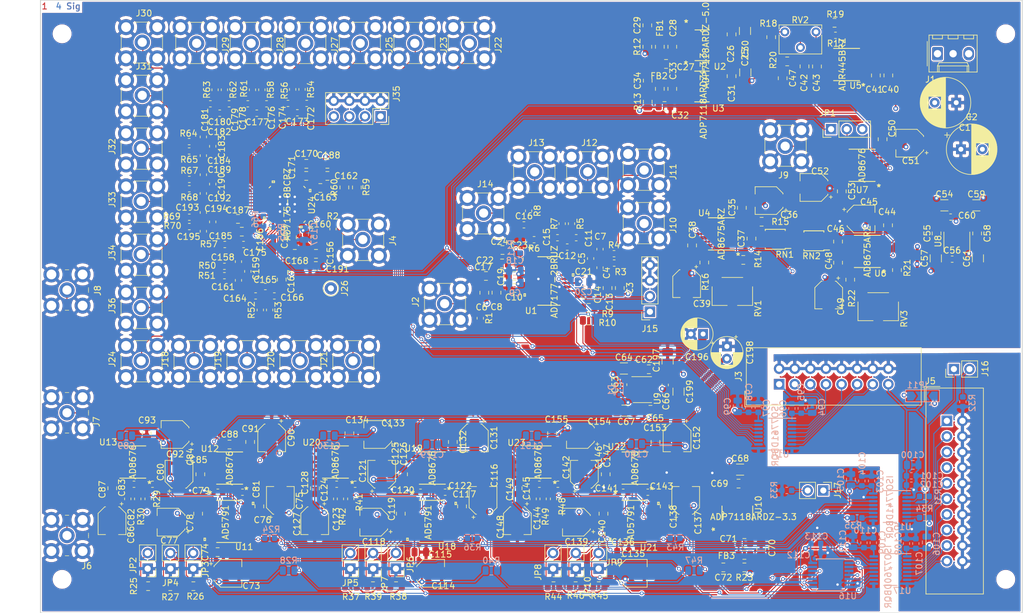
<source format=kicad_pcb>
(kicad_pcb (version 20171130) (host pcbnew "(5.1.2)-1")
  (title_block (title "High-precision Magnetic-field stabilization") (date 2020-04-29) (rev 3) (company RbSr) (comment 1 "2b used in combination with precision analog front end V2") (comment 2 "Software by M. Borkowski") (comment 3 "Add-on to current B-field control") (comment 4 "Author: L. Reichsöllner"))
  (layers (0 F.Cu signal) (1 In1.Cu power hide) (2 In2.Cu power hide) (31 B.Cu signal) (34 B.Paste user hide) (35 F.Paste user hide) (36 B.SilkS user) (37 F.SilkS user) (38 B.Mask user hide) (39 F.Mask user hide) (44 Edge.Cuts user hide))
  (net 0 "")
  (net 1 "Net-(MK1-Pad1)")
  (net 2 "Net-(MK2-Pad1)")
  (net 3 "Net-(MK3-Pad1)")
  (net 4 "Net-(MK4-Pad1)")
  (net 5 "Net-(U1-Pad9)")
  (net 6 "Net-(U2-Pad6)")
  (net 7 "Net-(U3-Pad6)")
  (net 8 GND)
  (net 9 /PWR+3.3VIOVDD)
  (net 10 /POWER_AD717x/PWR+5AVDD1)
  (net 11 /REF+2.5V_ADC32)
  (net 12 /ADC32bit_1/REF-)
  (net 13 /POWER_OpAmp1/PWR-12V)
  (net 14 /REF-10.0V)
  (net 15 /POWER_OpAmp1/PWR+12V)
  (net 16 /REF+10.0V)
  (net 17 /PowerDAC1/PWR+3.3)
  (net 18 /GND_MCU)
  (net 19 /REF+2.5V_ADC24)
  (net 20 /ADC24bit_1/REF-)
  (net 21 /ADC32bit_1/MLCK_ADC32)
  (net 22 /Isolation_ADC_1/MISO_MCU)
  (net 23 /Isolation_ADC_1/MOSI_MCU)
  (net 24 /Isolation_ADC_1/SCLK_MCU)
  (net 25 /Isolation_ADC_1/CS0_MCU)
  (net 26 /Isolation_ADC_1/CS1_MCU)
  (net 27 /Isolation_ADC_1/SYNC_MCU)
  (net 28 /ADC24bit_1/MLCK_ADC24)
  (net 29 /ISO_DAC20_1/MISO_MCU)
  (net 30 /ISO_DAC20_1/MOSI_MCU)
  (net 31 /ISO_DAC20_1/SCLK_MCU)
  (net 32 /ISO_DAC20_1/CS0_MCU)
  (net 33 /ISO_DAC20_1/CS1_MCU)
  (net 34 /ISO_DAC20_1/CS2_MCU)
  (net 35 /ISO_DAC20_1/RESET_MCU)
  (net 36 /ISO_DAC20_1/CLR_MCU)
  (net 37 /ISO_DAC20_1/LDAC_MCU)
  (net 38 /VoltageRefs/REF+2.5V_buff)
  (net 39 "Net-(J10-Pad1)")
  (net 40 "Net-(J11-Pad1)")
  (net 41 "Net-(J12-Pad1)")
  (net 42 "Net-(J13-Pad1)")
  (net 43 "Net-(J14-Pad1)")
  (net 44 "Net-(J17-Pad2)")
  (net 45 "Net-(J17-Pad1)")
  (net 46 "Net-(J18-Pad1)")
  (net 47 "Net-(J19-Pad1)")
  (net 48 "Net-(J20-Pad1)")
  (net 49 "Net-(J21-Pad1)")
  (net 50 "Net-(J22-Pad1)")
  (net 51 "Net-(J23-Pad1)")
  (net 52 "Net-(J24-Pad1)")
  (net 53 "Net-(J25-Pad1)")
  (net 54 "Net-(J26-Pad1)")
  (net 55 "Net-(J27-Pad1)")
  (net 56 "Net-(J28-Pad1)")
  (net 57 "Net-(J29-Pad1)")
  (net 58 "Net-(J30-Pad1)")
  (net 59 "Net-(J31-Pad1)")
  (net 60 "Net-(J32-Pad1)")
  (net 61 "Net-(J33-Pad1)")
  (net 62 "Net-(J34-Pad1)")
  (net 63 /ADC24bit_1/GPIO_ADC24_0)
  (net 64 /ADC24bit_1/GPIO_ADC24_1)
  (net 65 /ADC24bit_1/GPIO_ADC24_2)
  (net 66 /ADC24bit_1/GPIO_ADC24_3)
  (net 67 /VoltageRefs/REF+2.5V)
  (net 68 /ISO_DAC20_1/RESET0__DAC20)
  (net 69 /DAC20bit_1/LDAC_DAC20)
  (net 70 /DAC20bit_1/CLR_DAC20)
  (net 71 /ISO_DAC20_1/RESET1__DAC20)
  (net 72 /ISO_DAC20_1/RESET2__DAC20)
  (net 73 /DAC20bit_1/Vout_DAC20)
  (net 74 /DAC20bit_2/Vout_DAC20)
  (net 75 /DAC20bit_3/Vout_DAC20)
  (net 76 /Isolation_ADC_1/SYNC_ADC)
  (net 77 /Isolation_ADC_1/CS0)
  (net 78 "Net-(R17-Pad1)")
  (net 79 "Net-(R19-Pad2)")
  (net 80 "Net-(R21-Pad2)")
  (net 81 "Net-(R24-Pad2)")
  (net 82 /Isolation_ADC_1/CS1)
  (net 83 "Net-(RN1-Pad1)")
  (net 84 "Net-(RN1-Pad2)")
  (net 85 "Net-(RN1-Pad8)")
  (net 86 "Net-(RN1-Pad9)")
  (net 87 "Net-(RN2-Pad9)")
  (net 88 "Net-(RN2-Pad7)")
  (net 89 "Net-(RN2-Pad5)")
  (net 90 /Isolation_ADC_1/SCLK)
  (net 91 /Isolation_ADC_1/MOSI)
  (net 92 /Isolation_ADC_1/MISO)
  (net 93 "Net-(U4-Pad5)")
  (net 94 "Net-(U5-Pad8)")
  (net 95 "Net-(U5-Pad7)")
  (net 96 "Net-(U5-Pad3)")
  (net 97 "Net-(U5-Pad1)")
  (net 98 "Net-(U6-Pad5)")
  (net 99 "Net-(U8-Pad13)")
  (net 100 "Net-(U8-Pad8)")
  (net 101 "Net-(U8-Pad2)")
  (net 102 "Net-(U9-Pad2)")
  (net 103 "Net-(U9-Pad8)")
  (net 104 "Net-(U9-Pad13)")
  (net 105 "Net-(U10-Pad6)")
  (net 106 /DAC20bit_1/Vout)
  (net 107 /ISO_DAC20_1/MISO)
  (net 108 /ISO_DAC20_1/MOSI)
  (net 109 /ISO_DAC20_1/SCLK)
  (net 110 /ISO_DAC20_1/CS0_DAC20)
  (net 111 /ISO_DAC20_1/CS2_DAC20)
  (net 112 /ISO_DAC20_1/CS1_DAC20)
  (net 113 /DAC20bit_2/Vout)
  (net 114 /DAC20bit_3/Vout)
  (net 115 /ADC32bit_1/GPIO0_ADC32)
  (net 116 /ADC32bit_1/GPIO1_ADC32)
  (net 117 /ADC32bit_1/ADC32_Ain0)
  (net 118 /ADC32bit_1/ADC32_Ain1)
  (net 119 /ADC32bit_1/ADC32_Ain2)
  (net 120 /ADC32bit_1/ADC32_Ain3)
  (net 121 /ADC32bit_1/ADC32_Ain4)
  (net 122 /ADC24bit_1/ADC24_Ain0)
  (net 123 /ADC24bit_1/ADC24_Ain1)
  (net 124 /ADC24bit_1/ADC24_Ain2)
  (net 125 /ADC24bit_1/ADC24_Ain3)
  (net 126 /ADC24bit_1/ADC24_Ain4)
  (net 127 /ADC24bit_1/ADC24_Ain5)
  (net 128 /ADC24bit_1/ADC24_Ain16)
  (net 129 /ADC24bit_1/ADC24_Ain6)
  (net 130 /ADC24bit_1/ADC24_Ain7)
  (net 131 /ADC24bit_1/ADC24_Ain8)
  (net 132 /ADC24bit_1/ADC24_Ain9)
  (net 133 /ADC24bit_1/ADC24_Ain10)
  (net 134 /ADC24bit_1/ADC24_Ain11)
  (net 135 /ADC24bit_1/ADC24_Ain12)
  (net 136 /ADC24bit_1/ADC24_Ain13)
  (net 137 /ADC24bit_1/ADC24_Ain14)
  (net 138 /ADC24bit_1/ADC24_Ain15)
  (net 139 "Net-(C63-Pad2)")
  (net 140 "Net-(C66-Pad2)")
  (net 141 "Net-(R17-Pad2)")
  (net 142 "Net-(R22-Pad2)")
  (net 143 /PWR+16V)
  (net 144 /PWR-16V)
  (net 145 /PowerDAC1/PWR+15V)
  (net 146 /PowerDAC1/PWR-15V)
  (net 147 "Net-(U11-Pad3)")
  (net 148 "Net-(U11-Pad17)")
  (net 149 "Net-(U16-Pad12)")
  (net 150 "Net-(U16-Pad5)")
  (net 151 "Net-(U18-Pad3)")
  (net 152 "Net-(U18-Pad17)")
  (net 153 "Net-(U21-Pad17)")
  (net 154 "Net-(U21-Pad3)")
  (net 155 "Net-(U24-Pad18)")
  (net 156 "Net-(U24-Pad12)")
  (net 157 "Net-(R34-Pad2)")
  (net 158 "Net-(C122-Pad1)")
  (net 159 "Net-(C18-Pad1)")
  (net 160 "Net-(C20-Pad1)")
  (net 161 "Net-(C28-Pad1)")
  (net 162 "Net-(C29-Pad1)")
  (net 163 "Net-(C33-Pad1)")
  (net 164 "Net-(C34-Pad1)")
  (net 165 "Net-(C37-Pad2)")
  (net 166 "Net-(C46-Pad1)")
  (net 167 "Net-(C56-Pad2)")
  (net 168 "Net-(C60-Pad2)")
  (net 169 "Net-(C71-Pad1)")
  (net 170 "Net-(C72-Pad1)")
  (net 171 "Net-(C79-Pad2)")
  (net 172 /DAC20bit_1/Rfb)
  (net 173 "Net-(C81-Pad1)")
  (net 174 "Net-(C82-Pad1)")
  (net 175 "Net-(C83-Pad2)")
  (net 176 "Net-(C120-Pad2)")
  (net 177 /DAC20bit_2/Rfb)
  (net 178 "Net-(C123-Pad1)")
  (net 179 "Net-(C124-Pad2)")
  (net 180 "Net-(C141-Pad2)")
  (net 181 /DAC20bit_3/Rfb)
  (net 182 "Net-(C143-Pad1)")
  (net 183 "Net-(C144-Pad1)")
  (net 184 "Net-(C145-Pad2)")
  (net 185 "Net-(C168-Pad1)")
  (net 186 "Net-(C170-Pad1)")
  (net 187 "Net-(J16-Pad2)")
  (net 188 "Net-(J16-Pad1)")
  (net 189 "Net-(J36-Pad1)")
  (net 190 "Net-(R14-Pad1)")
  (net 191 "Net-(R14-Pad2)")
  (net 192 "Net-(R15-Pad1)")
  (net 193 "Net-(R16-Pad2)")
  (net 194 "Net-(R16-Pad1)")
  (net 195 "Net-(R18-Pad2)")
  (net 196 "Net-(R21-Pad1)")
  (net 197 "Net-(R22-Pad1)")
  (net 198 "Net-(R31-Pad2)")
  (net 199 "Net-(R35-Pad1)")
  (net 200 "Net-(R36-Pad2)")
  (net 201 "Net-(R43-Pad2)")
  (net 202 "Net-(C80-Pad2)")
  (net 203 "Net-(C121-Pad2)")
  (net 204 "Net-(C142-Pad2)")
  (net 205 /REF+5.0V_buf)
  (net 206 /VoltageRefs/REF+5.0V)
  (net 207 "Net-(C47-Pad1)")
  (net 208 /PWR+3.3V[1]_MCU)
  (net 209 /PWR+3.3V[2]_MCU)
  (net 210 /PWR+3.3V[3]_MCU)
  (module Capacitor_SMD:CP_Elec_4x5.8 (layer F.Cu) (at 142.3398 130.13196 180)
    (fp_text reference C139 (at 0 -3.2) (layer F.SilkS))
    (fp_text value 10uF)
    (pad 2 smd roundrect (at 1.8 0 180) (size 2.6 1.6) (layers F.Cu F.Paste F.Mask) (roundrect_rratio 0.15625) (net 8 GND))
    (pad 1 smd roundrect (at -1.8 0 180) (size 2.6 1.6) (layers F.Cu F.Paste F.Mask) (roundrect_rratio 0.15625) (net 145 /PowerDAC1/PWR+15V))
  )
  (module Capacitor_SMD:CP_Elec_4x5.8 (layer F.Cu) (at 99.72844 129.8932 270)
    (fp_text reference C127 (at 0.5612 2.90364 90) (layer F.SilkS))
    (fp_text value 10uF)
    (pad 2 smd roundrect (at 1.8 0 270) (size 2.6 1.6) (layers F.Cu F.Paste F.Mask) (roundrect_rratio 0.15625) (net 8 GND))
    (pad 1 smd roundrect (at -1.8 0 270) (size 2.6 1.6) (layers F.Cu F.Paste F.Mask) (roundrect_rratio 0.15625) (net 145 /PowerDAC1/PWR+15V))
  )
  (module Connector_PinHeader_2.54mm:PinHeader_1x02_P2.54mm_Vertical (layer F.Cu) (at 112.9466 137.7037 180)
    (fp_text reference JP6 (at -2.33892 0.68086 90) (layer F.SilkS))
    (fp_text value LDAC_man)
    (pad 1 thru_hole rect (at 0 0 180) (size 1.7 1.7) (drill 1) (layers *.Cu *.Mask) (net 8 GND))
    (pad 2 thru_hole oval (at 0 2.54 180) (size 1.7 1.7) (drill 1) (layers *.Cu *.Mask) (net 69 /DAC20bit_1/LDAC_DAC20))
  )
  (module Capacitor_THT:CP_Radial_D5.0mm_P2.00mm (layer F.Cu) (at 166.84 101.496 270)
    (fp_text reference C198 (at 1 -3.75 90) (layer F.SilkS))
    (fp_text value 47uF)
    (pad 2 thru_hole circle (at 2 0 270) (size 1.6 1.6) (drill 0.8) (layers *.Cu *.Mask) (net 144 /PWR-16V))
    (pad 1 thru_hole rect (at 0 0 270) (size 1.6 1.6) (drill 0.8) (layers *.Cu *.Mask) (net 8 GND))
  )
  (module Capacitor_THT:CP_Radial_D5.0mm_P2.00mm (layer F.Cu) (at 162.9664 99.4664 180)
    (fp_text reference C196 (at 1 -3.75) (layer F.SilkS))
    (fp_text value 47uF)
    (pad 2 thru_hole circle (at 2 0 180) (size 1.6 1.6) (drill 0.8) (layers *.Cu *.Mask) (net 8 GND))
    (pad 1 thru_hole rect (at 0 0 180) (size 1.6 1.6) (drill 0.8) (layers *.Cu *.Mask) (net 143 /PWR+16V))
  )
  (module ADP7118:ADP7118ARDZ (layer F.Cu) (at 168.54434 128.67654 90)
    (fp_text reference U10 (at 1.39714 3.43398 90) (layer F.SilkS))
    (fp_text value ADP7118ARDZ-3.3 (at -0.59422 2.62626 180) (layer F.SilkS))
    (fp_text user * (at -2.6162 -3.6068 90) (layer F.SilkS))
    (fp_text user * (at -2.6162 -3.6068 90) (layer F.SilkS))
    (pad 9 smd rect (at 0 0 90) (size 2.286 2.286) (layers F.Cu F.Paste F.Mask) (net 8 GND))
    (pad 8 smd rect (at 2.3622 -1.905 90) (size 2.1844 0.5588) (layers F.Cu F.Paste F.Mask) (net 143 /PWR+16V))
    (pad 7 smd rect (at 2.3622 -0.635 90) (size 2.1844 0.5588) (layers F.Cu F.Paste F.Mask) (net 143 /PWR+16V))
    (pad 6 smd rect (at 2.3622 0.635 90) (size 2.1844 0.5588) (layers F.Cu F.Paste F.Mask) (net 105 "Net-(U10-Pad6)"))
    (pad 5 smd rect (at 2.3622 1.905 90) (size 2.1844 0.5588) (layers F.Cu F.Paste F.Mask) (net 143 /PWR+16V))
    (pad 4 smd rect (at -2.3622 1.905 90) (size 2.1844 0.5588) (layers F.Cu F.Paste F.Mask) (net 8 GND))
    (pad 3 smd rect (at -2.3622 0.635 90) (size 2.1844 0.5588) (layers F.Cu F.Paste F.Mask) (net 169 "Net-(C71-Pad1)"))
    (pad 2 smd rect (at -2.3622 -0.635 90) (size 2.1844 0.5588) (layers F.Cu F.Paste F.Mask) (net 169 "Net-(C71-Pad1)"))
    (pad 1 smd rect (at -2.3622 -1.905 90) (size 2.1844 0.5588) (layers F.Cu F.Paste F.Mask) (net 169 "Net-(C71-Pad1)"))
  )
  (module AD8676-SOIC8:AD8676ARZ (layer F.Cu) (at 118.8775 121.31562 180)
    (fp_text reference U19 (at 3.0407 3.20802) (layer F.SilkS))
    (fp_text value AD8676 (at 0 0 90) (layer F.SilkS))
    (fp_text user * (at -2.7178 -3.616) (layer F.SilkS))
    (fp_text user * (at -2.7178 -3.616) (layer F.SilkS))
    (pad 8 smd rect (at 2.4638 -1.905 180) (size 1.969999 0.568) (layers F.Cu F.Paste F.Mask) (net 145 /PowerDAC1/PWR+15V))
    (pad 7 smd rect (at 2.4638 -0.635 180) (size 1.969999 0.568) (layers F.Cu F.Paste F.Mask) (net 176 "Net-(C120-Pad2)"))
    (pad 6 smd rect (at 2.4638 0.635 180) (size 1.969999 0.568) (layers F.Cu F.Paste F.Mask) (net 151 "Net-(U18-Pad3)"))
    (pad 5 smd rect (at 2.4638 1.905 180) (size 1.969999 0.568) (layers F.Cu F.Paste F.Mask) (net 16 /REF+10.0V))
    (pad 4 smd rect (at -2.4638 1.905 180) (size 1.969999 0.568) (layers F.Cu F.Paste F.Mask) (net 146 /PowerDAC1/PWR-15V))
    (pad 3 smd rect (at -2.4638 0.635 180) (size 1.969999 0.568) (layers F.Cu F.Paste F.Mask) (net 14 /REF-10.0V))
    (pad 2 smd rect (at -2.4638 -0.635 180) (size 1.969999 0.568) (layers F.Cu F.Paste F.Mask) (net 152 "Net-(U18-Pad17)"))
    (pad 1 smd rect (at -2.4638 -1.905 180) (size 1.969999 0.568) (layers F.Cu F.Paste F.Mask) (net 158 "Net-(C122-Pad1)"))
  )
  (module AD8676-SOIC8:AD8676ARZ (layer F.Cu) (at 188.85164 71.9812 180)
    (fp_text reference U7 (at 0 -4) (layer F.SilkS))
    (fp_text value AD8676 (at 0 0 90) (layer F.SilkS))
    (fp_text user * (at -2.7178 -3.616) (layer F.SilkS))
    (fp_text user * (at -2.7178 -3.616) (layer F.SilkS))
    (pad 8 smd rect (at 2.4638 -1.905 180) (size 1.969999 0.568) (layers F.Cu F.Paste F.Mask) (net 15 /POWER_OpAmp1/PWR+12V))
    (pad 7 smd rect (at 2.4638 -0.635 180) (size 1.969999 0.568) (layers F.Cu F.Paste F.Mask) (net 38 /VoltageRefs/REF+2.5V_buff))
    (pad 6 smd rect (at 2.4638 0.635 180) (size 1.969999 0.568) (layers F.Cu F.Paste F.Mask) (net 38 /VoltageRefs/REF+2.5V_buff))
    (pad 5 smd rect (at 2.4638 1.905 180) (size 1.969999 0.568) (layers F.Cu F.Paste F.Mask) (net 67 /VoltageRefs/REF+2.5V))
    (pad 4 smd rect (at -2.4638 1.905 180) (size 1.969999 0.568) (layers F.Cu F.Paste F.Mask) (net 13 /POWER_OpAmp1/PWR-12V))
    (pad 3 smd rect (at -2.4638 0.635 180) (size 1.969999 0.568) (layers F.Cu F.Paste F.Mask) (net 207 "Net-(C47-Pad1)"))
    (pad 2 smd rect (at -2.4638 -0.635 180) (size 1.969999 0.568) (layers F.Cu F.Paste F.Mask) (net 205 /REF+5.0V_buf))
    (pad 1 smd rect (at -2.4638 -1.905 180) (size 1.969999 0.568) (layers F.Cu F.Paste F.Mask) (net 205 /REF+5.0V_buf))
  )
  (module AD8676-SOIC8:AD8676ARZ (layer F.Cu) (at 85.8775 121.31562 180)
    (fp_text reference U12 (at 3.2131 3.15722) (layer F.SilkS))
    (fp_text value AD8676 (at 0 0 90) (layer F.SilkS))
    (fp_text user * (at -2.7178 -3.616) (layer F.SilkS))
    (fp_text user * (at -2.7178 -3.616) (layer F.SilkS))
    (pad 8 smd rect (at 2.4638 -1.905 180) (size 1.969999 0.568) (layers F.Cu F.Paste F.Mask) (net 145 /PowerDAC1/PWR+15V))
    (pad 7 smd rect (at 2.4638 -0.635 180) (size 1.969999 0.568) (layers F.Cu F.Paste F.Mask) (net 171 "Net-(C79-Pad2)"))
    (pad 6 smd rect (at 2.4638 0.635 180) (size 1.969999 0.568) (layers F.Cu F.Paste F.Mask) (net 147 "Net-(U11-Pad3)"))
    (pad 5 smd rect (at 2.4638 1.905 180) (size 1.969999 0.568) (layers F.Cu F.Paste F.Mask) (net 16 /REF+10.0V))
    (pad 4 smd rect (at -2.4638 1.905 180) (size 1.969999 0.568) (layers F.Cu F.Paste F.Mask) (net 146 /PowerDAC1/PWR-15V))
    (pad 3 smd rect (at -2.4638 0.635 180) (size 1.969999 0.568) (layers F.Cu F.Paste F.Mask) (net 14 /REF-10.0V))
    (pad 2 smd rect (at -2.4638 -0.635 180) (size 1.969999 0.568) (layers F.Cu F.Paste F.Mask) (net 148 "Net-(U11-Pad17)"))
    (pad 1 smd rect (at -2.4638 -1.905 180) (size 1.969999 0.568) (layers F.Cu F.Paste F.Mask) (net 173 "Net-(C81-Pad1)"))
  )
  (module AD8676-SOIC8:AD8676ARZ (layer F.Cu) (at 151.8775 121.31562 180)
    (fp_text reference U22 (at 2.9699 3.46202) (layer F.SilkS))
    (fp_text value AD8676 (at 0 0 90) (layer F.SilkS))
    (fp_text user * (at -2.7178 -3.616) (layer F.SilkS))
    (fp_text user * (at -2.7178 -3.616) (layer F.SilkS))
    (pad 8 smd rect (at 2.4638 -1.905 180) (size 1.969999 0.568) (layers F.Cu F.Paste F.Mask) (net 145 /PowerDAC1/PWR+15V))
    (pad 7 smd rect (at 2.4638 -0.635 180) (size 1.969999 0.568) (layers F.Cu F.Paste F.Mask) (net 180 "Net-(C141-Pad2)"))
    (pad 6 smd rect (at 2.4638 0.635 180) (size 1.969999 0.568) (layers F.Cu F.Paste F.Mask) (net 154 "Net-(U21-Pad3)"))
    (pad 5 smd rect (at 2.4638 1.905 180) (size 1.969999 0.568) (layers F.Cu F.Paste F.Mask) (net 16 /REF+10.0V))
    (pad 4 smd rect (at -2.4638 1.905 180) (size 1.969999 0.568) (layers F.Cu F.Paste F.Mask) (net 146 /PowerDAC1/PWR-15V))
    (pad 3 smd rect (at -2.4638 0.635 180) (size 1.969999 0.568) (layers F.Cu F.Paste F.Mask) (net 14 /REF-10.0V))
    (pad 2 smd rect (at -2.4638 -0.635 180) (size 1.969999 0.568) (layers F.Cu F.Paste F.Mask) (net 153 "Net-(U21-Pad17)"))
    (pad 1 smd rect (at -2.4638 -1.905 180) (size 1.969999 0.568) (layers F.Cu F.Paste F.Mask) (net 182 "Net-(C143-Pad1)"))
  )
  (module AD8676-SOIC8:AD8676ARZ (layer F.Cu) (at 70.10664 120.33264 180)
    (fp_text reference U13 (at 4.00304 3.24104) (layer F.SilkS))
    (fp_text value AD8676 (at 0 0 90) (layer F.SilkS))
    (fp_text user * (at -2.7178 -3.616) (layer F.SilkS))
    (fp_text user * (at -2.7178 -3.616) (layer F.SilkS))
    (pad 8 smd rect (at 2.4638 -1.905 180) (size 1.969999 0.568) (layers F.Cu F.Paste F.Mask) (net 145 /PowerDAC1/PWR+15V))
    (pad 7 smd rect (at 2.4638 -0.635 180) (size 1.969999 0.568) (layers F.Cu F.Paste F.Mask) (net 73 /DAC20bit_1/Vout_DAC20))
    (pad 6 smd rect (at 2.4638 0.635 180) (size 1.969999 0.568) (layers F.Cu F.Paste F.Mask) (net 73 /DAC20bit_1/Vout_DAC20))
    (pad 5 smd rect (at 2.4638 1.905 180) (size 1.969999 0.568) (layers F.Cu F.Paste F.Mask) (net 175 "Net-(C83-Pad2)"))
    (pad 4 smd rect (at -2.4638 1.905 180) (size 1.969999 0.568) (layers F.Cu F.Paste F.Mask) (net 146 /PowerDAC1/PWR-15V))
    (pad 3 smd rect (at -2.4638 0.635 180) (size 1.969999 0.568) (layers F.Cu F.Paste F.Mask) (net 106 /DAC20bit_1/Vout))
    (pad 2 smd rect (at -2.4638 -0.635 180) (size 1.969999 0.568) (layers F.Cu F.Paste F.Mask) (net 202 "Net-(C80-Pad2)"))
    (pad 1 smd rect (at -2.4638 -1.905 180) (size 1.969999 0.568) (layers F.Cu F.Paste F.Mask) (net 172 /DAC20bit_1/Rfb))
  )
  (module AD8676-SOIC8:AD8676ARZ (layer F.Cu) (at 103.10664 120.33264 180)
    (fp_text reference U20 (at 3.88144 3.19024) (layer F.SilkS))
    (fp_text value AD8676 (at 0 0 90) (layer F.SilkS))
    (fp_text user * (at -2.7178 -3.616) (layer F.SilkS))
    (fp_text user * (at -2.7178 -3.616) (layer F.SilkS))
    (pad 8 smd rect (at 2.4638 -1.905 180) (size 1.969999 0.568) (layers F.Cu F.Paste F.Mask) (net 145 /PowerDAC1/PWR+15V))
    (pad 7 smd rect (at 2.4638 -0.635 180) (size 1.969999 0.568) (layers F.Cu F.Paste F.Mask) (net 74 /DAC20bit_2/Vout_DAC20))
    (pad 6 smd rect (at 2.4638 0.635 180) (size 1.969999 0.568) (layers F.Cu F.Paste F.Mask) (net 74 /DAC20bit_2/Vout_DAC20))
    (pad 5 smd rect (at 2.4638 1.905 180) (size 1.969999 0.568) (layers F.Cu F.Paste F.Mask) (net 179 "Net-(C124-Pad2)"))
    (pad 4 smd rect (at -2.4638 1.905 180) (size 1.969999 0.568) (layers F.Cu F.Paste F.Mask) (net 146 /PowerDAC1/PWR-15V))
    (pad 3 smd rect (at -2.4638 0.635 180) (size 1.969999 0.568) (layers F.Cu F.Paste F.Mask) (net 113 /DAC20bit_2/Vout))
    (pad 2 smd rect (at -2.4638 -0.635 180) (size 1.969999 0.568) (layers F.Cu F.Paste F.Mask) (net 203 "Net-(C121-Pad2)"))
    (pad 1 smd rect (at -2.4638 -1.905 180) (size 1.969999 0.568) (layers F.Cu F.Paste F.Mask) (net 177 /DAC20bit_2/Rfb))
  )
  (module AD8676-SOIC8:AD8676ARZ (layer F.Cu) (at 136.10664 120.33264 180)
    (fp_text reference U23 (at 3.5158 3.149601) (layer F.SilkS))
    (fp_text value AD8676 (at 0 0 90) (layer F.SilkS))
    (fp_text user * (at -2.7178 -3.616) (layer F.SilkS))
    (fp_text user * (at -2.7178 -3.616) (layer F.SilkS))
    (pad 8 smd rect (at 2.4638 -1.905 180) (size 1.969999 0.568) (layers F.Cu F.Paste F.Mask) (net 145 /PowerDAC1/PWR+15V))
    (pad 7 smd rect (at 2.4638 -0.635 180) (size 1.969999 0.568) (layers F.Cu F.Paste F.Mask) (net 75 /DAC20bit_3/Vout_DAC20))
    (pad 6 smd rect (at 2.4638 0.635 180) (size 1.969999 0.568) (layers F.Cu F.Paste F.Mask) (net 75 /DAC20bit_3/Vout_DAC20))
    (pad 5 smd rect (at 2.4638 1.905 180) (size 1.969999 0.568) (layers F.Cu F.Paste F.Mask) (net 184 "Net-(C145-Pad2)"))
    (pad 4 smd rect (at -2.4638 1.905 180) (size 1.969999 0.568) (layers F.Cu F.Paste F.Mask) (net 146 /PowerDAC1/PWR-15V))
    (pad 3 smd rect (at -2.4638 0.635 180) (size 1.969999 0.568) (layers F.Cu F.Paste F.Mask) (net 114 /DAC20bit_3/Vout))
    (pad 2 smd rect (at -2.4638 -0.635 180) (size 1.969999 0.568) (layers F.Cu F.Paste F.Mask) (net 204 "Net-(C142-Pad2)"))
    (pad 1 smd rect (at -2.4638 -1.905 180) (size 1.969999 0.568) (layers F.Cu F.Paste F.Mask) (net 181 /DAC20bit_3/Rfb))
  )
  (module Resistor_SMD:R_0603_1608Metric (layer F.Cu) (at 102.705 82.3571 270)
    (fp_text reference R2 (at -2.0828 0.0508 180) (layer F.SilkS))
    (fp_text value 50R)
    (pad 2 smd roundrect (at 0.7875 0 270) (size 0.875 0.95) (layers F.Cu F.Paste F.Mask) (net 8 GND))
    (pad 1 smd roundrect (at -0.7875 0 270) (size 0.875 0.95) (layers F.Cu F.Paste F.Mask) (net 28 /ADC24bit_1/MLCK_ADC24))
  )
  (module Resistor_SMD:R_0603_1608Metric (layer F.Cu) (at 126.6826 96.8986 270)
    (fp_text reference R1 (at 0 -1.43 90) (layer F.SilkS))
    (fp_text value 50R)
    (pad 2 smd roundrect (at 0.7875 0 270) (size 0.875 0.95) (layers F.Cu F.Paste F.Mask) (net 8 GND))
    (pad 1 smd roundrect (at -0.7875 0 270) (size 0.875 0.95) (layers F.Cu F.Paste F.Mask) (net 21 /ADC32bit_1/MLCK_ADC32))
  )
  (module digikey-footprints:RF_SMA_RightAngle_5-1814400-1 (layer F.Cu) (at 59.398 92.3062 90)
    (fp_text reference J8 (at -0.08884 4.98592 90) (layer F.SilkS))
    (fp_text value AnalogOut_DAC3)
    (pad 1 thru_hole circle (at 0 0 90) (size 2.5 2.5) (drill 1.5) (layers *.Cu *.Mask) (net 75 /DAC20bit_3/Vout_DAC20))
    (pad 2 thru_hole circle (at 2.54 -2.54 90) (size 2.6 2.6) (drill 1.6) (layers *.Cu *.Mask) (net 8 GND))
    (pad 2 thru_hole circle (at 2.54 2.54 90) (size 2.6 2.6) (drill 1.6) (layers *.Cu *.Mask) (net 8 GND))
    (pad 2 thru_hole circle (at -2.54 -2.54 90) (size 2.6 2.6) (drill 1.6) (layers *.Cu *.Mask) (net 8 GND))
    (pad 2 thru_hole circle (at -2.54 2.54 90) (size 2.6 2.6) (drill 1.6) (layers *.Cu *.Mask) (net 8 GND))
  )
  (module digikey-footprints:RF_SMA_RightAngle_5-1814400-1 (layer F.Cu) (at 59.398 112.3062 90)
    (fp_text reference J7 (at -1.46548 4.80812 90) (layer F.SilkS))
    (fp_text value AnalogOut_DAC2)
    (pad 1 thru_hole circle (at 0 0 90) (size 2.5 2.5) (drill 1.5) (layers *.Cu *.Mask) (net 74 /DAC20bit_2/Vout_DAC20))
    (pad 2 thru_hole circle (at 2.54 -2.54 90) (size 2.6 2.6) (drill 1.6) (layers *.Cu *.Mask) (net 8 GND))
    (pad 2 thru_hole circle (at 2.54 2.54 90) (size 2.6 2.6) (drill 1.6) (layers *.Cu *.Mask) (net 8 GND))
    (pad 2 thru_hole circle (at -2.54 -2.54 90) (size 2.6 2.6) (drill 1.6) (layers *.Cu *.Mask) (net 8 GND))
    (pad 2 thru_hole circle (at -2.54 2.54 90) (size 2.6 2.6) (drill 1.6) (layers *.Cu *.Mask) (net 8 GND))
  )
  (module digikey-footprints:RF_SMA_RightAngle_5-1814400-1 (layer F.Cu) (at 59.398 132.3062 90)
    (fp_text reference J6 (at -4.9657 3.2131 180) (layer F.SilkS))
    (fp_text value AnalogOut_DAC1)
    (pad 1 thru_hole circle (at 0 0 90) (size 2.5 2.5) (drill 1.5) (layers *.Cu *.Mask) (net 73 /DAC20bit_1/Vout_DAC20))
    (pad 2 thru_hole circle (at 2.54 -2.54 90) (size 2.6 2.6) (drill 1.6) (layers *.Cu *.Mask) (net 8 GND))
    (pad 2 thru_hole circle (at 2.54 2.54 90) (size 2.6 2.6) (drill 1.6) (layers *.Cu *.Mask) (net 8 GND))
    (pad 2 thru_hole circle (at -2.54 -2.54 90) (size 2.6 2.6) (drill 1.6) (layers *.Cu *.Mask) (net 8 GND))
    (pad 2 thru_hole circle (at -2.54 2.54 90) (size 2.6 2.6) (drill 1.6) (layers *.Cu *.Mask) (net 8 GND))
  )
  (module digikey-footprints:RF_SMB_jack_Vertical (layer F.Cu) (at 107.6326 84.1732 90)
    (fp_text reference J4 (at -0.0889 4.8133 90) (layer F.SilkS))
    (fp_text value MCLK_ADC24)
    (pad 2 thru_hole circle (at -2.54 2.54 90) (size 2.6 2.6) (drill 1.6) (layers *.Cu *.Mask) (net 8 GND))
    (pad 2 thru_hole circle (at 2.54 2.54 90) (size 2.6 2.6) (drill 1.6) (layers *.Cu *.Mask) (net 8 GND))
    (pad 2 thru_hole circle (at 2.54 -2.54 90) (size 2.6 2.6) (drill 1.6) (layers *.Cu *.Mask) (net 8 GND))
    (pad 2 thru_hole circle (at -2.54 -2.54 90) (size 2.6 2.6) (drill 1.6) (layers *.Cu *.Mask) (net 8 GND))
    (pad 1 thru_hole circle (at 0.1 -0.075 90) (size 2.5 2.5) (drill 1.5) (layers *.Cu *.Mask) (net 28 /ADC24bit_1/MLCK_ADC24))
  )
  (module digikey-footprints:RF_SMB_jack_Vertical (layer F.Cu) (at 120.9549 94.6253 90)
    (fp_text reference J2 (at 0.375 -4.8 90) (layer F.SilkS))
    (fp_text value MCLK_ADC32)
    (pad 2 thru_hole circle (at -2.54 2.54 90) (size 2.6 2.6) (drill 1.6) (layers *.Cu *.Mask) (net 8 GND))
    (pad 2 thru_hole circle (at 2.54 2.54 90) (size 2.6 2.6) (drill 1.6) (layers *.Cu *.Mask) (net 8 GND))
    (pad 2 thru_hole circle (at 2.54 -2.54 90) (size 2.6 2.6) (drill 1.6) (layers *.Cu *.Mask) (net 8 GND))
    (pad 2 thru_hole circle (at -2.54 -2.54 90) (size 2.6 2.6) (drill 1.6) (layers *.Cu *.Mask) (net 8 GND))
    (pad 1 thru_hole circle (at 0.1 -0.075 90) (size 2.5 2.5) (drill 1.5) (layers *.Cu *.Mask) (net 21 /ADC32bit_1/MLCK_ADC32))
  )
  (module digikey-footprints:RF_SMB_jack_Vertical (layer F.Cu) (at 89.310732 52.0041 270)
    (fp_text reference J28 (at 0.375 -4.8 90) (layer F.SilkS))
    (fp_text value AIN8_ADC24)
    (pad 2 thru_hole circle (at -2.54 2.54 270) (size 2.6 2.6) (drill 1.6) (layers *.Cu *.Mask) (net 8 GND))
    (pad 2 thru_hole circle (at 2.54 2.54 270) (size 2.6 2.6) (drill 1.6) (layers *.Cu *.Mask) (net 8 GND))
    (pad 2 thru_hole circle (at 2.54 -2.54 270) (size 2.6 2.6) (drill 1.6) (layers *.Cu *.Mask) (net 8 GND))
    (pad 2 thru_hole circle (at -2.54 -2.54 270) (size 2.6 2.6) (drill 1.6) (layers *.Cu *.Mask) (net 8 GND))
    (pad 1 thru_hole circle (at 0.1 -0.075 270) (size 2.5 2.5) (drill 1.5) (layers *.Cu *.Mask) (net 56 "Net-(J28-Pad1)"))
  )
  (module digikey-footprints:RF_SMB_jack_Vertical (layer F.Cu) (at 176.4285 68.7935 180)
    (fp_text reference J9 (at 0.375 -4.8) (layer F.SilkS))
    (fp_text value REFbuf_ADC)
    (pad 2 thru_hole circle (at -2.54 2.54 180) (size 2.6 2.6) (drill 1.6) (layers *.Cu *.Mask) (net 8 GND))
    (pad 2 thru_hole circle (at 2.54 2.54 180) (size 2.6 2.6) (drill 1.6) (layers *.Cu *.Mask) (net 8 GND))
    (pad 2 thru_hole circle (at 2.54 -2.54 180) (size 2.6 2.6) (drill 1.6) (layers *.Cu *.Mask) (net 8 GND))
    (pad 2 thru_hole circle (at -2.54 -2.54 180) (size 2.6 2.6) (drill 1.6) (layers *.Cu *.Mask) (net 8 GND))
    (pad 1 thru_hole circle (at 0.1 -0.075 180) (size 2.5 2.5) (drill 1.5) (layers *.Cu *.Mask) (net 38 /VoltageRefs/REF+2.5V_buff))
  )
  (module Capacitor_SMD:CP_Elec_4x5.8 (layer F.Cu) (at 188.684 80.7315)
    (fp_text reference C45 (at 1.28768 -2.78906) (layer F.SilkS))
    (fp_text value 10uF)
    (pad 2 smd roundrect (at 1.8 0) (size 2.6 1.6) (layers F.Cu F.Paste F.Mask) (roundrect_rratio 0.15625) (net 13 /POWER_OpAmp1/PWR-12V))
    (pad 1 smd roundrect (at -1.8 0) (size 2.6 1.6) (layers F.Cu F.Paste F.Mask) (roundrect_rratio 0.15625) (net 8 GND))
  )
  (module digikey-footprints:RF_SMB_jack_Vertical (layer F.Cu) (at 71.5519 95.2476 90)
    (fp_text reference J36 (at 0.375 -4.8 90) (layer F.SilkS))
    (fp_text value AIN15_ADC24)
    (pad 2 thru_hole circle (at -2.54 2.54 90) (size 2.6 2.6) (drill 1.6) (layers *.Cu *.Mask) (net 8 GND))
    (pad 2 thru_hole circle (at 2.54 2.54 90) (size 2.6 2.6) (drill 1.6) (layers *.Cu *.Mask) (net 8 GND))
    (pad 2 thru_hole circle (at 2.54 -2.54 90) (size 2.6 2.6) (drill 1.6) (layers *.Cu *.Mask) (net 8 GND))
    (pad 2 thru_hole circle (at -2.54 -2.54 90) (size 2.6 2.6) (drill 1.6) (layers *.Cu *.Mask) (net 8 GND))
    (pad 1 thru_hole circle (at 0.1 -0.075 90) (size 2.5 2.5) (drill 1.5) (layers *.Cu *.Mask) (net 189 "Net-(J36-Pad1)"))
  )
  (module digikey-footprints:RF_SMB_jack_Vertical (layer F.Cu) (at 71.5519 86.5989 90)
    (fp_text reference J34 (at 0.375 -4.8 90) (layer F.SilkS))
    (fp_text value AIN14_ADC24)
    (pad 2 thru_hole circle (at -2.54 2.54 90) (size 2.6 2.6) (drill 1.6) (layers *.Cu *.Mask) (net 8 GND))
    (pad 2 thru_hole circle (at 2.54 2.54 90) (size 2.6 2.6) (drill 1.6) (layers *.Cu *.Mask) (net 8 GND))
    (pad 2 thru_hole circle (at 2.54 -2.54 90) (size 2.6 2.6) (drill 1.6) (layers *.Cu *.Mask) (net 8 GND))
    (pad 2 thru_hole circle (at -2.54 -2.54 90) (size 2.6 2.6) (drill 1.6) (layers *.Cu *.Mask) (net 8 GND))
    (pad 1 thru_hole circle (at 0.1 -0.075 90) (size 2.5 2.5) (drill 1.5) (layers *.Cu *.Mask) (net 62 "Net-(J34-Pad1)"))
  )
  (module digikey-footprints:RF_SMB_jack_Vertical (layer F.Cu) (at 71.5519 77.9502 90)
    (fp_text reference J33 (at 0.375 -4.8 90) (layer F.SilkS))
    (fp_text value AIN13_ADC24)
    (pad 2 thru_hole circle (at -2.54 2.54 90) (size 2.6 2.6) (drill 1.6) (layers *.Cu *.Mask) (net 8 GND))
    (pad 2 thru_hole circle (at 2.54 2.54 90) (size 2.6 2.6) (drill 1.6) (layers *.Cu *.Mask) (net 8 GND))
    (pad 2 thru_hole circle (at 2.54 -2.54 90) (size 2.6 2.6) (drill 1.6) (layers *.Cu *.Mask) (net 8 GND))
    (pad 2 thru_hole circle (at -2.54 -2.54 90) (size 2.6 2.6) (drill 1.6) (layers *.Cu *.Mask) (net 8 GND))
    (pad 1 thru_hole circle (at 0.1 -0.075 90) (size 2.5 2.5) (drill 1.5) (layers *.Cu *.Mask) (net 61 "Net-(J33-Pad1)"))
  )
  (module digikey-footprints:RF_SMB_jack_Vertical (layer F.Cu) (at 71.5519 69.3015 90)
    (fp_text reference J32 (at 0.375 -4.8 90) (layer F.SilkS))
    (fp_text value AIN12_ADC24)
    (pad 2 thru_hole circle (at -2.54 2.54 90) (size 2.6 2.6) (drill 1.6) (layers *.Cu *.Mask) (net 8 GND))
    (pad 2 thru_hole circle (at 2.54 2.54 90) (size 2.6 2.6) (drill 1.6) (layers *.Cu *.Mask) (net 8 GND))
    (pad 2 thru_hole circle (at 2.54 -2.54 90) (size 2.6 2.6) (drill 1.6) (layers *.Cu *.Mask) (net 8 GND))
    (pad 2 thru_hole circle (at -2.54 -2.54 90) (size 2.6 2.6) (drill 1.6) (layers *.Cu *.Mask) (net 8 GND))
    (pad 1 thru_hole circle (at 0.1 -0.075 90) (size 2.5 2.5) (drill 1.5) (layers *.Cu *.Mask) (net 60 "Net-(J32-Pad1)"))
  )
  (module digikey-footprints:RF_SMB_jack_Vertical (layer F.Cu) (at 71.5519 60.6528)
    (fp_text reference J31 (at 0.375 -4.8) (layer F.SilkS))
    (fp_text value AIN11_ADC32)
    (pad 2 thru_hole circle (at -2.54 2.54) (size 2.6 2.6) (drill 1.6) (layers *.Cu *.Mask) (net 8 GND))
    (pad 2 thru_hole circle (at 2.54 2.54) (size 2.6 2.6) (drill 1.6) (layers *.Cu *.Mask) (net 8 GND))
    (pad 2 thru_hole circle (at 2.54 -2.54) (size 2.6 2.6) (drill 1.6) (layers *.Cu *.Mask) (net 8 GND))
    (pad 2 thru_hole circle (at -2.54 -2.54) (size 2.6 2.6) (drill 1.6) (layers *.Cu *.Mask) (net 8 GND))
    (pad 1 thru_hole circle (at 0.1 -0.075) (size 2.5 2.5) (drill 1.5) (layers *.Cu *.Mask) (net 59 "Net-(J31-Pad1)"))
  )
  (module digikey-footprints:RF_SMB_jack_Vertical (layer F.Cu) (at 71.5519 52.0041)
    (fp_text reference J30 (at 0.375 -4.8) (layer F.SilkS))
    (fp_text value AIN10_ADC24)
    (pad 2 thru_hole circle (at -2.54 2.54) (size 2.6 2.6) (drill 1.6) (layers *.Cu *.Mask) (net 8 GND))
    (pad 2 thru_hole circle (at 2.54 2.54) (size 2.6 2.6) (drill 1.6) (layers *.Cu *.Mask) (net 8 GND))
    (pad 2 thru_hole circle (at 2.54 -2.54) (size 2.6 2.6) (drill 1.6) (layers *.Cu *.Mask) (net 8 GND))
    (pad 2 thru_hole circle (at -2.54 -2.54) (size 2.6 2.6) (drill 1.6) (layers *.Cu *.Mask) (net 8 GND))
    (pad 1 thru_hole circle (at 0.1 -0.075) (size 2.5 2.5) (drill 1.5) (layers *.Cu *.Mask) (net 58 "Net-(J30-Pad1)"))
  )
  (module digikey-footprints:RF_SMB_jack_Vertical (layer F.Cu) (at 80.431316 52.0041 270)
    (fp_text reference J29 (at 0.375 -4.8 90) (layer F.SilkS))
    (fp_text value AIN9_ADC24)
    (pad 2 thru_hole circle (at -2.54 2.54 270) (size 2.6 2.6) (drill 1.6) (layers *.Cu *.Mask) (net 8 GND))
    (pad 2 thru_hole circle (at 2.54 2.54 270) (size 2.6 2.6) (drill 1.6) (layers *.Cu *.Mask) (net 8 GND))
    (pad 2 thru_hole circle (at 2.54 -2.54 270) (size 2.6 2.6) (drill 1.6) (layers *.Cu *.Mask) (net 8 GND))
    (pad 2 thru_hole circle (at -2.54 -2.54 270) (size 2.6 2.6) (drill 1.6) (layers *.Cu *.Mask) (net 8 GND))
    (pad 1 thru_hole circle (at 0.1 -0.075 270) (size 2.5 2.5) (drill 1.5) (layers *.Cu *.Mask) (net 57 "Net-(J29-Pad1)"))
  )
  (module digikey-footprints:RF_SMB_jack_Vertical (layer F.Cu) (at 98.190148 52.0041 270)
    (fp_text reference J27 (at 0.375 -4.8 90) (layer F.SilkS))
    (fp_text value AIN7_ADC24)
    (pad 2 thru_hole circle (at -2.54 2.54 270) (size 2.6 2.6) (drill 1.6) (layers *.Cu *.Mask) (net 8 GND))
    (pad 2 thru_hole circle (at 2.54 2.54 270) (size 2.6 2.6) (drill 1.6) (layers *.Cu *.Mask) (net 8 GND))
    (pad 2 thru_hole circle (at 2.54 -2.54 270) (size 2.6 2.6) (drill 1.6) (layers *.Cu *.Mask) (net 8 GND))
    (pad 2 thru_hole circle (at -2.54 -2.54 270) (size 2.6 2.6) (drill 1.6) (layers *.Cu *.Mask) (net 8 GND))
    (pad 1 thru_hole circle (at 0.1 -0.075 270) (size 2.5 2.5) (drill 1.5) (layers *.Cu *.Mask) (net 55 "Net-(J27-Pad1)"))
  )
  (module digikey-footprints:RF_SMB_jack_Vertical (layer F.Cu) (at 107.069564 52.0041 270)
    (fp_text reference J25 (at 0.375 -4.8 90) (layer F.SilkS))
    (fp_text value AIN6_ADC24)
    (pad 2 thru_hole circle (at -2.54 2.54 270) (size 2.6 2.6) (drill 1.6) (layers *.Cu *.Mask) (net 8 GND))
    (pad 2 thru_hole circle (at 2.54 2.54 270) (size 2.6 2.6) (drill 1.6) (layers *.Cu *.Mask) (net 8 GND))
    (pad 2 thru_hole circle (at 2.54 -2.54 270) (size 2.6 2.6) (drill 1.6) (layers *.Cu *.Mask) (net 8 GND))
    (pad 2 thru_hole circle (at -2.54 -2.54 270) (size 2.6 2.6) (drill 1.6) (layers *.Cu *.Mask) (net 8 GND))
    (pad 1 thru_hole circle (at 0.1 -0.075 270) (size 2.5 2.5) (drill 1.5) (layers *.Cu *.Mask) (net 53 "Net-(J25-Pad1)"))
  )
  (module digikey-footprints:RF_SMB_jack_Vertical (layer F.Cu) (at 71.5519 103.9471 90)
    (fp_text reference J24 (at 0.375 -4.8 90) (layer F.SilkS))
    (fp_text value AIN16_ADC24)
    (pad 2 thru_hole circle (at -2.54 2.54 90) (size 2.6 2.6) (drill 1.6) (layers *.Cu *.Mask) (net 8 GND))
    (pad 2 thru_hole circle (at 2.54 2.54 90) (size 2.6 2.6) (drill 1.6) (layers *.Cu *.Mask) (net 8 GND))
    (pad 2 thru_hole circle (at 2.54 -2.54 90) (size 2.6 2.6) (drill 1.6) (layers *.Cu *.Mask) (net 8 GND))
    (pad 2 thru_hole circle (at -2.54 -2.54 90) (size 2.6 2.6) (drill 1.6) (layers *.Cu *.Mask) (net 8 GND))
    (pad 1 thru_hole circle (at 0.1 -0.075 90) (size 2.5 2.5) (drill 1.5) (layers *.Cu *.Mask) (net 52 "Net-(J24-Pad1)"))
  )
  (module digikey-footprints:RF_SMB_jack_Vertical (layer F.Cu) (at 115.94898 52.0041 270)
    (fp_text reference J23 (at 0.375 -4.8 90) (layer F.SilkS))
    (fp_text value AIN5_ADC24)
    (pad 2 thru_hole circle (at -2.54 2.54 270) (size 2.6 2.6) (drill 1.6) (layers *.Cu *.Mask) (net 8 GND))
    (pad 2 thru_hole circle (at 2.54 2.54 270) (size 2.6 2.6) (drill 1.6) (layers *.Cu *.Mask) (net 8 GND))
    (pad 2 thru_hole circle (at 2.54 -2.54 270) (size 2.6 2.6) (drill 1.6) (layers *.Cu *.Mask) (net 8 GND))
    (pad 2 thru_hole circle (at -2.54 -2.54 270) (size 2.6 2.6) (drill 1.6) (layers *.Cu *.Mask) (net 8 GND))
    (pad 1 thru_hole circle (at 0.1 -0.075 270) (size 2.5 2.5) (drill 1.5) (layers *.Cu *.Mask) (net 51 "Net-(J23-Pad1)"))
  )
  (module digikey-footprints:RF_SMB_jack_Vertical (layer F.Cu) (at 124.8284 52.0041 270)
    (fp_text reference J22 (at 0.375 -4.8 90) (layer F.SilkS))
    (fp_text value AIN4_ADC24)
    (pad 2 thru_hole circle (at -2.54 2.54 270) (size 2.6 2.6) (drill 1.6) (layers *.Cu *.Mask) (net 8 GND))
    (pad 2 thru_hole circle (at 2.54 2.54 270) (size 2.6 2.6) (drill 1.6) (layers *.Cu *.Mask) (net 8 GND))
    (pad 2 thru_hole circle (at 2.54 -2.54 270) (size 2.6 2.6) (drill 1.6) (layers *.Cu *.Mask) (net 8 GND))
    (pad 2 thru_hole circle (at -2.54 -2.54 270) (size 2.6 2.6) (drill 1.6) (layers *.Cu *.Mask) (net 8 GND))
    (pad 1 thru_hole circle (at 0.1 -0.075 270) (size 2.5 2.5) (drill 1.5) (layers *.Cu *.Mask) (net 50 "Net-(J22-Pad1)"))
  )
  (module digikey-footprints:RF_SMB_jack_Vertical (layer F.Cu) (at 106.0324 103.9471 90)
    (fp_text reference J21 (at 0.375 -4.8 90) (layer F.SilkS))
    (fp_text value AIN3_ADC24)
    (pad 2 thru_hole circle (at -2.54 2.54 90) (size 2.6 2.6) (drill 1.6) (layers *.Cu *.Mask) (net 8 GND))
    (pad 2 thru_hole circle (at 2.54 2.54 90) (size 2.6 2.6) (drill 1.6) (layers *.Cu *.Mask) (net 8 GND))
    (pad 2 thru_hole circle (at 2.54 -2.54 90) (size 2.6 2.6) (drill 1.6) (layers *.Cu *.Mask) (net 8 GND))
    (pad 2 thru_hole circle (at -2.54 -2.54 90) (size 2.6 2.6) (drill 1.6) (layers *.Cu *.Mask) (net 8 GND))
    (pad 1 thru_hole circle (at 0.1 -0.075 90) (size 2.5 2.5) (drill 1.5) (layers *.Cu *.Mask) (net 49 "Net-(J21-Pad1)"))
  )
  (module digikey-footprints:RF_SMB_jack_Vertical (layer F.Cu) (at 97.412275 103.9471 90)
    (fp_text reference J20 (at 0.375 -4.8 90) (layer F.SilkS))
    (fp_text value AIN2_ADC24)
    (pad 2 thru_hole circle (at -2.54 2.54 90) (size 2.6 2.6) (drill 1.6) (layers *.Cu *.Mask) (net 8 GND))
    (pad 2 thru_hole circle (at 2.54 2.54 90) (size 2.6 2.6) (drill 1.6) (layers *.Cu *.Mask) (net 8 GND))
    (pad 2 thru_hole circle (at 2.54 -2.54 90) (size 2.6 2.6) (drill 1.6) (layers *.Cu *.Mask) (net 8 GND))
    (pad 2 thru_hole circle (at -2.54 -2.54 90) (size 2.6 2.6) (drill 1.6) (layers *.Cu *.Mask) (net 8 GND))
    (pad 1 thru_hole circle (at 0.1 -0.075 90) (size 2.5 2.5) (drill 1.5) (layers *.Cu *.Mask) (net 48 "Net-(J20-Pad1)"))
  )
  (module digikey-footprints:RF_SMB_jack_Vertical (layer F.Cu) (at 88.79215 103.9471 90)
    (fp_text reference J19 (at 0.375 -4.8 90) (layer F.SilkS))
    (fp_text value AIN1_ADC24)
    (pad 2 thru_hole circle (at -2.54 2.54 90) (size 2.6 2.6) (drill 1.6) (layers *.Cu *.Mask) (net 8 GND))
    (pad 2 thru_hole circle (at 2.54 2.54 90) (size 2.6 2.6) (drill 1.6) (layers *.Cu *.Mask) (net 8 GND))
    (pad 2 thru_hole circle (at 2.54 -2.54 90) (size 2.6 2.6) (drill 1.6) (layers *.Cu *.Mask) (net 8 GND))
    (pad 2 thru_hole circle (at -2.54 -2.54 90) (size 2.6 2.6) (drill 1.6) (layers *.Cu *.Mask) (net 8 GND))
    (pad 1 thru_hole circle (at 0.1 -0.075 90) (size 2.5 2.5) (drill 1.5) (layers *.Cu *.Mask) (net 47 "Net-(J19-Pad1)"))
  )
  (module digikey-footprints:RF_SMB_jack_Vertical (layer F.Cu) (at 80.172025 103.9471 90)
    (fp_text reference J18 (at 0.375 -4.8 90) (layer F.SilkS))
    (fp_text value AIN0_ADC24)
    (pad 2 thru_hole circle (at -2.54 2.54 90) (size 2.6 2.6) (drill 1.6) (layers *.Cu *.Mask) (net 8 GND))
    (pad 2 thru_hole circle (at 2.54 2.54 90) (size 2.6 2.6) (drill 1.6) (layers *.Cu *.Mask) (net 8 GND))
    (pad 2 thru_hole circle (at 2.54 -2.54 90) (size 2.6 2.6) (drill 1.6) (layers *.Cu *.Mask) (net 8 GND))
    (pad 2 thru_hole circle (at -2.54 -2.54 90) (size 2.6 2.6) (drill 1.6) (layers *.Cu *.Mask) (net 8 GND))
    (pad 1 thru_hole circle (at 0.1 -0.075 90) (size 2.5 2.5) (drill 1.5) (layers *.Cu *.Mask) (net 46 "Net-(J18-Pad1)"))
  )
  (module digikey-footprints:RF_SMB_jack_Vertical (layer F.Cu) (at 127.1271 79.8425)
    (fp_text reference J14 (at 0.375 -4.8) (layer F.SilkS))
    (fp_text value AIN4_ADC32)
    (pad 2 thru_hole circle (at -2.54 2.54) (size 2.6 2.6) (drill 1.6) (layers *.Cu *.Mask) (net 8 GND))
    (pad 2 thru_hole circle (at 2.54 2.54) (size 2.6 2.6) (drill 1.6) (layers *.Cu *.Mask) (net 8 GND))
    (pad 2 thru_hole circle (at 2.54 -2.54) (size 2.6 2.6) (drill 1.6) (layers *.Cu *.Mask) (net 8 GND))
    (pad 2 thru_hole circle (at -2.54 -2.54) (size 2.6 2.6) (drill 1.6) (layers *.Cu *.Mask) (net 8 GND))
    (pad 1 thru_hole circle (at 0.1 -0.075) (size 2.5 2.5) (drill 1.5) (layers *.Cu *.Mask) (net 43 "Net-(J14-Pad1)"))
  )
  (module digikey-footprints:RF_SMB_jack_Vertical (layer F.Cu) (at 135.4456 73.1115)
    (fp_text reference J13 (at 0.375 -4.8) (layer F.SilkS))
    (fp_text value AIN3_ADC32)
    (pad 2 thru_hole circle (at -2.54 2.54) (size 2.6 2.6) (drill 1.6) (layers *.Cu *.Mask) (net 8 GND))
    (pad 2 thru_hole circle (at 2.54 2.54) (size 2.6 2.6) (drill 1.6) (layers *.Cu *.Mask) (net 8 GND))
    (pad 2 thru_hole circle (at 2.54 -2.54) (size 2.6 2.6) (drill 1.6) (layers *.Cu *.Mask) (net 8 GND))
    (pad 2 thru_hole circle (at -2.54 -2.54) (size 2.6 2.6) (drill 1.6) (layers *.Cu *.Mask) (net 8 GND))
    (pad 1 thru_hole circle (at 0.1 -0.075) (size 2.5 2.5) (drill 1.5) (layers *.Cu *.Mask) (net 42 "Net-(J13-Pad1)"))
  )
  (module digikey-footprints:RF_SMB_jack_Vertical (layer F.Cu) (at 144.0816 73.1115)
    (fp_text reference J12 (at 0.375 -4.8) (layer F.SilkS))
    (fp_text value AIN2_ADC32)
    (pad 2 thru_hole circle (at -2.54 2.54) (size 2.6 2.6) (drill 1.6) (layers *.Cu *.Mask) (net 8 GND))
    (pad 2 thru_hole circle (at 2.54 2.54) (size 2.6 2.6) (drill 1.6) (layers *.Cu *.Mask) (net 8 GND))
    (pad 2 thru_hole circle (at 2.54 -2.54) (size 2.6 2.6) (drill 1.6) (layers *.Cu *.Mask) (net 8 GND))
    (pad 2 thru_hole circle (at -2.54 -2.54) (size 2.6 2.6) (drill 1.6) (layers *.Cu *.Mask) (net 8 GND))
    (pad 1 thru_hole circle (at 0.1 -0.075) (size 2.5 2.5) (drill 1.5) (layers *.Cu *.Mask) (net 41 "Net-(J12-Pad1)"))
  )
  (module digikey-footprints:RF_SMB_jack_Vertical (layer F.Cu) (at 153.2891 72.667 270)
    (fp_text reference J11 (at 0.375 -4.8 90) (layer F.SilkS))
    (fp_text value AIN1_ADC32)
    (pad 2 thru_hole circle (at -2.54 2.54 270) (size 2.6 2.6) (drill 1.6) (layers *.Cu *.Mask) (net 8 GND))
    (pad 2 thru_hole circle (at 2.54 2.54 270) (size 2.6 2.6) (drill 1.6) (layers *.Cu *.Mask) (net 8 GND))
    (pad 2 thru_hole circle (at 2.54 -2.54 270) (size 2.6 2.6) (drill 1.6) (layers *.Cu *.Mask) (net 8 GND))
    (pad 2 thru_hole circle (at -2.54 -2.54 270) (size 2.6 2.6) (drill 1.6) (layers *.Cu *.Mask) (net 8 GND))
    (pad 1 thru_hole circle (at 0.1 -0.075 270) (size 2.5 2.5) (drill 1.5) (layers *.Cu *.Mask) (net 40 "Net-(J11-Pad1)"))
  )
  (module digikey-footprints:RF_SMB_jack_Vertical (layer F.Cu) (at 153.2891 81.3665 270)
    (fp_text reference J10 (at 0.375 -4.8 90) (layer F.SilkS))
    (fp_text value AIN0_ADC32)
    (pad 2 thru_hole circle (at -2.54 2.54 270) (size 2.6 2.6) (drill 1.6) (layers *.Cu *.Mask) (net 8 GND))
    (pad 2 thru_hole circle (at 2.54 2.54 270) (size 2.6 2.6) (drill 1.6) (layers *.Cu *.Mask) (net 8 GND))
    (pad 2 thru_hole circle (at 2.54 -2.54 270) (size 2.6 2.6) (drill 1.6) (layers *.Cu *.Mask) (net 8 GND))
    (pad 2 thru_hole circle (at -2.54 -2.54 270) (size 2.6 2.6) (drill 1.6) (layers *.Cu *.Mask) (net 8 GND))
    (pad 1 thru_hole circle (at 0.1 -0.075 270) (size 2.5 2.5) (drill 1.5) (layers *.Cu *.Mask) (net 39 "Net-(J10-Pad1)"))
  )
  (module ADP7118:ADP7118ARDZ (layer F.Cu) (at 162.776 59.1415)
    (fp_text reference U3 (at 2.667 3.556) (layer F.SilkS))
    (fp_text value ADP7118ARDZ-3.3 (at 0.254 1.524 270) (layer F.SilkS))
    (fp_text user * (at -2.6162 -3.6068) (layer F.SilkS))
    (fp_text user * (at -2.6162 -3.6068) (layer F.SilkS))
    (pad 9 smd rect (at 0 0) (size 2.286 2.286) (layers F.Cu F.Paste F.Mask) (net 8 GND))
    (pad 8 smd rect (at 2.3622 -1.905) (size 2.1844 0.5588) (layers F.Cu F.Paste F.Mask) (net 143 /PWR+16V))
    (pad 7 smd rect (at 2.3622 -0.635) (size 2.1844 0.5588) (layers F.Cu F.Paste F.Mask) (net 143 /PWR+16V))
    (pad 6 smd rect (at 2.3622 0.635) (size 2.1844 0.5588) (layers F.Cu F.Paste F.Mask) (net 7 "Net-(U3-Pad6)"))
    (pad 5 smd rect (at 2.3622 1.905) (size 2.1844 0.5588) (layers F.Cu F.Paste F.Mask) (net 143 /PWR+16V))
    (pad 4 smd rect (at -2.3622 1.905) (size 2.1844 0.5588) (layers F.Cu F.Paste F.Mask) (net 8 GND))
    (pad 3 smd rect (at -2.3622 0.635) (size 2.1844 0.5588) (layers F.Cu F.Paste F.Mask) (net 163 "Net-(C33-Pad1)"))
    (pad 2 smd rect (at -2.3622 -0.635) (size 2.1844 0.5588) (layers F.Cu F.Paste F.Mask) (net 163 "Net-(C33-Pad1)"))
    (pad 1 smd rect (at -2.3622 -1.905) (size 2.1844 0.5588) (layers F.Cu F.Paste F.Mask) (net 163 "Net-(C33-Pad1)"))
  )
  (module ADP7118:ADP7118ARDZ (layer F.Cu) (at 162.82426 52.41812)
    (fp_text reference U2 (at 2.8829 3.47218) (layer F.SilkS))
    (fp_text value ADP7118ARDZ-5.0 (at 0.58674 -0.00762 90) (layer F.SilkS))
    (fp_text user * (at -2.6162 -3.6068) (layer F.SilkS))
    (fp_text user * (at -2.6162 -3.6068) (layer F.SilkS))
    (pad 9 smd rect (at 0 0) (size 2.286 2.286) (layers F.Cu F.Paste F.Mask) (net 8 GND))
    (pad 8 smd rect (at 2.3622 -1.905) (size 2.1844 0.5588) (layers F.Cu F.Paste F.Mask) (net 143 /PWR+16V))
    (pad 7 smd rect (at 2.3622 -0.635) (size 2.1844 0.5588) (layers F.Cu F.Paste F.Mask) (net 143 /PWR+16V))
    (pad 6 smd rect (at 2.3622 0.635) (size 2.1844 0.5588) (layers F.Cu F.Paste F.Mask) (net 6 "Net-(U2-Pad6)"))
    (pad 5 smd rect (at 2.3622 1.905) (size 2.1844 0.5588) (layers F.Cu F.Paste F.Mask) (net 143 /PWR+16V))
    (pad 4 smd rect (at -2.3622 1.905) (size 2.1844 0.5588) (layers F.Cu F.Paste F.Mask) (net 8 GND))
    (pad 3 smd rect (at -2.3622 0.635) (size 2.1844 0.5588) (layers F.Cu F.Paste F.Mask) (net 161 "Net-(C28-Pad1)"))
    (pad 2 smd rect (at -2.3622 -0.635) (size 2.1844 0.5588) (layers F.Cu F.Paste F.Mask) (net 161 "Net-(C28-Pad1)"))
    (pad 1 smd rect (at -2.3622 -1.905) (size 2.1844 0.5588) (layers F.Cu F.Paste F.Mask) (net 161 "Net-(C28-Pad1)"))
  )
  (module Capacitor_SMD:C_1206_3216Metric (layer F.Cu) (at 169.8372 56.8428 90)
    (fp_text reference C30 (at 3.81 0 90) (layer F.SilkS))
    (fp_text value 10uF)
    (pad 2 smd roundrect (at 1.4 0 90) (size 1.25 1.75) (layers F.Cu F.Paste F.Mask) (roundrect_rratio 0.2) (net 8 GND))
    (pad 1 smd roundrect (at -1.4 0 90) (size 1.25 1.75) (layers F.Cu F.Paste F.Mask) (roundrect_rratio 0.2) (net 143 /PWR+16V))
  )
  (module Capacitor_SMD:C_1206_3216Metric (layer F.Cu) (at 169.7864 50.0864 90)
    (fp_text reference C25 (at -4.318 0 90) (layer F.SilkS))
    (fp_text value 10uF)
    (pad 2 smd roundrect (at 1.4 0 90) (size 1.25 1.75) (layers F.Cu F.Paste F.Mask) (roundrect_rratio 0.2) (net 8 GND))
    (pad 1 smd roundrect (at -1.4 0 90) (size 1.25 1.75) (layers F.Cu F.Paste F.Mask) (roundrect_rratio 0.2) (net 143 /PWR+16V))
  )
  (module Package_DFN_QFN:Linear_DE14MA (layer F.Cu) (at 204.2796 84.351 90)
    (fp_text reference U8 (at 0 -3.05 90) (layer F.SilkS))
    (fp_text value LT3032-12)
    (pad 14 smd rect (at 1.4 -1.5 90) (size 0.7 0.25) (layers F.Cu F.Paste F.Mask) (net 143 /PWR+16V))
    (pad 13 smd rect (at 1.4 -1 90) (size 0.7 0.25) (layers F.Cu F.Paste F.Mask) (net 99 "Net-(U8-Pad13)"))
    (pad 12 smd rect (at 1.4 -0.5 90) (size 0.7 0.25) (layers F.Cu F.Paste F.Mask) (net 143 /PWR+16V))
    (pad 11 smd rect (at 1.4 0 90) (size 0.7 0.25) (layers F.Cu F.Paste F.Mask) (net 168 "Net-(C60-Pad2)"))
    (pad 10 smd rect (at 1.4 0.5 90) (size 0.7 0.25) (layers F.Cu F.Paste F.Mask) (net 144 /PWR-16V))
    (pad 8 smd rect (at 1.4 1.5 90) (size 0.7 0.25) (layers F.Cu F.Paste F.Mask) (net 100 "Net-(U8-Pad8)"))
    (pad 7 smd rect (at -1.4 1.5 90) (size 0.7 0.25) (layers F.Cu F.Paste F.Mask) (net 13 /POWER_OpAmp1/PWR-12V))
    (pad 6 smd rect (at -1.4 1 90) (size 0.7 0.25) (layers F.Cu F.Paste F.Mask) (net 144 /PWR-16V))
    (pad 5 smd rect (at -1.4 0.5 90) (size 0.7 0.25) (layers F.Cu F.Paste F.Mask) (net 8 GND))
    (pad 3 smd rect (at -1.4 -0.5 90) (size 0.7 0.25) (layers F.Cu F.Paste F.Mask) (net 167 "Net-(C56-Pad2)"))
    (pad 2 smd rect (at -1.4 -1 90) (size 0.7 0.25) (layers F.Cu F.Paste F.Mask) (net 101 "Net-(U8-Pad2)"))
    (pad 1 smd rect (at -1.4 -1.5 90) (size 0.7 0.25) (layers F.Cu F.Paste F.Mask) (net 15 /POWER_OpAmp1/PWR+12V))
    (pad 9 smd custom (at 0 1.145 90) (size 1.15 1.07) (layers F.Cu F.Paste F.Mask) (net 144 /PWR-16V) (options (clearance outline) (anchor rect)) (primitives (gr_circle (center -0.575 -0.285) (end -0.325 -0.285) (width 0)) (gr_circle (center 0.575 -0.285) (end 0.825 -0.285) (width 0)) (gr_circle (center -0.575 0.285) (end -0.325 0.285) (width 0)) (gr_circle (center 0.575 0.285) (end 0.825 0.285) (width 0)) (gr_poly (pts (xy -0.825 -0.285) (xy 0.825 -0.285) (xy 0.825 0.285) (xy -0.825 0.285)) (width 0)) (gr_poly (pts (xy 0.825 -0.27) (xy 1.75 -0.27) (xy 1.75 -0.02) (xy 0.825 -0.02)) (width 0))))
    (pad 4 smd custom (at 0 -0.79 90) (size 1.65 1.28) (layers F.Cu F.Paste F.Mask) (net 8 GND) (options (clearance outline) (anchor rect)) (primitives (gr_circle (center 0.575 -0.64) (end 0.825 -0.64) (width 0)) (gr_circle (center 0.575 0.64) (end 0.825 0.64) (width 0)) (gr_poly (pts (xy -0.575 -0.89) (xy 0.575 -0.89) (xy 0.575 0.89) (xy -0.825 0.89) (xy -0.825 -0.64)) (width 0)) (gr_poly (pts (xy -0.78 0.665) (xy -1.75 0.665) (xy -1.75 0.915) (xy -0.88 0.915) (xy -0.78 0.89)) (width 0)) (gr_poly (pts (xy -1.075 0.665) (xy -1.025 0.66) (xy -0.977 0.645) (xy -0.935 0.622) (xy -0.897 0.591) (xy -0.866 0.552) (xy -0.844 0.511) (xy -0.83 0.464) (xy -0.825 0.415) (xy -0.825 0.665)) (width 0.001))))
  )
  (module ADR445:ADR445ARZ (layer F.Cu) (at 186.33196 55.55756 180)
    (fp_text reference U5 (at -1.4605 -3.429) (layer F.SilkS))
    (fp_text value ADR445BRZ (at 0.6985 0 90) (layer F.SilkS))
    (fp_text user * (at -2.7178 -3.616) (layer F.SilkS))
    (fp_text user * (at -2.7178 -3.616) (layer F.SilkS))
    (pad 1 smd rect (at -2.4638 -1.905 180) (size 1.969999 0.568) (layers F.Cu F.Paste F.Mask) (net 97 "Net-(U5-Pad1)"))
    (pad 2 smd rect (at -2.4638 -0.635 180) (size 1.969999 0.568) (layers F.Cu F.Paste F.Mask) (net 15 /POWER_OpAmp1/PWR+12V))
    (pad 3 smd rect (at -2.4638 0.635 180) (size 1.969999 0.568) (layers F.Cu F.Paste F.Mask) (net 96 "Net-(U5-Pad3)"))
    (pad 4 smd rect (at -2.4638 1.905 180) (size 1.969999 0.568) (layers F.Cu F.Paste F.Mask) (net 8 GND))
    (pad 5 smd rect (at 2.4638 1.905 180) (size 1.969999 0.568) (layers F.Cu F.Paste F.Mask) (net 78 "Net-(R17-Pad1)"))
    (pad 6 smd rect (at 2.4638 0.635 180) (size 1.969999 0.568) (layers F.Cu F.Paste F.Mask) (net 206 /VoltageRefs/REF+5.0V))
    (pad 7 smd rect (at 2.4638 -0.635 180) (size 1.969999 0.568) (layers F.Cu F.Paste F.Mask) (net 95 "Net-(U5-Pad7)"))
    (pad 8 smd rect (at 2.4638 -1.905 180) (size 1.969999 0.568) (layers F.Cu F.Paste F.Mask) (net 94 "Net-(U5-Pad8)"))
  )
  (module AD7177-2:AD7177-2BRUZ (layer F.Cu) (at 137.8586 90.828)
    (fp_text reference U1 (at -2.89316 4.8538) (layer F.SilkS))
    (fp_text value AD7177-2BRUZ (at 0.889 0.127 270) (layer F.SilkS))
    (fp_text user * (at -3.0734 -5.0736) (layer F.SilkS))
    (fp_text user * (at -3.0734 -5.0736) (layer F.SilkS))
    (pad 24 smd rect (at 2.8194 -3.574999) (size 1.4732 0.3556) (layers F.Cu F.Paste F.Mask) (net 120 /ADC32bit_1/ADC32_Ain3))
    (pad 23 smd rect (at 2.8194 -2.924998) (size 1.4732 0.3556) (layers F.Cu F.Paste F.Mask) (net 119 /ADC32bit_1/ADC32_Ain2))
    (pad 22 smd rect (at 2.8194 -2.274999) (size 1.4732 0.3556) (layers F.Cu F.Paste F.Mask) (net 118 /ADC32bit_1/ADC32_Ain1))
    (pad 21 smd rect (at 2.8194 -1.624998) (size 1.4732 0.3556) (layers F.Cu F.Paste F.Mask) (net 117 /ADC32bit_1/ADC32_Ain0))
    (pad 20 smd rect (at 2.8194 -0.974999) (size 1.4732 0.3556) (layers F.Cu F.Paste F.Mask) (net 116 /ADC32bit_1/GPIO1_ADC32))
    (pad 19 smd rect (at 2.8194 -0.324998) (size 1.4732 0.3556) (layers F.Cu F.Paste F.Mask) (net 115 /ADC32bit_1/GPIO0_ADC32))
    (pad 18 smd rect (at 2.8194 0.325001) (size 1.4732 0.3556) (layers F.Cu F.Paste F.Mask) (net 160 "Net-(C20-Pad1)"))
    (pad 17 smd rect (at 2.8194 0.974999) (size 1.4732 0.3556) (layers F.Cu F.Paste F.Mask) (net 8 GND))
    (pad 16 smd rect (at 2.8194 1.625001) (size 1.4732 0.3556) (layers F.Cu F.Paste F.Mask) (net 9 /PWR+3.3VIOVDD))
    (pad 15 smd rect (at 2.8194 2.274999) (size 1.4732 0.3556) (layers F.Cu F.Paste F.Mask) (net 76 /Isolation_ADC_1/SYNC_ADC))
    (pad 14 smd rect (at 2.8194 2.925) (size 1.4732 0.3556) (layers F.Cu F.Paste F.Mask) (net 77 /Isolation_ADC_1/CS0))
    (pad 13 smd rect (at 2.8194 3.574999) (size 1.4732 0.3556) (layers F.Cu F.Paste F.Mask) (net 90 /Isolation_ADC_1/SCLK))
    (pad 12 smd rect (at -2.8194 3.574999) (size 1.4732 0.3556) (layers F.Cu F.Paste F.Mask) (net 91 /Isolation_ADC_1/MOSI))
    (pad 11 smd rect (at -2.8194 2.924998) (size 1.4732 0.3556) (layers F.Cu F.Paste F.Mask) (net 92 /Isolation_ADC_1/MISO))
    (pad 10 smd rect (at -2.8194 2.274999) (size 1.4732 0.3556) (layers F.Cu F.Paste F.Mask) (net 21 /ADC32bit_1/MLCK_ADC32))
    (pad 9 smd rect (at -2.8194 1.624998) (size 1.4732 0.3556) (layers F.Cu F.Paste F.Mask) (net 5 "Net-(U1-Pad9)"))
    (pad 8 smd rect (at -2.8194 0.974999) (size 1.4732 0.3556) (layers F.Cu F.Paste F.Mask) (net 10 /POWER_AD717x/PWR+5AVDD1))
    (pad 7 smd rect (at -2.8194 0.324998) (size 1.4732 0.3556) (layers F.Cu F.Paste F.Mask) (net 10 /POWER_AD717x/PWR+5AVDD1))
    (pad 6 smd rect (at -2.8194 -0.325001) (size 1.4732 0.3556) (layers F.Cu F.Paste F.Mask) (net 8 GND))
    (pad 5 smd rect (at -2.8194 -0.975002) (size 1.4732 0.3556) (layers F.Cu F.Paste F.Mask) (net 159 "Net-(C18-Pad1)"))
    (pad 4 smd rect (at -2.8194 -1.625001) (size 1.4732 0.3556) (layers F.Cu F.Paste F.Mask) (net 11 /REF+2.5V_ADC32))
    (pad 3 smd rect (at -2.8194 -2.275002) (size 1.4732 0.3556) (layers F.Cu F.Paste F.Mask) (net 205 /REF+5.0V_buf))
    (pad 2 smd rect (at -2.8194 -2.925) (size 1.4732 0.3556) (layers F.Cu F.Paste F.Mask) (net 12 /ADC32bit_1/REF-))
    (pad 1 smd rect (at -2.8194 -3.574999) (size 1.4732 0.3556) (layers F.Cu F.Paste F.Mask) (net 121 /ADC32bit_1/ADC32_Ain4))
  )
  (module AD7175-8:CP_40_14 (layer F.Cu) (at 95.2501 78.3439 90)
    (fp_text reference U24 (at -0.127 4.0005 90) (layer F.SilkS))
    (fp_text value AD7175-8BCPZ (at 0 0 90) (layer F.SilkS))
    (fp_text user * (at -3.935 -2.5 90) (layer F.SilkS))
    (fp_text user * (at -3.935 -2.5 90) (layer F.SilkS))
    (pad 41 smd rect (at 0 0 90) (size 3.9 3.9) (layers F.Cu F.Paste F.Mask) (net 8 GND))
    (pad 40 smd rect (at -2.250001 -2.948 90) (size 0.2248 0.799999) (layers F.Cu F.Paste F.Mask) (net 205 /REF+5.0V_buf))
    (pad 39 smd rect (at -1.749999 -2.948 90) (size 0.2248 0.799999) (layers F.Cu F.Paste F.Mask) (net 20 /ADC24bit_1/REF-))
    (pad 38 smd rect (at -1.25 -2.948 90) (size 0.2248 0.799999) (layers F.Cu F.Paste F.Mask) (net 66 /ADC24bit_1/GPIO_ADC24_3))
    (pad 37 smd rect (at -0.750001 -2.948 90) (size 0.2248 0.799999) (layers F.Cu F.Paste F.Mask) (net 138 /ADC24bit_1/ADC24_Ain15))
    (pad 36 smd rect (at -0.25 -2.948 90) (size 0.2248 0.799999) (layers F.Cu F.Paste F.Mask) (net 137 /ADC24bit_1/ADC24_Ain14))
    (pad 35 smd rect (at 0.25 -2.948 90) (size 0.2248 0.799999) (layers F.Cu F.Paste F.Mask) (net 136 /ADC24bit_1/ADC24_Ain13))
    (pad 34 smd rect (at 0.750001 -2.948 90) (size 0.2248 0.799999) (layers F.Cu F.Paste F.Mask) (net 135 /ADC24bit_1/ADC24_Ain12))
    (pad 33 smd rect (at 1.25 -2.948 90) (size 0.2248 0.799999) (layers F.Cu F.Paste F.Mask) (net 134 /ADC24bit_1/ADC24_Ain11))
    (pad 32 smd rect (at 1.749999 -2.948 90) (size 0.2248 0.799999) (layers F.Cu F.Paste F.Mask) (net 133 /ADC24bit_1/ADC24_Ain10))
    (pad 31 smd rect (at 2.250001 -2.948 90) (size 0.2248 0.799999) (layers F.Cu F.Paste F.Mask) (net 132 /ADC24bit_1/ADC24_Ain9))
    (pad 30 smd rect (at 2.899999 -2.250001 180) (size 0.2248 0.799999) (layers F.Cu F.Paste F.Mask) (net 131 /ADC24bit_1/ADC24_Ain8))
    (pad 29 smd rect (at 2.899999 -1.749999 180) (size 0.2248 0.799999) (layers F.Cu F.Paste F.Mask) (net 130 /ADC24bit_1/ADC24_Ain7))
    (pad 28 smd rect (at 2.899999 -1.25 180) (size 0.2248 0.799999) (layers F.Cu F.Paste F.Mask) (net 129 /ADC24bit_1/ADC24_Ain6))
    (pad 27 smd rect (at 2.899999 -0.750001 180) (size 0.2248 0.799999) (layers F.Cu F.Paste F.Mask) (net 127 /ADC24bit_1/ADC24_Ain5))
    (pad 26 smd rect (at 2.899999 -0.25 180) (size 0.2248 0.799999) (layers F.Cu F.Paste F.Mask) (net 126 /ADC24bit_1/ADC24_Ain4))
    (pad 25 smd rect (at 2.899999 0.25 180) (size 0.2248 0.799999) (layers F.Cu F.Paste F.Mask) (net 65 /ADC24bit_1/GPIO_ADC24_2))
    (pad 24 smd rect (at 2.899999 0.750001 180) (size 0.2248 0.799999) (layers F.Cu F.Paste F.Mask) (net 64 /ADC24bit_1/GPIO_ADC24_1))
    (pad 23 smd rect (at 2.899999 1.25 180) (size 0.2248 0.799999) (layers F.Cu F.Paste F.Mask) (net 63 /ADC24bit_1/GPIO_ADC24_0))
    (pad 22 smd rect (at 2.899999 1.749999 180) (size 0.2248 0.799999) (layers F.Cu F.Paste F.Mask) (net 186 "Net-(C170-Pad1)"))
    (pad 21 smd rect (at 2.899999 2.250001 180) (size 0.2248 0.799999) (layers F.Cu F.Paste F.Mask) (net 8 GND))
    (pad 20 smd rect (at 2.250001 2.948 90) (size 0.2248 0.799999) (layers F.Cu F.Paste F.Mask) (net 9 /PWR+3.3VIOVDD))
    (pad 19 smd rect (at 1.749999 2.948 90) (size 0.2248 0.799999) (layers F.Cu F.Paste F.Mask) (net 76 /Isolation_ADC_1/SYNC_ADC))
    (pad 18 smd rect (at 1.25 2.948 90) (size 0.2248 0.799999) (layers F.Cu F.Paste F.Mask) (net 155 "Net-(U24-Pad18)"))
    (pad 17 smd rect (at 0.750001 2.948 90) (size 0.2248 0.799999) (layers F.Cu F.Paste F.Mask) (net 82 /Isolation_ADC_1/CS1))
    (pad 16 smd rect (at 0.25 2.948 90) (size 0.2248 0.799999) (layers F.Cu F.Paste F.Mask) (net 90 /Isolation_ADC_1/SCLK))
    (pad 15 smd rect (at -0.25 2.948 90) (size 0.2248 0.799999) (layers F.Cu F.Paste F.Mask) (net 91 /Isolation_ADC_1/MOSI))
    (pad 14 smd rect (at -0.750001 2.948 90) (size 0.2248 0.799999) (layers F.Cu F.Paste F.Mask) (net 92 /Isolation_ADC_1/MISO))
    (pad 13 smd rect (at -1.25 2.948 90) (size 0.2248 0.799999) (layers F.Cu F.Paste F.Mask) (net 28 /ADC24bit_1/MLCK_ADC24))
    (pad 12 smd rect (at -1.749999 2.948 90) (size 0.2248 0.799999) (layers F.Cu F.Paste F.Mask) (net 156 "Net-(U24-Pad12)"))
    (pad 11 smd rect (at -2.250001 2.948 90) (size 0.2248 0.799999) (layers F.Cu F.Paste F.Mask) (net 54 "Net-(J26-Pad1)"))
    (pad 10 smd rect (at -2.899999 2.250001 180) (size 0.2248 0.799999) (layers F.Cu F.Paste F.Mask) (net 10 /POWER_AD717x/PWR+5AVDD1))
    (pad 9 smd rect (at -2.899999 1.749999 180) (size 0.2248 0.799999) (layers F.Cu F.Paste F.Mask) (net 10 /POWER_AD717x/PWR+5AVDD1))
    (pad 8 smd rect (at -2.899999 1.25 180) (size 0.2248 0.799999) (layers F.Cu F.Paste F.Mask) (net 8 GND))
    (pad 7 smd rect (at -2.899999 0.750001 180) (size 0.2248 0.799999) (layers F.Cu F.Paste F.Mask) (net 185 "Net-(C168-Pad1)"))
    (pad 6 smd rect (at -2.899999 0.25 180) (size 0.2248 0.799999) (layers F.Cu F.Paste F.Mask) (net 19 /REF+2.5V_ADC24))
    (pad 5 smd rect (at -2.899999 -0.25 180) (size 0.2248 0.799999) (layers F.Cu F.Paste F.Mask) (net 125 /ADC24bit_1/ADC24_Ain3))
    (pad 4 smd rect (at -2.899999 -0.750001 180) (size 0.2248 0.799999) (layers F.Cu F.Paste F.Mask) (net 124 /ADC24bit_1/ADC24_Ain2))
    (pad 3 smd rect (at -2.899999 -1.25 180) (size 0.2248 0.799999) (layers F.Cu F.Paste F.Mask) (net 123 /ADC24bit_1/ADC24_Ain1))
    (pad 2 smd rect (at -2.899999 -1.749999 180) (size 0.2248 0.799999) (layers F.Cu F.Paste F.Mask) (net 122 /ADC24bit_1/ADC24_Ain0))
    (pad 1 smd rect (at -2.899999 -2.250001 180) (size 0.2248 0.799999) (layers F.Cu F.Paste F.Mask) (net 128 /ADC24bit_1/ADC24_Ain16))
  )
  (module Mounting_Holes:MountingHole_2.7mm (layer F.Cu) (at 58.6 139.45)
    (fp_text reference MK3 hide)
    (fp_text value Mounting_Hole_PAD hide)
    (pad 1 np_thru_hole circle (at 0 0) (size 2.7 2.7) (drill 2.7) (layers *.Cu *.Mask) (net 3 "Net-(MK3-Pad1)"))
  )
  (module Mounting_Holes:MountingHole_2.7mm (layer F.Cu) (at 58.6 50.55)
    (fp_text reference MK1 hide)
    (fp_text value Mounting_Hole_PAD hide)
    (pad 1 np_thru_hole circle (at 0 0) (size 2.7 2.7) (drill 2.7) (layers *.Cu *.Mask) (net 1 "Net-(MK1-Pad1)"))
  )
  (module Mounting_Holes:MountingHole_2.7mm (layer F.Cu) (at 212.24 139.45)
    (fp_text reference MK4 hide)
    (fp_text value Mounting_Hole_PAD hide)
    (pad 1 np_thru_hole circle (at 0 0) (size 2.7 2.7) (drill 2.7) (layers *.Cu *.Mask) (net 4 "Net-(MK4-Pad1)"))
  )
  (module Mounting_Holes:MountingHole_2.7mm (layer F.Cu) (at 212.24 50.55)
    (fp_text reference MK2 hide)
    (fp_text value Mounting_Hole_PAD hide)
    (pad 1 np_thru_hole circle (at 0 0) (size 2.7 2.7) (drill 2.7) (layers *.Cu *.Mask) (net 2 "Net-(MK2-Pad1)"))
  )
  (module Capacitor_THT:CP_Radial_D8.0mm_P3.50mm (layer F.Cu) (at 204.178 61.7704 180)
    (fp_text reference C1 (at -1.397 -4.064) (layer F.SilkS))
    (fp_text value 330uF)
    (pad 2 thru_hole circle (at 3.5 0 180) (size 1.6 1.6) (drill 0.8) (layers *.Cu *.Mask) (net 143 /PWR+16V))
    (pad 1 thru_hole rect (at 0 0 180) (size 1.6 1.6) (drill 0.8) (layers *.Cu *.Mask) (net 8 GND))
  )
  (module Capacitor_THT:CP_Radial_D8.0mm_P3.50mm (layer F.Cu) (at 204.94 69.365)
    (fp_text reference C2 (at 1.75 -5.25) (layer F.SilkS))
    (fp_text value 330uF)
    (pad 1 thru_hole rect (at 0 0) (size 1.6 1.6) (drill 0.8) (layers *.Cu *.Mask) (net 8 GND))
    (pad 2 thru_hole circle (at 3.5 0) (size 1.6 1.6) (drill 0.8) (layers *.Cu *.Mask) (net 144 /PWR-16V))
  )
  (module Capacitor_SMD:C_0805_2012Metric (layer F.Cu) (at 149.4029 91.9837 270)
    (fp_text reference C3 (at 0 -1.65 90) (layer F.SilkS))
    (fp_text value 10uF)
    (pad 1 smd roundrect (at -0.9375 0 270) (size 0.975 1.4) (layers F.Cu F.Paste F.Mask) (net 8 GND))
    (pad 2 smd roundrect (at 0.9375 0 270) (size 0.975 1.4) (layers F.Cu F.Paste F.Mask) (net 9 /PWR+3.3VIOVDD))
  )
  (module Capacitor_SMD:C_0603_1608Metric (layer F.Cu) (at 146.1771 88.669 90)
    (fp_text reference C4 (at -0.84568 1.0921 90) (layer F.SilkS))
    (fp_text value 270pF)
    (pad 1 smd roundrect (at -0.7875 0 90) (size 0.875 0.95) (layers F.Cu F.Paste F.Mask) (net 8 GND))
    (pad 2 smd roundrect (at 0.7875 0 90) (size 0.875 0.95) (layers F.Cu F.Paste F.Mask) (net 117 /ADC32bit_1/ADC32_Ain0))
  )
  (module Capacitor_SMD:C_0603_1608Metric (layer F.Cu) (at 144.6531 87.1705 90)
    (fp_text reference C5 (at 0 -1.43 90) (layer F.SilkS))
    (fp_text value 680pF)
    (pad 2 smd roundrect (at 0.7875 0 90) (size 0.875 0.95) (layers F.Cu F.Paste F.Mask) (net 118 /ADC32bit_1/ADC32_Ain1))
    (pad 1 smd roundrect (at -0.7875 0 90) (size 0.875 0.95) (layers F.Cu F.Paste F.Mask) (net 117 /ADC32bit_1/ADC32_Ain0))
  )
  (module Capacitor_SMD:C_0805_2012Metric (layer F.Cu) (at 127.343 92.7457 90)
    (fp_text reference C6 (at -2.3622 -0.4445 180) (layer F.SilkS))
    (fp_text value 10uF)
    (pad 2 smd roundrect (at 0.9375 0 90) (size 0.975 1.4) (layers F.Cu F.Paste F.Mask) (net 8 GND))
    (pad 1 smd roundrect (at -0.9375 0 90) (size 0.975 1.4) (layers F.Cu F.Paste F.Mask) (net 10 /POWER_AD717x/PWR+5AVDD1))
  )
  (module Capacitor_SMD:C_0603_1608Metric (layer F.Cu) (at 146.1771 85.6465 90)
    (fp_text reference C7 (at 2.06018 0.04562 180) (layer F.SilkS))
    (fp_text value 270pF)
    (pad 2 smd roundrect (at 0.7875 0 90) (size 0.875 0.95) (layers F.Cu F.Paste F.Mask) (net 8 GND))
    (pad 1 smd roundrect (at -0.7875 0 90) (size 0.875 0.95) (layers F.Cu F.Paste F.Mask) (net 118 /ADC32bit_1/ADC32_Ain1))
  )
  (module Capacitor_SMD:C_0805_2012Metric (layer F.Cu) (at 129.3242 92.733 270)
    (fp_text reference C8 (at 2.3368 0 180) (layer F.SilkS))
    (fp_text value 1uF)
    (pad 1 smd roundrect (at -0.9375 0 270) (size 0.975 1.4) (layers F.Cu F.Paste F.Mask) (net 8 GND))
    (pad 2 smd roundrect (at 0.9375 0 270) (size 0.975 1.4) (layers F.Cu F.Paste F.Mask) (net 10 /POWER_AD717x/PWR+5AVDD1))
  )
  (module Capacitor_SMD:C_0805_2012Metric (layer B.Cu) (at 132.3341 91.1455)
    (fp_text reference C9 (at 0 1.65 180) (layer B.SilkS) (effects (justify mirror)))
    (fp_text value 100nF)
    (pad 2 smd roundrect (at 0.9375 0) (size 0.975 1.4) (layers B.Cu B.Paste B.Mask) (net 10 /POWER_AD717x/PWR+5AVDD1))
    (pad 1 smd roundrect (at -0.9375 0) (size 0.975 1.4) (layers B.Cu B.Paste B.Mask) (net 8 GND))
  )
  (module Capacitor_SMD:C_0805_2012Metric (layer F.Cu) (at 132.2706 91.971)
    (fp_text reference C10 (at -0.11948 1.51624) (layer F.SilkS))
    (fp_text value 100nF)
    (pad 1 smd roundrect (at -0.9375 0) (size 0.975 1.4) (layers F.Cu F.Paste F.Mask) (net 8 GND))
    (pad 2 smd roundrect (at 0.9375 0) (size 0.975 1.4) (layers F.Cu F.Paste F.Mask) (net 10 /POWER_AD717x/PWR+5AVDD1))
  )
  (module Capacitor_SMD:C_0603_1608Metric (layer F.Cu) (at 142.3036 83.7795 180)
    (fp_text reference C11 (at -2.01412 -0.07606 90) (layer F.SilkS))
    (fp_text value 270pF)
    (pad 2 smd roundrect (at 0.7875 0 180) (size 0.875 0.95) (layers F.Cu F.Paste F.Mask) (net 119 /ADC32bit_1/ADC32_Ain2))
    (pad 1 smd roundrect (at -0.7875 0 180) (size 0.875 0.95) (layers F.Cu F.Paste F.Mask) (net 8 GND))
  )
  (module Capacitor_SMD:C_0603_1608Metric (layer F.Cu) (at 140.8431 85.3035 180)
    (fp_text reference C12 (at 0 -1.43) (layer F.SilkS))
    (fp_text value 680pF)
    (pad 1 smd roundrect (at -0.7875 0 180) (size 0.875 0.95) (layers F.Cu F.Paste F.Mask) (net 119 /ADC32bit_1/ADC32_Ain2))
    (pad 2 smd roundrect (at 0.7875 0 180) (size 0.875 0.95) (layers F.Cu F.Paste F.Mask) (net 120 /ADC32bit_1/ADC32_Ain3))
  )
  (module Capacitor_SMD:C_0805_2012Metric (layer F.Cu) (at 147.409 91.9837 270)
    (fp_text reference C13 (at 2.2479 -0.3175 90) (layer F.SilkS))
    (fp_text value 1uF)
    (pad 1 smd roundrect (at -0.9375 0 270) (size 0.975 1.4) (layers F.Cu F.Paste F.Mask) (net 8 GND))
    (pad 2 smd roundrect (at 0.9375 0 270) (size 0.975 1.4) (layers F.Cu F.Paste F.Mask) (net 9 /PWR+3.3VIOVDD))
  )
  (module Capacitor_SMD:C_0805_2012Metric (layer F.Cu) (at 143.5101 92.9235 180)
    (fp_text reference C14 (at -2.2987 -0.1397 90) (layer F.SilkS))
    (fp_text value 100nF)
    (pad 1 smd roundrect (at -0.9375 0 180) (size 0.975 1.4) (layers F.Cu F.Paste F.Mask) (net 8 GND))
    (pad 2 smd roundrect (at 0.9375 0 180) (size 0.975 1.4) (layers F.Cu F.Paste F.Mask) (net 9 /PWR+3.3VIOVDD))
  )
  (module Capacitor_SMD:C_0603_1608Metric (layer F.Cu) (at 139.2556 83.7795 180)
    (fp_text reference C15 (at 1.76032 0.1119 90) (layer F.SilkS))
    (fp_text value 270pF)
    (pad 1 smd roundrect (at -0.7875 0 180) (size 0.875 0.95) (layers F.Cu F.Paste F.Mask) (net 120 /ADC32bit_1/ADC32_Ain3))
    (pad 2 smd roundrect (at 0.7875 0 180) (size 0.875 0.95) (layers F.Cu F.Paste F.Mask) (net 8 GND))
  )
  (module Capacitor_SMD:C_0603_1608Metric (layer F.Cu) (at 133.7946 81.684)
    (fp_text reference C16 (at 0 -1.43) (layer F.SilkS))
    (fp_text value 270pF)
    (pad 2 smd roundrect (at 0.7875 0) (size 0.875 0.95) (layers F.Cu F.Paste F.Mask) (net 121 /ADC32bit_1/ADC32_Ain4))
    (pad 1 smd roundrect (at -0.7875 0) (size 0.875 0.95) (layers F.Cu F.Paste F.Mask) (net 8 GND))
  )
  (module Capacitor_SMD:C_0805_2012Metric (layer F.Cu) (at 127.6096 90.0176)
    (fp_text reference C17 (at -0.45212 -1.4478) (layer F.SilkS))
    (fp_text value 100nF)
    (pad 1 smd roundrect (at -0.9375 0) (size 0.975 1.4) (layers F.Cu F.Paste F.Mask) (net 8 GND))
    (pad 2 smd roundrect (at 0.9375 0) (size 0.975 1.4) (layers F.Cu F.Paste F.Mask) (net 11 /REF+2.5V_ADC32))
  )
  (module Capacitor_SMD:C_0805_2012Metric (layer B.Cu) (at 132.3214 89.1643 180)
    (fp_text reference C18 (at 0 1.65 180) (layer B.SilkS) (effects (justify mirror)))
    (fp_text value 1uF)
    (pad 2 smd roundrect (at 0.9375 0 180) (size 0.975 1.4) (layers B.Cu B.Paste B.Mask) (net 8 GND))
    (pad 1 smd roundrect (at -0.9375 0 180) (size 0.975 1.4) (layers B.Cu B.Paste B.Mask) (net 159 "Net-(C18-Pad1)"))
  )
  (module Capacitor_SMD:C_0805_2012Metric (layer F.Cu) (at 132.2556 90.0025 180)
    (fp_text reference C19 (at 2.20252 -0.18782 270) (layer F.SilkS))
    (fp_text value 100nF)
    (pad 1 smd roundrect (at -0.9375 0 180) (size 0.975 1.4) (layers F.Cu F.Paste F.Mask) (net 159 "Net-(C18-Pad1)"))
    (pad 2 smd roundrect (at 0.9375 0 180) (size 0.975 1.4) (layers F.Cu F.Paste F.Mask) (net 8 GND))
  )
  (module Capacitor_SMD:C_0805_2012Metric (layer B.Cu) (at 143.5078 90.955)
    (fp_text reference C20 (at 0 1.65 180) (layer B.SilkS) (effects (justify mirror)))
    (fp_text value 1uF)
    (pad 1 smd roundrect (at -0.9375 0) (size 0.975 1.4) (layers B.Cu B.Paste B.Mask) (net 160 "Net-(C20-Pad1)"))
    (pad 2 smd roundrect (at 0.9375 0) (size 0.975 1.4) (layers B.Cu B.Paste B.Mask) (net 8 GND))
  )
  (module Capacitor_SMD:C_0805_2012Metric (layer F.Cu) (at 143.5101 90.955)
    (fp_text reference C21 (at 0 -1.65) (layer F.SilkS))
    (fp_text value 100nF)
    (pad 2 smd roundrect (at 0.9375 0) (size 0.975 1.4) (layers F.Cu F.Paste F.Mask) (net 8 GND))
    (pad 1 smd roundrect (at -0.9375 0) (size 0.975 1.4) (layers F.Cu F.Paste F.Mask) (net 160 "Net-(C20-Pad1)"))
  )
  (module Capacitor_SMD:C_0805_2012Metric (layer F.Cu) (at 130.2386 87.9705 180)
    (fp_text reference C22 (at 2.8068 0.51322) (layer F.SilkS))
    (fp_text value 100nF)
    (pad 1 smd roundrect (at -0.9375 0 180) (size 0.975 1.4) (layers F.Cu F.Paste F.Mask) (net 205 /REF+5.0V_buf))
    (pad 2 smd roundrect (at 0.9375 0 180) (size 0.975 1.4) (layers F.Cu F.Paste F.Mask) (net 8 GND))
  )
  (module Capacitor_SMD:C_0805_2012Metric (layer F.Cu) (at 132.9691 87.272 90)
    (fp_text reference C23 (at 2.26836 0.0253 180) (layer F.SilkS))
    (fp_text value 100nF)
    (pad 1 smd roundrect (at -0.9375 0 90) (size 0.975 1.4) (layers F.Cu F.Paste F.Mask) (net 205 /REF+5.0V_buf))
    (pad 2 smd roundrect (at 0.9375 0 90) (size 0.975 1.4) (layers F.Cu F.Paste F.Mask) (net 12 /ADC32bit_1/REF-))
  )
  (module Capacitor_SMD:C_0805_2012Metric (layer F.Cu) (at 130.302 85.7885 180)
    (fp_text reference C24 (at 0.49276 1.36906) (layer F.SilkS))
    (fp_text value 100nF)
    (pad 2 smd roundrect (at 0.9375 0 180) (size 0.975 1.4) (layers F.Cu F.Paste F.Mask) (net 8 GND))
    (pad 1 smd roundrect (at -0.9375 0 180) (size 0.975 1.4) (layers F.Cu F.Paste F.Mask) (net 12 /ADC32bit_1/REF-))
  )
  (module Capacitor_SMD:C_0805_2012Metric (layer F.Cu) (at 167.602 50.6452 90)
    (fp_text reference C26 (at -3.175 -0.127 90) (layer F.SilkS))
    (fp_text value 2.2uF)
    (pad 2 smd roundrect (at 0.9375 0 90) (size 0.975 1.4) (layers F.Cu F.Paste F.Mask) (net 8 GND))
    (pad 1 smd roundrect (at -0.9375 0 90) (size 0.975 1.4) (layers F.Cu F.Paste F.Mask) (net 143 /PWR+16V))
  )
  (module Capacitor_SMD:C_0805_2012Metric (layer F.Cu) (at 156.934 55.4585)
    (fp_text reference C27 (at 3.175 0.508) (layer F.SilkS))
    (fp_text value 100nF)
    (pad 1 smd roundrect (at -0.9375 0) (size 0.975 1.4) (layers F.Cu F.Paste F.Mask) (net 10 /POWER_AD717x/PWR+5AVDD1))
    (pad 2 smd roundrect (at 0.9375 0) (size 0.975 1.4) (layers F.Cu F.Paste F.Mask) (net 8 GND))
  )
  (module Capacitor_SMD:C_0805_2012Metric (layer F.Cu) (at 157.95 52.6645 270)
    (fp_text reference C28 (at -3.048 -0.127 90) (layer F.SilkS))
    (fp_text value 2.2uF)
    (pad 2 smd roundrect (at 0.9375 0 270) (size 0.975 1.4) (layers F.Cu F.Paste F.Mask) (net 8 GND))
    (pad 1 smd roundrect (at -0.9375 0 270) (size 0.975 1.4) (layers F.Cu F.Paste F.Mask) (net 161 "Net-(C28-Pad1)"))
  )
  (module Capacitor_SMD:C_0805_2012Metric (layer F.Cu) (at 167.602 57.4524 90)
    (fp_text reference C31 (at -2.794 0 90) (layer F.SilkS))
    (fp_text value 2.2uF)
    (pad 2 smd roundrect (at 0.9375 0 90) (size 0.975 1.4) (layers F.Cu F.Paste F.Mask) (net 8 GND))
    (pad 1 smd roundrect (at -0.9375 0 90) (size 0.975 1.4) (layers F.Cu F.Paste F.Mask) (net 143 /PWR+16V))
  )
  (module Capacitor_SMD:C_0805_2012Metric (layer F.Cu) (at 156.68 62.3165)
    (fp_text reference C32 (at 2.54 1.524) (layer F.SilkS))
    (fp_text value 100nF)
    (pad 2 smd roundrect (at 0.9375 0) (size 0.975 1.4) (layers F.Cu F.Paste F.Mask) (net 8 GND))
    (pad 1 smd roundrect (at -0.9375 0) (size 0.975 1.4) (layers F.Cu F.Paste F.Mask) (net 9 /PWR+3.3VIOVDD))
  )
  (module Capacitor_SMD:C_0805_2012Metric (layer F.Cu) (at 157.95 59.5225 270)
    (fp_text reference C33 (at -2.921 -0.127 90) (layer F.SilkS))
    (fp_text value 2.2uF)
    (pad 2 smd roundrect (at 0.9375 0 270) (size 0.975 1.4) (layers F.Cu F.Paste F.Mask) (net 8 GND))
    (pad 1 smd roundrect (at -0.9375 0 270) (size 0.975 1.4) (layers F.Cu F.Paste F.Mask) (net 163 "Net-(C33-Pad1)"))
  )
  (module Capacitor_SMD:C_0805_2012Metric (layer F.Cu) (at 169.2784 78.91032 270)
    (fp_text reference C35 (at -0.0762 1.59004 90) (layer F.SilkS))
    (fp_text value 100nF)
    (pad 2 smd roundrect (at 0.9375 0 270) (size 0.975 1.4) (layers F.Cu F.Paste F.Mask) (net 13 /POWER_OpAmp1/PWR-12V))
    (pad 1 smd roundrect (at -0.9375 0 270) (size 0.975 1.4) (layers F.Cu F.Paste F.Mask) (net 8 GND))
  )
  (module Capacitor_SMD:CP_Elec_4x5.8 (layer F.Cu) (at 173.70308 77.73176 180)
    (fp_text reference C36 (at -3.26644 -2.29616) (layer F.SilkS))
    (fp_text value 10uF)
    (pad 1 smd roundrect (at -1.8 0 180) (size 2.6 1.6) (layers F.Cu F.Paste F.Mask) (roundrect_rratio 0.15625) (net 8 GND))
    (pad 2 smd roundrect (at 1.8 0 180) (size 2.6 1.6) (layers F.Cu F.Paste F.Mask) (roundrect_rratio 0.15625) (net 13 /POWER_OpAmp1/PWR-12V))
  )
  (module Capacitor_SMD:C_0805_2012Metric (layer F.Cu) (at 170.8405 83.9215 90)
    (fp_text reference C37 (at 0 -1.65 90) (layer F.SilkS))
    (fp_text value 100nF)
    (pad 1 smd roundrect (at -0.9375 0 90) (size 0.975 1.4) (layers F.Cu F.Paste F.Mask) (net 14 /REF-10.0V))
    (pad 2 smd roundrect (at 0.9375 0 90) (size 0.975 1.4) (layers F.Cu F.Paste F.Mask) (net 165 "Net-(C37-Pad2)"))
  )
  (module Capacitor_SMD:C_0805_2012Metric (layer F.Cu) (at 161.17072 85.0368 270)
    (fp_text reference C38 (at -2.54 -0.08128 90) (layer F.SilkS))
    (fp_text value 100nF)
    (pad 2 smd roundrect (at 0.9375 0 270) (size 0.975 1.4) (layers F.Cu F.Paste F.Mask) (net 8 GND))
    (pad 1 smd roundrect (at -0.9375 0 270) (size 0.975 1.4) (layers F.Cu F.Paste F.Mask) (net 15 /POWER_OpAmp1/PWR+12V))
  )
  (module Capacitor_SMD:CP_Elec_4x5.8 (layer F.Cu) (at 160.2868 91.2632 270)
    (fp_text reference C39 (at 3.2766 -2.4892) (layer F.SilkS))
    (fp_text value 10uF)
    (pad 2 smd roundrect (at 1.8 0 270) (size 2.6 1.6) (layers F.Cu F.Paste F.Mask) (roundrect_rratio 0.15625) (net 8 GND))
    (pad 1 smd roundrect (at -1.8 0 270) (size 2.6 1.6) (layers F.Cu F.Paste F.Mask) (roundrect_rratio 0.15625) (net 15 /POWER_OpAmp1/PWR+12V))
  )
  (module Capacitor_SMD:C_0805_2012Metric (layer F.Cu) (at 193.12646 57.33556 90)
    (fp_text reference C40 (at -2.286 0.3175 180) (layer F.SilkS))
    (fp_text value 4.7uF)
    (pad 2 smd roundrect (at 0.9375 0 90) (size 0.975 1.4) (layers F.Cu F.Paste F.Mask) (net 15 /POWER_OpAmp1/PWR+12V))
    (pad 1 smd roundrect (at -0.9375 0 90) (size 0.975 1.4) (layers F.Cu F.Paste F.Mask) (net 8 GND))
  )
  (module Capacitor_SMD:C_0805_2012Metric (layer F.Cu) (at 191.09446 57.33556 90)
    (fp_text reference C41 (at -2.286 -0.254 180) (layer F.SilkS))
    (fp_text value 100nF)
    (pad 1 smd roundrect (at -0.9375 0 90) (size 0.975 1.4) (layers F.Cu F.Paste F.Mask) (net 8 GND))
    (pad 2 smd roundrect (at 0.9375 0 90) (size 0.975 1.4) (layers F.Cu F.Paste F.Mask) (net 15 /POWER_OpAmp1/PWR+12V))
  )
  (module Capacitor_SMD:C_0805_2012Metric (layer F.Cu) (at 179.47396 55.86006 270)
    (fp_text reference C42 (at 2.682 0.0635 90) (layer F.SilkS))
    (fp_text value 4.7uF)
    (pad 2 smd roundrect (at 0.9375 0 270) (size 0.975 1.4) (layers F.Cu F.Paste F.Mask) (net 8 GND))
    (pad 1 smd roundrect (at -0.9375 0 270) (size 0.975 1.4) (layers F.Cu F.Paste F.Mask) (net 206 /VoltageRefs/REF+5.0V))
  )
  (module Capacitor_SMD:C_0805_2012Metric (layer F.Cu) (at 181.50596 55.87506 270)
    (fp_text reference C43 (at 2.667 0.0635 90) (layer F.SilkS))
    (fp_text value 100nF)
    (pad 2 smd roundrect (at 0.9375 0 270) (size 0.975 1.4) (layers F.Cu F.Paste F.Mask) (net 8 GND))
    (pad 1 smd roundrect (at -0.9375 0 270) (size 0.975 1.4) (layers F.Cu F.Paste F.Mask) (net 206 /VoltageRefs/REF+5.0V))
  )
  (module Capacitor_SMD:C_0805_2012Metric (layer F.Cu) (at 193.07058 81.75512 270)
    (fp_text reference C44 (at -2.1844 0.1524 180) (layer F.SilkS))
    (fp_text value 100nF)
    (pad 1 smd roundrect (at -0.9375 0 270) (size 0.975 1.4) (layers F.Cu F.Paste F.Mask) (net 8 GND))
    (pad 2 smd roundrect (at 0.9375 0 270) (size 0.975 1.4) (layers F.Cu F.Paste F.Mask) (net 13 /POWER_OpAmp1/PWR-12V))
  )
  (module Capacitor_SMD:C_0805_2012Metric (layer F.Cu) (at 184.9375 84.4145 270)
    (fp_text reference C46 (at -2.09818 0.39126 180) (layer F.SilkS))
    (fp_text value 100nF)
    (pad 2 smd roundrect (at 0.9375 0 270) (size 0.975 1.4) (layers F.Cu F.Paste F.Mask) (net 16 /REF+10.0V))
    (pad 1 smd roundrect (at -0.9375 0 270) (size 0.975 1.4) (layers F.Cu F.Paste F.Mask) (net 166 "Net-(C46-Pad1)"))
  )
  (module Capacitor_SMD:C_0805_2012Metric (layer F.Cu) (at 175.91796 57.79276 270)
    (fp_text reference C47 (at 0 -1.65 90) (layer F.SilkS))
    (fp_text value 10uF)
    (pad 1 smd roundrect (at -0.9375 0 270) (size 0.975 1.4) (layers F.Cu F.Paste F.Mask) (net 207 "Net-(C47-Pad1)"))
    (pad 2 smd roundrect (at 0.9375 0 270) (size 0.975 1.4) (layers F.Cu F.Paste F.Mask) (net 8 GND))
  )
  (module Capacitor_SMD:C_0805_2012Metric (layer F.Cu) (at 184.94258 87.85112 270)
    (fp_text reference C48 (at -0.31764 1.50378 90) (layer F.SilkS))
    (fp_text value 100nF)
    (pad 2 smd roundrect (at 0.9375 0 270) (size 0.975 1.4) (layers F.Cu F.Paste F.Mask) (net 8 GND))
    (pad 1 smd roundrect (at -0.9375 0 270) (size 0.975 1.4) (layers F.Cu F.Paste F.Mask) (net 15 /POWER_OpAmp1/PWR+12V))
  )
  (module Capacitor_SMD:CP_Elec_4x5.8 (layer F.Cu) (at 183.4135 93.114 270)
    (fp_text reference C49 (at 1.8796 -1.9812 90) (layer F.SilkS))
    (fp_text value 10uF)
    (pad 1 smd roundrect (at -1.8 0 270) (size 2.6 1.6) (layers F.Cu F.Paste F.Mask) (roundrect_rratio 0.15625) (net 15 /POWER_OpAmp1/PWR+12V))
    (pad 2 smd roundrect (at 1.8 0 270) (size 2.6 1.6) (layers F.Cu F.Paste F.Mask) (roundrect_rratio 0.15625) (net 8 GND))
  )
  (module Capacitor_SMD:C_0805_2012Metric (layer F.Cu) (at 192.1892 67.73432 270)
    (fp_text reference C50 (at -1.77292 -1.53924 90) (layer F.SilkS))
    (fp_text value 100nF)
    (pad 2 smd roundrect (at 0.9375 0 270) (size 0.975 1.4) (layers F.Cu F.Paste F.Mask) (net 13 /POWER_OpAmp1/PWR-12V))
    (pad 1 smd roundrect (at -0.9375 0 270) (size 0.975 1.4) (layers F.Cu F.Paste F.Mask) (net 8 GND))
  )
  (module Capacitor_SMD:CP_Elec_4x5.8 (layer F.Cu) (at 196.6088 68.3744 180)
    (fp_text reference C51 (at -0.1778 -2.87528) (layer F.SilkS))
    (fp_text value 10uF)
    (pad 2 smd roundrect (at 1.8 0 180) (size 2.6 1.6) (layers F.Cu F.Paste F.Mask) (roundrect_rratio 0.15625) (net 13 /POWER_OpAmp1/PWR-12V))
    (pad 1 smd roundrect (at -1.8 0 180) (size 2.6 1.6) (layers F.Cu F.Paste F.Mask) (roundrect_rratio 0.15625) (net 8 GND))
  )
  (module Capacitor_SMD:CP_Elec_4x5.8 (layer F.Cu) (at 181.0132 75.59308 180)
    (fp_text reference C52 (at -0.9906 2.6416) (layer F.SilkS))
    (fp_text value 10uF)
    (pad 1 smd roundrect (at -1.8 0 180) (size 2.6 1.6) (layers F.Cu F.Paste F.Mask) (roundrect_rratio 0.15625) (net 15 /POWER_OpAmp1/PWR+12V))
    (pad 2 smd roundrect (at 1.8 0 180) (size 2.6 1.6) (layers F.Cu F.Paste F.Mask) (roundrect_rratio 0.15625) (net 8 GND))
  )
  (module Capacitor_SMD:C_0805_2012Metric (layer F.Cu) (at 185.54456 76.21792 270)
    (fp_text reference C53 (at 0 -1.65 90) (layer F.SilkS))
    (fp_text value 100nF)
    (pad 1 smd roundrect (at -0.9375 0 270) (size 0.975 1.4) (layers F.Cu F.Paste F.Mask) (net 15 /POWER_OpAmp1/PWR+12V))
    (pad 2 smd roundrect (at 0.9375 0 270) (size 0.975 1.4) (layers F.Cu F.Paste F.Mask) (net 8 GND))
  )
  (module Capacitor_SMD:C_0805_2012Metric (layer F.Cu) (at 200.9776 83.081 270)
    (fp_text reference C55 (at 0 1.524 90) (layer F.SilkS))
    (fp_text value 2.2uF)
    (pad 1 smd roundrect (at -0.9375 0 270) (size 0.975 1.4) (layers F.Cu F.Paste F.Mask) (net 143 /PWR+16V))
    (pad 2 smd roundrect (at 0.9375 0 270) (size 0.975 1.4) (layers F.Cu F.Paste F.Mask) (net 8 GND))
  )
  (module Capacitor_SMD:C_0603_1608Metric (layer F.Cu) (at 203.5176 87.272)
    (fp_text reference C56 (at 0 -1.43) (layer F.SilkS))
    (fp_text value 10nF)
    (pad 1 smd roundrect (at -0.7875 0) (size 0.875 0.95) (layers F.Cu F.Paste F.Mask) (net 15 /POWER_OpAmp1/PWR+12V))
    (pad 2 smd roundrect (at 0.7875 0) (size 0.875 0.95) (layers F.Cu F.Paste F.Mask) (net 167 "Net-(C56-Pad2)"))
  )
  (module Capacitor_SMD:C_1206_3216Metric (layer F.Cu) (at 200.8506 87.145 90)
    (fp_text reference C57 (at 0 -1.82 90) (layer F.SilkS))
    (fp_text value 10uF)
    (pad 2 smd roundrect (at 1.4 0 90) (size 1.25 1.75) (layers F.Cu F.Paste F.Mask) (roundrect_rratio 0.2) (net 8 GND))
    (pad 1 smd roundrect (at -1.4 0 90) (size 1.25 1.75) (layers F.Cu F.Paste F.Mask) (roundrect_rratio 0.2) (net 15 /POWER_OpAmp1/PWR+12V))
  )
  (module Capacitor_SMD:C_0805_2012Metric (layer F.Cu) (at 207.5816 83.081 90)
    (fp_text reference C58 (at 0 1.651 90) (layer F.SilkS))
    (fp_text value 2.2uF)
    (pad 2 smd roundrect (at 0.9375 0 90) (size 0.975 1.4) (layers F.Cu F.Paste F.Mask) (net 144 /PWR-16V))
    (pad 1 smd roundrect (at -0.9375 0 90) (size 0.975 1.4) (layers F.Cu F.Paste F.Mask) (net 8 GND))
  )
  (module Capacitor_SMD:C_0603_1608Metric (layer F.Cu) (at 203.2636 80.414 180)
    (fp_text reference C60 (at -2.667 0.254) (layer F.SilkS))
    (fp_text value 10nF)
    (pad 2 smd roundrect (at 0.7875 0 180) (size 0.875 0.95) (layers F.Cu F.Paste F.Mask) (net 168 "Net-(C60-Pad2)"))
    (pad 1 smd roundrect (at -0.7875 0 180) (size 0.875 0.95) (layers F.Cu F.Paste F.Mask) (net 13 /POWER_OpAmp1/PWR-12V))
  )
  (module Capacitor_SMD:C_1206_3216Metric (layer F.Cu) (at 207.7086 87.145 90)
    (fp_text reference C61 (at 0 -1.82 90) (layer F.SilkS))
    (fp_text value 10uF)
    (pad 1 smd roundrect (at -1.4 0 90) (size 1.25 1.75) (layers F.Cu F.Paste F.Mask) (roundrect_rratio 0.2) (net 13 /POWER_OpAmp1/PWR-12V))
    (pad 2 smd roundrect (at 1.4 0 90) (size 1.25 1.75) (layers F.Cu F.Paste F.Mask) (roundrect_rratio 0.2) (net 8 GND))
  )
  (module Capacitor_SMD:C_0805_2012Metric (layer F.Cu) (at 154.125 105.2171 180)
    (fp_text reference C62 (at 0.80044 1.57494) (layer F.SilkS))
    (fp_text value 2.2uF)
    (pad 1 smd roundrect (at -0.9375 0 180) (size 0.975 1.4) (layers F.Cu F.Paste F.Mask) (net 143 /PWR+16V))
    (pad 2 smd roundrect (at 0.9375 0 180) (size 0.975 1.4) (layers F.Cu F.Paste F.Mask) (net 8 GND))
  )
  (module Capacitor_SMD:C_0603_1608Metric (layer F.Cu) (at 150.0379 107.7317 270)
    (fp_text reference C63 (at 0 1.397 90) (layer F.SilkS))
    (fp_text value 10nF)
    (pad 2 smd roundrect (at 0.7875 0 270) (size 0.875 0.95) (layers F.Cu F.Paste F.Mask) (net 139 "Net-(C63-Pad2)"))
    (pad 1 smd roundrect (at -0.7875 0 270) (size 0.875 0.95) (layers F.Cu F.Paste F.Mask) (net 145 /PowerDAC1/PWR+15V))
  )
  (module Capacitor_SMD:C_1206_3216Metric (layer F.Cu) (at 150.076 105.0901)
    (fp_text reference C64 (at 0 -1.82) (layer F.SilkS))
    (fp_text value 10uF)
    (pad 1 smd roundrect (at -1.4 0) (size 1.25 1.75) (layers F.Cu F.Paste F.Mask) (roundrect_rratio 0.2) (net 145 /PowerDAC1/PWR+15V))
    (pad 2 smd roundrect (at 1.4 0) (size 1.25 1.75) (layers F.Cu F.Paste F.Mask) (roundrect_rratio 0.2) (net 8 GND))
  )
  (module Capacitor_SMD:C_0805_2012Metric (layer F.Cu) (at 154.394 111.8211)
    (fp_text reference C65 (at 0.7492 1.35622) (layer F.SilkS))
    (fp_text value 2.2uF)
    (pad 2 smd roundrect (at 0.9375 0) (size 0.975 1.4) (layers F.Cu F.Paste F.Mask) (net 144 /PWR-16V))
    (pad 1 smd roundrect (at -0.9375 0) (size 0.975 1.4) (layers F.Cu F.Paste F.Mask) (net 8 GND))
  )
  (module Capacitor_SMD:C_0603_1608Metric (layer F.Cu) (at 156.7943 107.7825 90)
    (fp_text reference C66 (at -2.65162 0.13706 90) (layer F.SilkS))
    (fp_text value 10nF)
    (pad 1 smd roundrect (at -0.7875 0 90) (size 0.875 0.95) (layers F.Cu F.Paste F.Mask) (net 146 /PowerDAC1/PWR-15V))
    (pad 2 smd roundrect (at 0.7875 0 90) (size 0.875 0.95) (layers F.Cu F.Paste F.Mask) (net 140 "Net-(C66-Pad2)"))
  )
  (module Capacitor_SMD:C_1206_3216Metric (layer F.Cu) (at 150.33 111.9608)
    (fp_text reference C67 (at 0.1016 1.8034) (layer F.SilkS))
    (fp_text value 10uF)
    (pad 2 smd roundrect (at 1.4 0) (size 1.25 1.75) (layers F.Cu F.Paste F.Mask) (roundrect_rratio 0.2) (net 8 GND))
    (pad 1 smd roundrect (at -1.4 0) (size 1.25 1.75) (layers F.Cu F.Paste F.Mask) (roundrect_rratio 0.2) (net 146 /PowerDAC1/PWR-15V))
  )
  (module Capacitor_SMD:C_0805_2012Metric (layer F.Cu) (at 168.73484 123.85054)
    (fp_text reference C69 (at -3.1115 0) (layer F.SilkS))
    (fp_text value 2.2uF)
    (pad 1 smd roundrect (at -0.9375 0) (size 0.975 1.4) (layers F.Cu F.Paste F.Mask) (net 143 /PWR+16V))
    (pad 2 smd roundrect (at 0.9375 0) (size 0.975 1.4) (layers F.Cu F.Paste F.Mask) (net 8 GND))
  )
  (module Capacitor_SMD:C_0805_2012Metric (layer F.Cu) (at 172.41784 134.51854 90)
    (fp_text reference C70 (at 0.1905 1.778 90) (layer F.SilkS))
    (fp_text value 100nF)
    (pad 1 smd roundrect (at -0.9375 0 90) (size 0.975 1.4) (layers F.Cu F.Paste F.Mask) (net 17 /PowerDAC1/PWR+3.3))
    (pad 2 smd roundrect (at 0.9375 0 90) (size 0.975 1.4) (layers F.Cu F.Paste F.Mask) (net 8 GND))
  )
  (module Capacitor_SMD:C_0805_2012Metric (layer F.Cu) (at 169.68734 133.50254)
    (fp_text reference C71 (at -2.5909 -0.65546) (layer F.SilkS))
    (fp_text value 2.2uF)
    (pad 2 smd roundrect (at 0.9375 0) (size 0.975 1.4) (layers F.Cu F.Paste F.Mask) (net 8 GND))
    (pad 1 smd roundrect (at -0.9375 0) (size 0.975 1.4) (layers F.Cu F.Paste F.Mask) (net 169 "Net-(C71-Pad1)"))
  )
  (module Capacitor_SMD:C_0805_2012Metric (layer B.Cu) (at 180.7211 111.3893 270)
    (fp_text reference C94 (at 0 -1.5875 90) (layer B.SilkS) (effects (justify mirror)))
    (fp_text value 10uF)
    (pad 1 smd roundrect (at -0.9375 0 270) (size 0.975 1.4) (layers B.Cu B.Paste B.Mask) (net 18 /GND_MCU))
    (pad 2 smd roundrect (at 0.9375 0 270) (size 0.975 1.4) (layers B.Cu B.Paste B.Mask) (net 208 /PWR+3.3V[1]_MCU))
  )
  (module Capacitor_SMD:C_0603_1608Metric (layer B.Cu) (at 178.9431 111.5798 90)
    (fp_text reference C95 (at 2.667 0 90) (layer B.SilkS) (effects (justify mirror)))
    (fp_text value 1uF)
    (pad 2 smd roundrect (at 0.7875 0 90) (size 0.875 0.95) (layers B.Cu B.Paste B.Mask) (net 18 /GND_MCU))
    (pad 1 smd roundrect (at -0.7875 0 90) (size 0.875 0.95) (layers B.Cu B.Paste B.Mask) (net 208 /PWR+3.3V[1]_MCU))
  )
  (module Capacitor_SMD:C_0603_1608Metric (layer B.Cu) (at 177.4191 111.6053 270)
    (fp_text reference C96 (at 0 1.43 90) (layer B.SilkS) (effects (justify mirror)))
    (fp_text value 100nF)
    (pad 1 smd roundrect (at -0.7875 0 270) (size 0.875 0.95) (layers B.Cu B.Paste B.Mask) (net 18 /GND_MCU))
    (pad 2 smd roundrect (at 0.7875 0 270) (size 0.875 0.95) (layers B.Cu B.Paste B.Mask) (net 208 /PWR+3.3V[1]_MCU))
  )
  (module Capacitor_SMD:C_0603_1608Metric (layer B.Cu) (at 171.9581 111.4528 270)
    (fp_text reference C97 (at 0.0635 -1.3335 90) (layer B.SilkS) (effects (justify mirror)))
    (fp_text value 100nF)
    (pad 1 smd roundrect (at -0.7875 0 270) (size 0.875 0.95) (layers B.Cu B.Paste B.Mask) (net 8 GND))
    (pad 2 smd roundrect (at 0.7875 0 270) (size 0.875 0.95) (layers B.Cu B.Paste B.Mask) (net 9 /PWR+3.3VIOVDD))
  )
  (module Capacitor_SMD:C_0603_1608Metric (layer B.Cu) (at 170.3706 111.4528 90)
    (fp_text reference C98 (at 2.54 0.0635 90) (layer B.SilkS) (effects (justify mirror)))
    (fp_text value 1uF)
    (pad 1 smd roundrect (at -0.7875 0 90) (size 0.875 0.95) (layers B.Cu B.Paste B.Mask) (net 9 /PWR+3.3VIOVDD))
    (pad 2 smd roundrect (at 0.7875 0 90) (size 0.875 0.95) (layers B.Cu B.Paste B.Mask) (net 8 GND))
  )
  (module Capacitor_SMD:C_0805_2012Metric (layer B.Cu) (at 168.5926 111.2623 270)
    (fp_text reference C99 (at 0 1.65 90) (layer B.SilkS) (effects (justify mirror)))
    (fp_text value 10uF)
    (pad 2 smd roundrect (at 0.9375 0 270) (size 0.975 1.4) (layers B.Cu B.Paste B.Mask) (net 9 /PWR+3.3VIOVDD))
    (pad 1 smd roundrect (at -0.9375 0 270) (size 0.975 1.4) (layers B.Cu B.Paste B.Mask) (net 8 GND))
  )
  (module Capacitor_SMD:C_0805_2012Metric (layer B.Cu) (at 197.0937 120.8 180)
    (fp_text reference C100 (at 0 1.6256 180) (layer B.SilkS) (effects (justify mirror)))
    (fp_text value 10uF)
    (pad 2 smd roundrect (at 0.9375 0 180) (size 0.975 1.4) (layers B.Cu B.Paste B.Mask) (net 209 /PWR+3.3V[2]_MCU))
    (pad 1 smd roundrect (at -0.9375 0 180) (size 0.975 1.4) (layers B.Cu B.Paste B.Mask) (net 18 /GND_MCU))
  )
  (module Capacitor_SMD:C_0603_1608Metric (layer B.Cu) (at 196.8628 122.578)
    (fp_text reference C101 (at 3.3528 0 180) (layer B.SilkS) (effects (justify mirror)))
    (fp_text value 1uF)
    (pad 2 smd roundrect (at 0.7875 0) (size 0.875 0.95) (layers B.Cu B.Paste B.Mask) (net 18 /GND_MCU))
    (pad 1 smd roundrect (at -0.7875 0) (size 0.875 0.95) (layers B.Cu B.Paste B.Mask) (net 209 /PWR+3.3V[2]_MCU))
  )
  (module Capacitor_SMD:C_0603_1608Metric (layer B.Cu) (at 196.8628 124.102 180)
    (fp_text reference C102 (at -3.32984 0.0992) (layer B.SilkS) (effects (justify mirror)))
    (fp_text value 100nF)
    (pad 2 smd roundrect (at 0.7875 0 180) (size 0.875 0.95) (layers B.Cu B.Paste B.Mask) (net 209 /PWR+3.3V[2]_MCU))
    (pad 1 smd roundrect (at -0.7875 0 180) (size 0.875 0.95) (layers B.Cu B.Paste B.Mask) (net 18 /GND_MCU))
  )
  (module Capacitor_SMD:C_0603_1608Metric (layer B.Cu) (at 190.3985 123.4162 270)
    (fp_text reference C103 (at 0.0635 -1.397 270) (layer B.SilkS) (effects (justify mirror)))
    (fp_text value 100nF)
    (pad 2 smd roundrect (at 0.7875 0 270) (size 0.875 0.95) (layers B.Cu B.Paste B.Mask) (net 17 /PowerDAC1/PWR+3.3))
    (pad 1 smd roundrect (at -0.7875 0 270) (size 0.875 0.95) (layers B.Cu B.Paste B.Mask) (net 8 GND))
  )
  (module Capacitor_SMD:C_0603_1608Metric (layer B.Cu) (at 188.811 123.4162 90)
    (fp_text reference C104 (at 2.8575 0.0635 270) (layer B.SilkS) (effects (justify mirror)))
    (fp_text value 1uF)
    (pad 1 smd roundrect (at -0.7875 0 90) (size 0.875 0.95) (layers B.Cu B.Paste B.Mask) (net 17 /PowerDAC1/PWR+3.3))
    (pad 2 smd roundrect (at 0.7875 0 90) (size 0.875 0.95) (layers B.Cu B.Paste B.Mask) (net 8 GND))
  )
  (module Capacitor_SMD:C_0805_2012Metric (layer B.Cu) (at 187.033 123.2257 270)
    (fp_text reference C105 (at 0 1.65 270) (layer B.SilkS) (effects (justify mirror)))
    (fp_text value 10uF)
    (pad 1 smd roundrect (at -0.9375 0 270) (size 0.975 1.4) (layers B.Cu B.Paste B.Mask) (net 8 GND))
    (pad 2 smd roundrect (at 0.9375 0 270) (size 0.975 1.4) (layers B.Cu B.Paste B.Mask) (net 17 /PowerDAC1/PWR+3.3))
  )
  (module Capacitor_SMD:C_0805_2012Metric (layer B.Cu) (at 199.3774 133.4238 270)
    (fp_text reference C106 (at 0.24116 -1.60264 270) (layer B.SilkS) (effects (justify mirror)))
    (fp_text value 10uF)
    (pad 1 smd roundrect (at -0.9375 0 270) (size 0.975 1.4) (layers B.Cu B.Paste B.Mask) (net 18 /GND_MCU))
    (pad 2 smd roundrect (at 0.9375 0 270) (size 0.975 1.4) (layers B.Cu B.Paste B.Mask) (net 210 /PWR+3.3V[3]_MCU))
  )
  (module Capacitor_SMD:C_0603_1608Metric (layer B.Cu) (at 197.5994 133.6143 90)
    (fp_text reference C107 (at -3.2409 0.56632 270) (layer B.SilkS) (effects (justify mirror)))
    (fp_text value 1uF)
    (pad 1 smd roundrect (at -0.7875 0 90) (size 0.875 0.95) (layers B.Cu B.Paste B.Mask) (net 210 /PWR+3.3V[3]_MCU))
    (pad 2 smd roundrect (at 0.7875 0 90) (size 0.875 0.95) (layers B.Cu B.Paste B.Mask) (net 18 /GND_MCU))
  )
  (module Capacitor_SMD:C_0603_1608Metric (layer B.Cu) (at 196.0754 133.6143 270)
    (fp_text reference C108 (at 0 1.3335 270) (layer B.SilkS) (effects (justify mirror)))
    (fp_text value 100nF)
    (pad 1 smd roundrect (at -0.7875 0 270) (size 0.875 0.95) (layers B.Cu B.Paste B.Mask) (net 18 /GND_MCU))
    (pad 2 smd roundrect (at 0.7875 0 270) (size 0.875 0.95) (layers B.Cu B.Paste B.Mask) (net 210 /PWR+3.3V[3]_MCU))
  )
  (module Capacitor_SMD:C_0603_1608Metric (layer B.Cu) (at 190.6779 133.4873 270)
    (fp_text reference C109 (at -0.0635 -1.4605 270) (layer B.SilkS) (effects (justify mirror)))
    (fp_text value 100nF)
    (pad 1 smd roundrect (at -0.7875 0 270) (size 0.875 0.95) (layers B.Cu B.Paste B.Mask) (net 8 GND))
    (pad 2 smd roundrect (at 0.7875 0 270) (size 0.875 0.95) (layers B.Cu B.Paste B.Mask) (net 17 /PowerDAC1/PWR+3.3))
  )
  (module Capacitor_SMD:C_0603_1608Metric (layer B.Cu) (at 189.1539 133.4873 90)
    (fp_text reference C110 (at 2.0193 0.2413) (layer B.SilkS) (effects (justify mirror)))
    (fp_text value 1uF)
    (pad 2 smd roundrect (at 0.7875 0 90) (size 0.875 0.95) (layers B.Cu B.Paste B.Mask) (net 8 GND))
    (pad 1 smd roundrect (at -0.7875 0 90) (size 0.875 0.95) (layers B.Cu B.Paste B.Mask) (net 17 /PowerDAC1/PWR+3.3))
  )
  (module Capacitor_SMD:C_0805_2012Metric (layer B.Cu) (at 187.3759 133.2968 270)
    (fp_text reference C111 (at 0 1.65 270) (layer B.SilkS) (effects (justify mirror)))
    (fp_text value 10uF)
    (pad 2 smd roundrect (at 0.9375 0 270) (size 0.975 1.4) (layers B.Cu B.Paste B.Mask) (net 17 /PowerDAC1/PWR+3.3))
    (pad 1 smd roundrect (at -0.9375 0 270) (size 0.975 1.4) (layers B.Cu B.Paste B.Mask) (net 8 GND))
  )
  (module Capacitor_SMD:C_0603_1608Metric (layer B.Cu) (at 181.318 135.1256 180)
    (fp_text reference C112 (at 2.79156 -0.37324) (layer B.SilkS) (effects (justify mirror)))
    (fp_text value 100nF)
    (pad 2 smd roundrect (at 0.7875 0 180) (size 0.875 0.95) (layers B.Cu B.Paste B.Mask) (net 17 /PowerDAC1/PWR+3.3))
    (pad 1 smd roundrect (at -0.7875 0 180) (size 0.875 0.95) (layers B.Cu B.Paste B.Mask) (net 8 GND))
  )
  (module Capacitor_SMD:C_0603_1608Metric (layer B.Cu) (at 181.318 133.6016)
    (fp_text reference C113 (at 0.10404 -1.18632) (layer B.SilkS) (effects (justify mirror)))
    (fp_text value 1uF)
    (pad 1 smd roundrect (at -0.7875 0) (size 0.875 0.95) (layers B.Cu B.Paste B.Mask) (net 17 /PowerDAC1/PWR+3.3))
    (pad 2 smd roundrect (at 0.7875 0) (size 0.875 0.95) (layers B.Cu B.Paste B.Mask) (net 8 GND))
  )
  (module Capacitor_SMD:C_0805_2012Metric (layer F.Cu) (at 99.9364 86.4084)
    (fp_text reference C156 (at 2.3241 -0.1524 90) (layer F.SilkS))
    (fp_text value 1uF)
    (pad 1 smd roundrect (at -0.9375 0) (size 0.975 1.4) (layers F.Cu F.Paste F.Mask) (net 8 GND))
    (pad 2 smd roundrect (at 0.9375 0) (size 0.975 1.4) (layers F.Cu F.Paste F.Mask) (net 10 /POWER_AD717x/PWR+5AVDD1))
  )
  (module Capacitor_SMD:C_0805_2012Metric (layer B.Cu) (at 98.006 83.1699 90)
    (fp_text reference C157 (at 0 1.65 90) (layer B.SilkS) (effects (justify mirror)))
    (fp_text value 100nF)
    (pad 1 smd roundrect (at -0.9375 0 90) (size 0.975 1.4) (layers B.Cu B.Paste B.Mask) (net 8 GND))
    (pad 2 smd roundrect (at 0.9375 0 90) (size 0.975 1.4) (layers B.Cu B.Paste B.Mask) (net 10 /POWER_AD717x/PWR+5AVDD1))
  )
  (module Capacitor_SMD:C_0603_1608Metric (layer F.Cu) (at 87.3126 87.6784 270)
    (fp_text reference C158 (at -0.7112 2.5654 180) (layer F.SilkS))
    (fp_text value 270pF)
    (pad 2 smd roundrect (at 0.7875 0 270) (size 0.875 0.95) (layers F.Cu F.Paste F.Mask) (net 122 /ADC24bit_1/ADC24_Ain0))
    (pad 1 smd roundrect (at -0.7875 0 270) (size 0.875 0.95) (layers F.Cu F.Paste F.Mask) (net 8 GND))
  )
  (module Capacitor_SMD:C_0603_1608Metric (layer F.Cu) (at 88.8366 89.2659 270)
    (fp_text reference C159 (at -0.4699 -1.3462 90) (layer F.SilkS))
    (fp_text value 680pF)
    (pad 2 smd roundrect (at 0.7875 0 270) (size 0.875 0.95) (layers F.Cu F.Paste F.Mask) (net 123 /ADC24bit_1/ADC24_Ain1))
    (pad 1 smd roundrect (at -0.7875 0 270) (size 0.875 0.95) (layers F.Cu F.Paste F.Mask) (net 122 /ADC24bit_1/ADC24_Ain0))
  )
  (module Capacitor_SMD:C_0805_2012Metric (layer F.Cu) (at 99.2506 82.954)
    (fp_text reference C160 (at 1.2573 -1.3716) (layer F.SilkS))
    (fp_text value 100nF)
    (pad 1 smd roundrect (at -0.9375 0) (size 0.975 1.4) (layers F.Cu F.Paste F.Mask) (net 10 /POWER_AD717x/PWR+5AVDD1))
    (pad 2 smd roundrect (at 0.9375 0) (size 0.975 1.4) (layers F.Cu F.Paste F.Mask) (net 8 GND))
  )
  (module Capacitor_SMD:C_0603_1608Metric (layer F.Cu) (at 87.3126 90.7264 270)
    (fp_text reference C161 (at 1.0668 2.5146 180) (layer F.SilkS))
    (fp_text value 270pF)
    (pad 1 smd roundrect (at -0.7875 0 270) (size 0.875 0.95) (layers F.Cu F.Paste F.Mask) (net 123 /ADC24bit_1/ADC24_Ain1))
    (pad 2 smd roundrect (at 0.7875 0 270) (size 0.875 0.95) (layers F.Cu F.Paste F.Mask) (net 8 GND))
  )
  (module Capacitor_SMD:C_0805_2012Metric (layer F.Cu) (at 101.7906 73.7084 180)
    (fp_text reference C162 (at -3.048 0) (layer F.SilkS))
    (fp_text value 1uF)
    (pad 2 smd roundrect (at 0.9375 0 180) (size 0.975 1.4) (layers F.Cu F.Paste F.Mask) (net 9 /PWR+3.3VIOVDD))
    (pad 1 smd roundrect (at -0.9375 0 180) (size 0.975 1.4) (layers F.Cu F.Paste F.Mask) (net 8 GND))
  )
  (module Capacitor_SMD:C_0805_2012Metric (layer F.Cu) (at 100.6476 75.6769 180)
    (fp_text reference C163 (at -0.8255 -1.524) (layer F.SilkS))
    (fp_text value 100nF)
    (pad 2 smd roundrect (at 0.9375 0 180) (size 0.975 1.4) (layers F.Cu F.Paste F.Mask) (net 9 /PWR+3.3VIOVDD))
    (pad 1 smd roundrect (at -0.9375 0 180) (size 0.975 1.4) (layers F.Cu F.Paste F.Mask) (net 8 GND))
  )
  (module Capacitor_SMD:C_0603_1608Metric (layer F.Cu) (at 90.1066 93.2664)
    (fp_text reference C164 (at -3.3655 0.4064 180) (layer F.SilkS))
    (fp_text value 270pF)
    (pad 2 smd roundrect (at 0.7875 0) (size 0.875 0.95) (layers F.Cu F.Paste F.Mask) (net 124 /ADC24bit_1/ADC24_Ain2))
    (pad 1 smd roundrect (at -0.7875 0) (size 0.875 0.95) (layers F.Cu F.Paste F.Mask) (net 8 GND))
  )
  (module Capacitor_SMD:C_0603_1608Metric (layer F.Cu) (at 91.6941 91.7424)
    (fp_text reference C165 (at -0.0381 -1.1176) (layer F.SilkS))
    (fp_text value 680pF)
    (pad 1 smd roundrect (at -0.7875 0) (size 0.875 0.95) (layers F.Cu F.Paste F.Mask) (net 124 /ADC24bit_1/ADC24_Ain2))
    (pad 2 smd roundrect (at 0.7875 0) (size 0.875 0.95) (layers F.Cu F.Paste F.Mask) (net 125 /ADC24bit_1/ADC24_Ain3))
  )
  (module Capacitor_SMD:C_0603_1608Metric (layer F.Cu) (at 93.1546 93.2664)
    (fp_text reference C166 (at 2.921 0.254) (layer F.SilkS))
    (fp_text value 270pF)
    (pad 1 smd roundrect (at -0.7875 0) (size 0.875 0.95) (layers F.Cu F.Paste F.Mask) (net 125 /ADC24bit_1/ADC24_Ain3))
    (pad 2 smd roundrect (at 0.7875 0) (size 0.875 0.95) (layers F.Cu F.Paste F.Mask) (net 8 GND))
  )
  (module Capacitor_SMD:C_0805_2012Metric (layer F.Cu) (at 94.3611 90.5994 90)
    (fp_text reference C167 (at -0.3175 1.524 90) (layer F.SilkS))
    (fp_text value 100nF)
    (pad 2 smd roundrect (at 0.9375 0 90) (size 0.975 1.4) (layers F.Cu F.Paste F.Mask) (net 19 /REF+2.5V_ADC24))
    (pad 1 smd roundrect (at -0.9375 0 90) (size 0.975 1.4) (layers F.Cu F.Paste F.Mask) (net 8 GND))
  )
  (module Capacitor_SMD:C_0805_2012Metric (layer F.Cu) (at 96.482 86.4084)
    (fp_text reference C168 (at 0.3175 1.143) (layer F.SilkS))
    (fp_text value 1uF)
    (pad 2 smd roundrect (at 0.9375 0) (size 0.975 1.4) (layers F.Cu F.Paste F.Mask) (net 8 GND))
    (pad 1 smd roundrect (at -0.9375 0) (size 0.975 1.4) (layers F.Cu F.Paste F.Mask) (net 185 "Net-(C168-Pad1)"))
  )
  (module Capacitor_SMD:C_0805_2012Metric (layer F.Cu) (at 96.0248 83.716 270)
    (fp_text reference C169 (at -0.0635 1.2065 90) (layer F.SilkS))
    (fp_text value 100nF)
    (pad 2 smd roundrect (at 0.9375 0 270) (size 0.975 1.4) (layers F.Cu F.Paste F.Mask) (net 8 GND))
    (pad 1 smd roundrect (at -0.9375 0 270) (size 0.975 1.4) (layers F.Cu F.Paste F.Mask) (net 185 "Net-(C168-Pad1)"))
  )
  (module Capacitor_SMD:C_0805_2012Metric (layer F.Cu) (at 98.3616 71.7399)
    (fp_text reference C170 (at 0 -1.65) (layer F.SilkS))
    (fp_text value 1uF)
    (pad 2 smd roundrect (at 0.9375 0) (size 0.975 1.4) (layers F.Cu F.Paste F.Mask) (net 8 GND))
    (pad 1 smd roundrect (at -0.9375 0) (size 0.975 1.4) (layers F.Cu F.Paste F.Mask) (net 186 "Net-(C170-Pad1)"))
  )
  (module Capacitor_SMD:C_0805_2012Metric (layer F.Cu) (at 98.3466 73.7084)
    (fp_text reference C171 (at -2.3345 -1.397 270) (layer F.SilkS))
    (fp_text value 100nF)
    (pad 2 smd roundrect (at 0.9375 0) (size 0.975 1.4) (layers F.Cu F.Paste F.Mask) (net 8 GND))
    (pad 1 smd roundrect (at -0.9375 0) (size 0.975 1.4) (layers F.Cu F.Paste F.Mask) (net 186 "Net-(C170-Pad1)"))
  )
  (module Capacitor_SMD:C_0603_1608Metric (layer F.Cu) (at 98.4251 61.8974 180)
    (fp_text reference C172 (at -0.6985 -2.4765 270) (layer F.SilkS))
    (fp_text value 270pF)
    (pad 1 smd roundrect (at -0.7875 0 180) (size 0.875 0.95) (layers F.Cu F.Paste F.Mask) (net 8 GND))
    (pad 2 smd roundrect (at 0.7875 0 180) (size 0.875 0.95) (layers F.Cu F.Paste F.Mask) (net 126 /ADC24bit_1/ADC24_Ain4))
  )
  (module Capacitor_SMD:C_0603_1608Metric (layer F.Cu) (at 96.9011 63.4214 180)
    (fp_text reference C173 (at 0 -1.43) (layer F.SilkS))
    (fp_text value 680pF)
    (pad 2 smd roundrect (at 0.7875 0 180) (size 0.875 0.95) (layers F.Cu F.Paste F.Mask) (net 127 /ADC24bit_1/ADC24_Ain5))
    (pad 1 smd roundrect (at -0.7875 0 180) (size 0.875 0.95) (layers F.Cu F.Paste F.Mask) (net 126 /ADC24bit_1/ADC24_Ain4))
  )
  (module Capacitor_SMD:C_0603_1608Metric (layer F.Cu) (at 95.3771 61.8974 180)
    (fp_text reference C174 (at 0.889 -2.286 270) (layer F.SilkS))
    (fp_text value 270pF)
    (pad 2 smd roundrect (at 0.7875 0 180) (size 0.875 0.95) (layers F.Cu F.Paste F.Mask) (net 8 GND))
    (pad 1 smd roundrect (at -0.7875 0 180) (size 0.875 0.95) (layers F.Cu F.Paste F.Mask) (net 127 /ADC24bit_1/ADC24_Ain5))
  )
  (module Capacitor_SMD:C_0603_1608Metric (layer F.Cu) (at 88.1381 84.8844 180)
    (fp_text reference C175 (at -1.8415 -1.3208) (layer F.SilkS))
    (fp_text value 270pF)
    (pad 2 smd roundrect (at 0.7875 0 180) (size 0.875 0.95) (layers F.Cu F.Paste F.Mask) (net 128 /ADC24bit_1/ADC24_Ain16))
    (pad 1 smd roundrect (at -0.7875 0 180) (size 0.875 0.95) (layers F.Cu F.Paste F.Mask) (net 8 GND))
  )
  (module Capacitor_SMD:C_0603_1608Metric (layer F.Cu) (at 91.8846 61.9609 180)
    (fp_text reference C176 (at -0.8255 -2.286 270) (layer F.SilkS))
    (fp_text value 270pF)
    (pad 2 smd roundrect (at 0.7875 0 180) (size 0.875 0.95) (layers F.Cu F.Paste F.Mask) (net 129 /ADC24bit_1/ADC24_Ain6))
    (pad 1 smd roundrect (at -0.7875 0 180) (size 0.875 0.95) (layers F.Cu F.Paste F.Mask) (net 8 GND))
  )
  (module Capacitor_SMD:C_0603_1608Metric (layer F.Cu) (at 90.2971 63.4849 180)
    (fp_text reference C177 (at -0.0635 -1.4605 180) (layer F.SilkS))
    (fp_text value 680pF)
    (pad 1 smd roundrect (at -0.7875 0 180) (size 0.875 0.95) (layers F.Cu F.Paste F.Mask) (net 129 /ADC24bit_1/ADC24_Ain6))
    (pad 2 smd roundrect (at 0.7875 0 180) (size 0.875 0.95) (layers F.Cu F.Paste F.Mask) (net 130 /ADC24bit_1/ADC24_Ain7))
  )
  (module Capacitor_SMD:C_0603_1608Metric (layer F.Cu) (at 88.8366 61.9609 180)
    (fp_text reference C178 (at 0.8255 -2.3495 270) (layer F.SilkS))
    (fp_text value 270pF)
    (pad 2 smd roundrect (at 0.7875 0 180) (size 0.875 0.95) (layers F.Cu F.Paste F.Mask) (net 8 GND))
    (pad 1 smd roundrect (at -0.7875 0 180) (size 0.875 0.95) (layers F.Cu F.Paste F.Mask) (net 130 /ADC24bit_1/ADC24_Ain7))
  )
  (module Capacitor_SMD:C_0603_1608Metric (layer F.Cu) (at 85.7886 61.9609 180)
    (fp_text reference C179 (at -0.9525 -2.6035 270) (layer F.SilkS))
    (fp_text value 270pF)
    (pad 1 smd roundrect (at -0.7875 0 180) (size 0.875 0.95) (layers F.Cu F.Paste F.Mask) (net 8 GND))
    (pad 2 smd roundrect (at 0.7875 0 180) (size 0.875 0.95) (layers F.Cu F.Paste F.Mask) (net 131 /ADC24bit_1/ADC24_Ain8))
  )
  (module Capacitor_SMD:C_0603_1608Metric (layer F.Cu) (at 84.2646 63.4849 180)
    (fp_text reference C180 (at 0 -1.43) (layer F.SilkS))
    (fp_text value 680pF)
    (pad 2 smd roundrect (at 0.7875 0 180) (size 0.875 0.95) (layers F.Cu F.Paste F.Mask) (net 132 /ADC24bit_1/ADC24_Ain9))
    (pad 1 smd roundrect (at -0.7875 0 180) (size 0.875 0.95) (layers F.Cu F.Paste F.Mask) (net 131 /ADC24bit_1/ADC24_Ain8))
  )
  (module Capacitor_SMD:C_0603_1608Metric (layer F.Cu) (at 82.7406 61.9609 180)
    (fp_text reference C181 (at 0.889 -2.6035 270) (layer F.SilkS))
    (fp_text value 270pF)
    (pad 2 smd roundrect (at 0.7875 0 180) (size 0.875 0.95) (layers F.Cu F.Paste F.Mask) (net 8 GND))
    (pad 1 smd roundrect (at -0.7875 0 180) (size 0.875 0.95) (layers F.Cu F.Paste F.Mask) (net 132 /ADC24bit_1/ADC24_Ain9))
  )
  (module Capacitor_SMD:C_0603_1608Metric (layer F.Cu) (at 81.5976 67.3584 270)
    (fp_text reference C182 (at -0.8255 -2.6035 180) (layer F.SilkS))
    (fp_text value 270pF)
    (pad 1 smd roundrect (at -0.7875 0 270) (size 0.875 0.95) (layers F.Cu F.Paste F.Mask) (net 8 GND))
    (pad 2 smd roundrect (at 0.7875 0 270) (size 0.875 0.95) (layers F.Cu F.Paste F.Mask) (net 133 /ADC24bit_1/ADC24_Ain10))
  )
  (module Capacitor_SMD:C_0603_1608Metric (layer F.Cu) (at 83.1216 68.8824 270)
    (fp_text reference C183 (at 0.0635 -1.4605 270) (layer F.SilkS))
    (fp_text value 680pF)
    (pad 1 smd roundrect (at -0.7875 0 270) (size 0.875 0.95) (layers F.Cu F.Paste F.Mask) (net 133 /ADC24bit_1/ADC24_Ain10))
    (pad 2 smd roundrect (at 0.7875 0 270) (size 0.875 0.95) (layers F.Cu F.Paste F.Mask) (net 134 /ADC24bit_1/ADC24_Ain11))
  )
  (module Capacitor_SMD:C_0603_1608Metric (layer F.Cu) (at 81.5976 70.4064 270)
    (fp_text reference C184 (at 0.8255 -2.54 180) (layer F.SilkS))
    (fp_text value 270pF)
    (pad 1 smd roundrect (at -0.7875 0 270) (size 0.875 0.95) (layers F.Cu F.Paste F.Mask) (net 134 /ADC24bit_1/ADC24_Ain11))
    (pad 2 smd roundrect (at 0.7875 0 270) (size 0.875 0.95) (layers F.Cu F.Paste F.Mask) (net 8 GND))
  )
  (module Capacitor_SMD:C_0805_2012Metric (layer F.Cu) (at 87.8586 82.79384 180)
    (fp_text reference C185 (at 3.4544 -0.7112) (layer F.SilkS))
    (fp_text value 100nF)
    (pad 2 smd roundrect (at 0.9375 0 180) (size 0.975 1.4) (layers F.Cu F.Paste F.Mask) (net 8 GND))
    (pad 1 smd roundrect (at -0.9375 0 180) (size 0.975 1.4) (layers F.Cu F.Paste F.Mask) (net 205 /REF+5.0V_buf))
  )
  (module Capacitor_SMD:C_0805_2012Metric (layer F.Cu) (at 90.56116 81.37652 90)
    (fp_text reference C186 (at -2.7432 0.254 90) (layer F.SilkS))
    (fp_text value 100nF)
    (pad 2 smd roundrect (at 0.9375 0 90) (size 0.975 1.4) (layers F.Cu F.Paste F.Mask) (net 20 /ADC24bit_1/REF-))
    (pad 1 smd roundrect (at -0.9375 0 90) (size 0.975 1.4) (layers F.Cu F.Paste F.Mask) (net 205 /REF+5.0V_buf))
  )
  (module Capacitor_SMD:C_0805_2012Metric (layer F.Cu) (at 87.2364 80.7188 180)
    (fp_text reference C187 (at 0.0508 1.4224 180) (layer F.SilkS))
    (fp_text value 100nF)
    (pad 2 smd roundrect (at 0.9375 0 180) (size 0.975 1.4) (layers F.Cu F.Paste F.Mask) (net 8 GND))
    (pad 1 smd roundrect (at -0.9375 0 180) (size 0.975 1.4) (layers F.Cu F.Paste F.Mask) (net 20 /ADC24bit_1/REF-))
  )
  (module Capacitor_SMD:C_0805_2012Metric (layer F.Cu) (at 101.7906 71.7399 180)
    (fp_text reference C188 (at -0.1905 1.397) (layer F.SilkS))
    (fp_text value 10uF)
    (pad 2 smd roundrect (at 0.9375 0 180) (size 0.975 1.4) (layers F.Cu F.Paste F.Mask) (net 9 /PWR+3.3VIOVDD))
    (pad 1 smd roundrect (at -0.9375 0 180) (size 0.975 1.4) (layers F.Cu F.Paste F.Mask) (net 8 GND))
  )
  (module Capacitor_SMD:C_0603_1608Metric (layer F.Cu) (at 81.5976 73.5179 270)
    (fp_text reference C189 (at -0.8255 -2.6035) (layer F.SilkS))
    (fp_text value 270pF)
    (pad 2 smd roundrect (at 0.7875 0 270) (size 0.875 0.95) (layers F.Cu F.Paste F.Mask) (net 135 /ADC24bit_1/ADC24_Ain12))
    (pad 1 smd roundrect (at -0.7875 0 270) (size 0.875 0.95) (layers F.Cu F.Paste F.Mask) (net 8 GND))
  )
  (module Capacitor_SMD:C_0603_1608Metric (layer F.Cu) (at 83.1216 75.0419 270)
    (fp_text reference C190 (at 0 -1.43 90) (layer F.SilkS))
    (fp_text value 680pF)
    (pad 2 smd roundrect (at 0.7875 0 270) (size 0.875 0.95) (layers F.Cu F.Paste F.Mask) (net 136 /ADC24bit_1/ADC24_Ain13))
    (pad 1 smd roundrect (at -0.7875 0 270) (size 0.875 0.95) (layers F.Cu F.Paste F.Mask) (net 135 /ADC24bit_1/ADC24_Ain12))
  )
  (module Capacitor_SMD:C_0805_2012Metric (layer F.Cu) (at 99.9133 88.3896 180)
    (fp_text reference C191 (at -3.5283 -0.508) (layer F.SilkS))
    (fp_text value 10uF)
    (pad 1 smd roundrect (at -0.9375 0 180) (size 0.975 1.4) (layers F.Cu F.Paste F.Mask) (net 10 /POWER_AD717x/PWR+5AVDD1))
    (pad 2 smd roundrect (at 0.9375 0 180) (size 0.975 1.4) (layers F.Cu F.Paste F.Mask) (net 8 GND))
  )
  (module Capacitor_SMD:C_0603_1608Metric (layer F.Cu) (at 81.5976 76.5659 270)
    (fp_text reference C192 (at 0.762 -2.6035 180) (layer F.SilkS))
    (fp_text value 270pF)
    (pad 1 smd roundrect (at -0.7875 0 270) (size 0.875 0.95) (layers F.Cu F.Paste F.Mask) (net 136 /ADC24bit_1/ADC24_Ain13))
    (pad 2 smd roundrect (at 0.7875 0 270) (size 0.875 0.95) (layers F.Cu F.Paste F.Mask) (net 8 GND))
  )
  (module Capacitor_SMD:C_0603_1608Metric (layer F.Cu) (at 81.5976 79.6774 270)
    (fp_text reference C193 (at -0.8255 2.6035) (layer F.SilkS))
    (fp_text value 270pF)
    (pad 2 smd roundrect (at 0.7875 0 270) (size 0.875 0.95) (layers F.Cu F.Paste F.Mask) (net 137 /ADC24bit_1/ADC24_Ain14))
    (pad 1 smd roundrect (at -0.7875 0 270) (size 0.875 0.95) (layers F.Cu F.Paste F.Mask) (net 8 GND))
  )
  (module Capacitor_SMD:C_0603_1608Metric (layer F.Cu) (at 83.1216 81.2014 270)
    (fp_text reference C194 (at -2.159 -0.5715) (layer F.SilkS))
    (fp_text value 680pF)
    (pad 1 smd roundrect (at -0.7875 0 270) (size 0.875 0.95) (layers F.Cu F.Paste F.Mask) (net 137 /ADC24bit_1/ADC24_Ain14))
    (pad 2 smd roundrect (at 0.7875 0 270) (size 0.875 0.95) (layers F.Cu F.Paste F.Mask) (net 138 /ADC24bit_1/ADC24_Ain15))
  )
  (module Capacitor_SMD:C_0603_1608Metric (layer F.Cu) (at 81.5976 82.7254 270)
    (fp_text reference C195 (at 0.889 2.413) (layer F.SilkS))
    (fp_text value 270pF)
    (pad 1 smd roundrect (at -0.7875 0 270) (size 0.875 0.95) (layers F.Cu F.Paste F.Mask) (net 138 /ADC24bit_1/ADC24_Ain15))
    (pad 2 smd roundrect (at 0.7875 0 270) (size 0.875 0.95) (layers F.Cu F.Paste F.Mask) (net 8 GND))
  )
  (module Inductor_SMD:L_0805_2012Metric (layer F.Cu) (at 155.918 52.6645 270)
    (fp_text reference FB1 (at -3.048 0 90) (layer F.SilkS))
    (fp_text value 1k)
    (pad 1 smd roundrect (at -0.9375 0 270) (size 0.975 1.4) (layers F.Cu F.Paste F.Mask) (net 161 "Net-(C28-Pad1)"))
    (pad 2 smd roundrect (at 0.9375 0 270) (size 0.975 1.4) (layers F.Cu F.Paste F.Mask) (net 10 /POWER_AD717x/PWR+5AVDD1))
  )
  (module Inductor_SMD:L_0805_2012Metric (layer F.Cu) (at 155.918 59.5225 270)
    (fp_text reference FB2 (at -2.0955 0.127 180) (layer F.SilkS))
    (fp_text value 1k)
    (pad 2 smd roundrect (at 0.9375 0 270) (size 0.975 1.4) (layers F.Cu F.Paste F.Mask) (net 9 /PWR+3.3VIOVDD))
    (pad 1 smd roundrect (at -0.9375 0 270) (size 0.975 1.4) (layers F.Cu F.Paste F.Mask) (net 163 "Net-(C33-Pad1)"))
  )
  (module Connector_Molex:Molex_KK-254_AE-6410-03A_1x03_P2.54mm_Vertical (layer F.Cu) (at 201.13 53.7948)
    (fp_text reference J1 (at -1.143 4.191) (layer F.SilkS))
    (fp_text value INpower)
    (pad 1 thru_hole roundrect (at 0 0) (size 1.74 2.2) (drill 1.2) (layers *.Cu *.Mask) (roundrect_rratio 0.143678) (net 143 /PWR+16V))
    (pad 2 thru_hole oval (at 2.54 0) (size 1.74 2.2) (drill 1.2) (layers *.Cu *.Mask) (net 8 GND))
    (pad 3 thru_hole oval (at 5.08 0) (size 1.74 2.2) (drill 1.2) (layers *.Cu *.Mask) (net 144 /PWR-16V))
  )
  (module Connector_IDC:IDC-Header_2x08_P2.54mm_Vertical (layer F.Cu) (at 175.349 107.6555 90)
    (fp_text reference J3 (at 1.27 -6.604 90) (layer F.SilkS))
    (fp_text value SPI0)
    (pad 1 thru_hole rect (at 0 0 90) (size 1.7272 1.7272) (drill 1.016) (layers *.Cu *.Mask) (net 208 /PWR+3.3V[1]_MCU))
    (pad 2 thru_hole oval (at 2.54 0 90) (size 1.7272 1.7272) (drill 1.016) (layers *.Cu *.Mask) (net 18 /GND_MCU))
    (pad 3 thru_hole oval (at 0 2.54 90) (size 1.7272 1.7272) (drill 1.016) (layers *.Cu *.Mask) (net 27 /Isolation_ADC_1/SYNC_MCU))
    (pad 4 thru_hole oval (at 2.54 2.54 90) (size 1.7272 1.7272) (drill 1.016) (layers *.Cu *.Mask) (net 18 /GND_MCU))
    (pad 5 thru_hole oval (at 0 5.08 90) (size 1.7272 1.7272) (drill 1.016) (layers *.Cu *.Mask) (net 23 /Isolation_ADC_1/MOSI_MCU))
    (pad 6 thru_hole oval (at 2.54 5.08 90) (size 1.7272 1.7272) (drill 1.016) (layers *.Cu *.Mask) (net 18 /GND_MCU))
    (pad 7 thru_hole oval (at 0 7.62 90) (size 1.7272 1.7272) (drill 1.016) (layers *.Cu *.Mask) (net 24 /Isolation_ADC_1/SCLK_MCU))
    (pad 8 thru_hole oval (at 2.54 7.62 90) (size 1.7272 1.7272) (drill 1.016) (layers *.Cu *.Mask) (net 18 /GND_MCU))
    (pad 9 thru_hole oval (at 0 10.16 90) (size 1.7272 1.7272) (drill 1.016) (layers *.Cu *.Mask) (net 25 /Isolation_ADC_1/CS0_MCU))
    (pad 10 thru_hole oval (at 2.54 10.16 90) (size 1.7272 1.7272) (drill 1.016) (layers *.Cu *.Mask) (net 18 /GND_MCU))
    (pad 11 thru_hole oval (at 0 12.7 90) (size 1.7272 1.7272) (drill 1.016) (layers *.Cu *.Mask) (net 26 /Isolation_ADC_1/CS1_MCU))
    (pad 12 thru_hole oval (at 2.54 12.7 90) (size 1.7272 1.7272) (drill 1.016) (layers *.Cu *.Mask) (net 18 /GND_MCU))
    (pad 13 thru_hole oval (at 0 15.24 90) (size 1.7272 1.7272) (drill 1.016) (layers *.Cu *.Mask) (net 22 /Isolation_ADC_1/MISO_MCU))
    (pad 14 thru_hole oval (at 2.54 15.24 90) (size 1.7272 1.7272) (drill 1.016) (layers *.Cu *.Mask) (net 18 /GND_MCU))
    (pad 15 thru_hole oval (at 0 17.78 90) (size 1.7272 1.7272) (drill 1.016) (layers *.Cu *.Mask) (net 209 /PWR+3.3V[2]_MCU))
    (pad 16 thru_hole oval (at 2.54 17.78 90) (size 1.7272 1.7272) (drill 1.016) (layers *.Cu *.Mask) (net 18 /GND_MCU))
  )
  (module Connector_IDC:IDC-Header_2x10_P2.54mm_Vertical (layer F.Cu) (at 202.654 113.6245)
    (fp_text reference J5 (at -2.667 -6.477) (layer F.SilkS))
    (fp_text value SPI1)
    (pad 1 thru_hole rect (at 0 0) (size 1.7272 1.7272) (drill 1.016) (layers *.Cu *.Mask) (net 30 /ISO_DAC20_1/MOSI_MCU))
    (pad 2 thru_hole oval (at 2.54 0) (size 1.7272 1.7272) (drill 1.016) (layers *.Cu *.Mask) (net 18 /GND_MCU))
    (pad 3 thru_hole oval (at 0 2.54) (size 1.7272 1.7272) (drill 1.016) (layers *.Cu *.Mask) (net 31 /ISO_DAC20_1/SCLK_MCU))
    (pad 4 thru_hole oval (at 2.54 2.54) (size 1.7272 1.7272) (drill 1.016) (layers *.Cu *.Mask) (net 18 /GND_MCU))
    (pad 5 thru_hole oval (at 0 5.08) (size 1.7272 1.7272) (drill 1.016) (layers *.Cu *.Mask) (net 29 /ISO_DAC20_1/MISO_MCU))
    (pad 6 thru_hole oval (at 2.54 5.08) (size 1.7272 1.7272) (drill 1.016) (layers *.Cu *.Mask) (net 18 /GND_MCU))
    (pad 7 thru_hole oval (at 0 7.62) (size 1.7272 1.7272) (drill 1.016) (layers *.Cu *.Mask) (net 210 /PWR+3.3V[3]_MCU))
    (pad 8 thru_hole oval (at 2.54 7.62) (size 1.7272 1.7272) (drill 1.016) (layers *.Cu *.Mask) (net 18 /GND_MCU))
    (pad 9 thru_hole oval (at 0 10.16) (size 1.7272 1.7272) (drill 1.016) (layers *.Cu *.Mask) (net 32 /ISO_DAC20_1/CS0_MCU))
    (pad 10 thru_hole oval (at 2.54 10.16) (size 1.7272 1.7272) (drill 1.016) (layers *.Cu *.Mask) (net 18 /GND_MCU))
    (pad 11 thru_hole oval (at 0 12.7) (size 1.7272 1.7272) (drill 1.016) (layers *.Cu *.Mask) (net 33 /ISO_DAC20_1/CS1_MCU))
    (pad 12 thru_hole oval (at 2.54 12.7) (size 1.7272 1.7272) (drill 1.016) (layers *.Cu *.Mask) (net 18 /GND_MCU))
    (pad 13 thru_hole oval (at 0 15.24) (size 1.7272 1.7272) (drill 1.016) (layers *.Cu *.Mask) (net 34 /ISO_DAC20_1/CS2_MCU))
    (pad 14 thru_hole oval (at 2.54 15.24) (size 1.7272 1.7272) (drill 1.016) (layers *.Cu *.Mask) (net 18 /GND_MCU))
    (pad 15 thru_hole oval (at 0 17.78) (size 1.7272 1.7272) (drill 1.016) (layers *.Cu *.Mask) (net 35 /ISO_DAC20_1/RESET_MCU))
    (pad 16 thru_hole oval (at 2.54 17.78) (size 1.7272 1.7272) (drill 1.016) (layers *.Cu *.Mask) (net 18 /GND_MCU))
    (pad 17 thru_hole oval (at 0 20.32) (size 1.7272 1.7272) (drill 1.016) (layers *.Cu *.Mask) (net 36 /ISO_DAC20_1/CLR_MCU))
    (pad 18 thru_hole oval (at 2.54 20.32) (size 1.7272 1.7272) (drill 1.016) (layers *.Cu *.Mask) (net 18 /GND_MCU))
    (pad 19 thru_hole oval (at 0 22.86) (size 1.7272 1.7272) (drill 1.016) (layers *.Cu *.Mask) (net 37 /ISO_DAC20_1/LDAC_MCU))
    (pad 20 thru_hole oval (at 2.54 22.86) (size 1.7272 1.7272) (drill 1.016) (layers *.Cu *.Mask) (net 18 /GND_MCU))
  )
  (module Connector_PinSocket_2.54mm:PinSocket_1x04_P2.54mm_Vertical (layer F.Cu) (at 154.3051 95.8445 180)
    (fp_text reference J15 (at 0 -2.77) (layer F.SilkS))
    (fp_text value GPIO_ADC32)
    (pad 1 thru_hole rect (at 0 0 180) (size 1.7 1.7) (drill 1) (layers *.Cu *.Mask) (net 115 /ADC32bit_1/GPIO0_ADC32))
    (pad 2 thru_hole oval (at 0 2.54 180) (size 1.7 1.7) (drill 1) (layers *.Cu *.Mask) (net 116 /ADC32bit_1/GPIO1_ADC32))
    (pad 3 thru_hole oval (at 0 5.08 180) (size 1.7 1.7) (drill 1) (layers *.Cu *.Mask) (net 8 GND))
    (pad 4 thru_hole oval (at 0 7.62 180) (size 1.7 1.7) (drill 1) (layers *.Cu *.Mask) (net 8 GND))
  )
  (module Connector_PinHeader_2.54mm:PinHeader_1x02_P2.54mm_Vertical (layer F.Cu) (at 203.797 105.179 90)
    (fp_text reference J16 (at 0.0635 5.08 90) (layer F.SilkS))
    (fp_text value GPIx)
    (pad 2 thru_hole oval (at 0 2.54 90) (size 1.7 1.7) (drill 1) (layers *.Cu *.Mask) (net 187 "Net-(J16-Pad2)"))
    (pad 1 thru_hole rect (at 0 0 90) (size 1.7 1.7) (drill 1) (layers *.Cu *.Mask) (net 188 "Net-(J16-Pad1)"))
  )
  (module Connector_PinHeader_2.54mm:PinHeader_1x02_P2.54mm_Vertical (layer F.Cu) (at 182.5372 124.9656 270)
    (fp_text reference J17 (at 0 -2.33 90) (layer F.SilkS))
    (fp_text value GPIx)
    (pad 1 thru_hole rect (at 0 0 270) (size 1.7 1.7) (drill 1) (layers *.Cu *.Mask) (net 45 "Net-(J17-Pad1)"))
    (pad 2 thru_hole oval (at 0 2.54 270) (size 1.7 1.7) (drill 1) (layers *.Cu *.Mask) (net 44 "Net-(J17-Pad2)"))
  )
  (module Connector_Pin:Pin_D1.0mm_L10.0mm (layer F.Cu) (at 102.3621 92.0345 90)
    (fp_text reference J26 (at 0 2.25 90) (layer F.SilkS))
    (fp_text value PDSW_ADC24)
    (pad 1 thru_hole circle (at 0 0 90) (size 2 2) (drill 1) (layers *.Cu *.Mask) (net 54 "Net-(J26-Pad1)"))
  )
  (module Connector_PinSocket_2.54mm:PinSocket_2x04_P2.54mm_Vertical (layer F.Cu) (at 110.452 64.0056 270)
    (fp_text reference J35 (at -3.683 -2.6035 90) (layer F.SilkS))
    (fp_text value GPIO_ADC24)
    (pad 1 thru_hole rect (at 0 0 270) (size 1.7 1.7) (drill 1) (layers *.Cu *.Mask) (net 63 /ADC24bit_1/GPIO_ADC24_0))
    (pad 2 thru_hole oval (at -2.54 0 270) (size 1.7 1.7) (drill 1) (layers *.Cu *.Mask) (net 8 GND))
    (pad 3 thru_hole oval (at 0 2.54 270) (size 1.7 1.7) (drill 1) (layers *.Cu *.Mask) (net 64 /ADC24bit_1/GPIO_ADC24_1))
    (pad 4 thru_hole oval (at -2.54 2.54 270) (size 1.7 1.7) (drill 1) (layers *.Cu *.Mask) (net 8 GND))
    (pad 5 thru_hole oval (at 0 5.08 270) (size 1.7 1.7) (drill 1) (layers *.Cu *.Mask) (net 65 /ADC24bit_1/GPIO_ADC24_2))
    (pad 6 thru_hole oval (at -2.54 5.08 270) (size 1.7 1.7) (drill 1) (layers *.Cu *.Mask) (net 8 GND))
    (pad 7 thru_hole oval (at 0 7.62 270) (size 1.7 1.7) (drill 1) (layers *.Cu *.Mask) (net 66 /ADC24bit_1/GPIO_ADC24_3))
    (pad 8 thru_hole oval (at -2.54 7.62 270) (size 1.7 1.7) (drill 1) (layers *.Cu *.Mask) (net 8 GND))
  )
  (module Connector_PinHeader_2.54mm:PinHeader_1x03_P2.54mm_Vertical (layer F.Cu) (at 183.8072 66.0884 90)
    (fp_text reference JP1 (at 2.6035 -0.5715) (layer F.SilkS))
    (fp_text value "Sel Vref")
    (pad 1 thru_hole rect (at 0 0 90) (size 1.7 1.7) (drill 1) (layers *.Cu *.Mask) (net 11 /REF+2.5V_ADC32))
    (pad 2 thru_hole oval (at 0 2.54 90) (size 1.7 1.7) (drill 1) (layers *.Cu *.Mask) (net 67 /VoltageRefs/REF+2.5V))
    (pad 3 thru_hole oval (at 0 5.08 90) (size 1.7 1.7) (drill 1) (layers *.Cu *.Mask) (net 19 /REF+2.5V_ADC24))
  )
  (module Resistor_SMD:R_0603_1608Metric (layer F.Cu) (at 148.4886 87.907 180)
    (fp_text reference R3 (at -1.04628 -1.4502) (layer F.SilkS))
    (fp_text value 10R)
    (pad 1 smd roundrect (at -0.7875 0 180) (size 0.875 0.95) (layers F.Cu F.Paste F.Mask) (net 39 "Net-(J10-Pad1)"))
    (pad 2 smd roundrect (at 0.7875 0 180) (size 0.875 0.95) (layers F.Cu F.Paste F.Mask) (net 117 /ADC32bit_1/ADC32_Ain0))
  )
  (module Resistor_SMD:R_0603_1608Metric (layer F.Cu) (at 148.4631 86.383 180)
    (fp_text reference R4 (at 0 1.397) (layer F.SilkS))
    (fp_text value 10R)
    (pad 2 smd roundrect (at 0.7875 0 180) (size 0.875 0.95) (layers F.Cu F.Paste F.Mask) (net 118 /ADC32bit_1/ADC32_Ain1))
    (pad 1 smd roundrect (at -0.7875 0 180) (size 0.875 0.95) (layers F.Cu F.Paste F.Mask) (net 40 "Net-(J11-Pad1)"))
  )
  (module Resistor_SMD:R_0603_1608Metric (layer F.Cu) (at 141.5416 81.4935 270)
    (fp_text reference R5 (at 0 -1.43 90) (layer F.SilkS))
    (fp_text value 10R)
    (pad 1 smd roundrect (at -0.7875 0 270) (size 0.875 0.95) (layers F.Cu F.Paste F.Mask) (net 41 "Net-(J12-Pad1)"))
    (pad 2 smd roundrect (at 0.7875 0 270) (size 0.875 0.95) (layers F.Cu F.Paste F.Mask) (net 119 /ADC32bit_1/ADC32_Ain2))
  )
  (module Resistor_SMD:R_0603_1608Metric (layer F.Cu) (at 135.4456 84.097 180)
    (fp_text reference R6 (at 0 -1.43) (layer F.SilkS))
    (fp_text value 0R)
    (pad 2 smd roundrect (at 0.7875 0 180) (size 0.875 0.95) (layers F.Cu F.Paste F.Mask) (net 121 /ADC32bit_1/ADC32_Ain4))
    (pad 1 smd roundrect (at -0.7875 0 180) (size 0.875 0.95) (layers F.Cu F.Paste F.Mask) (net 8 GND))
  )
  (module Resistor_SMD:R_0603_1608Metric (layer F.Cu) (at 140.0176 81.4935 270)
    (fp_text reference R7 (at 0 1.27 90) (layer F.SilkS))
    (fp_text value 10R)
    (pad 1 smd roundrect (at -0.7875 0 270) (size 0.875 0.95) (layers F.Cu F.Paste F.Mask) (net 42 "Net-(J13-Pad1)"))
    (pad 2 smd roundrect (at 0.7875 0 270) (size 0.875 0.95) (layers F.Cu F.Paste F.Mask) (net 120 /ADC32bit_1/ADC32_Ain3))
  )
  (module Resistor_SMD:R_0603_1608Metric (layer F.Cu) (at 134.5566 79.398 270)
    (fp_text reference R8 (at 0 -1.43 90) (layer F.SilkS))
    (fp_text value 10R)
    (pad 1 smd roundrect (at -0.7875 0 270) (size 0.875 0.95) (layers F.Cu F.Paste F.Mask) (net 43 "Net-(J14-Pad1)"))
    (pad 2 smd roundrect (at 0.7875 0 270) (size 0.875 0.95) (layers F.Cu F.Paste F.Mask) (net 121 /ADC32bit_1/ADC32_Ain4))
  )
  (module Capacitor_SMD:C_0805_2012Metric (layer F.Cu) (at 144.3483 95.2095 180)
    (fp_text reference R9 (at -3.0734 -1.0033) (layer F.SilkS))
    (fp_text value 10k)
    (pad 1 smd roundrect (at -0.9375 0 180) (size 0.975 1.4) (layers F.Cu F.Paste F.Mask) (net 9 /PWR+3.3VIOVDD))
    (pad 2 smd roundrect (at 0.9375 0 180) (size 0.975 1.4) (layers F.Cu F.Paste F.Mask) (net 76 /Isolation_ADC_1/SYNC_ADC))
  )
  (module Capacitor_SMD:C_0805_2012Metric (layer F.Cu) (at 144.3356 97.2542)
    (fp_text reference R10 (at 3.0607 0.381) (layer F.SilkS))
    (fp_text value 10k)
    (pad 2 smd roundrect (at 0.9375 0) (size 0.975 1.4) (layers F.Cu F.Paste F.Mask) (net 9 /PWR+3.3VIOVDD))
    (pad 1 smd roundrect (at -0.9375 0) (size 0.975 1.4) (layers F.Cu F.Paste F.Mask) (net 77 /Isolation_ADC_1/CS0))
  )
  (module Resistor_SMD:R_0603_1608Metric (layer B.Cu) (at 133.1596 85.494 270)
    (fp_text reference R11 (at 0 1.43 270) (layer B.SilkS) (effects (justify mirror)))
    (fp_text value 0R)
    (pad 2 smd roundrect (at 0.7875 0 270) (size 0.875 0.95) (layers B.Cu B.Paste B.Mask) (net 12 /ADC32bit_1/REF-))
    (pad 1 smd roundrect (at -0.7875 0 270) (size 0.875 0.95) (layers B.Cu B.Paste B.Mask) (net 8 GND))
  )
  (module Resistor_SMD:R_0805_2012Metric (layer F.Cu) (at 169.507 87.399 180)
    (fp_text reference R14 (at -2.413 0.127 270) (layer F.SilkS))
    (fp_text value 47k)
    (pad 1 smd roundrect (at -0.9375 0 180) (size 0.975 1.4) (layers F.Cu F.Paste F.Mask) (net 190 "Net-(R14-Pad1)"))
    (pad 2 smd roundrect (at 0.9375 0 180) (size 0.975 1.4) (layers F.Cu F.Paste F.Mask) (net 191 "Net-(R14-Pad2)"))
  )
  (module Resistor_SMD:R_0805_2012Metric (layer F.Cu) (at 172.4915 81.176)
    (fp_text reference R15 (at 3.048 0 180) (layer F.SilkS))
    (fp_text value 680R)
    (pad 2 smd roundrect (at 0.9375 0) (size 0.975 1.4) (layers F.Cu F.Paste F.Mask) (net 8 GND))
    (pad 1 smd roundrect (at -0.9375 0) (size 0.975 1.4) (layers F.Cu F.Paste F.Mask) (net 192 "Net-(R15-Pad1)"))
  )
  (module Resistor_SMD:R_0805_2012Metric (layer F.Cu) (at 163.16208 87.82064 90)
    (fp_text reference R16 (at -3.15976 0.18542 90) (layer F.SilkS))
    (fp_text value 47k)
    (pad 2 smd roundrect (at 0.9375 0 90) (size 0.975 1.4) (layers F.Cu F.Paste F.Mask) (net 193 "Net-(R16-Pad2)"))
    (pad 1 smd roundrect (at -0.9375 0 90) (size 0.975 1.4) (layers F.Cu F.Paste F.Mask) (net 194 "Net-(R16-Pad1)"))
  )
  (module Resistor_SMD:R_0603_1608Metric (layer F.Cu) (at 184.5184 50.7976)
    (fp_text reference R17 (at 0.0635 1.3335) (layer F.SilkS))
    (fp_text value 0R)
    (pad 2 smd roundrect (at 0.7875 0) (size 0.875 0.95) (layers F.Cu F.Paste F.Mask) (net 141 "Net-(R17-Pad2)"))
    (pad 1 smd roundrect (at -0.7875 0) (size 0.875 0.95) (layers F.Cu F.Paste F.Mask) (net 78 "Net-(R17-Pad1)"))
  )
  (module Resistor_SMD:R_0805_2012Metric (layer F.Cu) (at 174.0536 51.1024 90)
    (fp_text reference R18 (at 2.2352 -0.4572) (layer F.SilkS))
    (fp_text value 1k)
    (pad 2 smd roundrect (at 0.9375 0 90) (size 0.975 1.4) (layers F.Cu F.Paste F.Mask) (net 195 "Net-(R18-Pad2)"))
    (pad 1 smd roundrect (at -0.9375 0 90) (size 0.975 1.4) (layers F.Cu F.Paste F.Mask) (net 8 GND))
  )
  (module Resistor_SMD:R_0805_2012Metric (layer F.Cu) (at 184.366 48.7656 180)
    (fp_text reference R19 (at -0.127 1.397) (layer F.SilkS))
    (fp_text value 100k)
    (pad 2 smd roundrect (at 0.9375 0 180) (size 0.975 1.4) (layers F.Cu F.Paste F.Mask) (net 79 "Net-(R19-Pad2)"))
    (pad 1 smd roundrect (at -0.9375 0 180) (size 0.975 1.4) (layers F.Cu F.Paste F.Mask) (net 141 "Net-(R17-Pad2)"))
  )
  (module Resistor_SMD:R_0805_2012Metric (layer F.Cu) (at 176.65686 55.04956)
    (fp_text reference R20 (at -2.2883 -0.22352 270) (layer F.SilkS))
    (fp_text value 3.3k)
    (pad 1 smd roundrect (at -0.9375 0) (size 0.975 1.4) (layers F.Cu F.Paste F.Mask) (net 207 "Net-(C47-Pad1)"))
    (pad 2 smd roundrect (at 0.9375 0) (size 0.975 1.4) (layers F.Cu F.Paste F.Mask) (net 206 /VoltageRefs/REF+5.0V))
  )
  (module Resistor_SMD:R_0805_2012Metric (layer F.Cu) (at 194.526 89.05 90)
    (fp_text reference R21 (at 0.3556 1.6764 90) (layer F.SilkS))
    (fp_text value 47k)
    (pad 1 smd roundrect (at -0.9375 0 90) (size 0.975 1.4) (layers F.Cu F.Paste F.Mask) (net 196 "Net-(R21-Pad1)"))
    (pad 2 smd roundrect (at 0.9375 0 90) (size 0.975 1.4) (layers F.Cu F.Paste F.Mask) (net 80 "Net-(R21-Pad2)"))
  )
  (module Resistor_SMD:R_0805_2012Metric (layer F.Cu) (at 186.92378 90.62202 90)
    (fp_text reference R22 (at -3.048 0.254 90) (layer F.SilkS))
    (fp_text value 47k)
    (pad 2 smd roundrect (at 0.9375 0 90) (size 0.975 1.4) (layers F.Cu F.Paste F.Mask) (net 142 "Net-(R22-Pad2)"))
    (pad 1 smd roundrect (at -0.9375 0 90) (size 0.975 1.4) (layers F.Cu F.Paste F.Mask) (net 197 "Net-(R22-Pad1)"))
  )
  (module Resistor_SMD:R_0603_1608Metric (layer B.Cu) (at 198.9964 125.9308 180)
    (fp_text reference R31 (at -2.25796 -0.17004 90) (layer B.SilkS) (effects (justify mirror)))
    (fp_text value 0R)
    (pad 2 smd roundrect (at 0.7875 0 180) (size 0.875 0.95) (layers B.Cu B.Paste B.Mask) (net 198 "Net-(R31-Pad2)"))
    (pad 1 smd roundrect (at -0.7875 0 180) (size 0.875 0.95) (layers B.Cu B.Paste B.Mask) (net 188 "Net-(J16-Pad1)"))
  )
  (module Resistor_SMD:R_0603_1608Metric (layer B.Cu) (at 205.2575 110.513 270)
    (fp_text reference R32 (at 0.1905 -1.524 90) (layer B.SilkS) (effects (justify mirror)))
    (fp_text value 10k)
    (pad 2 smd roundrect (at 0.7875 0 270) (size 0.875 0.95) (layers B.Cu B.Paste B.Mask) (net 18 /GND_MCU))
    (pad 1 smd roundrect (at -0.7875 0 270) (size 0.875 0.95) (layers B.Cu B.Paste B.Mask) (net 187 "Net-(J16-Pad2)"))
  )
  (module Resistor_SMD:R_0603_1608Metric (layer B.Cu) (at 176.5936 124.9656 180)
    (fp_text reference R33 (at 2.0574 0.0762 270) (layer B.SilkS) (effects (justify mirror)))
    (fp_text value 10k)
    (pad 1 smd roundrect (at -0.7875 0 180) (size 0.875 0.95) (layers B.Cu B.Paste B.Mask) (net 44 "Net-(J17-Pad2)"))
    (pad 2 smd roundrect (at 0.7875 0 180) (size 0.875 0.95) (layers B.Cu B.Paste B.Mask) (net 8 GND))
  )
  (module Resistor_SMD:R_0603_1608Metric (layer B.Cu) (at 198.9964 129.3852 180)
    (fp_text reference R34 (at 0 1.4605 180) (layer B.SilkS) (effects (justify mirror)))
    (fp_text value 10k)
    (pad 1 smd roundrect (at -0.7875 0 180) (size 0.875 0.95) (layers B.Cu B.Paste B.Mask) (net 209 /PWR+3.3V[2]_MCU))
    (pad 2 smd roundrect (at 0.7875 0 180) (size 0.875 0.95) (layers B.Cu B.Paste B.Mask) (net 157 "Net-(R34-Pad2)"))
  )
  (module Resistor_SMD:R_0603_1608Metric (layer B.Cu) (at 188.049 129.4487 180)
    (fp_text reference R35 (at 0.635 -1.2065) (layer B.SilkS) (effects (justify mirror)))
    (fp_text value 10k)
    (pad 2 smd roundrect (at 0.7875 0 180) (size 0.875 0.95) (layers B.Cu B.Paste B.Mask) (net 17 /PowerDAC1/PWR+3.3))
    (pad 1 smd roundrect (at -0.7875 0 180) (size 0.875 0.95) (layers B.Cu B.Paste B.Mask) (net 199 "Net-(R35-Pad1)"))
  )
  (module Resistor_SMD:R_0603_1608Metric (layer F.Cu) (at 85.0266 88.4404)
    (fp_text reference R50 (at -2.794 -0.127) (layer F.SilkS))
    (fp_text value 10R)
    (pad 2 smd roundrect (at 0.7875 0) (size 0.875 0.95) (layers F.Cu F.Paste F.Mask) (net 122 /ADC24bit_1/ADC24_Ain0))
    (pad 1 smd roundrect (at -0.7875 0) (size 0.875 0.95) (layers F.Cu F.Paste F.Mask) (net 46 "Net-(J18-Pad1)"))
  )
  (module Resistor_SMD:R_0603_1608Metric (layer F.Cu) (at 85.0266 89.9644)
    (fp_text reference R51 (at -2.8575 0) (layer F.SilkS))
    (fp_text value 10R)
    (pad 2 smd roundrect (at 0.7875 0) (size 0.875 0.95) (layers F.Cu F.Paste F.Mask) (net 123 /ADC24bit_1/ADC24_Ain1))
    (pad 1 smd roundrect (at -0.7875 0) (size 0.875 0.95) (layers F.Cu F.Paste F.Mask) (net 47 "Net-(J19-Pad1)"))
  )
  (module Resistor_SMD:R_0603_1608Metric (layer F.Cu) (at 90.8686 95.5524 90)
    (fp_text reference R52 (at 0 -1.43 90) (layer F.SilkS))
    (fp_text value 10R)
    (pad 1 smd roundrect (at -0.7875 0 90) (size 0.875 0.95) (layers F.Cu F.Paste F.Mask) (net 48 "Net-(J20-Pad1)"))
    (pad 2 smd roundrect (at 0.7875 0 90) (size 0.875 0.95) (layers F.Cu F.Paste F.Mask) (net 124 /ADC24bit_1/ADC24_Ain2))
  )
  (module Resistor_SMD:R_0603_1608Metric (layer F.Cu) (at 92.3926 95.5524 90)
    (fp_text reference R53 (at -0.0635 1.397 90) (layer F.SilkS))
    (fp_text value 10R)
    (pad 1 smd roundrect (at -0.7875 0 90) (size 0.875 0.95) (layers F.Cu F.Paste F.Mask) (net 49 "Net-(J21-Pad1)"))
    (pad 2 smd roundrect (at 0.7875 0 90) (size 0.875 0.95) (layers F.Cu F.Paste F.Mask) (net 125 /ADC24bit_1/ADC24_Ain3))
  )
  (module Resistor_SMD:R_0603_1608Metric (layer F.Cu) (at 97.6631 59.6114 270)
    (fp_text reference R54 (at 0 -1.43 90) (layer F.SilkS))
    (fp_text value 10R)
    (pad 2 smd roundrect (at 0.7875 0 270) (size 0.875 0.95) (layers F.Cu F.Paste F.Mask) (net 126 /ADC24bit_1/ADC24_Ain4))
    (pad 1 smd roundrect (at -0.7875 0 270) (size 0.875 0.95) (layers F.Cu F.Paste F.Mask) (net 50 "Net-(J22-Pad1)"))
  )
  (module Resistor_SMD:R_0603_1608Metric (layer B.Cu) (at 92.9006 82.8524 90)
    (fp_text reference R55 (at 0 1.4605 90) (layer B.SilkS) (effects (justify mirror)))
    (fp_text value 0R)
    (pad 1 smd roundrect (at -0.7875 0 90) (size 0.875 0.95) (layers B.Cu B.Paste B.Mask) (net 8 GND))
    (pad 2 smd roundrect (at 0.7875 0 90) (size 0.875 0.95) (layers B.Cu B.Paste B.Mask) (net 128 /ADC24bit_1/ADC24_Ain16))
  )
  (module Resistor_SMD:R_0603_1608Metric (layer F.Cu) (at 96.1391 59.6114 270)
    (fp_text reference R56 (at 0.1905 1.3335 90) (layer F.SilkS))
    (fp_text value 10R)
    (pad 1 smd roundrect (at -0.7875 0 270) (size 0.875 0.95) (layers F.Cu F.Paste F.Mask) (net 51 "Net-(J23-Pad1)"))
    (pad 2 smd roundrect (at 0.7875 0 270) (size 0.875 0.95) (layers F.Cu F.Paste F.Mask) (net 127 /ADC24bit_1/ADC24_Ain5))
  )
  (module Resistor_SMD:R_0603_1608Metric (layer F.Cu) (at 85.0901 84.8844)
    (fp_text reference R57 (at -2.6035 -0.0635) (layer F.SilkS))
    (fp_text value 10R)
    (pad 2 smd roundrect (at 0.7875 0) (size 0.875 0.95) (layers F.Cu F.Paste F.Mask) (net 128 /ADC24bit_1/ADC24_Ain16))
    (pad 1 smd roundrect (at -0.7875 0) (size 0.875 0.95) (layers F.Cu F.Paste F.Mask) (net 52 "Net-(J24-Pad1)"))
  )
  (module Resistor_SMD:R_0603_1608Metric (layer F.Cu) (at 91.1226 59.6749 270)
    (fp_text reference R58 (at 0 -1.43 90) (layer F.SilkS))
    (fp_text value 10R)
    (pad 2 smd roundrect (at 0.7875 0 270) (size 0.875 0.95) (layers F.Cu F.Paste F.Mask) (net 129 /ADC24bit_1/ADC24_Ain6))
    (pad 1 smd roundrect (at -0.7875 0 270) (size 0.875 0.95) (layers F.Cu F.Paste F.Mask) (net 53 "Net-(J25-Pad1)"))
  )
  (module Capacitor_SMD:C_0805_2012Metric (layer F.Cu) (at 106.5912 75.588 90)
    (fp_text reference R59 (at 0.0635 1.524 90) (layer F.SilkS))
    (fp_text value 10k)
    (pad 1 smd roundrect (at -0.9375 0 90) (size 0.975 1.4) (layers F.Cu F.Paste F.Mask) (net 82 /Isolation_ADC_1/CS1))
    (pad 2 smd roundrect (at 0.9375 0 90) (size 0.975 1.4) (layers F.Cu F.Paste F.Mask) (net 9 /PWR+3.3VIOVDD))
  )
  (module Capacitor_SMD:C_0805_2012Metric (layer F.Cu) (at 104.5592 75.588 90)
    (fp_text reference R60 (at 0 -1.65 90) (layer F.SilkS))
    (fp_text value 10k)
    (pad 2 smd roundrect (at 0.9375 0 90) (size 0.975 1.4) (layers F.Cu F.Paste F.Mask) (net 9 /PWR+3.3VIOVDD))
    (pad 1 smd roundrect (at -0.9375 0 90) (size 0.975 1.4) (layers F.Cu F.Paste F.Mask) (net 76 /Isolation_ADC_1/SYNC_ADC))
  )
  (module Resistor_SMD:R_0603_1608Metric (layer F.Cu) (at 89.5986 59.6749 270)
    (fp_text reference R61 (at -0.1905 1.397 90) (layer F.SilkS))
    (fp_text value 10R)
    (pad 1 smd roundrect (at -0.7875 0 270) (size 0.875 0.95) (layers F.Cu F.Paste F.Mask) (net 55 "Net-(J27-Pad1)"))
    (pad 2 smd roundrect (at 0.7875 0 270) (size 0.875 0.95) (layers F.Cu F.Paste F.Mask) (net 130 /ADC24bit_1/ADC24_Ain7))
  )
  (module Resistor_SMD:R_0603_1608Metric (layer F.Cu) (at 85.0266 59.6749 270)
    (fp_text reference R62 (at 0 -1.43 90) (layer F.SilkS))
    (fp_text value 10R)
    (pad 2 smd roundrect (at 0.7875 0 270) (size 0.875 0.95) (layers F.Cu F.Paste F.Mask) (net 131 /ADC24bit_1/ADC24_Ain8))
    (pad 1 smd roundrect (at -0.7875 0 270) (size 0.875 0.95) (layers F.Cu F.Paste F.Mask) (net 56 "Net-(J28-Pad1)"))
  )
  (module Resistor_SMD:R_0603_1608Metric (layer F.Cu) (at 83.5026 59.6749 270)
    (fp_text reference R63 (at 0 1.3335 90) (layer F.SilkS))
    (fp_text value 10R)
    (pad 2 smd roundrect (at 0.7875 0 270) (size 0.875 0.95) (layers F.Cu F.Paste F.Mask) (net 132 /ADC24bit_1/ADC24_Ain9))
    (pad 1 smd roundrect (at -0.7875 0 270) (size 0.875 0.95) (layers F.Cu F.Paste F.Mask) (net 57 "Net-(J29-Pad1)"))
  )
  (module Resistor_SMD:R_0603_1608Metric (layer F.Cu) (at 79.2861 68.1204)
    (fp_text reference R64 (at -0.1015 -1.3335) (layer F.SilkS))
    (fp_text value 10R)
    (pad 2 smd roundrect (at 0.7875 0) (size 0.875 0.95) (layers F.Cu F.Paste F.Mask) (net 133 /ADC24bit_1/ADC24_Ain10))
    (pad 1 smd roundrect (at -0.7875 0) (size 0.875 0.95) (layers F.Cu F.Paste F.Mask) (net 58 "Net-(J30-Pad1)"))
  )
  (module Resistor_SMD:R_0603_1608Metric (layer F.Cu) (at 79.2861 69.6444)
    (fp_text reference R65 (at 0 1.397) (layer F.SilkS))
    (fp_text value 10R)
    (pad 1 smd roundrect (at -0.7875 0) (size 0.875 0.95) (layers F.Cu F.Paste F.Mask) (net 59 "Net-(J31-Pad1)"))
    (pad 2 smd roundrect (at 0.7875 0) (size 0.875 0.95) (layers F.Cu F.Paste F.Mask) (net 134 /ADC24bit_1/ADC24_Ain11))
  )
  (module Resistor_SMD:R_0603_1608Metric (layer B.Cu) (at 91.3766 81.0744 90)
    (fp_text reference R66 (at 0.3175 -1.3335 90) (layer B.SilkS) (effects (justify mirror)))
    (fp_text value 0R)
    (pad 1 smd roundrect (at -0.7875 0 90) (size 0.875 0.95) (layers B.Cu B.Paste B.Mask) (net 8 GND))
    (pad 2 smd roundrect (at 0.7875 0 90) (size 0.875 0.95) (layers B.Cu B.Paste B.Mask) (net 20 /ADC24bit_1/REF-))
  )
  (module Resistor_SMD:R_0603_1608Metric (layer F.Cu) (at 79.3116 74.2799)
    (fp_text reference R67 (at 0 -1.43) (layer F.SilkS))
    (fp_text value 10R)
    (pad 1 smd roundrect (at -0.7875 0) (size 0.875 0.95) (layers F.Cu F.Paste F.Mask) (net 60 "Net-(J32-Pad1)"))
    (pad 2 smd roundrect (at 0.7875 0) (size 0.875 0.95) (layers F.Cu F.Paste F.Mask) (net 135 /ADC24bit_1/ADC24_Ain12))
  )
  (module Resistor_SMD:R_0603_1608Metric (layer F.Cu) (at 79.3116 75.8039)
    (fp_text reference R68 (at 0 1.397) (layer F.SilkS))
    (fp_text value 10R)
    (pad 2 smd roundrect (at 0.7875 0) (size 0.875 0.95) (layers F.Cu F.Paste F.Mask) (net 136 /ADC24bit_1/ADC24_Ain13))
    (pad 1 smd roundrect (at -0.7875 0) (size 0.875 0.95) (layers F.Cu F.Paste F.Mask) (net 61 "Net-(J33-Pad1)"))
  )
  (module Resistor_SMD:R_0603_1608Metric (layer F.Cu) (at 79.3116 80.4394)
    (fp_text reference R69 (at -2.8575 -0.127) (layer F.SilkS))
    (fp_text value 10R)
    (pad 1 smd roundrect (at -0.7875 0) (size 0.875 0.95) (layers F.Cu F.Paste F.Mask) (net 62 "Net-(J34-Pad1)"))
    (pad 2 smd roundrect (at 0.7875 0) (size 0.875 0.95) (layers F.Cu F.Paste F.Mask) (net 137 /ADC24bit_1/ADC24_Ain14))
  )
  (module Resistor_SMD:R_0603_1608Metric (layer F.Cu) (at 79.3116 81.9634)
    (fp_text reference R70 (at -2.7305 -0.127) (layer F.SilkS))
    (fp_text value 10R)
    (pad 2 smd roundrect (at 0.7875 0) (size 0.875 0.95) (layers F.Cu F.Paste F.Mask) (net 138 /ADC24bit_1/ADC24_Ain15))
    (pad 1 smd roundrect (at -0.7875 0) (size 0.875 0.95) (layers F.Cu F.Paste F.Mask) (net 189 "Net-(J36-Pad1)"))
  )
  (module Package_SO:MSOP-8-1EP_3x3mm_P0.65mm_EP1.68x1.88mm (layer F.Cu) (at 174.714 84.0335 180)
    (fp_text reference RN1 (at -1.5494 -2.4892) (layer F.SilkS))
    (fp_text value LT5400BIMS8E-4-PBF)
    (pad 1 smd rect (at -2.105 -0.975 180) (size 0.89 0.42) (layers F.Cu F.Paste F.Mask) (net 83 "Net-(RN1-Pad1)"))
    (pad 2 smd rect (at -2.105 -0.325 180) (size 0.89 0.42) (layers F.Cu F.Paste F.Mask) (net 84 "Net-(RN1-Pad2)"))
    (pad 3 smd rect (at -2.105 0.325 180) (size 0.89 0.42) (layers F.Cu F.Paste F.Mask) (net 84 "Net-(RN1-Pad2)"))
    (pad 4 smd rect (at -2.105 0.975 180) (size 0.89 0.42) (layers F.Cu F.Paste F.Mask) (net 205 /REF+5.0V_buf))
    (pad 5 smd rect (at 2.105 0.975 180) (size 0.89 0.42) (layers F.Cu F.Paste F.Mask) (net 165 "Net-(C37-Pad2)"))
    (pad 6 smd rect (at 2.105 0.325 180) (size 0.89 0.42) (layers F.Cu F.Paste F.Mask) (net 165 "Net-(C37-Pad2)"))
    (pad 7 smd rect (at 2.105 -0.325 180) (size 0.89 0.42) (layers F.Cu F.Paste F.Mask) (net 14 /REF-10.0V))
    (pad 8 smd rect (at 2.105 -0.975 180) (size 0.89 0.42) (layers F.Cu F.Paste F.Mask) (net 85 "Net-(RN1-Pad8)"))
    (pad 9 smd rect (at 0 0 180) (size 1.68 1.88) (layers F.Cu F.Mask) (net 86 "Net-(RN1-Pad9)"))
  )
  (module Package_SO:MSOP-8-1EP_3x3mm_P0.65mm_EP1.68x1.88mm (layer F.Cu) (at 181.0005 84.2875 180)
    (fp_text reference RN2 (at 0.381 -2.4765 180) (layer F.SilkS))
    (fp_text value LT5400BIMS8E-4-PBF)
    (pad 9 smd rect (at 0 0 180) (size 1.68 1.88) (layers F.Cu F.Mask) (net 87 "Net-(RN2-Pad9)"))
    (pad 8 smd rect (at 2.105 -0.975 180) (size 0.89 0.42) (layers F.Cu F.Paste F.Mask) (net 88 "Net-(RN2-Pad7)"))
    (pad 7 smd rect (at 2.105 -0.325 180) (size 0.89 0.42) (layers F.Cu F.Paste F.Mask) (net 88 "Net-(RN2-Pad7)"))
    (pad 6 smd rect (at 2.105 0.325 180) (size 0.89 0.42) (layers F.Cu F.Paste F.Mask) (net 89 "Net-(RN2-Pad5)"))
    (pad 5 smd rect (at 2.105 0.975 180) (size 0.89 0.42) (layers F.Cu F.Paste F.Mask) (net 89 "Net-(RN2-Pad5)"))
    (pad 4 smd rect (at -2.105 0.975 180) (size 0.89 0.42) (layers F.Cu F.Paste F.Mask) (net 8 GND))
    (pad 3 smd rect (at -2.105 0.325 180) (size 0.89 0.42) (layers F.Cu F.Paste F.Mask) (net 166 "Net-(C46-Pad1)"))
    (pad 2 smd rect (at -2.105 -0.325 180) (size 0.89 0.42) (layers F.Cu F.Paste F.Mask) (net 166 "Net-(C46-Pad1)"))
    (pad 1 smd rect (at -2.105 -0.975 180) (size 0.89 0.42) (layers F.Cu F.Paste F.Mask) (net 16 /REF+10.0V))
  )
  (module Potentiometer_SMD:Potentiometer_Bourns_3269W_Vertical (layer F.Cu) (at 167.729 92.5425)
    (fp_text reference RV1 (at 4.18084 2.78892 90) (layer F.SilkS))
    (fp_text value 10k)
    (pad 1 smd rect (at 2.54 -2.415) (size 1.19 2.79) (layers F.Cu F.Paste F.Mask) (net 190 "Net-(R14-Pad1)"))
    (pad 2 smd rect (at 0 2.415) (size 1.19 2.79) (layers F.Cu F.Paste F.Mask) (net 15 /POWER_OpAmp1/PWR+12V))
    (pad 3 smd rect (at -2.54 -2.415) (size 1.19 2.79) (layers F.Cu F.Paste F.Mask) (net 194 "Net-(R16-Pad1)"))
  )
  (module Potentiometer_THT:Potentiometer_Bourns_3266W_Vertical (layer F.Cu) (at 181.34848 50.24388)
    (fp_text reference RV2 (at -2.57048 -1.93548 180) (layer F.SilkS))
    (fp_text value 10k)
    (pad 3 thru_hole circle (at -5.08 0) (size 1.44 1.44) (drill 0.8) (layers *.Cu *.Mask) (net 195 "Net-(R18-Pad2)"))
    (pad 2 thru_hole circle (at -2.54 2.54) (size 1.44 1.44) (drill 0.8) (layers *.Cu *.Mask) (net 79 "Net-(R19-Pad2)"))
    (pad 1 thru_hole circle (at 0 0) (size 1.44 1.44) (drill 0.8) (layers *.Cu *.Mask) (net 206 /VoltageRefs/REF+5.0V))
  )
  (module Potentiometer_SMD:Potentiometer_Bourns_3269W_Vertical (layer F.Cu) (at 191.478 95.019)
    (fp_text reference RV3 (at 4.2164 1.9812 90) (layer F.SilkS))
    (fp_text value 10k)
    (pad 3 smd rect (at -2.54 -2.415) (size 1.19 2.79) (layers F.Cu F.Paste F.Mask) (net 197 "Net-(R22-Pad1)"))
    (pad 2 smd rect (at 0 2.415) (size 1.19 2.79) (layers F.Cu F.Paste F.Mask) (net 15 /POWER_OpAmp1/PWR+12V))
    (pad 1 smd rect (at 2.54 -2.415) (size 1.19 2.79) (layers F.Cu F.Paste F.Mask) (net 196 "Net-(R21-Pad1)"))
  )
  (module AD8675-SOIC8:AD8675ARZ (layer F.Cu) (at 165.94592 83.1572 180)
    (fp_text reference U4 (at 2.794 3.4036) (layer F.SilkS))
    (fp_text value AD8675ARZ (at 0 0 90) (layer F.SilkS))
    (fp_text user * (at -2.7178 -3.6068) (layer F.SilkS))
    (fp_text user * (at -2.7178 -3.6068) (layer F.SilkS))
    (pad 1 smd rect (at -2.4638 -1.905 180) (size 1.9812 0.5588) (layers F.Cu F.Paste F.Mask) (net 191 "Net-(R14-Pad2)"))
    (pad 2 smd rect (at -2.4638 -0.635 180) (size 1.9812 0.5588) (layers F.Cu F.Paste F.Mask) (net 165 "Net-(C37-Pad2)"))
    (pad 3 smd rect (at -2.4638 0.635 180) (size 1.9812 0.5588) (layers F.Cu F.Paste F.Mask) (net 192 "Net-(R15-Pad1)"))
    (pad 4 smd rect (at -2.4638 1.905 180) (size 1.9812 0.5588) (layers F.Cu F.Paste F.Mask) (net 13 /POWER_OpAmp1/PWR-12V))
    (pad 5 smd rect (at 2.4638 1.905 180) (size 1.9812 0.5588) (layers F.Cu F.Paste F.Mask) (net 93 "Net-(U4-Pad5)"))
    (pad 6 smd rect (at 2.4638 0.635 180) (size 1.9812 0.5588) (layers F.Cu F.Paste F.Mask) (net 14 /REF-10.0V))
    (pad 7 smd rect (at 2.4638 -0.635 180) (size 1.9812 0.5588) (layers F.Cu F.Paste F.Mask) (net 15 /POWER_OpAmp1/PWR+12V))
    (pad 8 smd rect (at 2.4638 -1.905 180) (size 1.9812 0.5588) (layers F.Cu F.Paste F.Mask) (net 193 "Net-(R16-Pad2)"))
  )
  (module AD8675-SOIC8:AD8675ARZ (layer F.Cu) (at 189.70508 86.00962 180)
    (fp_text reference U6 (at -2.13096 -3.57618) (layer F.SilkS))
    (fp_text value AD8675ARZ (at 0 0 90) (layer F.SilkS))
    (fp_text user * (at -2.7178 -3.6068) (layer F.SilkS))
    (fp_text user * (at -2.7178 -3.6068) (layer F.SilkS))
    (pad 1 smd rect (at -2.4638 -1.905 180) (size 1.9812 0.5588) (layers F.Cu F.Paste F.Mask) (net 80 "Net-(R21-Pad2)"))
    (pad 2 smd rect (at -2.4638 -0.635 180) (size 1.9812 0.5588) (layers F.Cu F.Paste F.Mask) (net 166 "Net-(C46-Pad1)"))
    (pad 3 smd rect (at -2.4638 0.635 180) (size 1.9812 0.5588) (layers F.Cu F.Paste F.Mask) (net 207 "Net-(C47-Pad1)"))
    (pad 4 smd rect (at -2.4638 1.905 180) (size 1.9812 0.5588) (layers F.Cu F.Paste F.Mask) (net 13 /POWER_OpAmp1/PWR-12V))
    (pad 5 smd rect (at 2.4638 1.905 180) (size 1.9812 0.5588) (layers F.Cu F.Paste F.Mask) (net 98 "Net-(U6-Pad5)"))
    (pad 6 smd rect (at 2.4638 0.635 180) (size 1.9812 0.5588) (layers F.Cu F.Paste F.Mask) (net 16 /REF+10.0V))
    (pad 7 smd rect (at 2.4638 -0.635 180) (size 1.9812 0.5588) (layers F.Cu F.Paste F.Mask) (net 15 /POWER_OpAmp1/PWR+12V))
    (pad 8 smd rect (at 2.4638 -1.905 180) (size 1.9812 0.5588) (layers F.Cu F.Paste F.Mask) (net 142 "Net-(R22-Pad2)"))
  )
  (module ISO7761-SSOP:ISO7761DBQR (layer B.Cu) (at 174.7051 115.872502 180)
    (fp_text reference U14 (at -0.809 -3.200298) (layer B.SilkS) (effects (justify mirror)))
    (fp_text value ISO7761DBQR (at 0 0 90) (layer B.SilkS) (effects (justify mirror)))
    (fp_text user * (at 0 0) (layer B.SilkS) (effects (justify mirror)))
    (pad 1 smd oval (at -2.725001 2.2225 90) (size 0.399999 1.45) (layers B.Cu B.Paste B.Mask) (net 208 /PWR+3.3V[1]_MCU))
    (pad 2 smd oval (at -2.725001 1.5875 90) (size 0.399999 1.45) (layers B.Cu B.Paste B.Mask) (net 27 /Isolation_ADC_1/SYNC_MCU))
    (pad 3 smd oval (at -2.725001 0.9525 90) (size 0.399999 1.45) (layers B.Cu B.Paste B.Mask) (net 23 /Isolation_ADC_1/MOSI_MCU))
    (pad 4 smd oval (at -2.725001 0.3175 90) (size 0.399999 1.45) (layers B.Cu B.Paste B.Mask) (net 24 /Isolation_ADC_1/SCLK_MCU))
    (pad 5 smd oval (at -2.725001 -0.3175 90) (size 0.399999 1.45) (layers B.Cu B.Paste B.Mask) (net 25 /Isolation_ADC_1/CS0_MCU))
    (pad 6 smd oval (at -2.725001 -0.9525 90) (size 0.399999 1.45) (layers B.Cu B.Paste B.Mask) (net 26 /Isolation_ADC_1/CS1_MCU))
    (pad 7 smd oval (at -2.725001 -1.5875 90) (size 0.399999 1.45) (layers B.Cu B.Paste B.Mask) (net 22 /Isolation_ADC_1/MISO_MCU))
    (pad 8 smd oval (at -2.725001 -2.2225 90) (size 0.399999 1.45) (layers B.Cu B.Paste B.Mask) (net 18 /GND_MCU))
    (pad 9 smd oval (at 2.724998 -2.2225 90) (size 0.399999 1.45) (layers B.Cu B.Paste B.Mask) (net 8 GND))
    (pad 10 smd oval (at 2.724998 -1.5875 90) (size 0.399999 1.45) (layers B.Cu B.Paste B.Mask) (net 92 /Isolation_ADC_1/MISO))
    (pad 11 smd oval (at 2.724998 -0.9525 90) (size 0.399999 1.45) (layers B.Cu B.Paste B.Mask) (net 82 /Isolation_ADC_1/CS1))
    (pad 12 smd oval (at 2.724998 -0.3175 90) (size 0.399999 1.45) (layers B.Cu B.Paste B.Mask) (net 77 /Isolation_ADC_1/CS0))
    (pad 13 smd oval (at 2.724998 0.3175 90) (size 0.399999 1.45) (layers B.Cu B.Paste B.Mask) (net 90 /Isolation_ADC_1/SCLK))
    (pad 14 smd oval (at 2.724998 0.9525 90) (size 0.399999 1.45) (layers B.Cu B.Paste B.Mask) (net 91 /Isolation_ADC_1/MOSI))
    (pad 15 smd oval (at 2.724998 1.5875 90) (size 0.399999 1.45) (layers B.Cu B.Paste B.Mask) (net 76 /Isolation_ADC_1/SYNC_ADC))
    (pad 16 smd oval (at 2.724998 2.2225 90) (size 0.399999 1.45) (layers B.Cu B.Paste B.Mask) (net 9 /PWR+3.3VIOVDD))
  )
  (module ISO7741-SSOP:ISO7741DBQR (layer B.Cu) (at 193.383 127.6707 180)
    (fp_text reference U15 (at -2.032 -3.2385 180) (layer B.SilkS) (effects (justify mirror)))
    (fp_text value ISO7741DBQR (at 0 0 270) (layer B.SilkS) (effects (justify mirror)))
    (fp_text user * (at 0 0 180) (layer B.SilkS) (effects (justify mirror)))
    (pad 1 smd oval (at -2.725001 2.2225 90) (size 0.399999 1.45) (layers B.Cu B.Paste B.Mask) (net 209 /PWR+3.3V[2]_MCU))
    (pad 2 smd oval (at -2.725001 1.5875 90) (size 0.399999 1.45) (layers B.Cu B.Paste B.Mask) (net 18 /GND_MCU))
    (pad 3 smd oval (at -2.725001 0.9525 90) (size 0.399999 1.45) (layers B.Cu B.Paste B.Mask) (net 198 "Net-(R31-Pad2)"))
    (pad 4 smd oval (at -2.725001 0.3175 90) (size 0.399999 1.45) (layers B.Cu B.Paste B.Mask) (net 30 /ISO_DAC20_1/MOSI_MCU))
    (pad 5 smd oval (at -2.725001 -0.3175 90) (size 0.399999 1.45) (layers B.Cu B.Paste B.Mask) (net 31 /ISO_DAC20_1/SCLK_MCU))
    (pad 6 smd oval (at -2.725001 -0.9525 90) (size 0.399999 1.45) (layers B.Cu B.Paste B.Mask) (net 29 /ISO_DAC20_1/MISO_MCU))
    (pad 7 smd oval (at -2.725001 -1.5875 90) (size 0.399999 1.45) (layers B.Cu B.Paste B.Mask) (net 157 "Net-(R34-Pad2)"))
    (pad 8 smd oval (at -2.725001 -2.2225 90) (size 0.399999 1.45) (layers B.Cu B.Paste B.Mask) (net 18 /GND_MCU))
    (pad 9 smd oval (at 2.724998 -2.2225 90) (size 0.399999 1.45) (layers B.Cu B.Paste B.Mask) (net 8 GND))
    (pad 10 smd oval (at 2.724998 -1.5875 90) (size 0.399999 1.45) (layers B.Cu B.Paste B.Mask) (net 199 "Net-(R35-Pad1)"))
    (pad 11 smd oval (at 2.724998 -0.9525 90) (size 0.399999 1.45) (layers B.Cu B.Paste B.Mask) (net 107 /ISO_DAC20_1/MISO))
    (pad 12 smd oval (at 2.724998 -0.3175 90) (size 0.399999 1.45) (layers B.Cu B.Paste B.Mask) (net 109 /ISO_DAC20_1/SCLK))
    (pad 13 smd oval (at 2.724998 0.3175 90) (size 0.399999 1.45) (layers B.Cu B.Paste B.Mask) (net 108 /ISO_DAC20_1/MOSI))
    (pad 14 smd oval (at 2.724998 0.9525 90) (size 0.399999 1.45) (layers B.Cu B.Paste B.Mask) (net 45 "Net-(J17-Pad1)"))
    (pad 15 smd oval (at 2.724998 1.5875 90) (size 0.399999 1.45) (layers B.Cu B.Paste B.Mask) (net 8 GND))
    (pad 16 smd oval (at 2.724998 2.2225 90) (size 0.399999 1.45) (layers B.Cu B.Paste B.Mask) (net 17 /PowerDAC1/PWR+3.3))
  )
  (module Package_SO:TSSOP-14_4.4x5mm_P0.65mm (layer B.Cu) (at 183.7564 138.7324 180)
    (fp_text reference U16 (at -2.77104 -3.43648) (layer B.SilkS) (effects (justify mirror)))
    (fp_text value 74HC02)
    (pad 1 smd rect (at -2.95 1.95 180) (size 1.45 0.45) (layers B.Cu B.Paste B.Mask) (net 72 /ISO_DAC20_1/RESET2__DAC20))
    (pad 2 smd rect (at -2.95 1.3 180) (size 1.45 0.45) (layers B.Cu B.Paste B.Mask) (net 111 /ISO_DAC20_1/CS2_DAC20))
    (pad 3 smd rect (at -2.95 0.65 180) (size 1.45 0.45) (layers B.Cu B.Paste B.Mask) (net 149 "Net-(U16-Pad12)"))
    (pad 4 smd rect (at -2.95 0 180) (size 1.45 0.45) (layers B.Cu B.Paste B.Mask) (net 149 "Net-(U16-Pad12)"))
    (pad 5 smd rect (at -2.95 -0.65 180) (size 1.45 0.45) (layers B.Cu B.Paste B.Mask) (net 150 "Net-(U16-Pad5)"))
    (pad 6 smd rect (at -2.95 -1.3 180) (size 1.45 0.45) (layers B.Cu B.Paste B.Mask) (net 8 GND))
    (pad 7 smd rect (at -2.95 -1.95 180) (size 1.45 0.45) (layers B.Cu B.Paste B.Mask) (net 8 GND))
    (pad 8 smd rect (at 2.95 -1.95 180) (size 1.45 0.45) (layers B.Cu B.Paste B.Mask) (net 112 /ISO_DAC20_1/CS1_DAC20))
    (pad 9 smd rect (at 2.95 -1.3 180) (size 1.45 0.45) (layers B.Cu B.Paste B.Mask) (net 149 "Net-(U16-Pad12)"))
    (pad 10 smd rect (at 2.95 -0.65 180) (size 1.45 0.45) (layers B.Cu B.Paste B.Mask) (net 71 /ISO_DAC20_1/RESET1__DAC20))
    (pad 11 smd rect (at 2.95 0 180) (size 1.45 0.45) (layers B.Cu B.Paste B.Mask) (net 110 /ISO_DAC20_1/CS0_DAC20))
    (pad 12 smd rect (at 2.95 0.65 180) (size 1.45 0.45) (layers B.Cu B.Paste B.Mask) (net 149 "Net-(U16-Pad12)"))
    (pad 13 smd rect (at 2.95 1.3 180) (size 1.45 0.45) (layers B.Cu B.Paste B.Mask) (net 68 /ISO_DAC20_1/RESET0__DAC20))
    (pad 14 smd rect (at 2.95 1.95 180) (size 1.45 0.45) (layers B.Cu B.Paste B.Mask) (net 17 /PowerDAC1/PWR+3.3))
  )
  (module ISO7760-SSOP:ISO7760DBQR (layer B.Cu) (at 193.4719 137.9323 180)
    (fp_text reference U17 (at -1.905 -3.3655) (layer B.SilkS) (effects (justify mirror)))
    (fp_text value ISO7760DBQR (at 0.381 -1.0795 90) (layer B.SilkS) (effects (justify mirror)))
    (fp_text user * (at 0 0) (layer B.SilkS) (effects (justify mirror)))
    (pad 1 smd oval (at -2.725001 2.2225 90) (size 0.399999 1.45) (layers B.Cu B.Paste B.Mask) (net 210 /PWR+3.3V[3]_MCU))
    (pad 2 smd oval (at -2.725001 1.5875 90) (size 0.399999 1.45) (layers B.Cu B.Paste B.Mask) (net 32 /ISO_DAC20_1/CS0_MCU))
    (pad 3 smd oval (at -2.725001 0.9525 90) (size 0.399999 1.45) (layers B.Cu B.Paste B.Mask) (net 33 /ISO_DAC20_1/CS1_MCU))
    (pad 4 smd oval (at -2.725001 0.3175 90) (size 0.399999 1.45) (layers B.Cu B.Paste B.Mask) (net 34 /ISO_DAC20_1/CS2_MCU))
    (pad 5 smd oval (at -2.725001 -0.3175 90) (size 0.399999 1.45) (layers B.Cu B.Paste B.Mask) (net 35 /ISO_DAC20_1/RESET_MCU))
    (pad 6 smd oval (at -2.725001 -0.9525 90) (size 0.399999 1.45) (layers B.Cu B.Paste B.Mask) (net 36 /ISO_DAC20_1/CLR_MCU))
    (pad 7 smd oval (at -2.725001 -1.5875 90) (size 0.399999 1.45) (layers B.Cu B.Paste B.Mask) (net 37 /ISO_DAC20_1/LDAC_MCU))
    (pad 8 smd oval (at -2.725001 -2.2225 90) (size 0.399999 1.45) (layers B.Cu B.Paste B.Mask) (net 18 /GND_MCU))
    (pad 9 smd oval (at 2.724998 -2.2225 90) (size 0.399999 1.45) (layers B.Cu B.Paste B.Mask) (net 8 GND))
    (pad 10 smd oval (at 2.724998 -1.5875 90) (size 0.399999 1.45) (layers B.Cu B.Paste B.Mask) (net 69 /DAC20bit_1/LDAC_DAC20))
    (pad 11 smd oval (at 2.724998 -0.9525 90) (size 0.399999 1.45) (layers B.Cu B.Paste B.Mask) (net 70 /DAC20bit_1/CLR_DAC20))
    (pad 12 smd oval (at 2.724998 -0.3175 90) (size 0.399999 1.45) (layers B.Cu B.Paste B.Mask) (net 150 "Net-(U16-Pad5)"))
    (pad 13 smd oval (at 2.724998 0.3175 90) (size 0.399999 1.45) (layers B.Cu B.Paste B.Mask) (net 111 /ISO_DAC20_1/CS2_DAC20))
    (pad 14 smd oval (at 2.724998 0.9525 90) (size 0.399999 1.45) (layers B.Cu B.Paste B.Mask) (net 112 /ISO_DAC20_1/CS1_DAC20))
    (pad 15 smd oval (at 2.724998 1.5875 90) (size 0.399999 1.45) (layers B.Cu B.Paste B.Mask) (net 110 /ISO_DAC20_1/CS0_DAC20))
    (pad 16 smd oval (at 2.724998 2.2225 90) (size 0.399999 1.45) (layers B.Cu B.Paste B.Mask) (net 17 /PowerDAC1/PWR+3.3))
  )
  (module Capacitor_SMD:C_1206_3216Metric (layer F.Cu) (at 202.2506 78.509)
    (fp_text reference C54 (at 0 -1.82) (layer F.SilkS))
    (fp_text value 10uF)
    (pad 2 smd roundrect (at 1.4 0) (size 1.25 1.75) (layers F.Cu F.Paste F.Mask) (roundrect_rratio 0.2) (net 8 GND))
    (pad 1 smd roundrect (at -1.4 0) (size 1.25 1.75) (layers F.Cu F.Paste F.Mask) (roundrect_rratio 0.2) (net 143 /PWR+16V))
  )
  (module Capacitor_SMD:C_1206_3216Metric (layer F.Cu) (at 207.4516 78.509)
    (fp_text reference C59 (at 0 -1.82) (layer F.SilkS))
    (fp_text value 10uF)
    (pad 1 smd roundrect (at -1.4 0) (size 1.25 1.75) (layers F.Cu F.Paste F.Mask) (roundrect_rratio 0.2) (net 8 GND))
    (pad 2 smd roundrect (at 1.4 0) (size 1.25 1.75) (layers F.Cu F.Paste F.Mask) (roundrect_rratio 0.2) (net 144 /PWR-16V))
  )
  (module Capacitor_SMD:C_0805_2012Metric (layer F.Cu) (at 153.886 49.172 90)
    (fp_text reference C29 (at 0 -1.65 90) (layer F.SilkS))
    (fp_text value 100nF)
    (pad 1 smd roundrect (at -0.9375 0 90) (size 0.975 1.4) (layers F.Cu F.Paste F.Mask) (net 162 "Net-(C29-Pad1)"))
    (pad 2 smd roundrect (at 0.9375 0 90) (size 0.975 1.4) (layers F.Cu F.Paste F.Mask) (net 8 GND))
  )
  (module Capacitor_SMD:C_0805_2012Metric (layer F.Cu) (at 153.9495 58.189 90)
    (fp_text reference C34 (at 0 -1.65 90) (layer F.SilkS))
    (fp_text value 100nF)
    (pad 2 smd roundrect (at 0.9375 0 90) (size 0.975 1.4) (layers F.Cu F.Paste F.Mask) (net 8 GND))
    (pad 1 smd roundrect (at -0.9375 0 90) (size 0.975 1.4) (layers F.Cu F.Paste F.Mask) (net 164 "Net-(C34-Pad1)"))
  )
  (module Capacitor_SMD:C_0805_2012Metric (layer F.Cu) (at 166.25834 137.50304 180)
    (fp_text reference C72 (at 0 -1.65) (layer F.SilkS))
    (fp_text value 1uF)
    (pad 2 smd roundrect (at 0.9375 0 180) (size 0.975 1.4) (layers F.Cu F.Paste F.Mask) (net 8 GND))
    (pad 1 smd roundrect (at -0.9375 0 180) (size 0.975 1.4) (layers F.Cu F.Paste F.Mask) (net 170 "Net-(C72-Pad1)"))
  )
  (module Inductor_SMD:L_0805_2012Metric (layer F.Cu) (at 169.68734 135.47104)
    (fp_text reference FB3 (at -2.921 0.127) (layer F.SilkS))
    (fp_text value 1k)
    (pad 1 smd roundrect (at -0.9375 0) (size 0.975 1.4) (layers F.Cu F.Paste F.Mask) (net 169 "Net-(C71-Pad1)"))
    (pad 2 smd roundrect (at 0.9375 0) (size 0.975 1.4) (layers F.Cu F.Paste F.Mask) (net 17 /PowerDAC1/PWR+3.3))
  )
  (module Resistor_SMD:R_0805_2012Metric (layer F.Cu) (at 153.886 52.6645 90)
    (fp_text reference R12 (at 0 -1.65 90) (layer F.SilkS))
    (fp_text value 2R)
    (pad 1 smd roundrect (at -0.9375 0 90) (size 0.975 1.4) (layers F.Cu F.Paste F.Mask) (net 10 /POWER_AD717x/PWR+5AVDD1))
    (pad 2 smd roundrect (at 0.9375 0 90) (size 0.975 1.4) (layers F.Cu F.Paste F.Mask) (net 162 "Net-(C29-Pad1)"))
  )
  (module Resistor_SMD:R_0805_2012Metric (layer F.Cu) (at 153.9495 61.618 90)
    (fp_text reference R13 (at 0 -1.65 90) (layer F.SilkS))
    (fp_text value 2R)
    (pad 2 smd roundrect (at 0.9375 0 90) (size 0.975 1.4) (layers F.Cu F.Paste F.Mask) (net 164 "Net-(C34-Pad1)"))
    (pad 1 smd roundrect (at -0.9375 0 90) (size 0.975 1.4) (layers F.Cu F.Paste F.Mask) (net 9 /PWR+3.3VIOVDD))
  )
  (module Resistor_SMD:R_0805_2012Metric (layer F.Cu) (at 169.68734 137.50304 180)
    (fp_text reference R23 (at 0 -1.65) (layer F.SilkS))
    (fp_text value 2R)
    (pad 1 smd roundrect (at -0.9375 0 180) (size 0.975 1.4) (layers F.Cu F.Paste F.Mask) (net 17 /PowerDAC1/PWR+3.3))
    (pad 2 smd roundrect (at 0.9375 0 180) (size 0.975 1.4) (layers F.Cu F.Paste F.Mask) (net 170 "Net-(C72-Pad1)"))
  )
  (module Capacitor_SMD:C_1206_3216Metric (layer F.Cu) (at 168.98884 121.56454)
    (fp_text reference C68 (at 0 -1.82) (layer F.SilkS))
    (fp_text value 10uF)
    (pad 1 smd roundrect (at -1.4 0) (size 1.25 1.75) (layers F.Cu F.Paste F.Mask) (roundrect_rratio 0.2) (net 143 /PWR+16V))
    (pad 2 smd roundrect (at 1.4 0) (size 1.25 1.75) (layers F.Cu F.Paste F.Mask) (roundrect_rratio 0.2) (net 8 GND))
  )
  (module Capacitor_SMD:CP_Elec_4x5.8 (layer F.Cu) (at 85.5981 138.4657)
    (fp_text reference C73 (at 3.82006 2.0471) (layer F.SilkS))
    (fp_text value 10uF)
    (pad 1 smd roundrect (at -1.8 0) (size 2.6 1.6) (layers F.Cu F.Paste F.Mask) (roundrect_rratio 0.15625) (net 17 /PowerDAC1/PWR+3.3))
    (pad 2 smd roundrect (at 1.8 0) (size 2.6 1.6) (layers F.Cu F.Paste F.Mask) (roundrect_rratio 0.15625) (net 8 GND))
  )
  (module Capacitor_SMD:C_0805_2012Metric (layer F.Cu) (at 83.9217 135.0113)
    (fp_text reference C74 (at -2.032 0.0254 90) (layer F.SilkS))
    (fp_text value 100nF)
    (pad 2 smd roundrect (at 0.9375 0) (size 0.975 1.4) (layers F.Cu F.Paste F.Mask) (net 8 GND))
    (pad 1 smd roundrect (at -0.9375 0) (size 0.975 1.4) (layers F.Cu F.Paste F.Mask) (net 17 /PowerDAC1/PWR+3.3))
  )
  (module Capacitor_SMD:CP_Elec_4x5.8 (layer F.Cu) (at 94.1325 126.5785 90)
    (fp_text reference C75 (at -0.0635 3.13182 90) (layer F.SilkS))
    (fp_text value 10uF)
    (pad 2 smd roundrect (at 1.8 0 90) (size 2.6 1.6) (layers F.Cu F.Paste F.Mask) (roundrect_rratio 0.15625) (net 8 GND))
    (pad 1 smd roundrect (at -1.8 0 90) (size 2.6 1.6) (layers F.Cu F.Paste F.Mask) (roundrect_rratio 0.15625) (net 146 /PowerDAC1/PWR-15V))
  )
  (module Capacitor_SMD:C_0805_2012Metric (layer F.Cu) (at 90.7162 127.5564 90)
    (fp_text reference C76 (at -2.21488 0.52324 180) (layer F.SilkS))
    (fp_text value 100nF)
    (pad 2 smd roundrect (at 0.9375 0 90) (size 0.975 1.4) (layers F.Cu F.Paste F.Mask) (net 8 GND))
    (pad 1 smd roundrect (at -0.9375 0 90) (size 0.975 1.4) (layers F.Cu F.Paste F.Mask) (net 146 /PowerDAC1/PWR-15V))
  )
  (module Capacitor_SMD:CP_Elec_4x5.8 (layer F.Cu) (at 76.3398 130.13196 180)
    (fp_text reference C77 (at 0.29464 -2.9972) (layer F.SilkS))
    (fp_text value 10uF)
    (pad 1 smd roundrect (at -1.8 0 180) (size 2.6 1.6) (layers F.Cu F.Paste F.Mask) (roundrect_rratio 0.15625) (net 145 /PowerDAC1/PWR+15V))
    (pad 2 smd roundrect (at 1.8 0 180) (size 2.6 1.6) (layers F.Cu F.Paste F.Mask) (roundrect_rratio 0.15625) (net 8 GND))
  )
  (module Capacitor_SMD:C_0805_2012Metric (layer F.Cu) (at 80.7467 128.7502 90)
    (fp_text reference C78 (at -1.4986 -1.3081 90) (layer F.SilkS))
    (fp_text value 100nF)
    (pad 2 smd roundrect (at 0.9375 0 90) (size 0.975 1.4) (layers F.Cu F.Paste F.Mask) (net 8 GND))
    (pad 1 smd roundrect (at -0.9375 0 90) (size 0.975 1.4) (layers F.Cu F.Paste F.Mask) (net 145 /PowerDAC1/PWR+15V))
  )
  (module Capacitor_SMD:CP_Elec_4x5.8 (layer F.Cu) (at 77.6352 122.324 90)
    (fp_text reference C84 (at 2.8575 1.8288 90) (layer F.SilkS))
    (fp_text value 10uF)
    (pad 2 smd roundrect (at 1.8 0 90) (size 2.6 1.6) (layers F.Cu F.Paste F.Mask) (roundrect_rratio 0.15625) (net 8 GND))
    (pad 1 smd roundrect (at -1.8 0 90) (size 2.6 1.6) (layers F.Cu F.Paste F.Mask) (roundrect_rratio 0.15625) (net 145 /PowerDAC1/PWR+15V))
  )
  (module Capacitor_SMD:C_0805_2012Metric (layer F.Cu) (at 81.10992 122.32908 90)
    (fp_text reference C85 (at 2.34696 -0.29464 180) (layer F.SilkS))
    (fp_text value 100nF)
    (pad 1 smd roundrect (at -0.9375 0 90) (size 0.975 1.4) (layers F.Cu F.Paste F.Mask) (net 145 /PowerDAC1/PWR+15V))
    (pad 2 smd roundrect (at 0.9375 0 90) (size 0.975 1.4) (layers F.Cu F.Paste F.Mask) (net 8 GND))
  )
  (module Capacitor_SMD:CP_Elec_4x5.8 (layer F.Cu) (at 66.72844 129.8932 270)
    (fp_text reference C86 (at 2.286 -3.08356 90) (layer F.SilkS))
    (fp_text value 10uF)
    (pad 1 smd roundrect (at -1.8 0 270) (size 2.6 1.6) (layers F.Cu F.Paste F.Mask) (roundrect_rratio 0.15625) (net 145 /PowerDAC1/PWR+15V))
    (pad 2 smd roundrect (at 1.8 0 270) (size 2.6 1.6) (layers F.Cu F.Paste F.Mask) (roundrect_rratio 0.15625) (net 8 GND))
  )
  (module Capacitor_SMD:C_0805_2012Metric (layer F.Cu) (at 66.76908 124.60492 270)
    (fp_text reference C87 (at 0.20828 1.63068 270) (layer F.SilkS))
    (fp_text value 100nF)
    (pad 1 smd roundrect (at -0.9375 0 270) (size 0.975 1.4) (layers F.Cu F.Paste F.Mask) (net 145 /PowerDAC1/PWR+15V))
    (pad 2 smd roundrect (at 0.9375 0 270) (size 0.975 1.4) (layers F.Cu F.Paste F.Mask) (net 8 GND))
  )
  (module Capacitor_SMD:C_0805_2012Metric (layer F.Cu) (at 85.8521 117.48022)
    (fp_text reference C88 (at 0 -1.65) (layer F.SilkS))
    (fp_text value 100nF)
    (pad 2 smd roundrect (at 0.9375 0) (size 0.975 1.4) (layers F.Cu F.Paste F.Mask) (net 146 /PowerDAC1/PWR-15V))
    (pad 1 smd roundrect (at -0.9375 0) (size 0.975 1.4) (layers F.Cu F.Paste F.Mask) (net 145 /PowerDAC1/PWR+15V))
  )
  (module Capacitor_SMD:C_0805_2012Metric (layer B.Cu) (at 69.05 116.0375)
    (fp_text reference C89 (at 0 1.65) (layer B.SilkS) (effects (justify mirror)))
    (fp_text value 100nF)
    (pad 2 smd roundrect (at 0.9375 0) (size 0.975 1.4) (layers B.Cu B.Paste B.Mask) (net 146 /PowerDAC1/PWR-15V))
    (pad 1 smd roundrect (at -0.9375 0) (size 0.975 1.4) (layers B.Cu B.Paste B.Mask) (net 145 /PowerDAC1/PWR+15V))
  )
  (module Capacitor_SMD:CP_Elec_4x5.8 (layer F.Cu) (at 92.7228 116.40072 270)
    (fp_text reference C90 (at 0 -3.2 90) (layer F.SilkS))
    (fp_text value 10uF)
    (pad 1 smd roundrect (at -1.8 0 270) (size 2.6 1.6) (layers F.Cu F.Paste F.Mask) (roundrect_rratio 0.15625) (net 8 GND))
    (pad 2 smd roundrect (at 1.8 0 270) (size 2.6 1.6) (layers F.Cu F.Paste F.Mask) (roundrect_rratio 0.15625) (net 146 /PowerDAC1/PWR-15V))
  )
  (module Capacitor_SMD:C_0805_2012Metric (layer F.Cu) (at 89.2176 117.06112 270)
    (fp_text reference C91 (at -2.1463 -0.0635 180) (layer F.SilkS))
    (fp_text value 100nF)
    (pad 2 smd roundrect (at 0.9375 0 270) (size 0.975 1.4) (layers F.Cu F.Paste F.Mask) (net 146 /PowerDAC1/PWR-15V))
    (pad 1 smd roundrect (at -0.9375 0 270) (size 0.975 1.4) (layers F.Cu F.Paste F.Mask) (net 8 GND))
  )
  (module Capacitor_SMD:CP_Elec_4x5.8 (layer F.Cu) (at 76.99004 115.847 180)
    (fp_text reference C92 (at 0 -3.2) (layer F.SilkS))
    (fp_text value 10uF)
    (pad 1 smd roundrect (at -1.8 0 180) (size 2.6 1.6) (layers F.Cu F.Paste F.Mask) (roundrect_rratio 0.15625) (net 8 GND))
    (pad 2 smd roundrect (at 1.8 0 180) (size 2.6 1.6) (layers F.Cu F.Paste F.Mask) (roundrect_rratio 0.15625) (net 146 /PowerDAC1/PWR-15V))
  )
  (module Capacitor_SMD:C_0805_2012Metric (layer F.Cu) (at 72.3774 115.6565 270)
    (fp_text reference C93 (at -2.1336 -0.0508 180) (layer F.SilkS))
    (fp_text value 100nF)
    (pad 1 smd roundrect (at -0.9375 0 270) (size 0.975 1.4) (layers F.Cu F.Paste F.Mask) (net 8 GND))
    (pad 2 smd roundrect (at 0.9375 0 270) (size 0.975 1.4) (layers F.Cu F.Paste F.Mask) (net 146 /PowerDAC1/PWR-15V))
  )
  (module Capacitor_SMD:CP_Elec_4x5.8 (layer F.Cu) (at 118.5981 138.4657)
    (fp_text reference C114 (at 2.06248 2.04724) (layer F.SilkS))
    (fp_text value 10uF)
    (pad 2 smd roundrect (at 1.8 0) (size 2.6 1.6) (layers F.Cu F.Paste F.Mask) (roundrect_rratio 0.15625) (net 8 GND))
    (pad 1 smd roundrect (at -1.8 0) (size 2.6 1.6) (layers F.Cu F.Paste F.Mask) (roundrect_rratio 0.15625) (net 17 /PowerDAC1/PWR+3.3))
  )
  (module Capacitor_SMD:C_0805_2012Metric (layer F.Cu) (at 116.9217 135.0113)
    (fp_text reference C115 (at 3.2331 0.3683 180) (layer F.SilkS))
    (fp_text value 100nF)
    (pad 1 smd roundrect (at -0.9375 0) (size 0.975 1.4) (layers F.Cu F.Paste F.Mask) (net 17 /PowerDAC1/PWR+3.3))
    (pad 2 smd roundrect (at 0.9375 0) (size 0.975 1.4) (layers F.Cu F.Paste F.Mask) (net 8 GND))
  )
  (module Capacitor_SMD:CP_Elec_4x5.8 (layer F.Cu) (at 127.1325 126.5785 90)
    (fp_text reference C116 (at 4.0489 1.8487 90) (layer F.SilkS))
    (fp_text value 10uF)
    (pad 2 smd roundrect (at 1.8 0 90) (size 2.6 1.6) (layers F.Cu F.Paste F.Mask) (roundrect_rratio 0.15625) (net 8 GND))
    (pad 1 smd roundrect (at -1.8 0 90) (size 2.6 1.6) (layers F.Cu F.Paste F.Mask) (roundrect_rratio 0.15625) (net 146 /PowerDAC1/PWR-15V))
  )
  (module Capacitor_SMD:C_0805_2012Metric (layer F.Cu) (at 123.7162 127.5564 90)
    (fp_text reference C117 (at 1.98628 0.37084 180) (layer F.SilkS))
    (fp_text value 100nF)
    (pad 1 smd roundrect (at -0.9375 0 90) (size 0.975 1.4) (layers F.Cu F.Paste F.Mask) (net 146 /PowerDAC1/PWR-15V))
    (pad 2 smd roundrect (at 0.9375 0 90) (size 0.975 1.4) (layers F.Cu F.Paste F.Mask) (net 8 GND))
  )
  (module Capacitor_SMD:CP_Elec_4x5.8 (layer F.Cu) (at 109.3398 130.13196 180)
    (fp_text reference C118 (at 0 -3.2) (layer F.SilkS))
    (fp_text value 10uF)
    (pad 1 smd roundrect (at -1.8 0 180) (size 2.6 1.6) (layers F.Cu F.Paste F.Mask) (roundrect_rratio 0.15625) (net 145 /PowerDAC1/PWR+15V))
    (pad 2 smd roundrect (at 1.8 0 180) (size 2.6 1.6) (layers F.Cu F.Paste F.Mask) (roundrect_rratio 0.15625) (net 8 GND))
  )
  (module Capacitor_SMD:C_0805_2012Metric (layer F.Cu) (at 113.7467 128.7502 90)
    (fp_text reference C119 (at 0.75692 -1.49352 90) (layer F.SilkS))
    (fp_text value 100nF)
    (pad 2 smd roundrect (at 0.9375 0 90) (size 0.975 1.4) (layers F.Cu F.Paste F.Mask) (net 8 GND))
    (pad 1 smd roundrect (at -0.9375 0 90) (size 0.975 1.4) (layers F.Cu F.Paste F.Mask) (net 145 /PowerDAC1/PWR+15V))
  )
  (module Capacitor_SMD:CP_Elec_4x5.8 (layer F.Cu) (at 110.6352 122.324 90)
    (fp_text reference C125 (at 3.3655 2.2298 90) (layer F.SilkS))
    (fp_text value 10uF)
    (pad 2 smd roundrect (at 1.8 0 90) (size 2.6 1.6) (layers F.Cu F.Paste F.Mask) (roundrect_rratio 0.15625) (net 8 GND))
    (pad 1 smd roundrect (at -1.8 0 90) (size 2.6 1.6) (layers F.Cu F.Paste F.Mask) (roundrect_rratio 0.15625) (net 145 /PowerDAC1/PWR+15V))
  )
  (module Capacitor_SMD:C_0805_2012Metric (layer F.Cu) (at 114.10992 122.32908 90)
    (fp_text reference C126 (at 3.35788 0.10128 90) (layer F.SilkS))
    (fp_text value 100nF)
    (pad 1 smd roundrect (at -0.9375 0 90) (size 0.975 1.4) (layers F.Cu F.Paste F.Mask) (net 145 /PowerDAC1/PWR+15V))
    (pad 2 smd roundrect (at 0.9375 0 90) (size 0.975 1.4) (layers F.Cu F.Paste F.Mask) (net 8 GND))
  )
  (module Capacitor_SMD:C_0805_2012Metric (layer F.Cu) (at 99.76908 124.60492 270)
    (fp_text reference C128 (at -0.88392 1.63608 90) (layer F.SilkS))
    (fp_text value 100nF)
    (pad 2 smd roundrect (at 0.9375 0 270) (size 0.975 1.4) (layers F.Cu F.Paste F.Mask) (net 8 GND))
    (pad 1 smd roundrect (at -0.9375 0 270) (size 0.975 1.4) (layers F.Cu F.Paste F.Mask) (net 145 /PowerDAC1/PWR+15V))
  )
  (module Capacitor_SMD:C_0805_2012Metric (layer B.Cu) (at 118.8521 117.48022)
    (fp_text reference C129 (at 0 1.65) (layer B.SilkS) (effects (justify mirror)))
    (fp_text value 100nF)
    (pad 1 smd roundrect (at -0.9375 0) (size 0.975 1.4) (layers B.Cu B.Paste B.Mask) (net 145 /PowerDAC1/PWR+15V))
    (pad 2 smd roundrect (at 0.9375 0) (size 0.975 1.4) (layers B.Cu B.Paste B.Mask) (net 146 /PowerDAC1/PWR-15V))
  )
  (module Capacitor_SMD:C_0805_2012Metric (layer B.Cu) (at 102.05 116.0375)
    (fp_text reference C130 (at 0 1.65) (layer B.SilkS) (effects (justify mirror)))
    (fp_text value 100nF)
    (pad 2 smd roundrect (at 0.9375 0) (size 0.975 1.4) (layers B.Cu B.Paste B.Mask) (net 146 /PowerDAC1/PWR-15V))
    (pad 1 smd roundrect (at -0.9375 0) (size 0.975 1.4) (layers B.Cu B.Paste B.Mask) (net 145 /PowerDAC1/PWR+15V))
  )
  (module Capacitor_SMD:CP_Elec_4x5.8 (layer F.Cu) (at 125.7228 116.40072 270)
    (fp_text reference C131 (at 0 -3.2 90) (layer F.SilkS))
    (fp_text value 10uF)
    (pad 1 smd roundrect (at -1.8 0 270) (size 2.6 1.6) (layers F.Cu F.Paste F.Mask) (roundrect_rratio 0.15625) (net 8 GND))
    (pad 2 smd roundrect (at 1.8 0 270) (size 2.6 1.6) (layers F.Cu F.Paste F.Mask) (roundrect_rratio 0.15625) (net 146 /PowerDAC1/PWR-15V))
  )
  (module Capacitor_SMD:C_0805_2012Metric (layer F.Cu) (at 122.2176 117.06112 270)
    (fp_text reference C132 (at 0 -1.65 90) (layer F.SilkS))
    (fp_text value 100nF)
    (pad 1 smd roundrect (at -0.9375 0 270) (size 0.975 1.4) (layers F.Cu F.Paste F.Mask) (net 8 GND))
    (pad 2 smd roundrect (at 0.9375 0 270) (size 0.975 1.4) (layers F.Cu F.Paste F.Mask) (net 146 /PowerDAC1/PWR-15V))
  )
  (module Capacitor_SMD:CP_Elec_4x5.8 (layer F.Cu) (at 109.99004 115.847 180)
    (fp_text reference C133 (at -2.49396 1.8542) (layer F.SilkS))
    (fp_text value 10uF)
    (pad 1 smd roundrect (at -1.8 0 180) (size 2.6 1.6) (layers F.Cu F.Paste F.Mask) (roundrect_rratio 0.15625) (net 8 GND))
    (pad 2 smd roundrect (at 1.8 0 180) (size 2.6 1.6) (layers F.Cu F.Paste F.Mask) (roundrect_rratio 0.15625) (net 146 /PowerDAC1/PWR-15V))
  )
  (module Capacitor_SMD:C_0805_2012Metric (layer F.Cu) (at 105.3774 115.6565 270)
    (fp_text reference C134 (at -2.1717 -1.2646 180) (layer F.SilkS))
    (fp_text value 100nF)
    (pad 1 smd roundrect (at -0.9375 0 270) (size 0.975 1.4) (layers F.Cu F.Paste F.Mask) (net 8 GND))
    (pad 2 smd roundrect (at 0.9375 0 270) (size 0.975 1.4) (layers F.Cu F.Paste F.Mask) (net 146 /PowerDAC1/PWR-15V))
  )
  (module Capacitor_SMD:CP_Elec_4x5.8 (layer F.Cu) (at 151.5981 138.4657)
    (fp_text reference C135 (at 0 -3.2) (layer F.SilkS))
    (fp_text value 10uF)
    (pad 1 smd roundrect (at -1.8 0) (size 2.6 1.6) (layers F.Cu F.Paste F.Mask) (roundrect_rratio 0.15625) (net 17 /PowerDAC1/PWR+3.3))
    (pad 2 smd roundrect (at 1.8 0) (size 2.6 1.6) (layers F.Cu F.Paste F.Mask) (roundrect_rratio 0.15625) (net 8 GND))
  )
  (module Capacitor_SMD:C_0805_2012Metric (layer F.Cu) (at 149.9217 135.0113)
    (fp_text reference C136 (at 0 -1.65) (layer F.SilkS))
    (fp_text value 100nF)
    (pad 1 smd roundrect (at -0.9375 0) (size 0.975 1.4) (layers F.Cu F.Paste F.Mask) (net 17 /PowerDAC1/PWR+3.3))
    (pad 2 smd roundrect (at 0.9375 0) (size 0.975 1.4) (layers F.Cu F.Paste F.Mask) (net 8 GND))
  )
  (module Capacitor_SMD:CP_Elec_4x5.8 (layer F.Cu) (at 160.1325 126.5785 90)
    (fp_text reference C137 (at -3.63714 2.01094 90) (layer F.SilkS))
    (fp_text value 10uF)
    (pad 2 smd roundrect (at 1.8 0 90) (size 2.6 1.6) (layers F.Cu F.Paste F.Mask) (roundrect_rratio 0.15625) (net 8 GND))
    (pad 1 smd roundrect (at -1.8 0 90) (size 2.6 1.6) (layers F.Cu F.Paste F.Mask) (roundrect_rratio 0.15625) (net 146 /PowerDAC1/PWR-15V))
  )
  (module Capacitor_SMD:C_0805_2012Metric (layer F.Cu) (at 156.7162 127.5564 90)
    (fp_text reference C138 (at -1.67372 1.41404 90) (layer F.SilkS))
    (fp_text value 100nF)
    (pad 1 smd roundrect (at -0.9375 0 90) (size 0.975 1.4) (layers F.Cu F.Paste F.Mask) (net 146 /PowerDAC1/PWR-15V))
    (pad 2 smd roundrect (at 0.9375 0 90) (size 0.975 1.4) (layers F.Cu F.Paste F.Mask) (net 8 GND))
  )
  (module Capacitor_SMD:C_0805_2012Metric (layer F.Cu) (at 146.7467 128.7502 90)
    (fp_text reference C140 (at -2.8702 -0.2267 90) (layer F.SilkS))
    (fp_text value 100nF)
    (pad 2 smd roundrect (at 0.9375 0 90) (size 0.975 1.4) (layers F.Cu F.Paste F.Mask) (net 8 GND))
    (pad 1 smd roundrect (at -0.9375 0 90) (size 0.975 1.4) (layers F.Cu F.Paste F.Mask) (net 145 /PowerDAC1/PWR+15V))
  )
  (module Capacitor_SMD:CP_Elec_4x5.8 (layer F.Cu) (at 143.6352 122.324 90)
    (fp_text reference C146 (at 2.7432 2.326 270) (layer F.SilkS))
    (fp_text value 10uF)
    (pad 1 smd roundrect (at -1.8 0 90) (size 2.6 1.6) (layers F.Cu F.Paste F.Mask) (roundrect_rratio 0.15625) (net 145 /PowerDAC1/PWR+15V))
    (pad 2 smd roundrect (at 1.8 0 90) (size 2.6 1.6) (layers F.Cu F.Paste F.Mask) (roundrect_rratio 0.15625) (net 8 GND))
  )
  (module Capacitor_SMD:C_0805_2012Metric (layer F.Cu) (at 147.10992 122.32908 90)
    (fp_text reference C147 (at 3.00228 0.22288 90) (layer F.SilkS))
    (fp_text value 100nF)
    (pad 1 smd roundrect (at -0.9375 0 90) (size 0.975 1.4) (layers F.Cu F.Paste F.Mask) (net 145 /PowerDAC1/PWR+15V))
    (pad 2 smd roundrect (at 0.9375 0 90) (size 0.975 1.4) (layers F.Cu F.Paste F.Mask) (net 8 GND))
  )
  (module Capacitor_SMD:CP_Elec_4x5.8 (layer F.Cu) (at 132.72844 129.8932 270)
    (fp_text reference C148 (at 1.0184 2.78204 270) (layer F.SilkS))
    (fp_text value 10uF)
    (pad 1 smd roundrect (at -1.8 0 270) (size 2.6 1.6) (layers F.Cu F.Paste F.Mask) (roundrect_rratio 0.15625) (net 145 /PowerDAC1/PWR+15V))
    (pad 2 smd roundrect (at 1.8 0 270) (size 2.6 1.6) (layers F.Cu F.Paste F.Mask) (roundrect_rratio 0.15625) (net 8 GND))
  )
  (module Capacitor_SMD:C_0805_2012Metric (layer F.Cu) (at 132.76908 124.60492 270)
    (fp_text reference C149 (at 0.15748 1.28588 90) (layer F.SilkS))
    (fp_text value 100nF)
    (pad 2 smd roundrect (at 0.9375 0 270) (size 0.975 1.4) (layers F.Cu F.Paste F.Mask) (net 8 GND))
    (pad 1 smd roundrect (at -0.9375 0 270) (size 0.975 1.4) (layers F.Cu F.Paste F.Mask) (net 145 /PowerDAC1/PWR+15V))
  )
  (module Capacitor_SMD:C_0805_2012Metric (layer B.Cu) (at 152.0952 117.3988)
    (fp_text reference C150 (at 0 1.65) (layer B.SilkS) (effects (justify mirror)))
    (fp_text value 100nF)
    (pad 1 smd roundrect (at -0.9375 0) (size 0.975 1.4) (layers B.Cu B.Paste B.Mask) (net 145 /PowerDAC1/PWR+15V))
    (pad 2 smd roundrect (at 0.9375 0) (size 0.975 1.4) (layers B.Cu B.Paste B.Mask) (net 146 /PowerDAC1/PWR-15V))
  )
  (module Capacitor_SMD:C_0805_2012Metric (layer B.Cu) (at 135.05 116.0375)
    (fp_text reference C151 (at 0 1.65) (layer B.SilkS) (effects (justify mirror)))
    (fp_text value 100nF)
    (pad 2 smd roundrect (at 0.9375 0) (size 0.975 1.4) (layers B.Cu B.Paste B.Mask) (net 146 /PowerDAC1/PWR-15V))
    (pad 1 smd roundrect (at -0.9375 0) (size 0.975 1.4) (layers B.Cu B.Paste B.Mask) (net 145 /PowerDAC1/PWR+15V))
  )
  (module Capacitor_SMD:CP_Elec_4x5.8 (layer F.Cu) (at 158.7228 116.40072 270)
    (fp_text reference C152 (at 0 -3.2 90) (layer F.SilkS))
    (fp_text value 10uF)
    (pad 2 smd roundrect (at 1.8 0 270) (size 2.6 1.6) (layers F.Cu F.Paste F.Mask) (roundrect_rratio 0.15625) (net 146 /PowerDAC1/PWR-15V))
    (pad 1 smd roundrect (at -1.8 0 270) (size 2.6 1.6) (layers F.Cu F.Paste F.Mask) (roundrect_rratio 0.15625) (net 8 GND))
  )
  (module Capacitor_SMD:C_0805_2012Metric (layer F.Cu) (at 155.2176 117.06112 270)
    (fp_text reference C153 (at -2.30632 0.0616 180) (layer F.SilkS))
    (fp_text value 100nF)
    (pad 2 smd roundrect (at 0.9375 0 270) (size 0.975 1.4) (layers F.Cu F.Paste F.Mask) (net 146 /PowerDAC1/PWR-15V))
    (pad 1 smd roundrect (at -0.9375 0 270) (size 0.975 1.4) (layers F.Cu F.Paste F.Mask) (net 8 GND))
  )
  (module Capacitor_SMD:CP_Elec_4x5.8 (layer F.Cu) (at 142.99004 115.847 180)
    (fp_text reference C154 (at -3.07276 2.1082) (layer F.SilkS))
    (fp_text value 10uF)
    (pad 2 smd roundrect (at 1.8 0 180) (size 2.6 1.6) (layers F.Cu F.Paste F.Mask) (roundrect_rratio 0.15625) (net 146 /PowerDAC1/PWR-15V))
    (pad 1 smd roundrect (at -1.8 0 180) (size 2.6 1.6) (layers F.Cu F.Paste F.Mask) (roundrect_rratio 0.15625) (net 8 GND))
  )
  (module Capacitor_SMD:C_0805_2012Metric (layer F.Cu) (at 138.3774 115.6565 270)
    (fp_text reference C155 (at -2.2733 -0.7258 180) (layer F.SilkS))
    (fp_text value 100nF)
    (pad 1 smd roundrect (at -0.9375 0 270) (size 0.975 1.4) (layers F.Cu F.Paste F.Mask) (net 8 GND))
    (pad 2 smd roundrect (at 0.9375 0 270) (size 0.975 1.4) (layers F.Cu F.Paste F.Mask) (net 146 /PowerDAC1/PWR-15V))
  )
  (module Connector_PinHeader_2.54mm:PinHeader_1x02_P2.54mm_Vertical (layer F.Cu) (at 72.5298 137.7037 180)
    (fp_text reference JP2 (at 2.3622 0.5461 90) (layer F.SilkS))
    (fp_text value RESET_man)
    (pad 2 thru_hole oval (at 0 2.54 180) (size 1.7 1.7) (drill 1) (layers *.Cu *.Mask) (net 68 /ISO_DAC20_1/RESET0__DAC20))
    (pad 1 thru_hole rect (at 0 0 180) (size 1.7 1.7) (drill 1) (layers *.Cu *.Mask) (net 8 GND))
  )
  (module Connector_PinHeader_2.54mm:PinHeader_1x02_P2.54mm_Vertical (layer F.Cu) (at 79.9466 137.7037 180)
    (fp_text reference JP3 (at -1.9938 -0.1167 90) (layer F.SilkS))
    (fp_text value LDAC_man)
    (pad 2 thru_hole oval (at 0 2.54 180) (size 1.7 1.7) (drill 1) (layers *.Cu *.Mask) (net 69 /DAC20bit_1/LDAC_DAC20))
    (pad 1 thru_hole rect (at 0 0 180) (size 1.7 1.7) (drill 1) (layers *.Cu *.Mask) (net 8 GND))
  )
  (module Connector_PinHeader_2.54mm:PinHeader_1x02_P2.54mm_Vertical (layer F.Cu) (at 76.2382 137.7037 180)
    (fp_text reference JP4 (at 0 -2.33) (layer F.SilkS))
    (fp_text value CLR_man)
    (pad 1 thru_hole rect (at 0 0 180) (size 1.7 1.7) (drill 1) (layers *.Cu *.Mask) (net 8 GND))
    (pad 2 thru_hole oval (at 0 2.54 180) (size 1.7 1.7) (drill 1) (layers *.Cu *.Mask) (net 70 /DAC20bit_1/CLR_DAC20))
  )
  (module Connector_PinHeader_2.54mm:PinHeader_1x02_P2.54mm_Vertical (layer F.Cu) (at 105.5298 137.7037 180)
    (fp_text reference JP5 (at 0 -2.33) (layer F.SilkS))
    (fp_text value RESET_man)
    (pad 1 thru_hole rect (at 0 0 180) (size 1.7 1.7) (drill 1) (layers *.Cu *.Mask) (net 8 GND))
    (pad 2 thru_hole oval (at 0 2.54 180) (size 1.7 1.7) (drill 1) (layers *.Cu *.Mask) (net 71 /ISO_DAC20_1/RESET1__DAC20))
  )
  (module Connector_PinHeader_2.54mm:PinHeader_1x02_P2.54mm_Vertical (layer F.Cu) (at 109.2382 137.7037 180)
    (fp_text reference JP7 (at -1.89696 -2.6059 90) (layer F.SilkS))
    (fp_text value CLR_man)
    (pad 2 thru_hole oval (at 0 2.54 180) (size 1.7 1.7) (drill 1) (layers *.Cu *.Mask) (net 70 /DAC20bit_1/CLR_DAC20))
    (pad 1 thru_hole rect (at 0 0 180) (size 1.7 1.7) (drill 1) (layers *.Cu *.Mask) (net 8 GND))
  )
  (module Connector_PinHeader_2.54mm:PinHeader_1x02_P2.54mm_Vertical (layer F.Cu) (at 138.5298 137.7037 180)
    (fp_text reference JP8 (at 2.43152 -0.57898 90) (layer F.SilkS))
    (fp_text value RESET_man)
    (pad 1 thru_hole rect (at 0 0 180) (size 1.7 1.7) (drill 1) (layers *.Cu *.Mask) (net 8 GND))
    (pad 2 thru_hole oval (at 0 2.54 180) (size 1.7 1.7) (drill 1) (layers *.Cu *.Mask) (net 72 /ISO_DAC20_1/RESET2__DAC20))
  )
  (module Connector_PinHeader_2.54mm:PinHeader_1x02_P2.54mm_Vertical (layer F.Cu) (at 145.9466 137.7037 180)
    (fp_text reference JP9 (at -2.55704 1.0263) (layer F.SilkS))
    (fp_text value LDAC_man)
    (pad 1 thru_hole rect (at 0 0 180) (size 1.7 1.7) (drill 1) (layers *.Cu *.Mask) (net 8 GND))
    (pad 2 thru_hole oval (at 0 2.54 180) (size 1.7 1.7) (drill 1) (layers *.Cu *.Mask) (net 69 /DAC20bit_1/LDAC_DAC20))
  )
  (module Connector_PinHeader_2.54mm:PinHeader_1x02_P2.54mm_Vertical (layer F.Cu) (at 142.2382 137.7037 180)
    (fp_text reference JP10 (at -1.92204 -3.0885 90) (layer F.SilkS))
    (fp_text value CLR_man)
    (pad 2 thru_hole oval (at 0 2.54 180) (size 1.7 1.7) (drill 1) (layers *.Cu *.Mask) (net 70 /DAC20bit_1/CLR_DAC20))
    (pad 1 thru_hole rect (at 0 0 180) (size 1.7 1.7) (drill 1) (layers *.Cu *.Mask) (net 8 GND))
  )
  (module Resistor_SMD:R_0805_2012Metric (layer F.Cu) (at 72.606 140.5612)
    (fp_text reference R25 (at -2.3368 0 270) (layer F.SilkS))
    (fp_text value 10k)
    (pad 2 smd roundrect (at 0.9375 0) (size 0.975 1.4) (layers F.Cu F.Paste F.Mask) (net 17 /PowerDAC1/PWR+3.3))
    (pad 1 smd roundrect (at -0.9375 0) (size 0.975 1.4) (layers F.Cu F.Paste F.Mask) (net 68 /ISO_DAC20_1/RESET0__DAC20))
  )
  (module Resistor_SMD:R_0805_2012Metric (layer F.Cu) (at 79.972 140.5612)
    (fp_text reference R26 (at 0.33772 1.67372 180) (layer F.SilkS))
    (fp_text value 10k)
    (pad 1 smd roundrect (at -0.9375 0) (size 0.975 1.4) (layers F.Cu F.Paste F.Mask) (net 69 /DAC20bit_1/LDAC_DAC20))
    (pad 2 smd roundrect (at 0.9375 0) (size 0.975 1.4) (layers F.Cu F.Paste F.Mask) (net 17 /PowerDAC1/PWR+3.3))
  )
  (module Resistor_SMD:R_0805_2012Metric (layer F.Cu) (at 76.2128 140.5612)
    (fp_text reference R27 (at 0 1.778) (layer F.SilkS))
    (fp_text value 10k)
    (pad 2 smd roundrect (at 0.9375 0) (size 0.975 1.4) (layers F.Cu F.Paste F.Mask) (net 17 /PowerDAC1/PWR+3.3))
    (pad 1 smd roundrect (at -0.9375 0) (size 0.975 1.4) (layers F.Cu F.Paste F.Mask) (net 70 /DAC20bit_1/CLR_DAC20))
  )
  (module Resistor_SMD:R_0805_2012Metric (layer B.Cu) (at 95.486 138.0212 180)
    (fp_text reference R28 (at 0 1.65 180) (layer B.SilkS) (effects (justify mirror)))
    (fp_text value 10k)
    (pad 1 smd roundrect (at -0.9375 0 180) (size 0.975 1.4) (layers B.Cu B.Paste B.Mask) (net 110 /ISO_DAC20_1/CS0_DAC20))
    (pad 2 smd roundrect (at 0.9375 0 180) (size 0.975 1.4) (layers B.Cu B.Paste B.Mask) (net 17 /PowerDAC1/PWR+3.3))
  )
  (module Resistor_SMD:R_0805_2012Metric (layer F.Cu) (at 105.606 140.5612)
    (fp_text reference R37 (at 0.0326 1.7296 180) (layer F.SilkS))
    (fp_text value 10k)
    (pad 2 smd roundrect (at 0.9375 0) (size 0.975 1.4) (layers F.Cu F.Paste F.Mask) (net 17 /PowerDAC1/PWR+3.3))
    (pad 1 smd roundrect (at -0.9375 0) (size 0.975 1.4) (layers F.Cu F.Paste F.Mask) (net 71 /ISO_DAC20_1/RESET1__DAC20))
  )
  (module Resistor_SMD:R_0805_2012Metric (layer F.Cu) (at 112.972 140.5612)
    (fp_text reference R38 (at 0.36788 1.69404) (layer F.SilkS))
    (fp_text value 10k)
    (pad 1 smd roundrect (at -0.9375 0) (size 0.975 1.4) (layers F.Cu F.Paste F.Mask) (net 69 /DAC20bit_1/LDAC_DAC20))
    (pad 2 smd roundrect (at 0.9375 0) (size 0.975 1.4) (layers F.Cu F.Paste F.Mask) (net 17 /PowerDAC1/PWR+3.3))
  )
  (module Resistor_SMD:R_0805_2012Metric (layer F.Cu) (at 109.2128 140.5612)
    (fp_text reference R39 (at 0.05292 1.69404 180) (layer F.SilkS))
    (fp_text value 10k)
    (pad 2 smd roundrect (at 0.9375 0) (size 0.975 1.4) (layers F.Cu F.Paste F.Mask) (net 17 /PowerDAC1/PWR+3.3))
    (pad 1 smd roundrect (at -0.9375 0) (size 0.975 1.4) (layers F.Cu F.Paste F.Mask) (net 70 /DAC20bit_1/CLR_DAC20))
  )
  (module Resistor_SMD:R_0805_2012Metric (layer B.Cu) (at 128.486 138.0212 180)
    (fp_text reference R40 (at 0 1.65) (layer B.SilkS) (effects (justify mirror)))
    (fp_text value 10k)
    (pad 2 smd roundrect (at 0.9375 0 180) (size 0.975 1.4) (layers B.Cu B.Paste B.Mask) (net 17 /PowerDAC1/PWR+3.3))
    (pad 1 smd roundrect (at -0.9375 0 180) (size 0.975 1.4) (layers B.Cu B.Paste B.Mask) (net 112 /ISO_DAC20_1/CS1_DAC20))
  )
  (module Resistor_SMD:R_0805_2012Metric (layer F.Cu) (at 138.606 140.5612)
    (fp_text reference R44 (at -0.01852 1.71436 180) (layer F.SilkS))
    (fp_text value 10k)
    (pad 1 smd roundrect (at -0.9375 0) (size 0.975 1.4) (layers F.Cu F.Paste F.Mask) (net 72 /ISO_DAC20_1/RESET2__DAC20))
    (pad 2 smd roundrect (at 0.9375 0) (size 0.975 1.4) (layers F.Cu F.Paste F.Mask) (net 17 /PowerDAC1/PWR+3.3))
  )
  (module Resistor_SMD:R_0805_2012Metric (layer F.Cu) (at 145.972 140.5612)
    (fp_text reference R45 (at 0.12372 1.58228 180) (layer F.SilkS))
    (fp_text value 10k)
    (pad 1 smd roundrect (at -0.9375 0) (size 0.975 1.4) (layers F.Cu F.Paste F.Mask) (net 69 /DAC20bit_1/LDAC_DAC20))
    (pad 2 smd roundrect (at 0.9375 0) (size 0.975 1.4) (layers F.Cu F.Paste F.Mask) (net 17 /PowerDAC1/PWR+3.3))
  )
  (module Resistor_SMD:R_0805_2012Metric (layer F.Cu) (at 142.2128 140.5612)
    (fp_text reference R46 (at 0.01196 1.53148 180) (layer F.SilkS))
    (fp_text value 10k)
    (pad 2 smd roundrect (at 0.9375 0) (size 0.975 1.4) (layers F.Cu F.Paste F.Mask) (net 17 /PowerDAC1/PWR+3.3))
    (pad 1 smd roundrect (at -0.9375 0) (size 0.975 1.4) (layers F.Cu F.Paste F.Mask) (net 70 /DAC20bit_1/CLR_DAC20))
  )
  (module Resistor_SMD:R_0805_2012Metric (layer B.Cu) (at 161.486 138.0212 180)
    (fp_text reference R47 (at 0 1.65) (layer B.SilkS) (effects (justify mirror)))
    (fp_text value 10k)
    (pad 2 smd roundrect (at 0.9375 0 180) (size 0.975 1.4) (layers B.Cu B.Paste B.Mask) (net 17 /PowerDAC1/PWR+3.3))
    (pad 1 smd roundrect (at -0.9375 0 180) (size 0.975 1.4) (layers B.Cu B.Paste B.Mask) (net 111 /ISO_DAC20_1/CS2_DAC20))
  )
  (module Package_DFN_QFN:Linear_DE14MA (layer F.Cu) (at 153.0859 108.5318)
    (fp_text reference U9 (at 2.4383 1.46036 90) (layer F.SilkS))
    (fp_text value LT3032-15)
    (pad 14 smd rect (at 1.4 -1.5) (size 0.7 0.25) (layers F.Cu F.Paste F.Mask) (net 143 /PWR+16V))
    (pad 13 smd rect (at 1.4 -1) (size 0.7 0.25) (layers F.Cu F.Paste F.Mask) (net 104 "Net-(U9-Pad13)"))
    (pad 12 smd rect (at 1.4 -0.5) (size 0.7 0.25) (layers F.Cu F.Paste F.Mask) (net 143 /PWR+16V))
    (pad 11 smd rect (at 1.4 0) (size 0.7 0.25) (layers F.Cu F.Paste F.Mask) (net 140 "Net-(C66-Pad2)"))
    (pad 10 smd rect (at 1.4 0.5) (size 0.7 0.25) (layers F.Cu F.Paste F.Mask) (net 144 /PWR-16V))
    (pad 8 smd rect (at 1.4 1.5) (size 0.7 0.25) (layers F.Cu F.Paste F.Mask) (net 103 "Net-(U9-Pad8)"))
    (pad 7 smd rect (at -1.4 1.5) (size 0.7 0.25) (layers F.Cu F.Paste F.Mask) (net 146 /PowerDAC1/PWR-15V))
    (pad 6 smd rect (at -1.4 1) (size 0.7 0.25) (layers F.Cu F.Paste F.Mask) (net 144 /PWR-16V))
    (pad 5 smd rect (at -1.4 0.5) (size 0.7 0.25) (layers F.Cu F.Paste F.Mask) (net 8 GND))
    (pad 3 smd rect (at -1.4 -0.5) (size 0.7 0.25) (layers F.Cu F.Paste F.Mask) (net 139 "Net-(C63-Pad2)"))
    (pad 2 smd rect (at -1.4 -1) (size 0.7 0.25) (layers F.Cu F.Paste F.Mask) (net 102 "Net-(U9-Pad2)"))
    (pad 1 smd rect (at -1.4 -1.5) (size 0.7 0.25) (layers F.Cu F.Paste F.Mask) (net 145 /PowerDAC1/PWR+15V))
    (pad 9 smd custom (at 0 1.145) (size 1.15 1.07) (layers F.Cu F.Paste F.Mask) (net 144 /PWR-16V) (options (clearance outline) (anchor rect)) (primitives (gr_circle (center -0.575 -0.285) (end -0.325 -0.285) (width 0)) (gr_circle (center 0.575 -0.285) (end 0.825 -0.285) (width 0)) (gr_circle (center -0.575 0.285) (end -0.325 0.285) (width 0)) (gr_circle (center 0.575 0.285) (end 0.825 0.285) (width 0)) (gr_poly (pts (xy -0.825 -0.285) (xy 0.825 -0.285) (xy 0.825 0.285) (xy -0.825 0.285)) (width 0)) (gr_poly (pts (xy 0.825 -0.27) (xy 1.75 -0.27) (xy 1.75 -0.02) (xy 0.825 -0.02)) (width 0))))
    (pad 4 smd custom (at 0 -0.79) (size 1.65 1.28) (layers F.Cu F.Paste F.Mask) (net 8 GND) (options (clearance outline) (anchor rect)) (primitives (gr_circle (center 0.575 -0.64) (end 0.825 -0.64) (width 0)) (gr_circle (center 0.575 0.64) (end 0.825 0.64) (width 0)) (gr_poly (pts (xy -0.575 -0.89) (xy 0.575 -0.89) (xy 0.575 0.89) (xy -0.825 0.89) (xy -0.825 -0.64)) (width 0)) (gr_poly (pts (xy -0.78 0.665) (xy -1.75 0.665) (xy -1.75 0.915) (xy -0.88 0.915) (xy -0.78 0.89)) (width 0)) (gr_poly (pts (xy -1.075 0.665) (xy -1.025 0.66) (xy -0.977 0.645) (xy -0.935 0.622) (xy -0.897 0.591) (xy -0.866 0.552) (xy -0.844 0.511) (xy -0.83 0.464) (xy -0.825 0.415) (xy -0.825 0.665)) (width 0.001))))
  )
  (module AD5791-TSSOP20:AD5791ARUZ (layer F.Cu) (at 85.7632 130.0075)
    (fp_text reference U11 (at 2.4892 4.1529) (layer F.SilkS))
    (fp_text value AD5791 (at -0.55118 0.14224 90) (layer F.SilkS))
    (fp_text user * (at -3.0734 -4.4328) (layer F.SilkS))
    (fp_text user * (at -3.0734 -4.4328) (layer F.SilkS))
    (pad 1 smd rect (at -2.8194 -2.925) (size 1.461999 0.3648) (layers F.Cu F.Paste F.Mask) (net 202 "Net-(C80-Pad2)"))
    (pad 2 smd rect (at -2.8194 -2.274999) (size 1.461999 0.3648) (layers F.Cu F.Paste F.Mask) (net 106 /DAC20bit_1/Vout))
    (pad 3 smd rect (at -2.8194 -1.625001) (size 1.461999 0.3648) (layers F.Cu F.Paste F.Mask) (net 147 "Net-(U11-Pad3)"))
    (pad 4 smd rect (at -2.8194 -0.974999) (size 1.461999 0.3648) (layers F.Cu F.Paste F.Mask) (net 171 "Net-(C79-Pad2)"))
    (pad 5 smd rect (at -2.8194 -0.325001) (size 1.461999 0.3648) (layers F.Cu F.Paste F.Mask) (net 145 /PowerDAC1/PWR+15V))
    (pad 6 smd rect (at -2.8194 0.324998) (size 1.461999 0.3648) (layers F.Cu F.Paste F.Mask) (net 68 /ISO_DAC20_1/RESET0__DAC20))
    (pad 7 smd rect (at -2.8194 0.974999) (size 1.461999 0.3648) (layers F.Cu F.Paste F.Mask) (net 70 /DAC20bit_1/CLR_DAC20))
    (pad 8 smd rect (at -2.8194 1.624998) (size 1.461999 0.3648) (layers F.Cu F.Paste F.Mask) (net 69 /DAC20bit_1/LDAC_DAC20))
    (pad 9 smd rect (at -2.8194 2.274999) (size 1.461999 0.3648) (layers F.Cu F.Paste F.Mask) (net 17 /PowerDAC1/PWR+3.3))
    (pad 10 smd rect (at -2.8194 2.924998) (size 1.461999 0.3648) (layers F.Cu F.Paste F.Mask) (net 17 /PowerDAC1/PWR+3.3))
    (pad 11 smd rect (at 2.8194 2.925) (size 1.461999 0.3648) (layers F.Cu F.Paste F.Mask) (net 81 "Net-(R24-Pad2)"))
    (pad 12 smd rect (at 2.8194 2.275002) (size 1.461999 0.3648) (layers F.Cu F.Paste F.Mask) (net 108 /ISO_DAC20_1/MOSI))
    (pad 13 smd rect (at 2.8194 1.625001) (size 1.461999 0.3648) (layers F.Cu F.Paste F.Mask) (net 109 /ISO_DAC20_1/SCLK))
    (pad 14 smd rect (at 2.8194 0.975002) (size 1.461999 0.3648) (layers F.Cu F.Paste F.Mask) (net 110 /ISO_DAC20_1/CS0_DAC20))
    (pad 15 smd rect (at 2.8194 0.325001) (size 1.461999 0.3648) (layers F.Cu F.Paste F.Mask) (net 8 GND))
    (pad 16 smd rect (at 2.8194 -0.324998) (size 1.461999 0.3648) (layers F.Cu F.Paste F.Mask) (net 173 "Net-(C81-Pad1)"))
    (pad 17 smd rect (at 2.8194 -0.974999) (size 1.461999 0.3648) (layers F.Cu F.Paste F.Mask) (net 148 "Net-(U11-Pad17)"))
    (pad 18 smd rect (at 2.8194 -1.624998) (size 1.461999 0.3648) (layers F.Cu F.Paste F.Mask) (net 146 /PowerDAC1/PWR-15V))
    (pad 19 smd rect (at 2.8194 -2.274999) (size 1.461999 0.3648) (layers F.Cu F.Paste F.Mask) (net 8 GND))
    (pad 20 smd rect (at 2.8194 -2.924998) (size 1.461999 0.3648) (layers F.Cu F.Paste F.Mask) (net 172 /DAC20bit_1/Rfb))
  )
  (module AD5791-TSSOP20:AD5791ARUZ (layer F.Cu) (at 118.7632 130.0075)
    (fp_text reference U18 (at 2.5092 4.1021) (layer F.SilkS))
    (fp_text value AD5791 (at -0.55118 0.14224 90) (layer F.SilkS))
    (fp_text user * (at -3.0734 -4.4328) (layer F.SilkS))
    (fp_text user * (at -3.0734 -4.4328) (layer F.SilkS))
    (pad 1 smd rect (at -2.8194 -2.925) (size 1.461999 0.3648) (layers F.Cu F.Paste F.Mask) (net 203 "Net-(C121-Pad2)"))
    (pad 2 smd rect (at -2.8194 -2.274999) (size 1.461999 0.3648) (layers F.Cu F.Paste F.Mask) (net 113 /DAC20bit_2/Vout))
    (pad 3 smd rect (at -2.8194 -1.625001) (size 1.461999 0.3648) (layers F.Cu F.Paste F.Mask) (net 151 "Net-(U18-Pad3)"))
    (pad 4 smd rect (at -2.8194 -0.974999) (size 1.461999 0.3648) (layers F.Cu F.Paste F.Mask) (net 176 "Net-(C120-Pad2)"))
    (pad 5 smd rect (at -2.8194 -0.325001) (size 1.461999 0.3648) (layers F.Cu F.Paste F.Mask) (net 145 /PowerDAC1/PWR+15V))
    (pad 6 smd rect (at -2.8194 0.324998) (size 1.461999 0.3648) (layers F.Cu F.Paste F.Mask) (net 71 /ISO_DAC20_1/RESET1__DAC20))
    (pad 7 smd rect (at -2.8194 0.974999) (size 1.461999 0.3648) (layers F.Cu F.Paste F.Mask) (net 70 /DAC20bit_1/CLR_DAC20))
    (pad 8 smd rect (at -2.8194 1.624998) (size 1.461999 0.3648) (layers F.Cu F.Paste F.Mask) (net 69 /DAC20bit_1/LDAC_DAC20))
    (pad 9 smd rect (at -2.8194 2.274999) (size 1.461999 0.3648) (layers F.Cu F.Paste F.Mask) (net 17 /PowerDAC1/PWR+3.3))
    (pad 10 smd rect (at -2.8194 2.924998) (size 1.461999 0.3648) (layers F.Cu F.Paste F.Mask) (net 17 /PowerDAC1/PWR+3.3))
    (pad 11 smd rect (at 2.8194 2.925) (size 1.461999 0.3648) (layers F.Cu F.Paste F.Mask) (net 200 "Net-(R36-Pad2)"))
    (pad 12 smd rect (at 2.8194 2.275002) (size 1.461999 0.3648) (layers F.Cu F.Paste F.Mask) (net 108 /ISO_DAC20_1/MOSI))
    (pad 13 smd rect (at 2.8194 1.625001) (size 1.461999 0.3648) (layers F.Cu F.Paste F.Mask) (net 109 /ISO_DAC20_1/SCLK))
    (pad 14 smd rect (at 2.8194 0.975002) (size 1.461999 0.3648) (layers F.Cu F.Paste F.Mask) (net 112 /ISO_DAC20_1/CS1_DAC20))
    (pad 15 smd rect (at 2.8194 0.325001) (size 1.461999 0.3648) (layers F.Cu F.Paste F.Mask) (net 8 GND))
    (pad 16 smd rect (at 2.8194 -0.324998) (size 1.461999 0.3648) (layers F.Cu F.Paste F.Mask) (net 158 "Net-(C122-Pad1)"))
    (pad 17 smd rect (at 2.8194 -0.974999) (size 1.461999 0.3648) (layers F.Cu F.Paste F.Mask) (net 152 "Net-(U18-Pad17)"))
    (pad 18 smd rect (at 2.8194 -1.624998) (size 1.461999 0.3648) (layers F.Cu F.Paste F.Mask) (net 146 /PowerDAC1/PWR-15V))
    (pad 19 smd rect (at 2.8194 -2.274999) (size 1.461999 0.3648) (layers F.Cu F.Paste F.Mask) (net 8 GND))
    (pad 20 smd rect (at 2.8194 -2.924998) (size 1.461999 0.3648) (layers F.Cu F.Paste F.Mask) (net 177 /DAC20bit_2/Rfb))
  )
  (module AD5791-TSSOP20:AD5791ARUZ (layer F.Cu) (at 151.7632 130.0075)
    (fp_text reference U21 (at 2.3768 4.2545) (layer F.SilkS))
    (fp_text value AD5791 (at -0.55118 0.14224 90) (layer F.SilkS))
    (fp_text user * (at -3.0734 -4.4328) (layer F.SilkS))
    (fp_text user * (at -3.0734 -4.4328) (layer F.SilkS))
    (pad 20 smd rect (at 2.8194 -2.924998) (size 1.461999 0.3648) (layers F.Cu F.Paste F.Mask) (net 181 /DAC20bit_3/Rfb))
    (pad 19 smd rect (at 2.8194 -2.274999) (size 1.461999 0.3648) (layers F.Cu F.Paste F.Mask) (net 8 GND))
    (pad 18 smd rect (at 2.8194 -1.624998) (size 1.461999 0.3648) (layers F.Cu F.Paste F.Mask) (net 146 /PowerDAC1/PWR-15V))
    (pad 17 smd rect (at 2.8194 -0.974999) (size 1.461999 0.3648) (layers F.Cu F.Paste F.Mask) (net 153 "Net-(U21-Pad17)"))
    (pad 16 smd rect (at 2.8194 -0.324998) (size 1.461999 0.3648) (layers F.Cu F.Paste F.Mask) (net 182 "Net-(C143-Pad1)"))
    (pad 15 smd rect (at 2.8194 0.325001) (size 1.461999 0.3648) (layers F.Cu F.Paste F.Mask) (net 8 GND))
    (pad 14 smd rect (at 2.8194 0.975002) (size 1.461999 0.3648) (layers F.Cu F.Paste F.Mask) (net 111 /ISO_DAC20_1/CS2_DAC20))
    (pad 13 smd rect (at 2.8194 1.625001) (size 1.461999 0.3648) (layers F.Cu F.Paste F.Mask) (net 109 /ISO_DAC20_1/SCLK))
    (pad 12 smd rect (at 2.8194 2.275002) (size 1.461999 0.3648) (layers F.Cu F.Paste F.Mask) (net 108 /ISO_DAC20_1/MOSI))
    (pad 11 smd rect (at 2.8194 2.925) (size 1.461999 0.3648) (layers F.Cu F.Paste F.Mask) (net 201 "Net-(R43-Pad2)"))
    (pad 10 smd rect (at -2.8194 2.924998) (size 1.461999 0.3648) (layers F.Cu F.Paste F.Mask) (net 17 /PowerDAC1/PWR+3.3))
    (pad 9 smd rect (at -2.8194 2.274999) (size 1.461999 0.3648) (layers F.Cu F.Paste F.Mask) (net 17 /PowerDAC1/PWR+3.3))
    (pad 8 smd rect (at -2.8194 1.624998) (size 1.461999 0.3648) (layers F.Cu F.Paste F.Mask) (net 69 /DAC20bit_1/LDAC_DAC20))
    (pad 7 smd rect (at -2.8194 0.974999) (size 1.461999 0.3648) (layers F.Cu F.Paste F.Mask) (net 70 /DAC20bit_1/CLR_DAC20))
    (pad 6 smd rect (at -2.8194 0.324998) (size 1.461999 0.3648) (layers F.Cu F.Paste F.Mask) (net 72 /ISO_DAC20_1/RESET2__DAC20))
    (pad 5 smd rect (at -2.8194 -0.325001) (size 1.461999 0.3648) (layers F.Cu F.Paste F.Mask) (net 145 /PowerDAC1/PWR+15V))
    (pad 4 smd rect (at -2.8194 -0.974999) (size 1.461999 0.3648) (layers F.Cu F.Paste F.Mask) (net 180 "Net-(C141-Pad2)"))
    (pad 3 smd rect (at -2.8194 -1.625001) (size 1.461999 0.3648) (layers F.Cu F.Paste F.Mask) (net 154 "Net-(U21-Pad3)"))
    (pad 2 smd rect (at -2.8194 -2.274999) (size 1.461999 0.3648) (layers F.Cu F.Paste F.Mask) (net 114 /DAC20bit_3/Vout))
    (pad 1 smd rect (at -2.8194 -2.925) (size 1.461999 0.3648) (layers F.Cu F.Paste F.Mask) (net 204 "Net-(C142-Pad2)"))
  )
  (module Resistor_SMD:R_0603_1608Metric (layer B.Cu) (at 92.3944 132.7404 180)
    (fp_text reference R24 (at -0.2666 1.4351 180) (layer B.SilkS) (effects (justify mirror)))
    (fp_text value 0R)
    (pad 1 smd roundrect (at -0.7875 0 180) (size 0.875 0.95) (layers B.Cu B.Paste B.Mask) (net 107 /ISO_DAC20_1/MISO))
    (pad 2 smd roundrect (at 0.7875 0 180) (size 0.875 0.95) (layers B.Cu B.Paste B.Mask) (net 81 "Net-(R24-Pad2)"))
  )
  (module Resistor_SMD:R_0603_1608Metric (layer B.Cu) (at 125.3944 132.7404 180)
    (fp_text reference R36 (at -0.02032 -1.4732 180) (layer B.SilkS) (effects (justify mirror)))
    (fp_text value 0R)
    (pad 1 smd roundrect (at -0.7875 0 180) (size 0.875 0.95) (layers B.Cu B.Paste B.Mask) (net 107 /ISO_DAC20_1/MISO))
    (pad 2 smd roundrect (at 0.7875 0 180) (size 0.875 0.95) (layers B.Cu B.Paste B.Mask) (net 200 "Net-(R36-Pad2)"))
  )
  (module Resistor_SMD:R_0603_1608Metric (layer B.Cu) (at 158.3944 132.7404 180)
    (fp_text reference R43 (at -0.0508 -1.4732 180) (layer B.SilkS) (effects (justify mirror)))
    (fp_text value 0R)
    (pad 2 smd roundrect (at 0.7875 0 180) (size 0.875 0.95) (layers B.Cu B.Paste B.Mask) (net 201 "Net-(R43-Pad2)"))
    (pad 1 smd roundrect (at -0.7875 0 180) (size 0.875 0.95) (layers B.Cu B.Paste B.Mask) (net 107 /ISO_DAC20_1/MISO))
  )
  (module Capacitor_SMD:C_0603_1608Metric (layer F.Cu) (at 83.956041 125.248161)
    (fp_text reference C79 (at -2.764841 -0.231761 180) (layer F.SilkS))
    (fp_text value 220pF)
    (pad 1 smd roundrect (at -0.7875 0) (size 0.875 0.95) (layers F.Cu F.Paste F.Mask) (net 8 GND))
    (pad 2 smd roundrect (at 0.7875 0) (size 0.875 0.95) (layers F.Cu F.Paste F.Mask) (net 171 "Net-(C79-Pad2)"))
  )
  (module Capacitor_SMD:C_0603_1608Metric (layer F.Cu) (at 87.966041 125.248161)
    (fp_text reference C81 (at 2.252319 -0.501001 90) (layer F.SilkS))
    (fp_text value 220pF)
    (pad 2 smd roundrect (at 0.7875 0) (size 0.875 0.95) (layers F.Cu F.Paste F.Mask) (net 8 GND))
    (pad 1 smd roundrect (at -0.7875 0) (size 0.875 0.95) (layers F.Cu F.Paste F.Mask) (net 173 "Net-(C81-Pad1)"))
  )
  (module Capacitor_SMD:C_0603_1608Metric (layer F.Cu) (at 116.956041 125.248161)
    (fp_text reference C120 (at -2.897241 -0.333361) (layer F.SilkS))
    (fp_text value 220pF)
    (pad 2 smd roundrect (at 0.7875 0) (size 0.875 0.95) (layers F.Cu F.Paste F.Mask) (net 176 "Net-(C120-Pad2)"))
    (pad 1 smd roundrect (at -0.7875 0) (size 0.875 0.95) (layers F.Cu F.Paste F.Mask) (net 8 GND))
  )
  (module Capacitor_SMD:C_0603_1608Metric (layer F.Cu) (at 120.966041 125.248161)
    (fp_text reference C122 (at 2.439959 -1.044561) (layer F.SilkS))
    (fp_text value 220pF)
    (pad 1 smd roundrect (at -0.7875 0) (size 0.875 0.95) (layers F.Cu F.Paste F.Mask) (net 158 "Net-(C122-Pad1)"))
    (pad 2 smd roundrect (at 0.7875 0) (size 0.875 0.95) (layers F.Cu F.Paste F.Mask) (net 8 GND))
  )
  (module Capacitor_SMD:C_0603_1608Metric (layer F.Cu) (at 149.956041 125.248161)
    (fp_text reference C141 (at -2.674041 -0.638161) (layer F.SilkS))
    (fp_text value 220pF)
    (pad 1 smd roundrect (at -0.7875 0) (size 0.875 0.95) (layers F.Cu F.Paste F.Mask) (net 8 GND))
    (pad 2 smd roundrect (at 0.7875 0) (size 0.875 0.95) (layers F.Cu F.Paste F.Mask) (net 180 "Net-(C141-Pad2)"))
  )
  (module Capacitor_SMD:C_0603_1608Metric (layer F.Cu) (at 153.966041 125.248161)
    (fp_text reference C143 (at 2.243959 -0.965961 180) (layer F.SilkS))
    (fp_text value 220pF)
    (pad 2 smd roundrect (at 0.7875 0) (size 0.875 0.95) (layers F.Cu F.Paste F.Mask) (net 8 GND))
    (pad 1 smd roundrect (at -0.7875 0) (size 0.875 0.95) (layers F.Cu F.Paste F.Mask) (net 182 "Net-(C143-Pad1)"))
  )
  (module Capacitor_SMD:C_0603_1608Metric (layer F.Cu) (at 73.3172 123.9496)
    (fp_text reference C80 (at 1.3208 -1.9812 90) (layer F.SilkS))
    (fp_text value 10p)
    (pad 2 smd roundrect (at 0.7875 0) (size 0.875 0.95) (layers F.Cu F.Paste F.Mask) (net 202 "Net-(C80-Pad2)"))
    (pad 1 smd roundrect (at -0.7875 0) (size 0.875 0.95) (layers F.Cu F.Paste F.Mask) (net 172 /DAC20bit_1/Rfb))
  )
  (module Capacitor_SMD:C_0603_1608Metric (layer F.Cu) (at 69.2912 126.3396 90)
    (fp_text reference C82 (at -2.9972 0.5588 270) (layer F.SilkS))
    (fp_text value 6.2n)
    (pad 1 smd roundrect (at -0.7875 0 90) (size 0.875 0.95) (layers F.Cu F.Paste F.Mask) (net 174 "Net-(C82-Pad1)"))
    (pad 2 smd roundrect (at 0.7875 0 90) (size 0.875 0.95) (layers F.Cu F.Paste F.Mask) (net 73 /DAC20bit_1/Vout_DAC20))
  )
  (module Capacitor_SMD:C_0603_1608Metric (layer F.Cu) (at 70.3072 123.952 180)
    (fp_text reference C83 (at 1.9812 -0.5588 90) (layer F.SilkS))
    (fp_text value 620p)
    (pad 2 smd roundrect (at 0.7875 0 180) (size 0.875 0.95) (layers F.Cu F.Paste F.Mask) (net 175 "Net-(C83-Pad2)"))
    (pad 1 smd roundrect (at -0.7875 0 180) (size 0.875 0.95) (layers F.Cu F.Paste F.Mask) (net 8 GND))
  )
  (module Capacitor_SMD:C_0603_1608Metric (layer F.Cu) (at 106.3172 123.9496)
    (fp_text reference C121 (at 1.2264 -2.182 90) (layer F.SilkS))
    (fp_text value 10p)
    (pad 1 smd roundrect (at -0.7875 0) (size 0.875 0.95) (layers F.Cu F.Paste F.Mask) (net 177 /DAC20bit_2/Rfb))
    (pad 2 smd roundrect (at 0.7875 0) (size 0.875 0.95) (layers F.Cu F.Paste F.Mask) (net 203 "Net-(C121-Pad2)"))
  )
  (module Capacitor_SMD:C_0603_1608Metric (layer F.Cu) (at 102.2912 126.3396 90)
    (fp_text reference C123 (at -3.302 0.9852 90) (layer F.SilkS))
    (fp_text value 6.2n)
    (pad 2 smd roundrect (at 0.7875 0 90) (size 0.875 0.95) (layers F.Cu F.Paste F.Mask) (net 74 /DAC20bit_2/Vout_DAC20))
    (pad 1 smd roundrect (at -0.7875 0 90) (size 0.875 0.95) (layers F.Cu F.Paste F.Mask) (net 178 "Net-(C123-Pad1)"))
  )
  (module Capacitor_SMD:C_0603_1608Metric (layer F.Cu) (at 103.3072 123.952 180)
    (fp_text reference C124 (at 2.012 -0.9144 90) (layer F.SilkS))
    (fp_text value 620p)
    (pad 1 smd roundrect (at -0.7875 0 180) (size 0.875 0.95) (layers F.Cu F.Paste F.Mask) (net 8 GND))
    (pad 2 smd roundrect (at 0.7875 0 180) (size 0.875 0.95) (layers F.Cu F.Paste F.Mask) (net 179 "Net-(C124-Pad2)"))
  )
  (module Capacitor_SMD:C_0603_1608Metric (layer F.Cu) (at 139.3172 123.9496)
    (fp_text reference C142 (at 1.3608 -2.7432 90) (layer F.SilkS))
    (fp_text value 10p)
    (pad 1 smd roundrect (at -0.7875 0) (size 0.875 0.95) (layers F.Cu F.Paste F.Mask) (net 181 /DAC20bit_3/Rfb))
    (pad 2 smd roundrect (at 0.7875 0) (size 0.875 0.95) (layers F.Cu F.Paste F.Mask) (net 204 "Net-(C142-Pad2)"))
  )
  (module Capacitor_SMD:C_0603_1608Metric (layer F.Cu) (at 135.2912 126.3396 90)
    (fp_text reference C144 (at -3.1496 0.6496 90) (layer F.SilkS))
    (fp_text value 6.2n)
    (pad 2 smd roundrect (at 0.7875 0 90) (size 0.875 0.95) (layers F.Cu F.Paste F.Mask) (net 75 /DAC20bit_3/Vout_DAC20))
    (pad 1 smd roundrect (at -0.7875 0 90) (size 0.875 0.95) (layers F.Cu F.Paste F.Mask) (net 183 "Net-(C144-Pad1)"))
  )
  (module Capacitor_SMD:C_0603_1608Metric (layer F.Cu) (at 136.3072 123.952 180)
    (fp_text reference C145 (at 2.08852 -0.65532 90) (layer F.SilkS))
    (fp_text value 620p)
    (pad 1 smd roundrect (at -0.7875 0 180) (size 0.875 0.95) (layers F.Cu F.Paste F.Mask) (net 8 GND))
    (pad 2 smd roundrect (at 0.7875 0 180) (size 0.875 0.95) (layers F.Cu F.Paste F.Mask) (net 184 "Net-(C145-Pad2)"))
  )
  (module Resistor_SMD:R_0603_1608Metric (layer F.Cu) (at 72.606 126.3372 90)
    (fp_text reference R29 (at 0 1.4224 90) (layer F.SilkS))
    (fp_text value 1.2k)
    (pad 2 smd roundrect (at 0.7875 0 90) (size 0.875 0.95) (layers F.Cu F.Paste F.Mask) (net 172 /DAC20bit_1/Rfb))
    (pad 1 smd roundrect (at -0.7875 0 90) (size 0.875 0.95) (layers F.Cu F.Paste F.Mask) (net 174 "Net-(C82-Pad1)"))
  )
  (module Resistor_SMD:R_0603_1608Metric (layer F.Cu) (at 70.9168 126.3396 270)
    (fp_text reference R30 (at 2.86004 -0.52324 90) (layer F.SilkS))
    (fp_text value 33.7k)
    (pad 1 smd roundrect (at -0.7875 0 270) (size 0.875 0.95) (layers F.Cu F.Paste F.Mask) (net 175 "Net-(C83-Pad2)"))
    (pad 2 smd roundrect (at 0.7875 0 270) (size 0.875 0.95) (layers F.Cu F.Paste F.Mask) (net 174 "Net-(C82-Pad1)"))
  )
  (module Resistor_SMD:R_0603_1608Metric (layer F.Cu) (at 105.606 126.3372 90)
    (fp_text reference R41 (at -0.5588 1.3916 90) (layer F.SilkS))
    (fp_text value 1.2k)
    (pad 1 smd roundrect (at -0.7875 0 90) (size 0.875 0.95) (layers F.Cu F.Paste F.Mask) (net 178 "Net-(C123-Pad1)"))
    (pad 2 smd roundrect (at 0.7875 0 90) (size 0.875 0.95) (layers F.Cu F.Paste F.Mask) (net 177 /DAC20bit_2/Rfb))
  )
  (module Resistor_SMD:R_0603_1608Metric (layer F.Cu) (at 103.9168 126.3396 270)
    (fp_text reference R42 (at 2.8956 -0.3248 90) (layer F.SilkS))
    (fp_text value 33.7k)
    (pad 2 smd roundrect (at 0.7875 0 270) (size 0.875 0.95) (layers F.Cu F.Paste F.Mask) (net 178 "Net-(C123-Pad1)"))
    (pad 1 smd roundrect (at -0.7875 0 270) (size 0.875 0.95) (layers F.Cu F.Paste F.Mask) (net 179 "Net-(C124-Pad2)"))
  )
  (module Resistor_SMD:R_0603_1608Metric (layer F.Cu) (at 138.606 126.3372 90)
    (fp_text reference R48 (at -1.2192 1.4116 90) (layer F.SilkS))
    (fp_text value 1.2k)
    (pad 2 smd roundrect (at 0.7875 0 90) (size 0.875 0.95) (layers F.Cu F.Paste F.Mask) (net 181 /DAC20bit_3/Rfb))
    (pad 1 smd roundrect (at -0.7875 0 90) (size 0.875 0.95) (layers F.Cu F.Paste F.Mask) (net 183 "Net-(C144-Pad1)"))
  )
  (module Resistor_SMD:R_0603_1608Metric (layer F.Cu) (at 136.9168 126.3396 270)
    (fp_text reference R49 (at 2.8956 -0.3956 90) (layer F.SilkS))
    (fp_text value 33.7k)
    (pad 1 smd roundrect (at -0.7875 0 270) (size 0.875 0.95) (layers F.Cu F.Paste F.Mask) (net 184 "Net-(C145-Pad2)"))
    (pad 2 smd roundrect (at 0.7875 0 270) (size 0.875 0.95) (layers F.Cu F.Paste F.Mask) (net 183 "Net-(C144-Pad1)"))
  )
  (module Capacitor_SMD:C_1206_3216Metric (layer F.Cu) (at 157.188 103.782 90)
    (fp_text reference C197 (at 0 -1.82 90) (layer F.SilkS))
    (fp_text value 10uF)
    (pad 2 smd roundrect (at 1.4 0 90) (size 1.25 1.75) (layers F.Cu F.Paste F.Mask) (roundrect_rratio 0.2) (net 8 GND))
    (pad 1 smd roundrect (at -1.4 0 90) (size 1.25 1.75) (layers F.Cu F.Paste F.Mask) (roundrect_rratio 0.2) (net 143 /PWR+16V))
  )
  (module Capacitor_SMD:C_1206_3216Metric (layer F.Cu) (at 158.966 108.862 270)
    (fp_text reference C199 (at 0 -1.82 90) (layer F.SilkS))
    (fp_text value 10uF)
    (pad 1 smd roundrect (at -1.4 0 270) (size 1.25 1.75) (layers F.Cu F.Paste F.Mask) (roundrect_rratio 0.2) (net 8 GND))
    (pad 2 smd roundrect (at 1.4 0 270) (size 1.25 1.75) (layers F.Cu F.Paste F.Mask) (roundrect_rratio 0.2) (net 144 /PWR-16V))
  )
  (module Diode_SMD:D_SOD-523 (layer B.Cu) (at 149.352 108.6485 270)
    (fp_text reference D1 (at 0 1.3 90) (layer B.SilkS) (effects (justify mirror)))
    (fp_text value D_Schottky)
    (pad 2 smd rect (at 0.7 0 90) (size 0.6 0.7) (layers B.Cu B.Paste B.Mask) (net 146 /PowerDAC1/PWR-15V))
    (pad 1 smd rect (at -0.7 0 90) (size 0.6 0.7) (layers B.Cu B.Paste B.Mask) (net 145 /PowerDAC1/PWR+15V))
  )
  (module Jumper:SolderJumper-3_P2.0mm_Open_TrianglePad1.0x1.5mm (layer B.Cu) (at 198.6788 109.5756 180)
    (fp_text reference JP11 (at 0.725 1.775) (layer B.SilkS) (effects (justify mirror)))
    (fp_text value PWR_single_MCU)
    (pad 1 smd custom (at -2 0 180) (size 0.3 0.3) (layers B.Cu B.Mask) (net 210 /PWR+3.3V[3]_MCU) (options (clearance outline) (anchor rect)) (primitives (gr_poly (pts (xy -0.5 0.75) (xy 0.5 0.75) (xy 1 0) (xy 0.5 -0.75) (xy -0.5 -0.75)) (width 0))))
    (pad 2 smd custom (at 0 0 180) (size 0.3 0.3) (layers B.Cu) (net 209 /PWR+3.3V[2]_MCU) (options (clearance outline) (anchor rect)) (primitives (gr_poly (pts (xy -1.2 0.75) (xy 1.2 0.75) (xy 0.7 0) (xy 1.2 -0.75) (xy -1.2 -0.75) (xy -0.7 0)) (width 0))))
    (pad 3 smd custom (at 2 0) (size 0.3 0.3) (layers B.Cu B.Mask) (net 208 /PWR+3.3V[1]_MCU) (options (clearance outline) (anchor rect)) (primitives (gr_poly (pts (xy -0.5 0.75) (xy 0.5 0.75) (xy 1 0) (xy 0.5 -0.75) (xy -0.5 -0.75)) (width 0))))
  )
  (gr_text "   4 Sig" (at 58.4455 46.0605) (layer B.Cu) (effects (font (size 1 1))))
  (gr_text "1    Sig" (at 58.4455 46.0605) (layer F.Cu) (effects (font (size 1 1))))
  (gr_line (start 55.075 144.925) (end 214.925 144.925) (angle 90) (layer Edge.Cuts) (width 0.15))
  (gr_line (start 55.075 45.075) (end 55.075 144.925) (angle 90) (layer Edge.Cuts) (width 0.15))
  (gr_line (start 214.925 45.075) (end 55.075 45.075) (angle 90) (layer Edge.Cuts) (width 0.15))
  (gr_line (start 214.925 144.925) (end 214.925 45.075) (angle 90) (layer Edge.Cuts) (width 0.15))
  (via (at 196.9516 131.2672) (size 0.8) (drill 0.4) (layers F.Cu B.Cu) (net 18))
  (via (at 94.0817 77.1247) (size 0.8) (drill 0.4) (layers F.Cu B.Cu) (net 8))
  (segment (start 96.5001 81.243899) (end 96.5001 79.8479) (width 0.25) (layer F.Cu) (net 8))
  (via (at 95.2817 77.1247) (size 0.8) (drill 0.4) (layers F.Cu B.Cu) (net 8))
  (via (at 96.4817 77.1247) (size 0.8) (drill 0.4) (layers F.Cu B.Cu) (net 8))
  (via (at 94.0817 78.3247) (size 0.8) (drill 0.4) (layers F.Cu B.Cu) (net 8))
  (via (at 95.2817 78.3247) (size 0.8) (drill 0.4) (layers F.Cu B.Cu) (net 8))
  (via (at 96.4817 78.3247) (size 0.8) (drill 0.4) (layers F.Cu B.Cu) (net 8))
  (via (at 94.0817 79.5247) (size 0.8) (drill 0.4) (layers F.Cu B.Cu) (net 8))
  (via (at 95.2817 79.5247) (size 0.8) (drill 0.4) (layers F.Cu B.Cu) (net 8))
  (via (at 96.4817 79.5247) (size 0.8) (drill 0.4) (layers F.Cu B.Cu) (net 8))
  (segment (start 183.1055 83.3125) (end 183.1055 83.210058) (width 0.25) (layer F.Cu) (net 8))
  (segment (start 186.7064 140.6824) (end 187.2824 140.6824) (width 0.25) (layer B.Cu) (net 8))
  (via (at 189.103 126.0475) (size 0.8) (drill 0.4) (layers F.Cu B.Cu) (net 8))
  (via (at 190.627 131.064) (size 0.8) (drill 0.4) (layers F.Cu B.Cu) (net 8))
  (via (at 181.5465 131.064) (size 0.8) (drill 0.4) (layers F.Cu B.Cu) (net 8))
  (via (at 183.261 135.128) (size 0.8) (drill 0.4) (layers F.Cu B.Cu) (net 8))
  (via (at 146.812 124.46) (size 0.8) (drill 0.4) (layers F.Cu B.Cu) (net 8))
  (via (at 145.288 125.095) (size 0.8) (drill 0.4) (layers F.Cu B.Cu) (net 8))
  (via (at 157.0355 122.047) (size 0.8) (drill 0.4) (layers F.Cu B.Cu) (net 8))
  (via (at 164.465 122.1105) (size 0.8) (drill 0.4) (layers F.Cu B.Cu) (net 8))
  (via (at 114.8715 124.968) (size 0.8) (drill 0.4) (layers F.Cu B.Cu) (net 8))
  (via (at 112.268 124.7775) (size 0.8) (drill 0.4) (layers F.Cu B.Cu) (net 8))
  (via (at 81.7245 124.968) (size 0.8) (drill 0.4) (layers F.Cu B.Cu) (net 8))
  (via (at 79.4385 124.968) (size 0.8) (drill 0.4) (layers F.Cu B.Cu) (net 8))
  (via (at 185.2295 81.0895) (size 0.8) (drill 0.4) (layers F.Cu B.Cu) (net 8))
  (segment (start 185.2295 81.4235) (end 185.2295 81.0895) (width 0.25) (layer F.Cu) (net 8))
  (segment (start 183.1055 83.3125) (end 183.3405 83.3125) (width 0.25) (layer F.Cu) (net 8))
  (segment (start 183.3405 83.3125) (end 185.2295 81.4235) (width 0.25) (layer F.Cu) (net 8))
  (segment (start 185.629499 80.689501) (end 186.861501 80.689501) (width 0.25) (layer F.Cu) (net 8))
  (segment (start 185.2295 81.0895) (end 185.629499 80.689501) (width 0.25) (layer F.Cu) (net 8))
  (segment (start 186.861501 80.689501) (end 186.8805 80.7085) (width 0.25) (layer F.Cu) (net 8))
  (via (at 136.145974 90.502997) (size 0.8) (drill 0.4) (layers F.Cu B.Cu) (net 8))
  (segment (start 135.0392 90.502999) (end 136.145972 90.502999) (width 0.25) (layer F.Cu) (net 8))
  (segment (start 136.145972 90.502999) (end 136.145974 90.502997) (width 0.25) (layer F.Cu) (net 8))
  (via (at 139.571226 91.803002) (size 0.8) (drill 0.4) (layers F.Cu B.Cu) (net 8))
  (segment (start 140.678 91.802999) (end 139.571229 91.802999) (width 0.25) (layer F.Cu) (net 8))
  (segment (start 139.571229 91.802999) (end 139.571226 91.803002) (width 0.25) (layer F.Cu) (net 8))
  (via (at 188.12764 140.1064) (size 0.8) (drill 0.4) (layers F.Cu B.Cu) (net 8))
  (segment (start 186.7064 140.6824) (end 187.55164 140.6824) (width 0.25) (layer B.Cu) (net 8))
  (segment (start 187.55164 140.6824) (end 188.12764 140.1064) (width 0.25) (layer B.Cu) (net 8))
  (segment (start 188.05364 140.0324) (end 188.12764 140.1064) (width 0.25) (layer B.Cu) (net 8))
  (segment (start 186.7064 140.0324) (end 188.05364 140.0324) (width 0.25) (layer B.Cu) (net 8))
  (via (at 184.85612 140.29944) (size 0.8) (drill 0.4) (layers F.Cu B.Cu) (net 8))
  (segment (start 155.7425 62.3165) (end 155.7425 60.7267) (width 0.25) (layer F.Cu) (net 9))
  (segment (start 155.7425 60.7267) (end 155.918 60.5512) (width 0.25) (layer F.Cu) (net 9))
  (segment (start 153.9495 62.5555) (end 155.5393 62.5555) (width 0.25) (layer F.Cu) (net 9))
  (segment (start 155.5393 62.5555) (end 155.664 62.4308) (width 0.25) (layer F.Cu) (net 9))
  (segment (start 140.678 92.453001) (end 142.188701 92.453001) (width 0.25) (layer F.Cu) (net 9))
  (segment (start 142.188701 92.453001) (end 142.525785 92.453001) (width 0.25) (layer F.Cu) (net 9))
  (segment (start 142.525785 92.453001) (end 143.983794 93.91101) (width 0.25) (layer F.Cu) (net 9))
  (segment (start 146.56119 93.91101) (end 147.5487 92.9235) (width 0.25) (layer F.Cu) (net 9))
  (via (at 150.7364 92.9235) (size 0.8) (drill 0.4) (layers F.Cu B.Cu) (net 9))
  (segment (start 147.5487 92.9235) (end 150.7364 92.9235) (width 0.25) (layer F.Cu) (net 9))
  (via (at 152.6287 63.0531) (size 0.8) (drill 0.4) (layers F.Cu B.Cu) (net 9))
  (segment (start 152.6287 63.0531) (end 153.124 62.5578) (width 0.25) (layer F.Cu) (net 9))
  (segment (start 153.124 62.5578) (end 153.9495 62.5578) (width 0.25) (layer F.Cu) (net 9))
  (segment (start 145.2731 97.2542) (end 145.2731 95.2499) (width 0.25) (layer F.Cu) (net 9))
  (segment (start 146.21829 94.30471) (end 146.21829 93.91101) (width 0.25) (layer F.Cu) (net 9))
  (segment (start 145.2731 95.2499) (end 146.21829 94.30471) (width 0.25) (layer F.Cu) (net 9))
  (segment (start 143.983794 93.91101) (end 146.21829 93.91101) (width 0.25) (layer F.Cu) (net 9))
  (segment (start 146.21829 93.91101) (end 146.56119 93.91101) (width 0.25) (layer F.Cu) (net 9))
  (segment (start 100.8508 71.3716) (end 100.8508 74.5212) (width 0.25) (layer F.Cu) (net 9))
  (segment (start 100.8508 74.5212) (end 99.276 76.096) (width 0.25) (layer F.Cu) (net 9))
  (segment (start 99.276 76.096) (end 98.2092 76.096) (width 0.25) (layer F.Cu) (net 9))
  (segment (start 106.5912 74.6736) (end 104.5592 74.6736) (width 0.25) (layer F.Cu) (net 9))
  (segment (start 168.647261 112.259301) (end 171.951801 112.259301) (width 0.25) (layer B.Cu) (net 9))
  (segment (start 171.951801 112.259301) (end 171.9581 112.2656) (width 0.25) (layer B.Cu) (net 9))
  (segment (start 171.9581 112.2656) (end 171.9581 113.5991) (width 0.25) (layer B.Cu) (net 9))
  (via (at 168.11 111.91) (size 0.8) (drill 0.4) (layers F.Cu B.Cu) (net 9))
  (segment (start 168.11 112.04208) (end 168.11 111.91) (width 0.25) (layer B.Cu) (net 9))
  (segment (start 168.26772 112.1998) (end 168.11 112.04208) (width 0.25) (layer B.Cu) (net 9))
  (via (at 101.4985 70.5715) (size 0.8) (drill 0.4) (layers F.Cu B.Cu) (net 9))
  (segment (start 101.4985 70.5715) (end 100.8635 71.2065) (width 0.25) (layer F.Cu) (net 9))
  (segment (start 100.8635 71.2065) (end 100.8635 71.905) (width 0.25) (layer F.Cu) (net 9))
  (segment (start 103.06405 70.5715) (end 104.6735 72.18095) (width 0.25) (layer F.Cu) (net 9))
  (segment (start 101.4985 70.5715) (end 103.06405 70.5715) (width 0.25) (layer F.Cu) (net 9))
  (segment (start 104.6735 72.18095) (end 104.6735 74.699) (width 0.25) (layer F.Cu) (net 9))
  (via (at 97.8409 82.5857) (size 0.8) (drill 0.4) (layers F.Cu B.Cu) (net 10))
  (segment (start 153.886 53.602) (end 155.9076 53.602) (width 0.25) (layer F.Cu) (net 10))
  (segment (start 155.9076 53.602) (end 156.0196 53.714) (width 0.25) (layer F.Cu) (net 10))
  (segment (start 156.0196 53.714) (end 156.0196 55.4712) (width 0.25) (layer F.Cu) (net 10))
  (segment (start 127.343 93.6832) (end 129.4535 93.6832) (width 0.25) (layer F.Cu) (net 10))
  (via (at 132.8548 91.2979) (size 0.8) (drill 0.4) (layers F.Cu B.Cu) (net 10))
  (segment (start 133.2081 91.971) (end 133.2081 91.6512) (width 0.25) (layer F.Cu) (net 10))
  (segment (start 133.2081 91.6512) (end 132.8548 91.2979) (width 0.25) (layer F.Cu) (net 10))
  (via (at 127.7875 94.4475) (size 0.8) (drill 0.4) (layers F.Cu B.Cu) (net 10))
  (segment (start 127.343 93.6832) (end 127.343 94.003) (width 0.25) (layer F.Cu) (net 10))
  (segment (start 127.343 94.003) (end 127.7875 94.4475) (width 0.25) (layer F.Cu) (net 10))
  (segment (start 135.0392 91.152998) (end 134.472902 91.152998) (width 0.25) (layer F.Cu) (net 10))
  (via (at 101.2572 88.4404) (size 0.8) (drill 0.4) (layers F.Cu B.Cu) (net 10))
  (segment (start 100.8508 88.3896) (end 101.308 88.3896) (width 0.25) (layer F.Cu) (net 10))
  (segment (start 130.79869 92.99601) (end 132.17269 92.99601) (width 0.25) (layer F.Cu) (net 10))
  (segment (start 129.3242 93.6705) (end 130.1242 93.6705) (width 0.25) (layer F.Cu) (net 10))
  (segment (start 130.1242 93.6705) (end 130.79869 92.99601) (width 0.25) (layer F.Cu) (net 10))
  (segment (start 132.17269 92.99601) (end 133.185 91.9837) (width 0.25) (layer F.Cu) (net 10))
  (via (at 153.4796 53.7948) (size 0.8) (drill 0.4) (layers F.Cu B.Cu) (net 10))
  (segment (start 153.4796 53.7948) (end 153.6828 53.7948) (width 0.25) (layer F.Cu) (net 10))
  (segment (start 153.6828 53.7948) (end 153.886 53.5916) (width 0.25) (layer F.Cu) (net 10))
  (segment (start 133.652764 89.02499) (end 130.63421 89.02499) (width 0.155) (layer F.Cu) (net 11))
  (segment (start 135.0392 89.202999) (end 133.830773 89.202999) (width 0.155) (layer F.Cu) (net 11))
  (segment (start 133.830773 89.202999) (end 133.652764 89.02499) (width 0.155) (layer F.Cu) (net 11))
  (segment (start 130.63421 89.02499) (end 129.6416 90.0176) (width 0.155) (layer F.Cu) (net 11))
  (segment (start 133.646754 64.275988) (end 132.260771 65.661971) (width 0.155) (layer B.Cu) (net 11))
  (segment (start 180.989788 64.275988) (end 133.646754 64.275988) (width 0.155) (layer B.Cu) (net 11))
  (segment (start 183.8072 66.0884) (end 182.8022 66.0884) (width 0.155) (layer B.Cu) (net 11))
  (segment (start 182.8022 66.0884) (end 180.989788 64.275988) (width 0.155) (layer B.Cu) (net 11))
  (via (at 125.089699 88.73501) (size 0.6) (drill 0.35) (layers F.Cu B.Cu) (net 11))
  (segment (start 122.37779 86.023101) (end 125.089699 88.73501) (width 0.155) (layer B.Cu) (net 11))
  (segment (start 132.260771 65.661971) (end 122.37779 75.544951) (width 0.155) (layer B.Cu) (net 11))
  (segment (start 122.37779 75.544951) (end 122.37779 86.023101) (width 0.155) (layer B.Cu) (net 11))
  (segment (start 129.6416 90.0176) (end 128.524 90.0176) (width 0.155) (layer F.Cu) (net 11))
  (segment (start 125.394779 89.04009) (end 125.089699 88.73501) (width 0.155) (layer F.Cu) (net 11))
  (segment (start 128.5471 90.0176) (end 127.56959 89.04009) (width 0.155) (layer F.Cu) (net 11))
  (segment (start 127.56959 89.04009) (end 125.394779 89.04009) (width 0.155) (layer F.Cu) (net 11))
  (segment (start 132.732297 86.36) (end 134.256297 87.884) (width 0.155) (layer F.Cu) (net 12))
  (segment (start 132.1216 86.36) (end 132.732297 86.36) (width 0.155) (layer F.Cu) (net 12))
  (segment (start 134.256297 87.884) (end 134.9756 87.884) (width 0.155) (layer F.Cu) (net 12))
  (via (at 132.4864 85.6488) (size 0.6) (drill 0.35) (layers F.Cu B.Cu) (net 12))
  (segment (start 133.1596 86.2815) (end 133.1191 86.2815) (width 0.155) (layer B.Cu) (net 12))
  (segment (start 133.1191 86.2815) (end 132.4864 85.6488) (width 0.155) (layer B.Cu) (net 12))
  (segment (start 132.4864 85.6488) (end 132.8928 86.0552) (width 0.155) (layer F.Cu) (net 12))
  (segment (start 132.8928 86.0552) (end 132.8928 86.36) (width 0.155) (layer F.Cu) (net 12))
  (segment (start 132.106337 86.344737) (end 132.1216 86.36) (width 0.155) (layer F.Cu) (net 12))
  (segment (start 131.795737 86.344737) (end 132.106337 86.344737) (width 0.155) (layer F.Cu) (net 12))
  (segment (start 131.2395 85.7885) (end 131.795737 86.344737) (width 0.155) (layer F.Cu) (net 12))
  (via (at 204.1526 81.1125) (size 0.8) (drill 0.4) (layers F.Cu B.Cu) (net 13))
  (segment (start 204.0511 80.414) (end 204.0511 81.011) (width 0.25) (layer F.Cu) (net 13))
  (segment (start 204.0511 81.011) (end 204.1526 81.1125) (width 0.25) (layer F.Cu) (net 13))
  (via (at 206.224572 86.388423) (size 0.8) (drill 0.4) (layers F.Cu B.Cu) (net 13))
  (segment (start 205.824573 85.988424) (end 205.824573 85.832473) (width 0.25) (layer F.Cu) (net 13))
  (segment (start 206.224572 86.388423) (end 205.824573 85.988424) (width 0.25) (layer F.Cu) (net 13))
  (segment (start 171.9454 77.8359) (end 171.3231 77.8359) (width 0.25) (layer F.Cu) (net 13))
  (segment (start 168.4402 81.19464) (end 168.4402 81.2395) (width 0.25) (layer F.Cu) (net 13))
  (segment (start 192.1892 69.25932) (end 191.39772 70.0508) (width 0.25) (layer F.Cu) (net 13))
  (segment (start 192.1892 68.67182) (end 192.1892 69.25932) (width 0.25) (layer F.Cu) (net 13))
  (segment (start 191.39772 70.0508) (end 191.3764 70.0508) (width 0.25) (layer F.Cu) (net 13))
  (via (at 195.9992 68.984) (size 0.8) (drill 0.4) (layers F.Cu B.Cu) (net 13))
  (segment (start 195.9992 68.984) (end 192.3416 68.984) (width 0.25) (layer F.Cu) (net 13))
  (segment (start 191.0335 80.0965) (end 191.0335 80.7315) (width 0.25) (layer F.Cu) (net 13))
  (segment (start 191.0335 80.7315) (end 192.9385 82.6365) (width 0.25) (layer F.Cu) (net 13))
  (segment (start 193.07058 82.69262) (end 192.1765 83.5867) (width 0.25) (layer F.Cu) (net 13))
  (segment (start 192.1765 83.5867) (end 192.1765 84.0335) (width 0.25) (layer F.Cu) (net 13))
  (via (at 173.1265 78.5725) (size 0.8) (drill 0.4) (layers F.Cu B.Cu) (net 13))
  (segment (start 173.1265 78.5725) (end 172.428 77.874) (width 0.25) (layer F.Cu) (net 13))
  (segment (start 189.33699 81.85651) (end 190.5255 80.668) (width 0.25) (layer F.Cu) (net 13))
  (via (at 189.33699 81.85651) (size 0.8) (drill 0.4) (layers F.Cu B.Cu) (net 13))
  (segment (start 169.78702 79.84782) (end 170.03067 79.60417) (width 0.25) (layer F.Cu) (net 13))
  (segment (start 169.2784 79.84782) (end 169.78702 79.84782) (width 0.25) (layer F.Cu) (net 13))
  (segment (start 171.90308 77.73176) (end 170.03067 79.60417) (width 0.25) (layer F.Cu) (net 13))
  (segment (start 170.03067 79.60417) (end 168.4402 81.19464) (width 0.25) (layer F.Cu) (net 13))
  (via (at 197.8025 88.0745) (size 0.8) (drill 0.4) (layers F.Cu B.Cu) (net 13))
  (via (at 197.866 85.217) (size 0.8) (drill 0.4) (layers F.Cu B.Cu) (net 13))
  (via (at 161.76 82.5095) (size 0.6) (drill 0.35) (layers F.Cu B.Cu) (net 14))
  (segment (start 163.48212 82.5222) (end 161.7727 82.5222) (width 0.155) (layer F.Cu) (net 14))
  (segment (start 161.7727 82.5222) (end 161.76 82.5095) (width 0.155) (layer F.Cu) (net 14))
  (via (at 170.777 85.6845) (size 0.6) (drill 0.35) (layers F.Cu B.Cu) (net 14))
  (segment (start 161.76 82.5095) (end 164.935 85.6845) (width 0.155) (layer B.Cu) (net 14))
  (segment (start 164.935 85.6845) (end 170.777 85.6845) (width 0.155) (layer B.Cu) (net 14))
  (segment (start 170.777 85.6845) (end 170.777 84.986) (width 0.155) (layer F.Cu) (net 14))
  (segment (start 170.777 84.986) (end 171.412 84.351) (width 0.155) (layer F.Cu) (net 14))
  (segment (start 171.412 84.351) (end 172.6185 84.351) (width 0.155) (layer F.Cu) (net 14))
  (via (at 177.542465 89.252065) (size 0.6) (drill 0.35) (layers F.Cu B.Cu) (net 14))
  (segment (start 170.777 85.6845) (end 173.9749 85.6845) (width 0.155) (layer B.Cu) (net 14))
  (segment (start 173.9749 85.6845) (end 177.542465 89.252065) (width 0.155) (layer B.Cu) (net 14))
  (segment (start 170.63661 96.15792) (end 177.542465 89.252065) (width 0.155) (layer F.Cu) (net 14))
  (segment (start 170.63661 103.2301) (end 170.63661 96.15792) (width 0.155) (layer F.Cu) (net 14))
  (via (at 162.104755 111.761955) (size 0.6) (drill 0.35) (layers F.Cu B.Cu) (net 14))
  (segment (start 170.63661 103.2301) (end 162.104755 111.761955) (width 0.155) (layer F.Cu) (net 14))
  (segment (start 162.104755 117.164779) (end 162.104755 111.761955) (width 0.155) (layer F.Cu) (net 14))
  (segment (start 154.3304 120.65) (end 158.619534 120.65) (width 0.155) (layer F.Cu) (net 14))
  (segment (start 158.619534 120.65) (end 162.104755 117.164779) (width 0.155) (layer F.Cu) (net 14))
  (segment (start 160.265999 113.600711) (end 148.754311 113.600711) (width 0.155) (layer B.Cu) (net 14))
  (segment (start 162.104755 111.761955) (end 160.265999 113.600711) (width 0.155) (layer B.Cu) (net 14))
  (via (at 120.4468 113.60071) (size 0.6) (drill 0.35) (layers F.Cu B.Cu) (net 14))
  (segment (start 148.754311 113.600711) (end 148.75431 113.60071) (width 0.155) (layer B.Cu) (net 14))
  (segment (start 148.75431 113.60071) (end 120.4468 113.60071) (width 0.155) (layer B.Cu) (net 14))
  (via (at 96.8756 113.9952) (size 0.6) (drill 0.35) (layers F.Cu B.Cu) (net 14))
  (segment (start 120.4468 113.60071) (end 97.27009 113.60071) (width 0.155) (layer F.Cu) (net 14))
  (segment (start 97.27009 113.60071) (end 96.8756 113.9952) (width 0.155) (layer F.Cu) (net 14))
  (via (at 90.8304 120.0404) (size 0.6) (drill 0.35) (layers F.Cu B.Cu) (net 14))
  (segment (start 96.8756 113.9952) (end 90.8304 120.0404) (width 0.155) (layer B.Cu) (net 14))
  (segment (start 90.8304 120.0404) (end 90.17 120.7008) (width 0.155) (layer F.Cu) (net 14))
  (segment (start 90.17 120.7008) (end 88.3412 120.7008) (width 0.155) (layer F.Cu) (net 14))
  (segment (start 120.201301 120.68062) (end 119.888 120.367319) (width 0.155) (layer F.Cu) (net 14))
  (segment (start 121.3413 120.68062) (end 120.201301 120.68062) (width 0.155) (layer F.Cu) (net 14))
  (segment (start 119.888 114.15951) (end 120.4468 113.60071) (width 0.155) (layer F.Cu) (net 14))
  (segment (start 119.888 120.367319) (end 119.888 114.15951) (width 0.155) (layer F.Cu) (net 14))
  (via (at 200.0378 89.2151) (size 0.8) (drill 0.4) (layers F.Cu B.Cu) (net 15))
  (segment (start 182.8132 75.59308) (end 185.21182 75.59308) (width 0.25) (layer F.Cu) (net 15))
  (segment (start 185.21182 75.59308) (end 186.3218 74.4831) (width 0.25) (layer F.Cu) (net 15))
  (segment (start 186.3218 74.4831) (end 186.3218 73.8989) (width 0.25) (layer F.Cu) (net 15))
  (via (at 183.5913 75.7277) (size 0.8) (drill 0.4) (layers F.Cu B.Cu) (net 15))
  (segment (start 193.059201 56.290299) (end 191.166901 56.290299) (width 0.25) (layer F.Cu) (net 15))
  (segment (start 191.166901 56.290299) (end 191.059002 56.1824) (width 0.25) (layer F.Cu) (net 15))
  (segment (start 191.059002 56.1824) (end 188.8237 56.1824) (width 0.25) (layer F.Cu) (net 15))
  (segment (start 161.5822 83.8049) (end 163.4618 83.8049) (width 0.25) (layer F.Cu) (net 15))
  (via (at 182.7785 90.193) (size 0.8) (drill 0.4) (layers F.Cu B.Cu) (net 15))
  (segment (start 182.7785 90.758685) (end 183.292315 91.2725) (width 0.25) (layer F.Cu) (net 15))
  (segment (start 182.7785 90.193) (end 182.7785 90.758685) (width 0.25) (layer F.Cu) (net 15))
  (segment (start 183.91757 90.80993) (end 183.91757 87.97443) (width 0.25) (layer F.Cu) (net 15))
  (segment (start 183.4135 91.314) (end 183.91757 90.80993) (width 0.25) (layer F.Cu) (net 15))
  (segment (start 183.91757 87.97443) (end 185.1915 86.7005) (width 0.25) (layer F.Cu) (net 15))
  (segment (start 185.1915 86.7005) (end 187.16 86.7005) (width 0.25) (layer F.Cu) (net 15))
  (segment (start 183.4135 91.314) (end 188.7695 96.67) (width 0.25) (layer F.Cu) (net 15))
  (segment (start 188.7695 96.67) (end 191.478 96.67) (width 0.25) (layer F.Cu) (net 15))
  (via (at 161.125 89.558) (size 0.8) (drill 0.4) (layers F.Cu B.Cu) (net 15))
  (segment (start 160.14571 88.57871) (end 160.14571 85.13979) (width 0.25) (layer F.Cu) (net 15))
  (segment (start 161.125 89.558) (end 160.14571 88.57871) (width 0.25) (layer F.Cu) (net 15))
  (segment (start 160.14571 85.13979) (end 161.1885 84.097) (width 0.25) (layer F.Cu) (net 15))
  (segment (start 161.125 89.558) (end 166.5606 94.9936) (width 0.25) (layer F.Cu) (net 15))
  (segment (start 166.5606 94.9936) (end 167.8052 94.9936) (width 0.25) (layer F.Cu) (net 15))
  (via (at 194.3228 62.7356) (size 0.8) (drill 0.4) (layers F.Cu B.Cu) (net 15))
  (segment (start 194.3228 57.4524) (end 193.3576 56.4872) (width 0.25) (layer F.Cu) (net 15))
  (segment (start 194.3228 62.7356) (end 194.3228 57.4524) (width 0.25) (layer F.Cu) (net 15))
  (segment (start 183.1055 85.2625) (end 187.119 85.2625) (width 0.155) (layer F.Cu) (net 16))
  (segment (start 187.119 85.2625) (end 187.2235 85.367) (width 0.155) (layer F.Cu) (net 16))
  (segment (start 184.9375 85.352) (end 184.7066 85.352) (width 0.155) (layer F.Cu) (net 16))
  (segment (start 184.7066 85.352) (end 184.62 85.2654) (width 0.155) (layer F.Cu) (net 16))
  (segment (start 182.0164 86.36) (end 183.0324 85.344) (width 0.155) (layer F.Cu) (net 16))
  (segment (start 179.4764 86.36) (end 182.0164 86.36) (width 0.155) (layer F.Cu) (net 16))
  (segment (start 149.352 117.767326) (end 154.096116 113.02321) (width 0.155) (layer F.Cu) (net 16))
  (segment (start 154.096116 113.02321) (end 160.02679 113.02321) (width 0.155) (layer F.Cu) (net 16))
  (segment (start 149.352 119.38) (end 149.352 117.767326) (width 0.155) (layer F.Cu) (net 16))
  (segment (start 160.02679 113.02321) (end 170.2816 102.7684) (width 0.155) (layer F.Cu) (net 16))
  (segment (start 170.2816 102.7684) (end 170.2816 95.5548) (width 0.155) (layer F.Cu) (net 16))
  (segment (start 170.2816 95.5548) (end 179.4764 86.36) (width 0.155) (layer F.Cu) (net 16))
  (via (at 154.096116 113.02321) (size 0.6) (drill 0.35) (layers F.Cu B.Cu) (net 16))
  (via (at 83.312 116.9924) (size 0.6) (drill 0.35) (layers F.Cu B.Cu) (net 16))
  (segment (start 87.28119 113.02321) (end 83.312 116.9924) (width 0.155) (layer B.Cu) (net 16))
  (segment (start 83.312 116.9924) (end 83.312 119.3292) (width 0.155) (layer F.Cu) (net 16))
  (segment (start 83.312 119.3292) (end 83.4136 119.4308) (width 0.155) (layer F.Cu) (net 16))
  (via (at 116.3828 118.3132) (size 0.6) (drill 0.35) (layers F.Cu B.Cu) (net 16))
  (segment (start 116.3828 114.1476) (end 116.3828 118.3132) (width 0.155) (layer B.Cu) (net 16))
  (segment (start 117.50719 113.02321) (end 116.3828 114.1476) (width 0.155) (layer B.Cu) (net 16))
  (segment (start 117.50719 113.02321) (end 87.28119 113.02321) (width 0.155) (layer B.Cu) (net 16))
  (segment (start 154.096116 113.02321) (end 117.50719 113.02321) (width 0.155) (layer B.Cu) (net 16))
  (segment (start 116.3828 118.3132) (end 116.3828 119.38) (width 0.155) (layer F.Cu) (net 16))
  (via (at 170.5865 138.5165) (size 0.8) (drill 0.4) (layers F.Cu B.Cu) (net 17))
  (via (at 150.2792 139.3928) (size 0.8) (drill 0.4) (layers F.Cu B.Cu) (net 17))
  (segment (start 150.33 139.284315) (end 149.822 138.776315) (width 0.25) (layer F.Cu) (net 17))
  (segment (start 149.822 138.776315) (end 148.933 137.887315) (width 0.25) (layer F.Cu) (net 17))
  (segment (start 148.933 137.887315) (end 148.933 132.357) (width 0.25) (layer F.Cu) (net 17))
  (via (at 117.183 139.85) (size 0.8) (drill 0.4) (layers F.Cu B.Cu) (net 17))
  (segment (start 117.183 139.284315) (end 116.675 138.776315) (width 0.25) (layer F.Cu) (net 17))
  (segment (start 117.183 139.85) (end 117.183 139.284315) (width 0.25) (layer F.Cu) (net 17))
  (segment (start 116.675 138.776315) (end 115.9765 138.077815) (width 0.25) (layer F.Cu) (net 17))
  (segment (start 115.9765 138.077815) (end 115.9765 132.357) (width 0.25) (layer F.Cu) (net 17))
  (via (at 84.163 139.85) (size 0.8) (drill 0.4) (layers F.Cu B.Cu) (net 17))
  (segment (start 83.763001 139.450001) (end 83.763001 138.471999) (width 0.25) (layer F.Cu) (net 17))
  (segment (start 84.163 139.85) (end 83.763001 139.450001) (width 0.25) (layer F.Cu) (net 17))
  (segment (start 83.763001 138.471999) (end 82.9565 137.665498) (width 0.25) (layer F.Cu) (net 17))
  (segment (start 82.9565 137.665498) (end 82.9565 132.357) (width 0.25) (layer F.Cu) (net 17))
  (segment (start 117.183 139.85) (end 115.2082 139.85) (width 0.25) (layer F.Cu) (net 17))
  (segment (start 112.93219 141.58621) (end 111.22301 141.58621) (width 0.25) (layer F.Cu) (net 17))
  (segment (start 113.9572 140.5612) (end 112.93219 141.58621) (width 0.25) (layer F.Cu) (net 17))
  (segment (start 111.22301 141.58621) (end 110.1472 140.5104) (width 0.25) (layer F.Cu) (net 17))
  (segment (start 109.07139 141.58621) (end 107.61621 141.58621) (width 0.25) (layer F.Cu) (net 17))
  (segment (start 110.1472 140.5104) (end 109.07139 141.58621) (width 0.25) (layer F.Cu) (net 17))
  (segment (start 107.61621 141.58621) (end 106.5912 140.5612) (width 0.25) (layer F.Cu) (net 17))
  (segment (start 83.597315 139.85) (end 82.886115 140.5612) (width 0.25) (layer F.Cu) (net 17))
  (segment (start 84.163 139.85) (end 83.597315 139.85) (width 0.25) (layer F.Cu) (net 17))
  (segment (start 79.51384 141.58621) (end 78.15221 141.58621) (width 0.25) (layer F.Cu) (net 17))
  (segment (start 82.886115 140.5612) (end 80.53885 140.5612) (width 0.25) (layer F.Cu) (net 17))
  (segment (start 80.53885 140.5612) (end 79.51384 141.58621) (width 0.25) (layer F.Cu) (net 17))
  (segment (start 78.15221 141.58621) (end 77.1272 140.5612) (width 0.25) (layer F.Cu) (net 17))
  (segment (start 76.10219 141.58621) (end 74.59621 141.58621) (width 0.25) (layer F.Cu) (net 17))
  (segment (start 77.1272 140.5612) (end 76.10219 141.58621) (width 0.25) (layer F.Cu) (net 17))
  (segment (start 74.59621 141.58621) (end 73.5712 140.5612) (width 0.25) (layer F.Cu) (net 17))
  (segment (start 84.163 139.85) (end 92.1322 139.85) (width 0.25) (layer B.Cu) (net 17))
  (segment (start 117.183 139.85) (end 125.7936 139.85) (width 0.25) (layer B.Cu) (net 17))
  (segment (start 170.5865 138.5165) (end 170.5865 135.4939) (width 0.25) (layer F.Cu) (net 17))
  (segment (start 170.5865 135.4939) (end 170.5992 135.4812) (width 0.25) (layer F.Cu) (net 17))
  (segment (start 170.5992 135.4812) (end 172.428 135.4812) (width 0.25) (layer F.Cu) (net 17))
  (segment (start 170.986499 138.116501) (end 175.885791 138.116501) (width 0.25) (layer F.Cu) (net 17))
  (segment (start 170.5865 138.5165) (end 170.986499 138.116501) (width 0.25) (layer F.Cu) (net 17))
  (via (at 179.6416 134.4144) (size 0.8) (drill 0.4) (layers F.Cu B.Cu) (net 17))
  (segment (start 175.885791 138.116501) (end 179.587892 134.4144) (width 0.25) (layer F.Cu) (net 17))
  (segment (start 179.587892 134.4144) (end 179.6416 134.4144) (width 0.25) (layer F.Cu) (net 17))
  (segment (start 179.6416 134.4144) (end 180.4544 133.6016) (width 0.25) (layer B.Cu) (net 17))
  (segment (start 180.4544 133.6016) (end 180.4544 136.3956) (width 0.25) (layer B.Cu) (net 17))
  (segment (start 180.4544 136.3956) (end 180.81 136.7512) (width 0.25) (layer B.Cu) (net 17))
  (via (at 186.4488 133.9064) (size 0.8) (drill 0.4) (layers F.Cu B.Cu) (net 17))
  (segment (start 186.848799 134.306399) (end 190.658799 134.306399) (width 0.25) (layer B.Cu) (net 17))
  (segment (start 186.4488 133.9064) (end 186.848799 134.306399) (width 0.25) (layer B.Cu) (net 17))
  (segment (start 190.658799 134.306399) (end 190.7668 134.4144) (width 0.25) (layer B.Cu) (net 17))
  (via (at 186.8044 125.0672) (size 0.8) (drill 0.4) (layers F.Cu B.Cu) (net 17))
  (segment (start 186.8044 127.2516) (end 186.8044 125.0672) (width 0.25) (layer F.Cu) (net 17))
  (segment (start 186.8044 125.0672) (end 186.8044 124.356) (width 0.25) (layer B.Cu) (net 17))
  (segment (start 186.8044 124.356) (end 186.906 124.2544) (width 0.25) (layer B.Cu) (net 17))
  (segment (start 186.906 124.2544) (end 190.4112 124.2544) (width 0.25) (layer B.Cu) (net 17))
  (segment (start 190.4112 124.2544) (end 190.6652 124.5084) (width 0.25) (layer B.Cu) (net 17))
  (segment (start 190.6652 124.5084) (end 190.6652 125.4228) (width 0.25) (layer B.Cu) (net 17))
  (via (at 186.4488 129.436) (size 0.8) (drill 0.4) (layers F.Cu B.Cu) (net 17))
  (segment (start 186.398 129.3852) (end 186.4488 129.436) (width 0.25) (layer F.Cu) (net 17))
  (segment (start 184.6708 129.3852) (end 186.398 129.3852) (width 0.25) (layer F.Cu) (net 17))
  (segment (start 184.6708 129.3852) (end 186.8044 127.2516) (width 0.25) (layer F.Cu) (net 17))
  (segment (start 179.6416 134.4144) (end 184.6708 129.3852) (width 0.25) (layer F.Cu) (net 17))
  (segment (start 186.4488 129.436) (end 187.014485 129.436) (width 0.25) (layer B.Cu) (net 17))
  (segment (start 187.014485 129.436) (end 187.2616 129.436) (width 0.25) (layer B.Cu) (net 17))
  (segment (start 190.6779 134.8123) (end 190.7668 134.9012) (width 0.25) (layer B.Cu) (net 17))
  (segment (start 190.6779 134.2748) (end 190.6779 134.8123) (width 0.25) (layer B.Cu) (net 17))
  (segment (start 190.7668 134.9012) (end 190.7668 135.6844) (width 0.25) (layer B.Cu) (net 17))
  (segment (start 139.6112 140.5612) (end 140.63621 141.58621) (width 0.25) (layer F.Cu) (net 17))
  (segment (start 142.14219 141.58621) (end 143.1672 140.5612) (width 0.25) (layer F.Cu) (net 17))
  (segment (start 143.1672 140.5612) (end 144.19221 141.58621) (width 0.25) (layer F.Cu) (net 17))
  (segment (start 140.63621 141.58621) (end 142.14219 141.58621) (width 0.25) (layer F.Cu) (net 17))
  (segment (start 144.19221 141.58621) (end 145.90139 141.58621) (width 0.25) (layer F.Cu) (net 17))
  (segment (start 145.90139 141.58621) (end 146.9772 140.5104) (width 0.25) (layer F.Cu) (net 17))
  (segment (start 150.7364 139.85) (end 150.2792 139.3928) (width 0.25) (layer B.Cu) (net 17))
  (segment (start 158.7628 139.85) (end 150.7364 139.85) (width 0.25) (layer B.Cu) (net 17))
  (segment (start 125.7936 139.85) (end 127.5208 138.1228) (width 0.25) (layer B.Cu) (net 17))
  (segment (start 158.7628 139.85) (end 160.49 138.1228) (width 0.25) (layer B.Cu) (net 17))
  (segment (start 93.961 138.0212) (end 92.1322 139.85) (width 0.25) (layer B.Cu) (net 17))
  (segment (start 94.5485 138.0212) (end 93.961 138.0212) (width 0.25) (layer B.Cu) (net 17))
  (segment (start 114.497 140.5612) (end 115.2082 139.85) (width 0.25) (layer F.Cu) (net 17))
  (segment (start 113.9095 140.5612) (end 114.497 140.5612) (width 0.25) (layer F.Cu) (net 17))
  (segment (start 148.6654 139.3928) (end 150.2792 139.3928) (width 0.25) (layer F.Cu) (net 17))
  (segment (start 147.497 140.5612) (end 148.6654 139.3928) (width 0.25) (layer F.Cu) (net 17))
  (segment (start 146.9095 140.5612) (end 147.497 140.5612) (width 0.25) (layer F.Cu) (net 17))
  (segment (start 186.048801 133.506401) (end 186.4488 133.9064) (width 0.25) (layer F.Cu) (net 17))
  (segment (start 185.506207 133.506401) (end 186.048801 133.506401) (width 0.25) (layer F.Cu) (net 17))
  (segment (start 179.6416 134.4144) (end 184.598208 134.4144) (width 0.25) (layer F.Cu) (net 17))
  (segment (start 184.598208 134.4144) (end 185.506207 133.506401) (width 0.25) (layer F.Cu) (net 17))
  (via (at 179.6416 110.2844) (size 0.8) (drill 0.4) (layers F.Cu B.Cu) (net 18))
  (segment (start 179.809 110.4518) (end 179.6416 110.2844) (width 0.25) (layer B.Cu) (net 18))
  (segment (start 180.7211 110.4518) (end 179.809 110.4518) (width 0.25) (layer B.Cu) (net 18))
  (segment (start 179.1337 110.7923) (end 179.6416 110.2844) (width 0.25) (layer B.Cu) (net 18))
  (segment (start 178.9431 110.7923) (end 179.1337 110.7923) (width 0.25) (layer B.Cu) (net 18))
  (segment (start 198.0312 121.6) (end 197.64248 121.98872) (width 0.25) (layer B.Cu) (net 18))
  (segment (start 198.0312 120.8) (end 198.0312 121.6) (width 0.25) (layer B.Cu) (net 18))
  (segment (start 197.64248 121.98872) (end 197.64248 122.61596) (width 0.25) (layer B.Cu) (net 18))
  (segment (start 196.108001 126.0832) (end 196.826648 126.0832) (width 0.25) (layer B.Cu) (net 18))
  (via (at 197.2564 124.85624) (size 0.8) (drill 0.4) (layers F.Cu B.Cu) (net 18))
  (segment (start 197.2564 125.9098) (end 197.2564 124.85624) (width 0.25) (layer B.Cu) (net 18))
  (segment (start 196.108001 126.0832) (end 197.083 126.0832) (width 0.25) (layer B.Cu) (net 18))
  (segment (start 197.083 126.0832) (end 197.2564 125.9098) (width 0.25) (layer B.Cu) (net 18))
  (segment (start 181.74611 109.97246) (end 181.74611 111.38029) (width 0.25) (layer B.Cu) (net 208))
  (segment (start 181.41294 109.63929) (end 181.74611 109.97246) (width 0.25) (layer B.Cu) (net 208))
  (segment (start 181.74611 111.38029) (end 180.683 112.4434) (width 0.25) (layer B.Cu) (net 208))
  (segment (start 180.683 112.4434) (end 177.4445 112.4434) (width 0.25) (layer B.Cu) (net 208))
  (segment (start 177.4445 112.4434) (end 177.4445 113.6499) (width 0.25) (layer B.Cu) (net 208))
  (segment (start 177.33279 109.63929) (end 181.41294 109.63929) (width 0.25) (layer B.Cu) (net 208))
  (segment (start 175.349 107.6555) (end 177.33279 109.63929) (width 0.25) (layer B.Cu) (net 208))
  (segment (start 193.129 108.876814) (end 196.1008 111.848614) (width 0.25) (layer B.Cu) (net 209))
  (segment (start 193.129 107.6555) (end 193.129 108.876814) (width 0.25) (layer B.Cu) (net 209))
  (segment (start 196.1008 111.848614) (end 196.1008 125.4736) (width 0.25) (layer B.Cu) (net 209))
  (segment (start 95.5001 81.243899) (end 95.5001 81.662826) (width 0.155) (layer F.Cu) (net 19))
  (segment (start 95.5001 81.8351) (end 94.3611 82.9741) (width 0.155) (layer F.Cu) (net 19))
  (segment (start 95.5001 81.243899) (end 95.5001 81.8351) (width 0.155) (layer F.Cu) (net 19))
  (segment (start 94.3611 82.9741) (end 94.3611 89.6596) (width 0.155) (layer F.Cu) (net 19))
  (via (at 95.959 89.6619) (size 0.6) (drill 0.35) (layers F.Cu B.Cu) (net 19))
  (segment (start 94.3611 89.6619) (end 95.959 89.6619) (width 0.155) (layer F.Cu) (net 19))
  (segment (start 186.656278 63.920978) (end 188.9253 66.19) (width 0.155) (layer B.Cu) (net 19))
  (segment (start 95.959 89.6619) (end 115.4558 89.7358) (width 0.155) (layer B.Cu) (net 19))
  (segment (start 117.8838 89.7358) (end 122.02278 85.59682) (width 0.155) (layer B.Cu) (net 19))
  (segment (start 115.4558 89.7358) (end 117.8838 89.7358) (width 0.155) (layer B.Cu) (net 19))
  (segment (start 133.499705 63.920978) (end 186.656278 63.920978) (width 0.155) (layer B.Cu) (net 19))
  (segment (start 122.02278 75.397902) (end 133.499705 63.920978) (width 0.155) (layer B.Cu) (net 19))
  (segment (start 122.02278 85.59682) (end 122.02278 75.397902) (width 0.155) (layer B.Cu) (net 19))
  (segment (start 92.3021 80.093899) (end 91.112501 80.093899) (width 0.155) (layer F.Cu) (net 20))
  (segment (start 91.112501 80.093899) (end 90.4876 80.7188) (width 0.155) (layer F.Cu) (net 20))
  (segment (start 90.4876 80.7188) (end 88.2524 80.7188) (width 0.155) (layer F.Cu) (net 20))
  (via (at 90.386 80.1714) (size 0.6) (drill 0.35) (layers F.Cu B.Cu) (net 20))
  (segment (start 90.7416 80.4417) (end 90.6563 80.4417) (width 0.155) (layer F.Cu) (net 20))
  (segment (start 90.6563 80.4417) (end 90.386 80.1714) (width 0.155) (layer F.Cu) (net 20))
  (segment (start 90.386 80.1714) (end 91.261 80.1714) (width 0.155) (layer B.Cu) (net 20))
  (segment (start 91.261 80.1714) (end 91.402 80.3124) (width 0.155) (layer B.Cu) (net 20))
  (segment (start 120.8799 94.5253) (end 124.2966 94.5253) (width 0.155) (layer F.Cu) (net 21))
  (segment (start 124.2966 94.5253) (end 125.8698 96.0985) (width 0.155) (layer F.Cu) (net 21))
  (segment (start 130.36506 96.0985) (end 133.32416 93.1394) (width 0.155) (layer F.Cu) (net 21))
  (segment (start 125.8698 96.0985) (end 130.36506 96.0985) (width 0.155) (layer F.Cu) (net 21))
  (segment (start 133.32416 93.1394) (end 135.0773 93.1394) (width 0.155) (layer F.Cu) (net 21))
  (segment (start 179.217172 117.460002) (end 187.434174 109.243) (width 0.155) (layer B.Cu) (net 22))
  (segment (start 177.430101 117.460002) (end 179.217172 117.460002) (width 0.155) (layer B.Cu) (net 22))
  (segment (start 187.434174 109.243) (end 189.065 109.243) (width 0.155) (layer B.Cu) (net 22))
  (segment (start 189.065 109.243) (end 190.589 107.719) (width 0.155) (layer B.Cu) (net 22))
  (segment (start 190.589 107.719) (end 190.6525 107.719) (width 0.155) (layer B.Cu) (net 22))
  (segment (start 182.458629 112.464865) (end 180.028994 114.8945) (width 0.155) (layer B.Cu) (net 23))
  (segment (start 182.45863 109.677325) (end 182.458629 112.464865) (width 0.155) (layer B.Cu) (net 23))
  (segment (start 181.708076 108.926771) (end 182.45863 109.677325) (width 0.155) (layer B.Cu) (net 23))
  (segment (start 180.429 107.6555) (end 181.70027 108.92677) (width 0.155) (layer B.Cu) (net 23))
  (segment (start 181.70027 108.92677) (end 181.708076 108.926771) (width 0.155) (layer B.Cu) (net 23))
  (segment (start 180.028994 114.8945) (end 177.381 114.8945) (width 0.155) (layer B.Cu) (net 23))
  (segment (start 179.806912 115.555002) (end 182.9055 112.456414) (width 0.155) (layer B.Cu) (net 24))
  (segment (start 177.430101 115.555002) (end 179.806912 115.555002) (width 0.155) (layer B.Cu) (net 24))
  (segment (start 182.9055 112.456414) (end 182.9055 107.719) (width 0.155) (layer B.Cu) (net 24))
  (segment (start 179.610332 116.190002) (end 185.509 110.291334) (width 0.155) (layer B.Cu) (net 25))
  (segment (start 177.430101 116.190002) (end 179.610332 116.190002) (width 0.155) (layer B.Cu) (net 25))
  (segment (start 185.509 110.291334) (end 185.509 107.592) (width 0.155) (layer B.Cu) (net 25))
  (segment (start 179.413752 116.825002) (end 188.049 108.189754) (width 0.155) (layer B.Cu) (net 26))
  (segment (start 177.430101 116.825002) (end 179.413752 116.825002) (width 0.155) (layer B.Cu) (net 26))
  (segment (start 188.049 108.189754) (end 188.049 107.7825) (width 0.155) (layer B.Cu) (net 26))
  (segment (start 182.14862 112.336454) (end 180.174774 114.3103) (width 0.155) (layer B.Cu) (net 27))
  (segment (start 182.14862 109.805735) (end 182.14862 112.336454) (width 0.155) (layer B.Cu) (net 27))
  (segment (start 181.579665 109.23678) (end 182.14862 109.805735) (width 0.155) (layer B.Cu) (net 27))
  (segment (start 177.889 107.6555) (end 179.47028 109.23678) (width 0.155) (layer B.Cu) (net 27))
  (segment (start 179.47028 109.23678) (end 181.579665 109.23678) (width 0.155) (layer B.Cu) (net 27))
  (segment (start 180.174774 114.3103) (end 177.4064 114.3103) (width 0.155) (layer B.Cu) (net 27))
  (segment (start 105.197898 84.0732) (end 100.738598 79.6139) (width 0.155) (layer F.Cu) (net 28))
  (segment (start 107.5576 84.0732) (end 105.197898 84.0732) (width 0.155) (layer F.Cu) (net 28))
  (segment (start 100.738598 79.6139) (end 98.2219 79.6139) (width 0.155) (layer F.Cu) (net 28))
  (segment (start 201.140418 126.564302) (end 199.08152 128.6232) (width 0.155) (layer B.Cu) (net 29))
  (segment (start 202.654 118.7045) (end 201.140419 120.218081) (width 0.155) (layer B.Cu) (net 29))
  (segment (start 201.140419 120.218081) (end 201.140418 126.564302) (width 0.155) (layer B.Cu) (net 29))
  (segment (start 199.08152 128.6232) (end 196.1008 128.6232) (width 0.155) (layer B.Cu) (net 29))
  (segment (start 199.47468 127.3532) (end 200.5204 126.30748) (width 0.155) (layer B.Cu) (net 30))
  (segment (start 196.108001 127.3532) (end 199.47468 127.3532) (width 0.155) (layer B.Cu) (net 30))
  (segment (start 200.5204 126.30748) (end 200.5204 115.72) (width 0.155) (layer B.Cu) (net 30))
  (segment (start 200.5204 115.72) (end 202.654 113.5864) (width 0.155) (layer B.Cu) (net 30))
  (segment (start 200.830409 126.435891) (end 199.3035 127.9628) (width 0.155) (layer B.Cu) (net 31))
  (segment (start 202.654 116.1645) (end 200.830409 117.988091) (width 0.155) (layer B.Cu) (net 31))
  (segment (start 200.830409 117.988091) (end 200.830409 126.435891) (width 0.155) (layer B.Cu) (net 31))
  (segment (start 199.3035 127.9628) (end 196.1008 127.9628) (width 0.155) (layer B.Cu) (net 31))
  (segment (start 198.831074 136.3448) (end 196.2024 136.3448) (width 0.155) (layer B.Cu) (net 32))
  (segment (start 200.49891 134.676964) (end 198.831074 136.3448) (width 0.155) (layer B.Cu) (net 32))
  (segment (start 200.49891 127.64423) (end 200.49891 134.676964) (width 0.155) (layer B.Cu) (net 32))
  (segment (start 201.450427 126.692713) (end 200.49891 127.64423) (width 0.155) (layer B.Cu) (net 32))
  (segment (start 202.654 123.7845) (end 201.450428 124.988072) (width 0.155) (layer B.Cu) (net 32))
  (segment (start 201.450428 124.988072) (end 201.450427 126.692713) (width 0.155) (layer B.Cu) (net 32))
  (segment (start 202.654 126.3245) (end 200.80892 128.16958) (width 0.155) (layer B.Cu) (net 33))
  (segment (start 200.80892 134.805374) (end 198.659894 136.9544) (width 0.155) (layer B.Cu) (net 33))
  (segment (start 200.80892 128.16958) (end 200.80892 134.805374) (width 0.155) (layer B.Cu) (net 33))
  (segment (start 198.659894 136.9544) (end 196.1516 136.9544) (width 0.155) (layer B.Cu) (net 33))
  (segment (start 201.118929 134.933785) (end 198.437914 137.6148) (width 0.155) (layer B.Cu) (net 34))
  (segment (start 202.654 128.8645) (end 201.118929 130.399571) (width 0.155) (layer B.Cu) (net 34))
  (segment (start 201.118929 130.399571) (end 201.118929 134.933785) (width 0.155) (layer B.Cu) (net 34))
  (segment (start 198.437914 137.6148) (end 196.1516 137.6148) (width 0.155) (layer B.Cu) (net 34))
  (segment (start 201.428938 135.062196) (end 198.266734 138.2244) (width 0.155) (layer B.Cu) (net 35))
  (segment (start 202.654 131.4045) (end 201.428938 132.629562) (width 0.155) (layer B.Cu) (net 35))
  (segment (start 201.428938 132.629562) (end 201.428938 135.062196) (width 0.155) (layer B.Cu) (net 35))
  (segment (start 198.266734 138.2244) (end 196.1008 138.2244) (width 0.155) (layer B.Cu) (net 35))
  (segment (start 201.790401 135.139153) (end 198.044754 138.8848) (width 0.155) (layer B.Cu) (net 36))
  (segment (start 202.654 133.9445) (end 201.790401 134.808099) (width 0.155) (layer B.Cu) (net 36))
  (segment (start 201.790401 134.808099) (end 201.790401 135.139153) (width 0.155) (layer B.Cu) (net 36))
  (segment (start 198.044754 138.8848) (end 196.1516 138.8848) (width 0.155) (layer B.Cu) (net 36))
  (segment (start 202.654 136.4845) (end 200.883474 136.4845) (width 0.155) (layer B.Cu) (net 37))
  (segment (start 200.883474 136.4845) (end 197.873574 139.4944) (width 0.155) (layer B.Cu) (net 37))
  (segment (start 197.873574 139.4944) (end 196.2024 139.4944) (width 0.155) (layer B.Cu) (net 37))
  (segment (start 183.416139 68.8685) (end 185.881139 71.3335) (width 0.155) (layer F.Cu) (net 38))
  (segment (start 176.3285 68.8685) (end 183.416139 68.8685) (width 0.155) (layer F.Cu) (net 38))
  (segment (start 185.881139 71.3335) (end 185.881139 72.594639) (width 0.155) (layer F.Cu) (net 38))
  (segment (start 153.3641 81.4665) (end 153.3641 83.8569) (width 0.175) (layer F.Cu) (net 39))
  (segment (start 153.3641 83.8569) (end 149.3013 87.9197) (width 0.175) (layer F.Cu) (net 39))
  (segment (start 149.161599 74.444999) (end 149.161599 86.408399) (width 0.175) (layer F.Cu) (net 40))
  (segment (start 149.987099 73.619499) (end 149.161599 74.444999) (width 0.175) (layer F.Cu) (net 40))
  (segment (start 153.3641 72.767) (end 152.511601 73.619499) (width 0.175) (layer F.Cu) (net 40))
  (segment (start 152.511601 73.619499) (end 149.987099 73.619499) (width 0.175) (layer F.Cu) (net 40))
  (segment (start 144.1816 73.0365) (end 144.1816 78.1296) (width 0.175) (layer F.Cu) (net 41))
  (segment (start 144.1816 78.1296) (end 141.6051 80.7061) (width 0.175) (layer F.Cu) (net 41))
  (segment (start 135.5456 73.0365) (end 135.5456 75.7286) (width 0.175) (layer F.Cu) (net 42))
  (segment (start 135.5456 75.7286) (end 140.0175 80.2005) (width 0.175) (layer F.Cu) (net 42))
  (segment (start 140.0175 80.2005) (end 140.0175 80.7085) (width 0.175) (layer F.Cu) (net 42))
  (segment (start 127.2271 79.7675) (end 133.4655 79.7675) (width 0.175) (layer F.Cu) (net 43))
  (segment (start 133.4655 79.7675) (end 134.5565 78.6765) (width 0.175) (layer F.Cu) (net 43))
  (segment (start 177.3811 124.9656) (end 179.982 124.9656) (width 0.155) (layer B.Cu) (net 44))
  (segment (start 179.982 124.9656) (end 179.9844 124.968) (width 0.155) (layer B.Cu) (net 44))
  (segment (start 190.658002 126.7182) (end 186.9822 126.7182) (width 0.155) (layer B.Cu) (net 45))
  (segment (start 186.9822 126.7182) (end 185.2296 124.9656) (width 0.155) (layer B.Cu) (net 45))
  (segment (start 185.2296 124.9656) (end 182.5372 124.9656) (width 0.155) (layer B.Cu) (net 45))
  (segment (start 80.097025 103.8471) (end 80.097025 92.684175) (width 0.175) (layer F.Cu) (net 46))
  (segment (start 80.097025 92.684175) (end 84.1884 88.5928) (width 0.175) (layer F.Cu) (net 46))
  (segment (start 88.71715 103.8471) (end 88.71715 99.97955) (width 0.175) (layer F.Cu) (net 47))
  (segment (start 88.71715 99.97955) (end 84.29 95.5524) (width 0.175) (layer F.Cu) (net 47))
  (segment (start 84.29 95.5524) (end 84.29 89.9644) (width 0.175) (layer F.Cu) (net 47))
  (segment (start 97.337275 103.8471) (end 97.337275 99.658875) (width 0.175) (layer F.Cu) (net 48))
  (segment (start 97.337275 99.658875) (end 96.482 98.8036) (width 0.175) (layer F.Cu) (net 48))
  (segment (start 96.482 98.8036) (end 92.0624 98.8036) (width 0.175) (layer F.Cu) (net 48))
  (segment (start 92.0624 98.8036) (end 90.9448 97.686) (width 0.175) (layer F.Cu) (net 48))
  (segment (start 90.9448 97.686) (end 90.9448 96.416) (width 0.175) (layer F.Cu) (net 48))
  (segment (start 105.9574 103.8471) (end 105.9574 99.4906) (width 0.175) (layer F.Cu) (net 49))
  (segment (start 105.9574 99.4906) (end 104.3052 97.8384) (width 0.175) (layer F.Cu) (net 49))
  (segment (start 104.3052 97.8384) (end 93.9928 97.8384) (width 0.175) (layer F.Cu) (net 49))
  (segment (start 93.9928 97.8384) (end 92.5704 96.416) (width 0.175) (layer F.Cu) (net 49))
  (segment (start 92.5704 96.416) (end 92.5196 96.416) (width 0.175) (layer F.Cu) (net 49))
  (segment (start 124.9034 54.278602) (end 124.9034 52.1041) (width 0.175) (layer F.Cu) (net 50))
  (segment (start 97.6631 58.8239) (end 120.358102 58.8239) (width 0.175) (layer F.Cu) (net 50))
  (segment (start 120.358102 58.8239) (end 124.9034 54.278602) (width 0.175) (layer F.Cu) (net 50))
  (segment (start 96.1391 58.2864) (end 96.4651 57.9604) (width 0.175) (layer F.Cu) (net 51))
  (segment (start 96.1391 58.8239) (end 96.1391 58.2864) (width 0.175) (layer F.Cu) (net 51))
  (segment (start 112.342182 57.9604) (end 116.0908 54.211782) (width 0.175) (layer F.Cu) (net 51))
  (segment (start 96.4651 57.9604) (end 112.342182 57.9604) (width 0.175) (layer F.Cu) (net 51))
  (segment (start 116.0908 54.211782) (end 116.0908 52.1184) (width 0.175) (layer F.Cu) (net 51))
  (segment (start 83.7651 84.8844) (end 79.3624 89.2871) (width 0.175) (layer F.Cu) (net 52))
  (segment (start 84.3026 84.8844) (end 83.7651 84.8844) (width 0.175) (layer F.Cu) (net 52))
  (segment (start 73.329899 99.819599) (end 71.5392 101.610298) (width 0.175) (layer F.Cu) (net 52))
  (segment (start 74.853901 99.819599) (end 73.329899 99.819599) (width 0.175) (layer F.Cu) (net 52))
  (segment (start 79.3624 89.2871) (end 79.3624 95.3111) (width 0.175) (layer F.Cu) (net 52))
  (segment (start 79.3624 95.3111) (end 74.853901 99.819599) (width 0.175) (layer F.Cu) (net 52))
  (segment (start 71.5392 101.610298) (end 71.5392 103.8328) (width 0.175) (layer F.Cu) (net 52))
  (segment (start 71.5392 103.8328) (end 71.4884 103.8836) (width 0.175) (layer F.Cu) (net 52))
  (segment (start 91.1226 58.3499) (end 92.3503 57.1222) (width 0.175) (layer F.Cu) (net 53))
  (segment (start 91.1226 58.8874) (end 91.1226 58.3499) (width 0.175) (layer F.Cu) (net 53))
  (segment (start 92.3503 57.1222) (end 104.3306 57.1222) (width 0.175) (layer F.Cu) (net 53))
  (segment (start 104.3306 57.1222) (end 107.1627 54.2901) (width 0.175) (layer F.Cu) (net 53))
  (segment (start 107.1627 54.2901) (end 107.1627 52.0422) (width 0.175) (layer F.Cu) (net 53))
  (via (at 100.0507 80.8077) (size 0.6) (drill 0.35) (layers F.Cu B.Cu) (net 54))
  (segment (start 98.1981 80.593901) (end 99.836901 80.593901) (width 0.175) (layer F.Cu) (net 54))
  (segment (start 99.836901 80.593901) (end 100.0507 80.8077) (width 0.175) (layer F.Cu) (net 54))
  (segment (start 98.265148 52.1041) (end 98.265148 54.278602) (width 0.175) (layer F.Cu) (net 55))
  (segment (start 91.9608 56.4872) (end 89.6748 58.7732) (width 0.175) (layer F.Cu) (net 55))
  (segment (start 96.05655 56.4872) (end 98.265148 54.278602) (width 0.175) (layer F.Cu) (net 55))
  (segment (start 91.9608 56.4872) (end 96.05655 56.4872) (width 0.175) (layer F.Cu) (net 55))
  (segment (start 85.0266 58.8874) (end 89.4208 54.4932) (width 0.175) (layer F.Cu) (net 56))
  (segment (start 89.4208 54.4932) (end 89.4208 52.1692) (width 0.175) (layer F.Cu) (net 56))
  (segment (start 80.506316 55.751516) (end 83.4137 58.6589) (width 0.175) (layer F.Cu) (net 57))
  (segment (start 80.506316 52.1041) (end 80.506316 55.751516) (width 0.175) (layer F.Cu) (net 57))
  (segment (start 73.329899 56.131601) (end 71.7424 54.544102) (width 0.175) (layer F.Cu) (net 58))
  (segment (start 74.853901 56.131601) (end 73.329899 56.131601) (width 0.175) (layer F.Cu) (net 58))
  (segment (start 78.4986 68.1204) (end 78.4986 59.7763) (width 0.175) (layer F.Cu) (net 58))
  (segment (start 78.4986 59.7763) (end 74.853901 56.131601) (width 0.175) (layer F.Cu) (net 58))
  (segment (start 71.7424 54.544102) (end 71.7424 52.0168) (width 0.175) (layer F.Cu) (net 58))
  (segment (start 78.4986 69.6444) (end 76.8732 68.019) (width 0.175) (layer F.Cu) (net 59))
  (segment (start 76.8732 63.624598) (end 73.901402 60.6528) (width 0.175) (layer F.Cu) (net 59))
  (segment (start 76.8732 68.019) (end 76.8732 63.624598) (width 0.175) (layer F.Cu) (net 59))
  (segment (start 73.901402 60.6528) (end 71.7424 60.6528) (width 0.175) (layer F.Cu) (net 59))
  (segment (start 71.7424 60.6528) (end 71.6916 60.7036) (width 0.175) (layer F.Cu) (net 59))
  (segment (start 78.5241 73.7049) (end 74.108 69.2888) (width 0.175) (layer F.Cu) (net 60))
  (segment (start 78.5241 74.2799) (end 78.5241 73.7049) (width 0.175) (layer F.Cu) (net 60))
  (segment (start 74.108 69.2888) (end 71.59 69.2888) (width 0.175) (layer F.Cu) (net 60))
  (segment (start 78.5241 75.8039) (end 76.454 77.874) (width 0.175) (layer F.Cu) (net 61))
  (segment (start 76.454 77.874) (end 71.4884 77.874) (width 0.175) (layer F.Cu) (net 61))
  (segment (start 77.9866 80.4394) (end 76.8732 81.5528) (width 0.175) (layer F.Cu) (net 62))
  (segment (start 78.5241 80.4394) (end 77.9866 80.4394) (width 0.175) (layer F.Cu) (net 62))
  (segment (start 76.8732 83.627102) (end 74.041102 86.4592) (width 0.175) (layer F.Cu) (net 62))
  (segment (start 76.8732 81.5528) (end 76.8732 83.627102) (width 0.175) (layer F.Cu) (net 62))
  (segment (start 74.041102 86.4592) (end 71.4884 86.4592) (width 0.175) (layer F.Cu) (net 62))
  (segment (start 96.5001 75.443901) (end 96.5001 70.5407) (width 0.155) (layer F.Cu) (net 63))
  (segment (start 96.5001 70.5407) (end 99.53 67.5108) (width 0.155) (layer F.Cu) (net 63))
  (segment (start 99.53 67.5108) (end 107.0484 67.5108) (width 0.155) (layer F.Cu) (net 63))
  (segment (start 107.0484 67.5108) (end 110.5028 64.0564) (width 0.155) (layer F.Cu) (net 63))
  (segment (start 96.000101 70.602279) (end 99.40159 67.20079) (width 0.155) (layer F.Cu) (net 64))
  (segment (start 96.000101 75.443901) (end 96.000101 70.602279) (width 0.155) (layer F.Cu) (net 64))
  (segment (start 99.40159 67.20079) (end 104.76761 67.20079) (width 0.155) (layer F.Cu) (net 64))
  (segment (start 104.76761 67.20079) (end 107.912 64.0564) (width 0.155) (layer F.Cu) (net 64))
  (segment (start 95.5001 75.443901) (end 95.5001 70.66386) (width 0.155) (layer F.Cu) (net 65))
  (segment (start 95.5001 70.66386) (end 99.27318 66.89078) (width 0.155) (layer F.Cu) (net 65))
  (segment (start 102.48682 66.89078) (end 104.522001 64.855599) (width 0.155) (layer F.Cu) (net 65))
  (segment (start 99.27318 66.89078) (end 102.48682 66.89078) (width 0.155) (layer F.Cu) (net 65))
  (segment (start 104.522001 64.855599) (end 105.372 64.0056) (width 0.155) (layer F.Cu) (net 65))
  (via (at 89.384163 79.786289) (size 0.6) (drill 0.35) (layers F.Cu B.Cu) (net 66))
  (segment (start 92.3021 79.5939) (end 89.576552 79.5939) (width 0.155) (layer F.Cu) (net 66))
  (segment (start 89.576552 79.5939) (end 89.384163 79.786289) (width 0.155) (layer F.Cu) (net 66))
  (segment (start 101.6128 65.2756) (end 102.7304 64.158) (width 0.155) (layer B.Cu) (net 66))
  (segment (start 94.704 65.2756) (end 101.6128 65.2756) (width 0.155) (layer B.Cu) (net 66))
  (segment (start 89.384163 79.786289) (end 89.384163 70.595437) (width 0.155) (layer B.Cu) (net 66))
  (segment (start 89.384163 70.595437) (end 94.704 65.2756) (width 0.155) (layer B.Cu) (net 66))
  (segment (start 186.398 66.317) (end 186.398 70) (width 0.155) (layer F.Cu) (net 67))
  (segment (start 73.652301 134.081199) (end 72.5825 135.151) (width 0.155) (layer F.Cu) (net 68))
  (segment (start 82.057801 130.332498) (end 78.3091 134.081199) (width 0.155) (layer F.Cu) (net 68))
  (segment (start 78.3091 134.081199) (end 73.652301 134.081199) (width 0.155) (layer F.Cu) (net 68))
  (segment (start 82.9438 130.332498) (end 82.057801 130.332498) (width 0.155) (layer F.Cu) (net 68))
  (segment (start 71.402299 139.494999) (end 71.402299 136.380101) (width 0.155) (layer F.Cu) (net 68))
  (segment (start 71.6685 140.5612) (end 71.6685 139.7612) (width 0.155) (layer F.Cu) (net 68))
  (segment (start 71.6685 139.7612) (end 71.402299 139.494999) (width 0.155) (layer F.Cu) (net 68))
  (segment (start 71.402299 136.380101) (end 72.606 135.1764) (width 0.155) (layer F.Cu) (net 68))
  (via (at 179.467836 137.503968) (size 0.6) (drill 0.35) (layers F.Cu B.Cu) (net 68))
  (segment (start 179.467836 137.503968) (end 180.768432 137.503968) (width 0.155) (layer B.Cu) (net 68))
  (segment (start 180.768432 137.503968) (end 180.81 137.4624) (width 0.155) (layer B.Cu) (net 68))
  (segment (start 178.608729 137.503968) (end 179.467836 137.503968) (width 0.155) (layer F.Cu) (net 68))
  (segment (start 173.458278 142.654419) (end 178.608729 137.503968) (width 0.155) (layer F.Cu) (net 68))
  (segment (start 71.6685 140.5612) (end 73.761719 142.654419) (width 0.155) (layer F.Cu) (net 68))
  (segment (start 73.761719 142.654419) (end 173.458278 142.654419) (width 0.155) (layer F.Cu) (net 68))
  (segment (start 82.1809 131.632498) (end 79.9485 133.864898) (width 0.155) (layer F.Cu) (net 69))
  (segment (start 79.9485 133.864898) (end 79.9485 135.2145) (width 0.155) (layer F.Cu) (net 69))
  (segment (start 115.1809 131.632498) (end 112.9485 133.864898) (width 0.155) (layer F.Cu) (net 69))
  (segment (start 112.9485 133.864898) (end 112.9485 135.2145) (width 0.155) (layer F.Cu) (net 69))
  (segment (start 82.9438 131.632498) (end 82.1809 131.632498) (width 0.155) (layer F.Cu) (net 69))
  (segment (start 115.9438 131.632498) (end 115.1809 131.632498) (width 0.155) (layer F.Cu) (net 69))
  (segment (start 78.819099 136.329301) (end 79.9212 135.2272) (width 0.155) (layer F.Cu) (net 69))
  (segment (start 145.9466 135.1637) (end 144.819099 136.291201) (width 0.155) (layer F.Cu) (net 69))
  (segment (start 189.17091 141.605612) (end 188.437322 142.3392) (width 0.155) (layer B.Cu) (net 69))
  (segment (start 189.17091 140.530493) (end 189.17091 141.605612) (width 0.155) (layer B.Cu) (net 69))
  (segment (start 190.746902 139.5198) (end 190.181603 139.5198) (width 0.155) (layer B.Cu) (net 69))
  (segment (start 190.181603 139.5198) (end 189.17091 140.530493) (width 0.155) (layer B.Cu) (net 69))
  (segment (start 188.437322 142.3392) (end 164.5032 142.3392) (width 0.155) (layer B.Cu) (net 69))
  (via (at 152.9716 141.7296) (size 0.6) (drill 0.35) (layers F.Cu B.Cu) (net 69))
  (segment (start 164.5032 142.3392) (end 163.8936 141.7296) (width 0.155) (layer B.Cu) (net 69))
  (segment (start 163.8936 141.7296) (end 152.9716 141.7296) (width 0.155) (layer B.Cu) (net 69))
  (via (at 82.5628 139.7484) (size 0.6) (drill 0.35) (layers F.Cu B.Cu) (net 69))
  (segment (start 117.7672 141.7296) (end 152.9716 141.7296) (width 0.155) (layer B.Cu) (net 69))
  (segment (start 82.5628 140.172664) (end 84.119736 141.7296) (width 0.155) (layer B.Cu) (net 69))
  (segment (start 82.5628 139.7484) (end 82.5628 140.172664) (width 0.155) (layer B.Cu) (net 69))
  (segment (start 79.291798 139.2404) (end 78.819099 138.767701) (width 0.155) (layer F.Cu) (net 69))
  (segment (start 82.0548 139.2404) (end 79.291798 139.2404) (width 0.155) (layer F.Cu) (net 69))
  (segment (start 82.5628 139.7484) (end 82.0548 139.2404) (width 0.155) (layer F.Cu) (net 69))
  (segment (start 78.819099 138.767701) (end 78.819099 136.329301) (width 0.155) (layer F.Cu) (net 69))
  (segment (start 79.0345 139.497698) (end 79.291798 139.2404) (width 0.155) (layer F.Cu) (net 69))
  (segment (start 79.0345 140.5612) (end 79.0345 139.497698) (width 0.155) (layer F.Cu) (net 69))
  (via (at 114.9224 139.225) (size 0.6) (drill 0.35) (layers F.Cu B.Cu) (net 69))
  (via (at 116.496489 140.475) (size 0.6) (drill 0.35) (layers F.Cu B.Cu) (net 69))
  (segment (start 114.9224 139.225) (end 116.1724 140.475) (width 0.155) (layer B.Cu) (net 69))
  (segment (start 116.1724 140.475) (end 116.496489 140.475) (width 0.155) (layer B.Cu) (net 69))
  (via (at 117.7672 141.7296) (size 0.6) (drill 0.35) (layers F.Cu B.Cu) (net 69))
  (segment (start 117.751089 141.7296) (end 117.7672 141.7296) (width 0.155) (layer F.Cu) (net 69))
  (segment (start 116.496489 140.475) (end 117.751089 141.7296) (width 0.155) (layer F.Cu) (net 69))
  (segment (start 84.119736 141.7296) (end 117.7672 141.7296) (width 0.155) (layer B.Cu) (net 69))
  (segment (start 111.819099 136.291201) (end 112.9466 135.1637) (width 0.155) (layer F.Cu) (net 69))
  (segment (start 111.819099 138.775701) (end 111.819099 136.291201) (width 0.155) (layer F.Cu) (net 69))
  (segment (start 111.923697 138.880299) (end 111.819099 138.775701) (width 0.155) (layer F.Cu) (net 69))
  (segment (start 114.9224 139.225) (end 114.577699 138.880299) (width 0.155) (layer F.Cu) (net 69))
  (segment (start 112.0345 138.918898) (end 112.073099 138.880299) (width 0.155) (layer F.Cu) (net 69))
  (segment (start 112.0345 140.5612) (end 112.0345 138.918898) (width 0.155) (layer F.Cu) (net 69))
  (segment (start 114.577699 138.880299) (end 112.073099 138.880299) (width 0.155) (layer F.Cu) (net 69))
  (segment (start 112.073099 138.880299) (end 111.923697 138.880299) (width 0.155) (layer F.Cu) (net 69))
  (segment (start 144.819099 138.775701) (end 145.133798 139.0904) (width 0.155) (layer F.Cu) (net 69))
  (segment (start 144.819099 136.291201) (end 144.819099 138.775701) (width 0.155) (layer F.Cu) (net 69))
  (via (at 146.1516 139.0904) (size 0.6) (drill 0.35) (layers F.Cu B.Cu) (net 69))
  (segment (start 145.133798 139.0904) (end 146.1516 139.0904) (width 0.155) (layer F.Cu) (net 69))
  (via (at 149.6568 140.1064) (size 0.6) (drill 0.35) (layers F.Cu B.Cu) (net 69))
  (segment (start 146.1516 139.0904) (end 148.6408 139.0904) (width 0.155) (layer B.Cu) (net 69))
  (segment (start 148.6408 139.0904) (end 149.6568 140.1064) (width 0.155) (layer B.Cu) (net 69))
  (segment (start 151.28 141.7296) (end 152.9716 141.7296) (width 0.155) (layer F.Cu) (net 69))
  (segment (start 149.6568 140.1064) (end 151.28 141.7296) (width 0.155) (layer F.Cu) (net 69))
  (segment (start 145.0345 139.189698) (end 145.133798 139.0904) (width 0.155) (layer F.Cu) (net 69))
  (segment (start 145.0345 140.5612) (end 145.0345 139.189698) (width 0.155) (layer F.Cu) (net 69))
  (segment (start 145.9485 133.562877) (end 145.9485 135.2145) (width 0.155) (layer F.Cu) (net 69))
  (segment (start 147.878879 131.632498) (end 145.9485 133.562877) (width 0.155) (layer F.Cu) (net 69))
  (segment (start 148.9438 131.632498) (end 147.878879 131.632498) (width 0.155) (layer F.Cu) (net 69))
  (segment (start 82.057801 130.982499) (end 77.9528 135.0875) (width 0.155) (layer F.Cu) (net 70))
  (segment (start 77.9528 135.0875) (end 76.2655 135.0875) (width 0.155) (layer F.Cu) (net 70))
  (segment (start 115.057801 130.982499) (end 110.9528 135.0875) (width 0.155) (layer F.Cu) (net 70))
  (segment (start 110.9528 135.0875) (end 109.2655 135.0875) (width 0.155) (layer F.Cu) (net 70))
  (segment (start 148.9438 130.982499) (end 148.057801 130.982499) (width 0.155) (layer F.Cu) (net 70))
  (segment (start 143.9528 135.0875) (end 142.2655 135.0875) (width 0.155) (layer F.Cu) (net 70))
  (segment (start 82.9438 130.982499) (end 82.057801 130.982499) (width 0.155) (layer F.Cu) (net 70))
  (segment (start 115.9438 130.982499) (end 115.057801 130.982499) (width 0.155) (layer F.Cu) (net 70))
  (segment (start 75.110699 139.596599) (end 75.110699 136.380101) (width 0.155) (layer F.Cu) (net 70))
  (segment (start 75.2753 140.5612) (end 75.2753 139.7612) (width 0.155) (layer F.Cu) (net 70))
  (segment (start 75.2753 139.7612) (end 75.110699 139.596599) (width 0.155) (layer F.Cu) (net 70))
  (segment (start 75.110699 136.380101) (end 76.3144 135.1764) (width 0.155) (layer F.Cu) (net 70))
  (segment (start 108.110699 136.291201) (end 108.110699 140.302699) (width 0.155) (layer F.Cu) (net 70))
  (segment (start 109.2382 135.1637) (end 108.110699 136.291201) (width 0.155) (layer F.Cu) (net 70))
  (segment (start 108.110699 140.302699) (end 108.3184 140.5104) (width 0.155) (layer F.Cu) (net 70))
  (segment (start 141.110699 136.291201) (end 141.110699 140.435099) (width 0.155) (layer F.Cu) (net 70))
  (segment (start 142.2382 135.1637) (end 141.110699 136.291201) (width 0.155) (layer F.Cu) (net 70))
  (segment (start 141.110699 140.435099) (end 141.2368 140.5612) (width 0.155) (layer F.Cu) (net 70))
  (segment (start 190.245242 138.8848) (end 190.746902 138.8848) (width 0.155) (layer B.Cu) (net 70))
  (segment (start 188.860901 140.269141) (end 190.245242 138.8848) (width 0.155) (layer B.Cu) (net 70))
  (segment (start 188.349381 141.988721) (end 188.860901 141.477201) (width 0.155) (layer B.Cu) (net 70))
  (segment (start 188.860901 141.477201) (end 188.860901 140.269141) (width 0.155) (layer B.Cu) (net 70))
  (segment (start 166.030811 141.988721) (end 188.349381 141.988721) (width 0.155) (layer B.Cu) (net 70))
  (segment (start 143.449399 136.576199) (end 142.1004 135.2272) (width 0.155) (layer B.Cu) (net 70))
  (segment (start 143.449399 136.576199) (end 157.876599 136.576199) (width 0.155) (layer B.Cu) (net 70))
  (segment (start 110.530999 136.576199) (end 109.2836 135.3288) (width 0.155) (layer B.Cu) (net 70))
  (segment (start 119.471799 136.576199) (end 110.530999 136.576199) (width 0.155) (layer B.Cu) (net 70))
  (segment (start 119.626099 136.421899) (end 119.471799 136.576199) (width 0.155) (layer B.Cu) (net 70))
  (segment (start 129.757601 136.421899) (end 119.626099 136.421899) (width 0.155) (layer B.Cu) (net 70))
  (segment (start 143.449399 136.576199) (end 129.911901 136.576199) (width 0.155) (layer B.Cu) (net 70))
  (segment (start 129.911901 136.576199) (end 129.757601 136.421899) (width 0.155) (layer B.Cu) (net 70))
  (via (at 165.6208 141.57871) (size 0.6) (drill 0.35) (layers F.Cu B.Cu) (net 70))
  (segment (start 166.030811 141.988721) (end 165.6208 141.57871) (width 0.155) (layer B.Cu) (net 70))
  (via (at 159.0168 137.7164) (size 0.6) (drill 0.35) (layers F.Cu B.Cu) (net 70))
  (segment (start 157.876599 136.576199) (end 159.0168 137.7164) (width 0.155) (layer B.Cu) (net 70))
  (segment (start 162.87911 141.57871) (end 165.6208 141.57871) (width 0.155) (layer F.Cu) (net 70))
  (segment (start 159.0168 137.7164) (end 162.87911 141.57871) (width 0.155) (layer F.Cu) (net 70))
  (segment (start 77.320701 136.246201) (end 108.264599 136.246201) (width 0.155) (layer B.Cu) (net 70))
  (segment (start 76.2382 135.1637) (end 77.320701 136.246201) (width 0.155) (layer B.Cu) (net 70))
  (segment (start 108.264599 136.246201) (end 109.2328 135.278) (width 0.155) (layer B.Cu) (net 70))
  (segment (start 148.057801 130.982499) (end 143.9528 135.0875) (width 0.155) (layer F.Cu) (net 70))
  (segment (start 106.652301 134.081199) (end 105.5825 135.151) (width 0.155) (layer F.Cu) (net 71))
  (segment (start 115.057801 130.332498) (end 111.3091 134.081199) (width 0.155) (layer F.Cu) (net 71))
  (segment (start 111.3091 134.081199) (end 106.652301 134.081199) (width 0.155) (layer F.Cu) (net 71))
  (segment (start 115.9438 130.332498) (end 115.057801 130.332498) (width 0.155) (layer F.Cu) (net 71))
  (segment (start 180.8064 139.3824) (end 175.977228 139.3824) (width 0.155) (layer B.Cu) (net 71))
  (via (at 175.975414 139.384214) (size 0.6) (drill 0.35) (layers F.Cu B.Cu) (net 71))
  (segment (start 175.977228 139.3824) (end 175.975414 139.384214) (width 0.155) (layer B.Cu) (net 71))
  (segment (start 173.015219 142.344409) (end 175.975414 139.384214) (width 0.155) (layer F.Cu) (net 71))
  (segment (start 106.451709 142.344409) (end 173.015219 142.344409) (width 0.155) (layer F.Cu) (net 71))
  (segment (start 104.6685 140.5612) (end 106.451709 142.344409) (width 0.155) (layer F.Cu) (net 71))
  (segment (start 104.402299 139.494999) (end 104.402299 136.338901) (width 0.155) (layer F.Cu) (net 71))
  (segment (start 104.6685 140.5612) (end 104.6685 139.7612) (width 0.155) (layer F.Cu) (net 71))
  (segment (start 104.6685 139.7612) (end 104.402299 139.494999) (width 0.155) (layer F.Cu) (net 71))
  (segment (start 104.402299 136.338901) (end 105.5624 135.1788) (width 0.155) (layer F.Cu) (net 71))
  (segment (start 138.5298 135.1637) (end 138.5298 135.2888) (width 0.155) (layer F.Cu) (net 72))
  (via (at 188.176 136.7512) (size 0.6) (drill 0.35) (layers F.Cu B.Cu) (net 72))
  (segment (start 186.7064 136.7824) (end 188.1448 136.7824) (width 0.155) (layer B.Cu) (net 72))
  (segment (start 188.1448 136.7824) (end 188.176 136.7512) (width 0.155) (layer B.Cu) (net 72))
  (segment (start 137.402299 136.291201) (end 137.402299 140.282699) (width 0.155) (layer F.Cu) (net 72))
  (segment (start 138.5298 135.1637) (end 137.402299 136.291201) (width 0.155) (layer F.Cu) (net 72))
  (via (at 147.3708 132.928679) (size 0.6) (drill 0.35) (layers F.Cu B.Cu) (net 72))
  (segment (start 147.949902 130.332498) (end 148.9438 130.332498) (width 0.155) (layer F.Cu) (net 72))
  (via (at 146.3548 131.9276) (size 0.6) (drill 0.35) (layers F.Cu B.Cu) (net 72))
  (segment (start 147.949902 130.332498) (end 146.3548 131.9276) (width 0.155) (layer F.Cu) (net 72))
  (segment (start 146.369721 131.9276) (end 147.3708 132.928679) (width 0.155) (layer B.Cu) (net 72))
  (segment (start 146.3548 131.9276) (end 146.369721 131.9276) (width 0.155) (layer B.Cu) (net 72))
  (segment (start 139.652301 134.081199) (end 138.5825 135.151) (width 0.155) (layer F.Cu) (net 72))
  (segment (start 146.3548 131.9276) (end 144.201201 134.081199) (width 0.155) (layer F.Cu) (net 72))
  (segment (start 144.201201 134.081199) (end 139.652301 134.081199) (width 0.155) (layer F.Cu) (net 72))
  (via (at 147.8788 134.613699) (size 0.6) (drill 0.35) (layers F.Cu B.Cu) (net 72))
  (segment (start 147.3708 132.928679) (end 147.3708 134.105699) (width 0.155) (layer F.Cu) (net 72))
  (segment (start 147.3708 134.105699) (end 147.8788 134.613699) (width 0.155) (layer F.Cu) (net 72))
  (via (at 185.4708 134.46681) (size 0.6) (drill 0.35) (layers F.Cu B.Cu) (net 72))
  (segment (start 188.176 136.7512) (end 185.89161 134.46681) (width 0.155) (layer F.Cu) (net 72))
  (segment (start 185.89161 134.46681) (end 185.4708 134.46681) (width 0.155) (layer F.Cu) (net 72))
  (segment (start 148.178799 134.913698) (end 147.8788 134.613699) (width 0.155) (layer B.Cu) (net 72))
  (segment (start 177.164744 134.913698) (end 148.178799 134.913698) (width 0.155) (layer B.Cu) (net 72))
  (segment (start 179.84937 132.229072) (end 177.164744 134.913698) (width 0.155) (layer B.Cu) (net 72))
  (segment (start 185.4708 134.46681) (end 183.233062 132.229072) (width 0.155) (layer B.Cu) (net 72))
  (segment (start 183.233062 132.229072) (end 179.84937 132.229072) (width 0.155) (layer B.Cu) (net 72))
  (segment (start 68.915341 121.723639) (end 68.146502 120.9548) (width 0.175) (layer F.Cu) (net 73))
  (segment (start 68.915341 122.751641) (end 68.915341 121.723639) (width 0.175) (layer F.Cu) (net 73))
  (segment (start 68.83969 122.827292) (end 68.915341 122.751641) (width 0.175) (layer F.Cu) (net 73))
  (segment (start 68.83969 124.56309) (end 68.83969 122.827292) (width 0.175) (layer F.Cu) (net 73))
  (segment (start 69.2912 125.5521) (end 69.2912 125.0146) (width 0.175) (layer F.Cu) (net 73))
  (segment (start 69.2912 125.0146) (end 68.83969 124.56309) (width 0.175) (layer F.Cu) (net 73))
  (segment (start 68.146502 120.9548) (end 67.6656 120.9548) (width 0.175) (layer F.Cu) (net 73))
  (segment (start 67.64284 119.69764) (end 67.64284 120.87596) (width 0.175) (layer F.Cu) (net 73))
  (segment (start 67.64284 120.87596) (end 67.564 120.9548) (width 0.175) (layer F.Cu) (net 73))
  (segment (start 66.4949 120.9548) (end 59.3852 128.0645) (width 0.175) (layer F.Cu) (net 73))
  (segment (start 67.564 120.9548) (end 66.4949 120.9548) (width 0.175) (layer F.Cu) (net 73))
  (segment (start 59.3852 128.0645) (end 59.3852 132.4356) (width 0.175) (layer F.Cu) (net 73))
  (segment (start 101.915341 121.723639) (end 101.146502 120.9548) (width 0.175) (layer F.Cu) (net 74))
  (segment (start 101.915341 122.751641) (end 101.915341 121.723639) (width 0.175) (layer F.Cu) (net 74))
  (segment (start 101.4476 123.219382) (end 101.915341 122.751641) (width 0.175) (layer F.Cu) (net 74))
  (segment (start 101.4476 124.171) (end 101.4476 123.219382) (width 0.175) (layer F.Cu) (net 74))
  (segment (start 102.2912 125.5521) (end 102.2912 125.0146) (width 0.175) (layer F.Cu) (net 74))
  (segment (start 102.2912 125.0146) (end 101.4476 124.171) (width 0.175) (layer F.Cu) (net 74))
  (segment (start 101.146502 120.9548) (end 100.6856 120.9548) (width 0.175) (layer F.Cu) (net 74))
  (segment (start 100.64284 120.96764) (end 100.64284 119.74364) (width 0.175) (layer F.Cu) (net 74))
  (segment (start 100.253339 119.74364) (end 95.876499 115.3668) (width 0.175) (layer F.Cu) (net 74))
  (segment (start 100.64284 119.74364) (end 100.253339 119.74364) (width 0.175) (layer F.Cu) (net 74))
  (segment (start 95.876499 115.3668) (end 95.876499 113.656499) (width 0.175) (layer F.Cu) (net 74))
  (segment (start 95.876499 113.656499) (end 94.5388 112.3188) (width 0.175) (layer F.Cu) (net 74))
  (segment (start 94.5388 112.3188) (end 59.3344 112.3188) (width 0.175) (layer F.Cu) (net 74))
  (segment (start 134.915341 121.723639) (end 134.197302 121.0056) (width 0.175) (layer F.Cu) (net 75))
  (segment (start 134.915341 122.751641) (end 134.915341 121.723639) (width 0.175) (layer F.Cu) (net 75))
  (segment (start 134.5692 123.097782) (end 134.915341 122.751641) (width 0.175) (layer F.Cu) (net 75))
  (segment (start 135.2912 125.5521) (end 134.5692 124.8301) (width 0.175) (layer F.Cu) (net 75))
  (segment (start 134.5692 124.8301) (end 134.5692 123.097782) (width 0.175) (layer F.Cu) (net 75))
  (segment (start 134.197302 121.0056) (end 133.6548 121.0056) (width 0.175) (layer F.Cu) (net 75))
  (segment (start 133.64284 120.96764) (end 133.64284 119.74756) (width 0.175) (layer F.Cu) (net 75))
  (segment (start 132.90476 119.74756) (end 129.032 115.8748) (width 0.175) (layer F.Cu) (net 75))
  (segment (start 133.64284 119.74756) (end 132.90476 119.74756) (width 0.175) (layer F.Cu) (net 75))
  (segment (start 129.032 115.549764) (end 123.718236 110.236) (width 0.175) (layer F.Cu) (net 75))
  (segment (start 129.032 115.8748) (end 129.032 115.549764) (width 0.175) (layer F.Cu) (net 75))
  (segment (start 123.718236 110.236) (end 67.564 110.236) (width 0.175) (layer F.Cu) (net 75))
  (segment (start 67.564 110.236) (end 59.3852 102.0572) (width 0.175) (layer F.Cu) (net 75))
  (segment (start 59.3852 102.0572) (end 59.3852 92.2528) (width 0.175) (layer F.Cu) (net 75))
  (segment (start 141.300783 93.102999) (end 143.064384 94.8666) (width 0.155) (layer F.Cu) (net 76))
  (segment (start 140.678 93.102999) (end 141.300783 93.102999) (width 0.155) (layer F.Cu) (net 76))
  (segment (start 143.064384 94.8666) (end 143.3831 94.8666) (width 0.155) (layer F.Cu) (net 76))
  (segment (start 98.813608 76.65441) (end 104.45799 76.65441) (width 0.155) (layer F.Cu) (net 76))
  (segment (start 98.1981 76.593901) (end 98.753099 76.593901) (width 0.155) (layer F.Cu) (net 76))
  (segment (start 98.753099 76.593901) (end 98.813608 76.65441) (width 0.155) (layer F.Cu) (net 76))
  (segment (start 104.45799 76.65441) (end 104.5592 76.5532) (width 0.155) (layer F.Cu) (net 76))
  (via (at 144.2594 96.2382) (size 0.6) (drill 0.35) (layers F.Cu B.Cu) (net 76))
  (segment (start 144.2594 96.2382) (end 143.472 95.4508) (width 0.155) (layer F.Cu) (net 76))
  (segment (start 143.472 95.4508) (end 143.472 95.2349) (width 0.155) (layer F.Cu) (net 76))
  (segment (start 167.094 112.138374) (end 167.094 108.6588) (width 0.155) (layer B.Cu) (net 76))
  (segment (start 171.980102 114.285002) (end 169.240628 114.285002) (width 0.155) (layer B.Cu) (net 76))
  (segment (start 169.240628 114.285002) (end 167.094 112.138374) (width 0.155) (layer B.Cu) (net 76))
  (via (at 118.2117 99.8323) (size 0.6) (drill 0.35) (layers F.Cu B.Cu) (net 76))
  (segment (start 159.562898 101.1277) (end 146.0882 101.1277) (width 0.155) (layer B.Cu) (net 76))
  (segment (start 167.094 108.6588) (end 159.562898 101.1277) (width 0.155) (layer B.Cu) (net 76))
  (segment (start 146.0882 101.1277) (end 144.8944 99.9339) (width 0.155) (layer B.Cu) (net 76))
  (segment (start 144.8944 96.8732) (end 144.2594 96.2382) (width 0.155) (layer B.Cu) (net 76))
  (segment (start 144.8944 99.9339) (end 144.8944 96.8732) (width 0.155) (layer B.Cu) (net 76))
  (segment (start 118.219608 99.840208) (end 118.2117 99.8323) (width 0.155) (layer B.Cu) (net 76))
  (segment (start 140.657392 99.840208) (end 118.219608 99.840208) (width 0.155) (layer B.Cu) (net 76))
  (segment (start 141.567 98.9306) (end 140.657392 99.840208) (width 0.155) (layer B.Cu) (net 76))
  (segment (start 141.567 97.6225) (end 141.567 98.9306) (width 0.155) (layer B.Cu) (net 76))
  (segment (start 144.2594 96.2382) (end 142.9513 96.2382) (width 0.155) (layer B.Cu) (net 76))
  (segment (start 142.9513 96.2382) (end 141.567 97.6225) (width 0.155) (layer B.Cu) (net 76))
  (segment (start 113.99074 95.61134) (end 118.2117 99.8323) (width 0.155) (layer F.Cu) (net 76))
  (segment (start 113.99074 80.613658) (end 113.99074 95.61134) (width 0.155) (layer F.Cu) (net 76))
  (segment (start 109.182572 75.80549) (end 113.99074 80.613658) (width 0.155) (layer F.Cu) (net 76))
  (segment (start 104.5592 76.5255) (end 105.27921 75.80549) (width 0.155) (layer F.Cu) (net 76))
  (segment (start 105.27921 75.80549) (end 109.182572 75.80549) (width 0.155) (layer F.Cu) (net 76))
  (segment (start 142.68079 95.054887) (end 142.68079 96.50109) (width 0.155) (layer F.Cu) (net 77))
  (segment (start 140.678 93.753) (end 141.378903 93.753) (width 0.155) (layer F.Cu) (net 77))
  (segment (start 141.378903 93.753) (end 142.68079 95.054887) (width 0.155) (layer F.Cu) (net 77))
  (segment (start 142.68079 96.50109) (end 143.2942 97.1145) (width 0.155) (layer F.Cu) (net 77))
  (segment (start 143.3981 97.2542) (end 143.3981 100.93021) (width 0.155) (layer F.Cu) (net 77))
  (via (at 144.9706 102.50271) (size 0.6) (drill 0.35) (layers F.Cu B.Cu) (net 77))
  (segment (start 143.3981 100.93021) (end 144.9706 102.50271) (width 0.155) (layer F.Cu) (net 77))
  (segment (start 144.9706 102.50271) (end 159.622649 102.50271) (width 0.155) (layer B.Cu) (net 77))
  (segment (start 171.100103 116.190002) (end 171.980102 116.190002) (width 0.155) (layer B.Cu) (net 77))
  (segment (start 159.622649 102.50271) (end 166.16397 109.04403) (width 0.155) (layer B.Cu) (net 77))
  (segment (start 166.16397 109.04403) (end 166.163971 112.523605) (width 0.155) (layer B.Cu) (net 77))
  (segment (start 166.163971 112.523605) (end 168.855396 115.21503) (width 0.155) (layer B.Cu) (net 77))
  (segment (start 168.855396 115.21503) (end 170.125131 115.21503) (width 0.155) (layer B.Cu) (net 77))
  (segment (start 170.125131 115.21503) (end 171.100103 116.190002) (width 0.155) (layer B.Cu) (net 77))
  (segment (start 183.86816 53.19356) (end 183.7056 53.031) (width 0.175) (layer F.Cu) (net 78))
  (segment (start 183.86816 53.65256) (end 183.86816 53.19356) (width 0.175) (layer F.Cu) (net 78))
  (segment (start 183.7056 53.031) (end 183.7056 50.7976) (width 0.175) (layer F.Cu) (net 78))
  (segment (start 178.80848 51.292778) (end 181.234058 48.8672) (width 0.175) (layer F.Cu) (net 79))
  (segment (start 178.80848 52.78388) (end 178.80848 51.292778) (width 0.175) (layer F.Cu) (net 79))
  (segment (start 181.234058 48.8672) (end 183.4008 48.8672) (width 0.175) (layer F.Cu) (net 79))
  (segment (start 192.16888 87.91462) (end 194.34312 87.91462) (width 0.175) (layer F.Cu) (net 80))
  (segment (start 90.5256 132.9191) (end 90.949864 132.9191) (width 0.155) (layer B.Cu) (net 81))
  (segment (start 90.949864 132.9191) (end 91.128564 132.7404) (width 0.155) (layer B.Cu) (net 81))
  (segment (start 88.5934 132.9325) (end 90.5122 132.9325) (width 0.155) (layer F.Cu) (net 81))
  (via (at 90.5256 132.9191) (size 0.6) (drill 0.35) (layers F.Cu B.Cu) (net 81))
  (segment (start 91.128564 132.7404) (end 91.5924 132.7404) (width 0.155) (layer B.Cu) (net 81))
  (segment (start 105.601301 77.593899) (end 106.5912 76.604) (width 0.155) (layer F.Cu) (net 82))
  (via (at 115.766975 98.251125) (size 0.6) (drill 0.35) (layers F.Cu B.Cu) (net 82))
  (segment (start 119.009889 103.035211) (end 115.766975 99.792297) (width 0.155) (layer B.Cu) (net 82))
  (segment (start 159.716731 103.035211) (end 119.009889 103.035211) (width 0.155) (layer B.Cu) (net 82))
  (segment (start 171.296683 116.825002) (end 169.996721 115.52504) (width 0.155) (layer B.Cu) (net 82))
  (segment (start 171.980102 116.825002) (end 171.296683 116.825002) (width 0.155) (layer B.Cu) (net 82))
  (segment (start 168.726985 115.525039) (end 165.853962 112.652014) (width 0.155) (layer B.Cu) (net 82))
  (segment (start 115.766975 99.792297) (end 115.766975 98.251125) (width 0.155) (layer B.Cu) (net 82))
  (segment (start 169.996721 115.52504) (end 168.726985 115.525039) (width 0.155) (layer B.Cu) (net 82))
  (segment (start 165.853962 112.652014) (end 165.853962 109.172442) (width 0.155) (layer B.Cu) (net 82))
  (segment (start 165.853962 109.172442) (end 159.716731 103.035211) (width 0.155) (layer B.Cu) (net 82))
  (segment (start 98.1981 77.593899) (end 105.601301 77.593899) (width 0.155) (layer F.Cu) (net 82))
  (segment (start 113.68073 96.16488) (end 115.766975 98.251125) (width 0.155) (layer F.Cu) (net 82))
  (segment (start 113.68073 80.742068) (end 113.68073 96.16488) (width 0.155) (layer F.Cu) (net 82))
  (segment (start 105.601301 77.593899) (end 110.532561 77.593899) (width 0.155) (layer F.Cu) (net 82))
  (segment (start 110.532561 77.593899) (end 113.68073 80.742068) (width 0.155) (layer F.Cu) (net 82))
  (segment (start 176.819 84.3585) (end 176.819 83.662) (width 0.175) (layer F.Cu) (net 84))
  (segment (start 176.819 83.662) (end 176.8095 83.6525) (width 0.175) (layer F.Cu) (net 84))
  (segment (start 178.8955 85.2625) (end 178.8955 84.678) (width 0.175) (layer F.Cu) (net 88))
  (segment (start 178.8955 83.9625) (end 178.8955 83.3445) (width 0.175) (layer F.Cu) (net 89))
  (via (at 117.09224 100.32946) (size 0.6) (drill 0.35) (layers F.Cu B.Cu) (net 90))
  (segment (start 118.73299 101.97021) (end 117.09224 100.32946) (width 0.155) (layer B.Cu) (net 90))
  (segment (start 143.5101 101.97021) (end 118.73299 101.97021) (width 0.155) (layer B.Cu) (net 90))
  (segment (start 142.370781 100.830891) (end 143.5101 101.97021) (width 0.155) (layer F.Cu) (net 90))
  (segment (start 142.37078 95.183297) (end 142.370781 100.830891) (width 0.155) (layer F.Cu) (net 90))
  (segment (start 141.584183 94.3967) (end 142.37078 95.183297) (width 0.155) (layer F.Cu) (net 90))
  (segment (start 140.805 94.3967) (end 141.584183 94.3967) (width 0.155) (layer F.Cu) (net 90))
  (via (at 143.5101 101.97021) (size 0.6) (drill 0.35) (layers F.Cu B.Cu) (net 90))
  (segment (start 143.5101 101.97021) (end 159.528568 101.97021) (width 0.155) (layer B.Cu) (net 90))
  (segment (start 171.100103 115.555002) (end 171.980102 115.555002) (width 0.155) (layer B.Cu) (net 90))
  (segment (start 159.528568 101.97021) (end 166.47398 108.91562) (width 0.155) (layer B.Cu) (net 90))
  (segment (start 166.47398 108.91562) (end 166.47398 112.395194) (width 0.155) (layer B.Cu) (net 90))
  (segment (start 166.47398 112.395194) (end 168.983806 114.90502) (width 0.155) (layer B.Cu) (net 90))
  (segment (start 168.983806 114.90502) (end 170.450122 114.905021) (width 0.155) (layer B.Cu) (net 90))
  (segment (start 170.450122 114.905021) (end 171.100103 115.555002) (width 0.155) (layer B.Cu) (net 90))
  (segment (start 113.37072 96.60794) (end 117.09224 100.32946) (width 0.155) (layer F.Cu) (net 90))
  (segment (start 113.37072 80.870478) (end 113.37072 96.60794) (width 0.155) (layer F.Cu) (net 90))
  (segment (start 98.1981 78.0939) (end 110.594142 78.0939) (width 0.155) (layer F.Cu) (net 90))
  (segment (start 110.594142 78.0939) (end 113.37072 80.870478) (width 0.155) (layer F.Cu) (net 90))
  (via (at 135.1916 101.43771) (size 0.6) (drill 0.35) (layers F.Cu B.Cu) (net 91))
  (segment (start 159.434488 101.43771) (end 135.1916 101.43771) (width 0.155) (layer B.Cu) (net 91))
  (segment (start 132.937401 94.402999) (end 135.0392 94.402999) (width 0.155) (layer F.Cu) (net 91))
  (segment (start 132.296 95.0444) (end 132.937401 94.402999) (width 0.155) (layer F.Cu) (net 91))
  (segment (start 135.1916 101.43771) (end 132.296 98.54211) (width 0.155) (layer F.Cu) (net 91))
  (segment (start 132.296 98.54211) (end 132.296 95.0444) (width 0.155) (layer F.Cu) (net 91))
  (segment (start 171.100103 114.920002) (end 170.775113 114.595012) (width 0.155) (layer B.Cu) (net 91))
  (segment (start 171.980102 114.920002) (end 171.100103 114.920002) (width 0.155) (layer B.Cu) (net 91))
  (segment (start 170.775113 114.595012) (end 169.112217 114.595011) (width 0.155) (layer B.Cu) (net 91))
  (segment (start 169.112217 114.595011) (end 166.78399 112.266784) (width 0.155) (layer B.Cu) (net 91))
  (segment (start 166.78399 112.266784) (end 166.78399 108.78721) (width 0.155) (layer B.Cu) (net 91))
  (segment (start 166.78399 108.78721) (end 159.434488 101.43771) (width 0.155) (layer B.Cu) (net 91))
  (segment (start 134.659099 100.905209) (end 135.1916 101.43771) (width 0.155) (layer F.Cu) (net 91))
  (segment (start 116.879887 100.905209) (end 134.659099 100.905209) (width 0.155) (layer F.Cu) (net 91))
  (segment (start 113.06071 97.086032) (end 116.879887 100.905209) (width 0.155) (layer F.Cu) (net 91))
  (segment (start 113.06071 80.998888) (end 113.06071 97.086032) (width 0.155) (layer F.Cu) (net 91))
  (segment (start 98.1981 78.5939) (end 110.655722 78.5939) (width 0.155) (layer F.Cu) (net 91))
  (segment (start 110.655722 78.5939) (end 113.06071 80.998888) (width 0.155) (layer F.Cu) (net 91))
  (via (at 131.985991 100.372709) (size 0.6) (drill 0.35) (layers F.Cu B.Cu) (net 92))
  (segment (start 169.830149 115.835049) (end 168.598574 115.835048) (width 0.155) (layer B.Cu) (net 92))
  (segment (start 171.980102 117.460002) (end 171.455102 117.460002) (width 0.155) (layer B.Cu) (net 92))
  (segment (start 171.455102 117.460002) (end 169.830149 115.835049) (width 0.155) (layer B.Cu) (net 92))
  (segment (start 168.598574 115.835048) (end 167.998314 115.234787) (width 0.155) (layer B.Cu) (net 92))
  (segment (start 167.998314 115.234787) (end 165.543952 112.780424) (width 0.155) (layer B.Cu) (net 92))
  (segment (start 165.543952 112.780424) (end 165.543952 109.300852) (width 0.155) (layer B.Cu) (net 92))
  (via (at 132.8929 101.43771) (size 0.6) (drill 0.35) (layers F.Cu B.Cu) (net 92))
  (via (at 136.6902 103.567711) (size 0.6) (drill 0.35) (layers F.Cu B.Cu) (net 92))
  (segment (start 132.8929 101.43771) (end 135.022901 103.567711) (width 0.155) (layer F.Cu) (net 92))
  (segment (start 135.022901 103.567711) (end 136.6902 103.567711) (width 0.155) (layer F.Cu) (net 92))
  (segment (start 136.6902 103.567711) (end 159.810811 103.567711) (width 0.155) (layer B.Cu) (net 92))
  (segment (start 132.8929 101.279618) (end 131.985991 100.372709) (width 0.155) (layer B.Cu) (net 92))
  (segment (start 132.8929 101.43771) (end 132.8929 101.279618) (width 0.155) (layer B.Cu) (net 92))
  (segment (start 165.543952 109.300852) (end 159.810811 103.567711) (width 0.155) (layer B.Cu) (net 92))
  (segment (start 131.985991 100.383609) (end 131.985991 100.372709) (width 0.155) (layer F.Cu) (net 92))
  (segment (start 131.98599 94.91599) (end 131.985991 100.383609) (width 0.155) (layer F.Cu) (net 92))
  (segment (start 135.0392 93.752998) (end 133.148982 93.752998) (width 0.155) (layer F.Cu) (net 92))
  (segment (start 133.148982 93.752998) (end 131.98599 94.91599) (width 0.155) (layer F.Cu) (net 92))
  (segment (start 116.14681 101.43771) (end 132.8929 101.43771) (width 0.155) (layer F.Cu) (net 92))
  (segment (start 112.7507 98.0416) (end 116.14681 101.43771) (width 0.155) (layer F.Cu) (net 92))
  (segment (start 112.7507 81.127298) (end 112.7507 98.0416) (width 0.155) (layer F.Cu) (net 92))
  (segment (start 98.1981 79.093901) (end 110.717303 79.093901) (width 0.155) (layer F.Cu) (net 92))
  (segment (start 110.717303 79.093901) (end 112.7507 81.127298) (width 0.155) (layer F.Cu) (net 92))
  (segment (start 75.527 124.484502) (end 75.527 120.8635) (width 0.175) (layer F.Cu) (net 106))
  (segment (start 75.527 120.8635) (end 74.384 119.7205) (width 0.175) (layer F.Cu) (net 106))
  (segment (start 77.053169 126.010671) (end 75.527 124.484502) (width 0.175) (layer F.Cu) (net 106))
  (segment (start 74.384 119.7205) (end 72.606 119.7205) (width 0.175) (layer F.Cu) (net 106))
  (segment (start 82.9438 127.732501) (end 83.643701 127.732501) (width 0.175) (layer F.Cu) (net 106))
  (segment (start 83.917301 126.783952) (end 83.14402 126.010671) (width 0.175) (layer F.Cu) (net 106))
  (segment (start 83.917301 127.458901) (end 83.917301 126.783952) (width 0.175) (layer F.Cu) (net 106))
  (segment (start 83.643701 127.732501) (end 83.917301 127.458901) (width 0.175) (layer F.Cu) (net 106))
  (segment (start 83.181873 126.010671) (end 83.071969 126.010671) (width 0.175) (layer F.Cu) (net 106))
  (segment (start 83.071969 126.010671) (end 77.053169 126.010671) (width 0.175) (layer F.Cu) (net 106))
  (via (at 183.1468 128.5216) (size 0.6) (drill 0.35) (layers F.Cu B.Cu) (net 107))
  (segment (start 183.132945 128.535455) (end 183.1468 128.5216) (width 0.155) (layer F.Cu) (net 107))
  (segment (start 183.1468 128.5216) (end 190.5636 128.5216) (width 0.155) (layer B.Cu) (net 107))
  (segment (start 190.5636 128.5216) (end 190.6652 128.6232) (width 0.155) (layer B.Cu) (net 107))
  (via (at 180.384455 129.076455) (size 0.6) (drill 0.35) (layers F.Cu B.Cu) (net 107))
  (segment (start 180.93931 128.5216) (end 183.1468 128.5216) (width 0.155) (layer F.Cu) (net 107))
  (segment (start 180.384455 129.076455) (end 180.93931 128.5216) (width 0.155) (layer F.Cu) (net 107))
  (segment (start 175.999731 133.461179) (end 180.384455 129.076455) (width 0.155) (layer B.Cu) (net 107))
  (segment (start 160.965864 133.461179) (end 175.999731 133.461179) (width 0.155) (layer B.Cu) (net 107))
  (segment (start 159.1819 132.7404) (end 160.245085 132.7404) (width 0.155) (layer B.Cu) (net 107))
  (segment (start 160.245085 132.7404) (end 160.965864 133.461179) (width 0.155) (layer B.Cu) (net 107))
  (segment (start 159.1819 132.7404) (end 158.461121 133.461179) (width 0.155) (layer B.Cu) (net 107))
  (segment (start 127.814982 133.461179) (end 127.094203 132.7404) (width 0.155) (layer B.Cu) (net 107))
  (segment (start 158.461121 133.461179) (end 127.814982 133.461179) (width 0.155) (layer B.Cu) (net 107))
  (segment (start 127.094203 132.7404) (end 126.1872 132.7404) (width 0.155) (layer B.Cu) (net 107))
  (segment (start 126.1872 132.7404) (end 125.46642 133.461179) (width 0.155) (layer B.Cu) (net 107))
  (segment (start 94.976664 133.461179) (end 94.255885 132.7404) (width 0.155) (layer B.Cu) (net 107))
  (segment (start 125.46642 133.461179) (end 94.976664 133.461179) (width 0.155) (layer B.Cu) (net 107))
  (segment (start 94.255885 132.7404) (end 93.1672 132.7404) (width 0.155) (layer B.Cu) (net 107))
  (segment (start 89.528211 132.23369) (end 93.67277 132.23369) (width 0.155) (layer F.Cu) (net 108))
  (segment (start 94.276082 132.837002) (end 94.276082 133.548699) (width 0.155) (layer F.Cu) (net 108))
  (segment (start 93.67277 132.23369) (end 94.276082 132.837002) (width 0.155) (layer F.Cu) (net 108))
  (via (at 94.276082 133.548699) (size 0.6) (drill 0.35) (layers F.Cu B.Cu) (net 108))
  (segment (start 190.658002 127.3532) (end 182.86078 127.3532) (width 0.155) (layer B.Cu) (net 108))
  (segment (start 176.442791 133.771189) (end 182.86078 127.3532) (width 0.155) (layer B.Cu) (net 108))
  (via (at 127.1144 133.548699) (size 0.6) (drill 0.35) (layers F.Cu B.Cu) (net 108))
  (segment (start 127.1144 132.68612) (end 127.1144 133.548699) (width 0.155) (layer F.Cu) (net 108))
  (segment (start 126.66197 132.23369) (end 127.1144 132.68612) (width 0.155) (layer F.Cu) (net 108))
  (segment (start 123.65631 132.23369) (end 126.66197 132.23369) (width 0.155) (layer F.Cu) (net 108))
  (segment (start 127.33689 133.771189) (end 127.436389 133.771189) (width 0.155) (layer B.Cu) (net 108))
  (segment (start 127.1144 133.548699) (end 127.33689 133.771189) (width 0.155) (layer B.Cu) (net 108))
  (segment (start 123.65631 132.23369) (end 123.6092 132.2808) (width 0.155) (layer F.Cu) (net 108))
  (segment (start 123.6092 132.2808) (end 121.6788 132.2808) (width 0.155) (layer F.Cu) (net 108))
  (via (at 160.265282 133.548699) (size 0.6) (drill 0.35) (layers F.Cu B.Cu) (net 108))
  (segment (start 160.265282 132.837002) (end 160.265282 133.548699) (width 0.155) (layer F.Cu) (net 108))
  (segment (start 159.66197 132.23369) (end 160.265282 132.837002) (width 0.155) (layer F.Cu) (net 108))
  (segment (start 155.517411 132.23369) (end 159.66197 132.23369) (width 0.155) (layer F.Cu) (net 108))
  (segment (start 154.5826 132.282502) (end 155.468599 132.282502) (width 0.155) (layer F.Cu) (net 108))
  (segment (start 155.468599 132.282502) (end 155.517411 132.23369) (width 0.155) (layer F.Cu) (net 108))
  (segment (start 160.284699 133.548699) (end 160.507189 133.771189) (width 0.155) (layer B.Cu) (net 108))
  (segment (start 160.265282 133.548699) (end 160.284699 133.548699) (width 0.155) (layer B.Cu) (net 108))
  (segment (start 127.436389 133.771189) (end 160.507189 133.771189) (width 0.155) (layer B.Cu) (net 108))
  (segment (start 160.507189 133.771189) (end 176.442791 133.771189) (width 0.155) (layer B.Cu) (net 108))
  (segment (start 94.498571 133.771188) (end 94.276082 133.548699) (width 0.155) (layer B.Cu) (net 108))
  (segment (start 127.436389 133.771189) (end 94.498571 133.771188) (width 0.155) (layer B.Cu) (net 108))
  (segment (start 89.479399 132.282502) (end 89.528211 132.23369) (width 0.155) (layer F.Cu) (net 108))
  (segment (start 88.5826 132.282502) (end 89.479399 132.282502) (width 0.155) (layer F.Cu) (net 108))
  (segment (start 88.5934 131.632501) (end 93.510001 131.632501) (width 0.155) (layer F.Cu) (net 109))
  (segment (start 93.510001 131.632501) (end 94.808583 132.931083) (width 0.155) (layer F.Cu) (net 109))
  (segment (start 94.808583 132.931083) (end 94.808583 134.300706) (width 0.155) (layer F.Cu) (net 109))
  (via (at 94.8056 134.303689) (size 0.6) (drill 0.35) (layers F.Cu B.Cu) (net 109))
  (segment (start 182.6642 127.9882) (end 176.571201 134.081199) (width 0.155) (layer B.Cu) (net 109))
  (segment (start 190.658002 127.9882) (end 182.6642 127.9882) (width 0.155) (layer B.Cu) (net 109))
  (segment (start 121.5826 131.632501) (end 126.627094 131.632501) (width 0.155) (layer F.Cu) (net 109))
  (segment (start 126.627094 131.632501) (end 127.8256 132.831007) (width 0.155) (layer F.Cu) (net 109))
  (segment (start 127.560889 134.081199) (end 127.593999 134.081199) (width 0.155) (layer B.Cu) (net 109))
  (via (at 127.8256 134.303689) (size 0.6) (drill 0.35) (layers F.Cu B.Cu) (net 109))
  (segment (start 127.8256 132.831007) (end 127.8256 134.303689) (width 0.155) (layer F.Cu) (net 109))
  (segment (start 128.04809 134.081199) (end 128.152799 134.081199) (width 0.155) (layer B.Cu) (net 109))
  (segment (start 127.8256 134.303689) (end 128.04809 134.081199) (width 0.155) (layer B.Cu) (net 109))
  (segment (start 128.152799 134.081199) (end 127.593999 134.081199) (width 0.155) (layer B.Cu) (net 109))
  (via (at 160.7948 134.303689) (size 0.6) (drill 0.35) (layers F.Cu B.Cu) (net 109))
  (segment (start 160.797783 134.300706) (end 160.7948 134.303689) (width 0.155) (layer F.Cu) (net 109))
  (segment (start 160.797783 132.931083) (end 160.797783 134.300706) (width 0.155) (layer F.Cu) (net 109))
  (segment (start 154.5826 131.632501) (end 159.499201 131.632501) (width 0.155) (layer F.Cu) (net 109))
  (segment (start 159.499201 131.632501) (end 160.797783 132.931083) (width 0.155) (layer F.Cu) (net 109))
  (segment (start 161.01729 134.081199) (end 161.071199 134.081199) (width 0.155) (layer B.Cu) (net 109))
  (segment (start 160.7948 134.303689) (end 161.01729 134.081199) (width 0.155) (layer B.Cu) (net 109))
  (segment (start 176.571201 134.081199) (end 161.071199 134.081199) (width 0.155) (layer B.Cu) (net 109))
  (segment (start 161.071199 134.081199) (end 128.152799 134.081199) (width 0.155) (layer B.Cu) (net 109))
  (segment (start 95.02809 134.081199) (end 94.8056 134.303689) (width 0.155) (layer B.Cu) (net 109))
  (segment (start 127.593999 134.081199) (end 95.02809 134.081199) (width 0.155) (layer B.Cu) (net 109))
  (segment (start 189.866903 136.3448) (end 188.521413 134.99931) (width 0.155) (layer B.Cu) (net 110))
  (segment (start 178.296299 134.220561) (end 178.296299 138.301499) (width 0.155) (layer B.Cu) (net 110))
  (segment (start 185.11845 134.99931) (end 182.65822 132.53908) (width 0.155) (layer B.Cu) (net 110))
  (segment (start 190.746902 136.3448) (end 189.866903 136.3448) (width 0.155) (layer B.Cu) (net 110))
  (segment (start 188.521413 134.99931) (end 185.11845 134.99931) (width 0.155) (layer B.Cu) (net 110))
  (segment (start 182.65822 132.53908) (end 179.977779 132.539081) (width 0.155) (layer B.Cu) (net 110))
  (segment (start 179.977779 132.539081) (end 178.296299 134.220561) (width 0.155) (layer B.Cu) (net 110))
  (segment (start 178.296299 138.301499) (end 178.7272 138.7324) (width 0.155) (layer B.Cu) (net 110))
  (segment (start 178.7272 138.7324) (end 180.81 138.7324) (width 0.155) (layer B.Cu) (net 110))
  (via (at 174.2568 139.1896) (size 0.6) (drill 0.35) (layers F.Cu B.Cu) (net 110))
  (segment (start 174.3076 139.1896) (end 174.2568 139.1896) (width 0.155) (layer B.Cu) (net 110))
  (via (at 170.0404 141.04621) (size 0.6) (drill 0.35) (layers F.Cu B.Cu) (net 110))
  (segment (start 174.2568 139.1896) (end 171.89701 139.1896) (width 0.155) (layer F.Cu) (net 110))
  (segment (start 171.89701 139.1896) (end 170.0404 141.04621) (width 0.155) (layer F.Cu) (net 110))
  (via (at 97.1932 137.9704) (size 0.6) (drill 0.35) (layers F.Cu B.Cu) (net 110))
  (segment (start 97.1932 137.9704) (end 96.5328 137.9704) (width 0.155) (layer B.Cu) (net 110))
  (segment (start 100.26901 141.04621) (end 97.1932 137.9704) (width 0.155) (layer B.Cu) (net 110))
  (segment (start 170.0404 141.04621) (end 100.26901 141.04621) (width 0.155) (layer B.Cu) (net 110))
  (segment (start 174.714 138.7324) (end 174.2568 139.1896) (width 0.155) (layer B.Cu) (net 110))
  (segment (start 178.7272 138.7324) (end 174.714 138.7324) (width 0.155) (layer B.Cu) (net 110))
  (segment (start 97.1932 134.87728) (end 97.1932 137.9704) (width 0.155) (layer F.Cu) (net 110))
  (segment (start 93.298422 130.982502) (end 97.1932 134.87728) (width 0.155) (layer F.Cu) (net 110))
  (segment (start 88.5826 130.982502) (end 93.298422 130.982502) (width 0.155) (layer F.Cu) (net 110))
  (segment (start 190.746902 137.6148) (end 188.5824 137.6148) (width 0.155) (layer B.Cu) (net 111))
  (segment (start 188.5824 137.6148) (end 188.3792 137.4116) (width 0.155) (layer B.Cu) (net 111))
  (segment (start 188.3792 137.4116) (end 186.652 137.4116) (width 0.155) (layer B.Cu) (net 111))
  (segment (start 159.287622 130.982502) (end 161.327301 133.022181) (width 0.155) (layer F.Cu) (net 111))
  (segment (start 154.5826 130.982502) (end 159.287622 130.982502) (width 0.155) (layer F.Cu) (net 111))
  (segment (start 161.327301 133.022181) (end 161.327301 135.834801) (width 0.155) (layer F.Cu) (net 111))
  (via (at 172.2248 141.45622) (size 0.6) (drill 0.35) (layers F.Cu B.Cu) (net 111))
  (via (at 188.3284 141.2216) (size 0.6) (drill 0.35) (layers F.Cu B.Cu) (net 111))
  (segment (start 172.2248 141.45622) (end 188.09378 141.45622) (width 0.155) (layer B.Cu) (net 111))
  (segment (start 188.09378 141.45622) (end 188.3284 141.2216) (width 0.155) (layer B.Cu) (net 111))
  (via (at 188.5824 137.6148) (size 0.6) (drill 0.35) (layers F.Cu B.Cu) (net 111))
  (via (at 163.284 137.7915) (size 0.6) (drill 0.35) (layers F.Cu B.Cu) (net 111))
  (segment (start 161.327301 135.834801) (end 163.284 137.7915) (width 0.155) (layer F.Cu) (net 111))
  (segment (start 162.718315 137.7915) (end 162.522 137.987815) (width 0.155) (layer B.Cu) (net 111))
  (segment (start 163.284 137.7915) (end 162.718315 137.7915) (width 0.155) (layer B.Cu) (net 111))
  (segment (start 162.522 137.987815) (end 162.522 138.072) (width 0.155) (layer B.Cu) (net 111))
  (segment (start 167.17121 141.67871) (end 163.284 137.7915) (width 0.155) (layer F.Cu) (net 111))
  (segment (start 172.2248 141.45622) (end 172.00231 141.67871) (width 0.155) (layer F.Cu) (net 111))
  (segment (start 172.00231 141.67871) (end 167.17121 141.67871) (width 0.155) (layer F.Cu) (net 111))
  (segment (start 188.882399 140.667601) (end 188.3284 141.2216) (width 0.155) (layer F.Cu) (net 111))
  (segment (start 188.882399 137.914799) (end 188.882399 140.667601) (width 0.155) (layer F.Cu) (net 111))
  (segment (start 188.5824 137.6148) (end 188.882399 137.914799) (width 0.155) (layer F.Cu) (net 111))
  (segment (start 189.866903 136.9798) (end 188.469903 135.5828) (width 0.155) (layer B.Cu) (net 112))
  (segment (start 190.746902 136.9798) (end 189.866903 136.9798) (width 0.155) (layer B.Cu) (net 112))
  (segment (start 188.469903 135.5828) (end 185.26352 135.5828) (width 0.155) (layer B.Cu) (net 112))
  (segment (start 180.10619 132.84909) (end 178.8288 134.12648) (width 0.155) (layer B.Cu) (net 112))
  (segment (start 182.52981 132.84909) (end 180.10619 132.84909) (width 0.155) (layer B.Cu) (net 112))
  (segment (start 185.26352 135.5828) (end 182.52981 132.84909) (width 0.155) (layer B.Cu) (net 112))
  (via (at 179.4384 140.7136) (size 0.6) (drill 0.35) (layers F.Cu B.Cu) (net 112))
  (segment (start 179.4384 140.7136) (end 180.81 140.7136) (width 0.155) (layer B.Cu) (net 112))
  (via (at 178.828799 138.072) (size 0.6) (drill 0.35) (layers F.Cu B.Cu) (net 112))
  (segment (start 178.8288 134.12648) (end 178.8288 138.071999) (width 0.155) (layer B.Cu) (net 112))
  (segment (start 178.8288 138.071999) (end 178.828799 138.072) (width 0.155) (layer B.Cu) (net 112))
  (segment (start 178.828799 138.072) (end 178.8288 138.496265) (width 0.155) (layer F.Cu) (net 112))
  (segment (start 126.415515 130.982502) (end 128.3844 132.951387) (width 0.155) (layer F.Cu) (net 112))
  (segment (start 121.5826 130.982502) (end 126.415515 130.982502) (width 0.155) (layer F.Cu) (net 112))
  (segment (start 128.3844 132.951387) (end 128.3844 135.8368) (width 0.155) (layer F.Cu) (net 112))
  (segment (start 179.014136 140.7136) (end 179.4384 140.7136) (width 0.155) (layer B.Cu) (net 112))
  (segment (start 129.4235 138.0212) (end 129.4235 138.8212) (width 0.155) (layer B.Cu) (net 112))
  (segment (start 129.4235 138.8212) (end 131.3385 140.7362) (width 0.155) (layer B.Cu) (net 112))
  (segment (start 131.3385 140.7362) (end 169.414308 140.7362) (width 0.155) (layer B.Cu) (net 112))
  (segment (start 169.414308 140.7362) (end 169.736799 140.413709) (width 0.155) (layer B.Cu) (net 112))
  (segment (start 169.736799 140.413709) (end 178.714245 140.413709) (width 0.155) (layer B.Cu) (net 112))
  (segment (start 178.714245 140.413709) (end 179.014136 140.7136) (width 0.155) (layer B.Cu) (net 112))
  (via (at 129.502 136.9544) (size 0.6) (drill 0.35) (layers F.Cu B.Cu) (net 112))
  (segment (start 128.3844 135.8368) (end 129.502 136.9544) (width 0.155) (layer F.Cu) (net 112))
  (segment (start 129.502 136.9544) (end 129.502 138.2244) (width 0.155) (layer B.Cu) (net 112))
  (segment (start 178.8288 140.104) (end 179.4384 140.7136) (width 0.155) (layer F.Cu) (net 112))
  (segment (start 178.8288 138.496265) (end 178.8288 140.104) (width 0.155) (layer F.Cu) (net 112))
  (segment (start 107.404 119.7205) (end 105.5625 119.7205) (width 0.175) (layer F.Cu) (net 113))
  (segment (start 108.547 124.484502) (end 108.547 120.8635) (width 0.175) (layer F.Cu) (net 113))
  (segment (start 116.643701 127.732501) (end 116.917301 127.458901) (width 0.175) (layer F.Cu) (net 113))
  (segment (start 115.9438 127.732501) (end 116.643701 127.732501) (width 0.175) (layer F.Cu) (net 113))
  (segment (start 116.917301 127.458901) (end 116.917301 126.76632) (width 0.175) (layer F.Cu) (net 113))
  (segment (start 108.547 120.8635) (end 107.404 119.7205) (width 0.175) (layer F.Cu) (net 113))
  (segment (start 116.917301 126.76632) (end 116.161652 126.010671) (width 0.175) (layer F.Cu) (net 113))
  (segment (start 116.161652 126.010671) (end 110.073169 126.010671) (width 0.175) (layer F.Cu) (net 113))
  (segment (start 110.073169 126.010671) (end 108.547 124.484502) (width 0.175) (layer F.Cu) (net 113))
  (segment (start 143.093169 126.010671) (end 141.567 124.484502) (width 0.175) (layer F.Cu) (net 114))
  (segment (start 149.221873 126.010671) (end 143.093169 126.010671) (width 0.175) (layer F.Cu) (net 114))
  (segment (start 149.917301 126.706099) (end 149.221873 126.010671) (width 0.175) (layer F.Cu) (net 114))
  (segment (start 149.917301 127.458901) (end 149.917301 126.706099) (width 0.175) (layer F.Cu) (net 114))
  (segment (start 148.9438 127.732501) (end 149.643701 127.732501) (width 0.175) (layer F.Cu) (net 114))
  (segment (start 149.643701 127.732501) (end 149.917301 127.458901) (width 0.175) (layer F.Cu) (net 114))
  (segment (start 141.567 124.484502) (end 141.567 120.8635) (width 0.175) (layer F.Cu) (net 114))
  (segment (start 141.567 120.8635) (end 140.424 119.7205) (width 0.175) (layer F.Cu) (net 114))
  (segment (start 140.424 119.7205) (end 138.646 119.7205) (width 0.175) (layer F.Cu) (net 114))
  (via (at 139.4588 90.5105) (size 0.6) (drill 0.35) (layers F.Cu B.Cu) (net 115))
  (segment (start 140.678 90.503002) (end 139.466298 90.503002) (width 0.155) (layer F.Cu) (net 115))
  (segment (start 139.466298 90.503002) (end 139.4588 90.5105) (width 0.155) (layer F.Cu) (net 115))
  (segment (start 144.7928 95.8445) (end 139.4588 90.5105) (width 0.155) (layer B.Cu) (net 115))
  (segment (start 154.3051 95.8445) (end 144.7928 95.8445) (width 0.155) (layer B.Cu) (net 115))
  (via (at 139.475573 89.755685) (size 0.6) (drill 0.35) (layers F.Cu B.Cu) (net 116))
  (segment (start 140.678 89.853001) (end 139.572889 89.853001) (width 0.155) (layer F.Cu) (net 116))
  (segment (start 139.572889 89.853001) (end 139.475573 89.755685) (width 0.155) (layer F.Cu) (net 116))
  (segment (start 143.320889 93.601001) (end 154.072099 93.601001) (width 0.155) (layer B.Cu) (net 116))
  (segment (start 139.475573 89.755685) (end 143.320889 93.601001) (width 0.155) (layer B.Cu) (net 116))
  (segment (start 147.7011 87.907) (end 144.7166 87.907) (width 0.175) (layer F.Cu) (net 117))
  (segment (start 143.4339 89.1897) (end 140.6907 89.1897) (width 0.175) (layer F.Cu) (net 117))
  (segment (start 144.7166 87.907) (end 143.4339 89.1897) (width 0.175) (layer F.Cu) (net 117))
  (segment (start 147.6756 86.383) (end 146.2152 86.383) (width 0.175) (layer F.Cu) (net 118))
  (segment (start 146.2152 86.383) (end 144.6912 86.383) (width 0.175) (layer F.Cu) (net 118))
  (segment (start 144.6912 86.383) (end 142.5322 88.542) (width 0.175) (layer F.Cu) (net 118))
  (segment (start 142.5322 88.542) (end 140.6907 88.542) (width 0.175) (layer F.Cu) (net 118))
  (segment (start 141.657101 87.835501) (end 141.657101 85.380901) (width 0.175) (layer F.Cu) (net 119))
  (segment (start 140.678 87.903002) (end 141.5896 87.903002) (width 0.175) (layer F.Cu) (net 119))
  (segment (start 141.5896 87.903002) (end 141.657101 87.835501) (width 0.175) (layer F.Cu) (net 119))
  (segment (start 141.657101 82.320201) (end 141.6432 82.3063) (width 0.175) (layer F.Cu) (net 119))
  (segment (start 141.657101 83.638499) (end 141.657101 83.270299) (width 0.175) (layer F.Cu) (net 119))
  (segment (start 141.5161 83.7795) (end 141.657101 83.638499) (width 0.175) (layer F.Cu) (net 119))
  (segment (start 141.657101 85.380901) (end 141.657101 83.270299) (width 0.175) (layer F.Cu) (net 119))
  (segment (start 141.657101 83.270299) (end 141.657101 82.320201) (width 0.175) (layer F.Cu) (net 119))
  (segment (start 140.0176 82.281) (end 140.0176 85.2527) (width 0.175) (layer F.Cu) (net 120))
  (segment (start 140.0176 85.2527) (end 140.6526 85.8877) (width 0.175) (layer F.Cu) (net 120))
  (segment (start 140.6526 85.8877) (end 140.6526 87.1831) (width 0.175) (layer F.Cu) (net 120))
  (segment (start 134.5566 80.1855) (end 134.5566 84.0462) (width 0.175) (layer F.Cu) (net 121))
  (segment (start 134.5566 84.0462) (end 134.5566 86.7894) (width 0.175) (layer F.Cu) (net 121))
  (segment (start 134.5566 86.7894) (end 134.963 87.1958) (width 0.175) (layer F.Cu) (net 121))
  (segment (start 93.500101 81.818898) (end 90.0431 85.275899) (width 0.175) (layer F.Cu) (net 122))
  (segment (start 93.500101 81.243899) (end 93.500101 81.818898) (width 0.175) (layer F.Cu) (net 122))
  (segment (start 90.0431 85.275899) (end 90.0431 87.3355) (width 0.175) (layer F.Cu) (net 122))
  (segment (start 85.8141 88.4404) (end 88.9382 88.4404) (width 0.175) (layer F.Cu) (net 122))
  (segment (start 90.0431 87.3355) (end 88.9509 88.4277) (width 0.175) (layer F.Cu) (net 122))
  (segment (start 89.7891 89.9644) (end 90.7162 89.0373) (width 0.175) (layer F.Cu) (net 123))
  (segment (start 90.7162 85.069503) (end 93.9801 81.805603) (width 0.175) (layer F.Cu) (net 123))
  (segment (start 90.7162 89.0373) (end 90.7162 85.069503) (width 0.175) (layer F.Cu) (net 123))
  (segment (start 93.9801 81.805603) (end 93.9801 81.3538) (width 0.175) (layer F.Cu) (net 123))
  (segment (start 88.8366 90.0534) (end 88.8366 90.066) (width 0.175) (layer F.Cu) (net 123))
  (segment (start 88.9382 89.9644) (end 89.2938 89.9644) (width 0.175) (layer F.Cu) (net 123))
  (segment (start 88.8366 90.066) (end 88.9382 89.9644) (width 0.175) (layer F.Cu) (net 123))
  (segment (start 85.8141 89.9644) (end 89.2938 89.9644) (width 0.175) (layer F.Cu) (net 123))
  (segment (start 89.2938 89.9644) (end 89.7891 89.9644) (width 0.175) (layer F.Cu) (net 123))
  (segment (start 90.8686 94.7649) (end 90.8686 91.7678) (width 0.175) (layer F.Cu) (net 124))
  (segment (start 94.500099 81.818898) (end 91.4909 84.828097) (width 0.175) (layer F.Cu) (net 124))
  (segment (start 94.500099 81.243899) (end 94.500099 81.818898) (width 0.175) (layer F.Cu) (net 124))
  (segment (start 91.4909 84.828097) (end 91.4909 89.4691) (width 0.175) (layer F.Cu) (net 124))
  (segment (start 91.4909 89.4691) (end 90.8559 90.1041) (width 0.175) (layer F.Cu) (net 124))
  (segment (start 90.8559 90.1041) (end 90.8559 91.7678) (width 0.175) (layer F.Cu) (net 124))
  (segment (start 92.3926 94.7649) (end 92.3926 91.7678) (width 0.175) (layer F.Cu) (net 125))
  (segment (start 95.0001 81.243899) (end 95.0001 81.646624) (width 0.175) (layer F.Cu) (net 125))
  (segment (start 93.7134 87.3609) (end 92.4688 88.6055) (width 0.175) (layer F.Cu) (net 125))
  (segment (start 92.4688 88.6055) (end 92.4688 91.7424) (width 0.175) (layer F.Cu) (net 125))
  (segment (start 93.7134 83.105598) (end 93.7134 87.3609) (width 0.175) (layer F.Cu) (net 125))
  (segment (start 95.0001 81.818898) (end 93.7134 83.105598) (width 0.175) (layer F.Cu) (net 125))
  (segment (start 95.0001 81.243899) (end 95.0001 81.818898) (width 0.175) (layer F.Cu) (net 125))
  (segment (start 95.0001 75.443901) (end 95.0001 69.6023) (width 0.175) (layer F.Cu) (net 126))
  (segment (start 95.0001 69.6023) (end 97.7012 66.9012) (width 0.175) (layer F.Cu) (net 126))
  (segment (start 97.7012 66.9012) (end 97.7012 60.3988) (width 0.175) (layer F.Cu) (net 126))
  (segment (start 94.500099 75.443901) (end 94.500099 68.527501) (width 0.175) (layer F.Cu) (net 127))
  (segment (start 94.500099 68.527501) (end 96.1772 66.8504) (width 0.175) (layer F.Cu) (net 127))
  (segment (start 96.1772 66.8504) (end 96.1772 60.3988) (width 0.175) (layer F.Cu) (net 127))
  (via (at 92.5704 81.7856) (size 0.6) (drill 0.35) (layers F.Cu B.Cu) (net 128))
  (segment (start 93.000099 81.243899) (end 93.000099 81.355901) (width 0.175) (layer F.Cu) (net 128))
  (segment (start 93.000099 81.355901) (end 92.5704 81.7856) (width 0.175) (layer F.Cu) (net 128))
  (segment (start 90.387726 84.12189) (end 88.15131 84.12189) (width 0.175) (layer F.Cu) (net 128))
  (segment (start 92.170401 82.339215) (end 90.387726 84.12189) (width 0.175) (layer F.Cu) (net 128))
  (segment (start 92.5704 81.7856) (end 92.170401 82.185599) (width 0.175) (layer F.Cu) (net 128))
  (segment (start 92.170401 82.185599) (end 92.170401 82.339215) (width 0.175) (layer F.Cu) (net 128))
  (segment (start 88.15131 84.12189) (end 87.3888 84.8844) (width 0.175) (layer F.Cu) (net 128))
  (segment (start 87.3888 84.8844) (end 85.9156 84.8844) (width 0.175) (layer F.Cu) (net 128))
  (segment (start 94.0001 75.443901) (end 94.0001 69.9057) (width 0.175) (layer F.Cu) (net 129))
  (segment (start 94.0001 69.9057) (end 91.0972 67.0028) (width 0.175) (layer F.Cu) (net 129))
  (segment (start 91.0972 67.0028) (end 91.0972 60.3988) (width 0.175) (layer F.Cu) (net 129))
  (segment (start 93.500101 75.443901) (end 93.500101 70.929701) (width 0.175) (layer F.Cu) (net 130))
  (segment (start 93.500101 70.929701) (end 89.624 67.0536) (width 0.175) (layer F.Cu) (net 130))
  (segment (start 89.624 67.0536) (end 89.624 60.4496) (width 0.175) (layer F.Cu) (net 130))
  (segment (start 89.5096 63.4849) (end 89.624 63.5993) (width 0.175) (layer F.Cu) (net 130))
  (segment (start 89.624 63.5993) (end 89.624 63.7516) (width 0.175) (layer F.Cu) (net 130))
  (segment (start 93.000099 75.443901) (end 93.000099 73.172899) (width 0.175) (layer F.Cu) (net 131))
  (segment (start 93.000099 73.172899) (end 85.0012 65.174) (width 0.175) (layer F.Cu) (net 131))
  (segment (start 85.0012 65.174) (end 85.0012 60.5004) (width 0.175) (layer F.Cu) (net 131))
  (segment (start 92.3021 76.093899) (end 89.875899 76.093899) (width 0.175) (layer F.Cu) (net 132))
  (segment (start 89.875899 76.093899) (end 86.6268 72.8448) (width 0.175) (layer F.Cu) (net 132))
  (segment (start 86.6268 72.8448) (end 86.6268 68.476) (width 0.175) (layer F.Cu) (net 132))
  (segment (start 86.6268 68.476) (end 83.4772 65.3264) (width 0.175) (layer F.Cu) (net 132))
  (segment (start 83.4772 65.3264) (end 83.4772 60.4496) (width 0.175) (layer F.Cu) (net 132))
  (segment (start 92.3021 76.593901) (end 89.055101 76.593901) (width 0.175) (layer F.Cu) (net 133))
  (segment (start 89.055101 76.593901) (end 85.56 73.0988) (width 0.175) (layer F.Cu) (net 133))
  (segment (start 85.56 73.0988) (end 85.56 69.5936) (width 0.175) (layer F.Cu) (net 133))
  (segment (start 85.56 69.5936) (end 84.0868 68.1204) (width 0.175) (layer F.Cu) (net 133))
  (segment (start 84.0868 68.1204) (end 83.1724 68.1204) (width 0.175) (layer F.Cu) (net 133))
  (segment (start 83.1216 68.0949) (end 80.0991 68.0949) (width 0.175) (layer F.Cu) (net 133))
  (segment (start 92.3021 77.0939) (end 88.4375 77.0939) (width 0.175) (layer F.Cu) (net 134))
  (segment (start 88.4375 77.0939) (end 84.544 73.2004) (width 0.175) (layer F.Cu) (net 134))
  (segment (start 84.544 70.5173) (end 84.544 73.2004) (width 0.175) (layer F.Cu) (net 134))
  (segment (start 83.6966 69.6699) (end 84.544 70.5173) (width 0.175) (layer F.Cu) (net 134))
  (segment (start 83.1216 69.6699) (end 83.6966 69.6699) (width 0.175) (layer F.Cu) (net 134))
  (segment (start 83.1216 69.6699) (end 80.1499 69.6699) (width 0.175) (layer F.Cu) (net 134))
  (segment (start 92.3021 77.593899) (end 87.210299 77.593899) (width 0.175) (layer F.Cu) (net 135))
  (segment (start 87.210299 77.593899) (end 83.8836 74.2672) (width 0.175) (layer F.Cu) (net 135))
  (segment (start 83.8836 74.2672) (end 83.1724 74.2672) (width 0.175) (layer F.Cu) (net 135))
  (segment (start 83.1216 74.2544) (end 80.1245 74.2544) (width 0.175) (layer F.Cu) (net 135))
  (segment (start 80.1245 74.2544) (end 80.099 74.2799) (width 0.175) (layer F.Cu) (net 135))
  (segment (start 80.0991 75.8039) (end 83.1851 75.8039) (width 0.175) (layer F.Cu) (net 136))
  (segment (start 83.1851 75.8039) (end 85.4584 78.0772) (width 0.175) (layer F.Cu) (net 136))
  (segment (start 85.4584 78.0772) (end 92.3164 78.0772) (width 0.175) (layer F.Cu) (net 136))
  (segment (start 80.0991 80.4394) (end 83.0962 80.4394) (width 0.175) (layer F.Cu) (net 137))
  (segment (start 83.0962 80.4394) (end 84.9504 78.5852) (width 0.175) (layer F.Cu) (net 137))
  (segment (start 84.9504 78.5852) (end 92.3164 78.5852) (width 0.175) (layer F.Cu) (net 137))
  (segment (start 80.0991 81.9634) (end 83.1978 81.9634) (width 0.175) (layer F.Cu) (net 138))
  (segment (start 83.1978 81.9634) (end 86.0172 79.144) (width 0.175) (layer F.Cu) (net 138))
  (segment (start 86.0172 79.144) (end 92.3672 79.144) (width 0.175) (layer F.Cu) (net 138))
  (segment (start 150.620301 108.5699) (end 150.0125 108.5699) (width 0.25) (layer F.Cu) (net 139))
  (segment (start 151.683401 108.0318) (end 151.158401 108.0318) (width 0.25) (layer F.Cu) (net 139))
  (segment (start 151.158401 108.0318) (end 150.620301 108.5699) (width 0.25) (layer F.Cu) (net 139))
  (segment (start 155.111698 108.5318) (end 156.622998 107.0205) (width 0.25) (layer F.Cu) (net 140))
  (segment (start 154.483401 108.5318) (end 155.111698 108.5318) (width 0.25) (layer F.Cu) (net 140))
  (segment (start 156.622998 107.0205) (end 156.7943 107.0205) (width 0.25) (layer F.Cu) (net 140))
  (segment (start 185.3059 50.7976) (end 185.3059 48.7909) (width 0.175) (layer F.Cu) (net 141))
  (segment (start 186.92378 89.68452) (end 186.92378 87.98828) (width 0.175) (layer F.Cu) (net 142))
  (via (at 170.9167 58.189) (size 0.8) (drill 0.4) (layers F.Cu B.Cu) (net 143))
  (segment (start 169.46128 51.78312) (end 169.7356 51.5088) (width 0.25) (layer F.Cu) (net 143))
  (segment (start 165.18646 54.32312) (end 165.99926 54.32312) (width 0.25) (layer F.Cu) (net 143))
  (segment (start 165.99926 54.32312) (end 167.6528 52.66958) (width 0.25) (layer F.Cu) (net 143))
  (segment (start 170.351015 58.189) (end 170.071615 58.4684) (width 0.25) (layer F.Cu) (net 143))
  (segment (start 170.9167 58.189) (end 170.351015 58.189) (width 0.25) (layer F.Cu) (net 143))
  (segment (start 167.6528 52.66958) (end 167.6528 51.6612) (width 0.25) (layer F.Cu) (net 143))
  (segment (start 170.068172 58.189) (end 169.687172 58.57) (width 0.25) (layer F.Cu) (net 143))
  (segment (start 170.9167 58.189) (end 170.068172 58.189) (width 0.25) (layer F.Cu) (net 143))
  (segment (start 171.516699 57.589001) (end 171.516699 53.277199) (width 0.25) (layer F.Cu) (net 143))
  (segment (start 170.9167 58.189) (end 171.516699 57.589001) (width 0.25) (layer F.Cu) (net 143))
  (segment (start 171.516699 53.277199) (end 169.888 51.6485) (width 0.25) (layer F.Cu) (net 143))
  (segment (start 165.79244 51.6485) (end 166.3955 51.6485) (width 0.25) (layer F.Cu) (net 143))
  (segment (start 165.18646 51.04252) (end 165.79244 51.6485) (width 0.25) (layer F.Cu) (net 143))
  (segment (start 165.18646 50.51312) (end 165.18646 51.04252) (width 0.25) (layer F.Cu) (net 143))
  (segment (start 169.888 51.6485) (end 166.3955 51.6485) (width 0.25) (layer F.Cu) (net 143))
  (segment (start 166.3955 51.6485) (end 165.189 51.6485) (width 0.25) (layer F.Cu) (net 143))
  (segment (start 166.4804 61.0465) (end 167.5385 59.9884) (width 0.25) (layer F.Cu) (net 143))
  (segment (start 165.1382 61.0465) (end 166.4804 61.0465) (width 0.25) (layer F.Cu) (net 143))
  (segment (start 167.5385 59.9884) (end 167.5385 58.443) (width 0.25) (layer F.Cu) (net 143))
  (via (at 167.2464 120.1396) (size 0.8) (drill 0.4) (layers F.Cu B.Cu) (net 143))
  (segment (start 167.2464 120.1396) (end 167.2464 121.2064) (width 0.25) (layer F.Cu) (net 143))
  (segment (start 167.2464 121.2064) (end 167.9576 121.9176) (width 0.25) (layer F.Cu) (net 143))
  (segment (start 167.9576 121.9176) (end 167.9576 126.2864) (width 0.25) (layer F.Cu) (net 143))
  (segment (start 167.79734 123.85054) (end 166.6368 125.01108) (width 0.25) (layer F.Cu) (net 143))
  (segment (start 166.6368 125.01108) (end 166.6368 126.2864) (width 0.25) (layer F.Cu) (net 143))
  (segment (start 169.844939 124.897139) (end 168.803539 124.897139) (width 0.25) (layer F.Cu) (net 143))
  (segment (start 170.44934 126.31434) (end 170.44934 125.50154) (width 0.25) (layer F.Cu) (net 143))
  (segment (start 170.44934 125.50154) (end 169.844939 124.897139) (width 0.25) (layer F.Cu) (net 143))
  (segment (start 168.803539 124.897139) (end 168.803539 124.795539) (width 0.25) (layer F.Cu) (net 143))
  (segment (start 168.803539 124.795539) (end 167.9068 123.8988) (width 0.25) (layer F.Cu) (net 143))
  (via (at 159.766 106.0196) (size 0.8) (drill 0.4) (layers F.Cu B.Cu) (net 143))
  (segment (start 158.8928 105.182) (end 157.188 105.182) (width 0.25) (layer F.Cu) (net 143))
  (segment (start 159.766 106.0196) (end 158.8928 105.182) (width 0.25) (layer F.Cu) (net 143))
  (via (at 200.9775 77.343) (size 0.8) (drill 0.4) (layers F.Cu B.Cu) (net 143))
  (segment (start 200.8506 78.509) (end 200.8506 77.4699) (width 0.25) (layer F.Cu) (net 143))
  (segment (start 200.8506 77.4699) (end 200.9775 77.343) (width 0.25) (layer F.Cu) (net 143))
  (segment (start 165.1382 58.5065) (end 167.5535 58.5065) (width 0.25) (layer F.Cu) (net 143))
  (segment (start 167.5535 58.5065) (end 167.767 58.293) (width 0.25) (layer F.Cu) (net 143))
  (segment (start 167.767 58.293) (end 169.799 58.293) (width 0.25) (layer F.Cu) (net 143))
  (segment (start 165.1382 57.2365) (end 165.1382 58.5217) (width 0.25) (layer F.Cu) (net 143))
  (segment (start 165.1382 58.5217) (end 165.1635 58.547) (width 0.25) (layer F.Cu) (net 143))
  (via (at 208.5975 77.2795) (size 0.8) (drill 0.4) (layers F.Cu B.Cu) (net 144))
  (segment (start 208.8516 78.509) (end 208.8516 77.5336) (width 0.25) (layer F.Cu) (net 144))
  (segment (start 208.8516 77.5336) (end 208.5975 77.2795) (width 0.25) (layer F.Cu) (net 144))
  (via (at 148.298 106.068) (size 0.8) (drill 0.4) (layers F.Cu B.Cu) (net 145))
  (via (at 142.456 124.356) (size 0.8) (drill 0.4) (layers F.Cu B.Cu) (net 145))
  (segment (start 142.456 124.356) (end 143.726 124.356) (width 0.25) (layer F.Cu) (net 145))
  (segment (start 142.456 124.356) (end 143.5355 123.2765) (width 0.25) (layer F.Cu) (net 145))
  (segment (start 143.5355 123.2765) (end 149.5045 123.2765) (width 0.25) (layer F.Cu) (net 145))
  (via (at 142.7735 128.42) (size 0.8) (drill 0.4) (layers F.Cu B.Cu) (net 145))
  (segment (start 142.7735 128.985685) (end 143.477815 129.69) (width 0.25) (layer F.Cu) (net 145))
  (segment (start 142.7735 128.42) (end 142.7735 128.985685) (width 0.25) (layer F.Cu) (net 145))
  (segment (start 143.477815 129.69) (end 148.933 129.69) (width 0.25) (layer F.Cu) (net 145))
  (via (at 134.1375 128.8645) (size 0.8) (drill 0.4) (layers F.Cu B.Cu) (net 145))
  (segment (start 131.74407 126.47107) (end 131.74407 124.71743) (width 0.25) (layer F.Cu) (net 145))
  (segment (start 134.1375 128.8645) (end 131.74407 126.47107) (width 0.25) (layer F.Cu) (net 145))
  (segment (start 131.74407 124.71743) (end 133.6295 122.832) (width 0.25) (layer F.Cu) (net 145))
  (segment (start 133.6295 122.832) (end 133.6295 122.197) (width 0.25) (layer F.Cu) (net 145))
  (segment (start 110.198 124.0385) (end 110.96 123.2765) (width 0.25) (layer F.Cu) (net 145))
  (segment (start 110.96 123.2765) (end 116.4845 123.2765) (width 0.25) (layer F.Cu) (net 145))
  (via (at 76.2255 123.0225) (size 0.8) (drill 0.4) (layers F.Cu B.Cu) (net 145))
  (segment (start 76.2255 123.0225) (end 77.432 124.229) (width 0.25) (layer F.Cu) (net 145))
  (segment (start 77.432 124.229) (end 78.448 123.213) (width 0.25) (layer F.Cu) (net 145))
  (segment (start 78.448 123.213) (end 83.4645 123.213) (width 0.25) (layer F.Cu) (net 145))
  (via (at 109.8805 128.8645) (size 0.8) (drill 0.4) (layers F.Cu B.Cu) (net 145))
  (segment (start 109.8805 128.8645) (end 110.706 129.69) (width 0.25) (layer F.Cu) (net 145))
  (segment (start 110.706 129.69) (end 115.9765 129.69) (width 0.25) (layer F.Cu) (net 145))
  (via (at 101.308 128.547) (size 0.8) (drill 0.4) (layers F.Cu B.Cu) (net 145))
  (segment (start 98.74407 124.18943) (end 100.673 122.2605) (width 0.25) (layer F.Cu) (net 145))
  (segment (start 99.76908 123.66742) (end 99.76908 123.51558) (width 0.25) (layer F.Cu) (net 145))
  (segment (start 99.76908 123.51558) (end 99.5935 123.34) (width 0.25) (layer F.Cu) (net 145))
  (via (at 77.3685 128.674) (size 0.8) (drill 0.4) (layers F.Cu B.Cu) (net 145))
  (segment (start 77.3685 128.674) (end 78.3845 129.69) (width 0.25) (layer F.Cu) (net 145))
  (segment (start 78.3845 129.69) (end 83.02 129.69) (width 0.25) (layer F.Cu) (net 145))
  (segment (start 65.74407 126.19357) (end 65.74407 124.80443) (width 0.25) (layer F.Cu) (net 145))
  (segment (start 66.891 127.3405) (end 65.74407 126.19357) (width 0.25) (layer F.Cu) (net 145))
  (segment (start 65.74407 124.80443) (end 67.5895 122.959) (width 0.25) (layer F.Cu) (net 145))
  (segment (start 67.5895 122.959) (end 67.5895 122.2605) (width 0.25) (layer F.Cu) (net 145))
  (via (at 72.4155 128.4835) (size 0.8) (drill 0.4) (layers F.Cu B.Cu) (net 145))
  (segment (start 68.034 128.4835) (end 66.891 127.3405) (width 0.25) (layer F.Cu) (net 145))
  (segment (start 72.4155 128.4835) (end 68.034 128.4835) (width 0.25) (layer F.Cu) (net 145))
  (segment (start 98.74407 126.02176) (end 98.74407 124.18943) (width 0.25) (layer F.Cu) (net 145))
  (segment (start 148.298 106.068) (end 149.4156 107.1856) (width 0.25) (layer B.Cu) (net 145))
  (segment (start 149.4156 107.1856) (end 149.4156 107.8968) (width 0.25) (layer B.Cu) (net 145))
  (segment (start 76.2255 117.250498) (end 76.2255 123.0225) (width 0.25) (layer B.Cu) (net 145))
  (segment (start 73.987492 115.01249) (end 76.2255 117.250498) (width 0.25) (layer B.Cu) (net 145))
  (segment (start 69.13751 115.01249) (end 73.987492 115.01249) (width 0.25) (layer B.Cu) (net 145))
  (segment (start 68.1125 116.0375) (end 69.13751 115.01249) (width 0.25) (layer B.Cu) (net 145))
  (segment (start 83.011999 116.367399) (end 83.804599 116.367399) (width 0.25) (layer F.Cu) (net 145))
  (segment (start 78.76021 120.619188) (end 83.011999 116.367399) (width 0.25) (layer F.Cu) (net 145))
  (segment (start 77.6352 124.124) (end 78.76021 122.99899) (width 0.25) (layer F.Cu) (net 145))
  (segment (start 78.76021 122.99899) (end 78.76021 120.619188) (width 0.25) (layer F.Cu) (net 145))
  (segment (start 83.804599 116.367399) (end 84.9376 117.5004) (width 0.25) (layer F.Cu) (net 145))
  (segment (start 101.308 128.547) (end 99.7204 126.9594) (width 0.25) (layer B.Cu) (net 145))
  (segment (start 99.7204 126.9594) (end 99.7204 117.5512) (width 0.25) (layer B.Cu) (net 145))
  (segment (start 99.7204 117.5512) (end 101.1428 116.1288) (width 0.25) (layer B.Cu) (net 145))
  (segment (start 134.1375 128.8645) (end 132.1816 126.9086) (width 0.25) (layer B.Cu) (net 145))
  (segment (start 132.1816 126.9086) (end 132.1816 118.0084) (width 0.25) (layer B.Cu) (net 145))
  (segment (start 132.1816 118.0084) (end 134.0612 116.1288) (width 0.25) (layer B.Cu) (net 145))
  (segment (start 109.309 123.1495) (end 112.471502 123.1495) (width 0.25) (layer B.Cu) (net 145))
  (segment (start 112.471502 123.1495) (end 117.9576 117.663402) (width 0.25) (layer B.Cu) (net 145))
  (segment (start 149.4132 117.3988) (end 142.456 124.356) (width 0.25) (layer B.Cu) (net 145))
  (segment (start 151.1577 117.3988) (end 149.4132 117.3988) (width 0.25) (layer B.Cu) (net 145))
  (segment (start 132.72844 128.0932) (end 132.72844 128.00256) (width 0.25) (layer F.Cu) (net 145))
  (segment (start 132.72844 128.00256) (end 132.969 127.762) (width 0.25) (layer F.Cu) (net 145))
  (segment (start 101.308 128.547) (end 100.19552 128.547) (width 0.25) (layer F.Cu) (net 145))
  (segment (start 100.19552 128.547) (end 99.74072 128.0922) (width 0.25) (layer F.Cu) (net 145))
  (segment (start 99.74072 127.01841) (end 98.74407 126.02176) (width 0.25) (layer F.Cu) (net 145))
  (segment (start 99.74072 128.0922) (end 99.74072 127.01841) (width 0.25) (layer F.Cu) (net 145))
  (via (at 109.309 123.1495) (size 0.8) (drill 0.4) (layers F.Cu B.Cu) (net 145))
  (segment (start 110.6352 124.124) (end 110.2835 124.124) (width 0.25) (layer F.Cu) (net 145))
  (segment (start 110.2835 124.124) (end 109.309 123.1495) (width 0.25) (layer F.Cu) (net 145))
  (via (at 156.3244 108.3921) (size 0.8) (drill 0.4) (layers F.Cu B.Cu) (net 146))
  (via (at 150.735085 110.62765) (size 0.8) (drill 0.4) (layers F.Cu B.Cu) (net 146))
  (via (at 160.0455 117.752) (size 0.8) (drill 0.4) (layers F.Cu B.Cu) (net 146))
  (segment (start 160.0455 117.752) (end 159.093 117.752) (width 0.25) (layer F.Cu) (net 146))
  (segment (start 159.093 117.752) (end 155.537 117.752) (width 0.25) (layer F.Cu) (net 146))
  (segment (start 155.537 117.752) (end 155.537 118.1965) (width 0.25) (layer F.Cu) (net 146))
  (segment (start 155.537 118.1965) (end 154.394 119.3395) (width 0.25) (layer F.Cu) (net 146))
  (via (at 161.4425 127.404) (size 0.8) (drill 0.4) (layers F.Cu B.Cu) (net 146))
  (segment (start 161.4425 127.404) (end 160.4265 128.42) (width 0.25) (layer F.Cu) (net 146))
  (segment (start 160.4265 128.42) (end 154.7115 128.42) (width 0.25) (layer F.Cu) (net 146))
  (via (at 128.232 128.42) (size 0.8) (drill 0.4) (layers F.Cu B.Cu) (net 146))
  (segment (start 128.232 128.42) (end 121.6915 128.42) (width 0.25) (layer F.Cu) (net 146))
  (via (at 127.343 118.1965) (size 0.8) (drill 0.4) (layers F.Cu B.Cu) (net 146))
  (segment (start 127.343 118.1965) (end 122.263 118.1965) (width 0.25) (layer F.Cu) (net 146))
  (segment (start 122.263 118.1965) (end 121.4375 119.022) (width 0.25) (layer F.Cu) (net 146))
  (segment (start 121.4375 119.022) (end 121.4375 119.276) (width 0.25) (layer F.Cu) (net 146))
  (via (at 140.932 114.7675) (size 0.8) (drill 0.4) (layers F.Cu B.Cu) (net 146))
  (segment (start 140.932 114.7675) (end 140.932 115.72) (width 0.25) (layer F.Cu) (net 146))
  (segment (start 140.932 115.72) (end 140.297 116.355) (width 0.25) (layer F.Cu) (net 146))
  (segment (start 140.297 116.355) (end 138.5825 116.355) (width 0.25) (layer F.Cu) (net 146))
  (segment (start 138.5825 116.355) (end 138.5825 118.26) (width 0.25) (layer F.Cu) (net 146))
  (segment (start 138.5825 118.26) (end 138.646 118.3235) (width 0.25) (layer F.Cu) (net 146))
  (via (at 95.5295 128.6105) (size 0.8) (drill 0.4) (layers F.Cu B.Cu) (net 146))
  (segment (start 94.963815 128.6105) (end 94.709815 128.3565) (width 0.25) (layer F.Cu) (net 146))
  (segment (start 95.5295 128.6105) (end 94.963815 128.6105) (width 0.25) (layer F.Cu) (net 146))
  (segment (start 94.709815 128.3565) (end 88.608 128.3565) (width 0.25) (layer F.Cu) (net 146))
  (via (at 94.0055 118.895) (size 0.8) (drill 0.4) (layers F.Cu B.Cu) (net 146))
  (segment (start 94.0055 118.895) (end 93.18 118.0695) (width 0.25) (layer F.Cu) (net 146))
  (segment (start 93.18 118.0695) (end 89.243 118.0695) (width 0.25) (layer F.Cu) (net 146))
  (segment (start 89.243 118.0695) (end 89.243 118.3235) (width 0.25) (layer F.Cu) (net 146))
  (segment (start 89.243 118.3235) (end 88.2905 119.276) (width 0.25) (layer F.Cu) (net 146))
  (via (at 109.309 115.085) (size 0.8) (drill 0.4) (layers F.Cu B.Cu) (net 146))
  (segment (start 109.309 115.085) (end 108.039 116.355) (width 0.25) (layer F.Cu) (net 146))
  (segment (start 108.039 116.355) (end 105.6895 116.355) (width 0.25) (layer F.Cu) (net 146))
  (segment (start 105.6895 116.355) (end 105.499 116.5455) (width 0.25) (layer F.Cu) (net 146))
  (segment (start 105.499 116.5455) (end 105.499 118.4505) (width 0.25) (layer F.Cu) (net 146))
  (via (at 75.0825 117.1805) (size 0.8) (drill 0.4) (layers F.Cu B.Cu) (net 146))
  (segment (start 75.0825 117.1805) (end 75.0825 116.101) (width 0.25) (layer F.Cu) (net 146))
  (segment (start 75.0825 116.101) (end 72.987 116.101) (width 0.25) (layer F.Cu) (net 146))
  (segment (start 72.987 116.101) (end 72.606 116.482) (width 0.25) (layer F.Cu) (net 146))
  (segment (start 72.606 116.482) (end 72.606 118.3235) (width 0.25) (layer F.Cu) (net 146))
  (segment (start 149.466235 109.3588) (end 150.735085 110.62765) (width 0.25) (layer B.Cu) (net 146))
  (segment (start 149.4156 109.3588) (end 149.466235 109.3588) (width 0.25) (layer B.Cu) (net 146))
  (segment (start 75.0825 117.1805) (end 73.9292 116.0272) (width 0.25) (layer B.Cu) (net 146))
  (segment (start 73.9292 116.0272) (end 70.0024 116.0272) (width 0.25) (layer B.Cu) (net 146))
  (segment (start 88.4176 117.99862) (end 87.91938 117.5004) (width 0.25) (layer F.Cu) (net 146))
  (segment (start 89.2176 117.99862) (end 88.4176 117.99862) (width 0.25) (layer F.Cu) (net 146))
  (segment (start 87.91938 117.5004) (end 86.8172 117.5004) (width 0.25) (layer F.Cu) (net 146))
  (segment (start 109.309 115.085) (end 108.316 116.078) (width 0.25) (layer B.Cu) (net 146))
  (segment (start 108.316 116.078) (end 103.0732 116.078) (width 0.25) (layer B.Cu) (net 146))
  (segment (start 140.366315 114.7675) (end 139.157415 115.9764) (width 0.25) (layer B.Cu) (net 146))
  (segment (start 140.932 114.7675) (end 140.366315 114.7675) (width 0.25) (layer B.Cu) (net 146))
  (segment (start 139.157415 115.9764) (end 135.9916 115.9764) (width 0.25) (layer B.Cu) (net 146))
  (segment (start 90.7162 128.4939) (end 90.7162 128.4858) (width 0.25) (layer F.Cu) (net 146))
  (segment (start 90.7162 128.4858) (end 90.7796 128.4224) (width 0.25) (layer F.Cu) (net 146))
  (segment (start 120.5333 118.1965) (end 119.888 117.5512) (width 0.25) (layer B.Cu) (net 146))
  (segment (start 127.343 118.1965) (end 120.5333 118.1965) (width 0.25) (layer B.Cu) (net 146))
  (segment (start 159.6923 117.3988) (end 160.0455 117.752) (width 0.25) (layer B.Cu) (net 146))
  (segment (start 153.0327 117.3988) (end 159.6923 117.3988) (width 0.25) (layer B.Cu) (net 146))
  (segment (start 85.383551 122.254969) (end 83.738082 120.6095) (width 0.175) (layer F.Cu) (net 147))
  (segment (start 85.5218 122.393218) (end 85.383551 122.254969) (width 0.175) (layer F.Cu) (net 147))
  (segment (start 85.5218 126.464403) (end 85.5218 122.393218) (width 0.175) (layer F.Cu) (net 147))
  (segment (start 83.603704 128.382499) (end 85.5218 126.464403) (width 0.175) (layer F.Cu) (net 147))
  (segment (start 86.498531 123.357888) (end 87.885619 121.9708) (width 0.175) (layer F.Cu) (net 148))
  (segment (start 86.498531 127.729334) (end 86.498531 123.357888) (width 0.175) (layer F.Cu) (net 148))
  (segment (start 88.5826 129.032501) (end 87.801698 129.032501) (width 0.175) (layer F.Cu) (net 148))
  (segment (start 87.801698 129.032501) (end 86.498531 127.729334) (width 0.175) (layer F.Cu) (net 148))
  (segment (start 87.885619 121.9708) (end 88.3412 121.9708) (width 0.175) (layer F.Cu) (net 148))
  (segment (start 186.7064 138.7324) (end 186.7064 138.1264) (width 0.155) (layer B.Cu) (net 149))
  (segment (start 186.7064 138.1264) (end 186.7028 138.1228) (width 0.155) (layer B.Cu) (net 149))
  (segment (start 181.504102 140.0532) (end 180.81 140.0532) (width 0.155) (layer B.Cu) (net 149))
  (via (at 188.08192 138.75512) (size 0.6) (drill 0.35) (layers F.Cu B.Cu) (net 149))
  (segment (start 186.7064 138.7324) (end 188.0592 138.7324) (width 0.155) (layer B.Cu) (net 149))
  (segment (start 188.0592 138.7324) (end 188.08192 138.75512) (width 0.155) (layer B.Cu) (net 149))
  (segment (start 187.657656 138.75512) (end 186.6138 139.798976) (width 0.155) (layer F.Cu) (net 149))
  (segment (start 188.08192 138.75512) (end 187.657656 138.75512) (width 0.155) (layer F.Cu) (net 149))
  (segment (start 186.6138 139.798976) (end 186.6138 140.51788) (width 0.155) (layer F.Cu) (net 149))
  (segment (start 186.6138 140.51788) (end 185.95848 141.1732) (width 0.155) (layer F.Cu) (net 149))
  (via (at 179.452014 139.958721) (size 0.6) (drill 0.35) (layers F.Cu B.Cu) (net 149))
  (segment (start 185.95848 141.1732) (end 180.666493 141.1732) (width 0.155) (layer F.Cu) (net 149))
  (segment (start 180.666493 141.1732) (end 179.452014 139.958721) (width 0.155) (layer F.Cu) (net 149))
  (segment (start 179.876278 139.958721) (end 179.957917 140.04036) (width 0.155) (layer B.Cu) (net 149))
  (segment (start 179.452014 139.958721) (end 179.876278 139.958721) (width 0.155) (layer B.Cu) (net 149))
  (segment (start 179.957917 140.04036) (end 180.80736 140.04036) (width 0.155) (layer B.Cu) (net 149))
  (via (at 181.95036 138.08456) (size 0.6) (drill 0.35) (layers F.Cu B.Cu) (net 149))
  (segment (start 180.624522 139.410398) (end 181.95036 138.08456) (width 0.155) (layer F.Cu) (net 149))
  (segment (start 179.452014 139.958721) (end 180.000337 139.410398) (width 0.155) (layer F.Cu) (net 149))
  (segment (start 180.000337 139.410398) (end 180.624522 139.410398) (width 0.155) (layer F.Cu) (net 149))
  (segment (start 181.95036 138.08456) (end 180.75148 138.08456) (width 0.155) (layer B.Cu) (net 149))
  (segment (start 180.75148 138.08456) (end 180.74132 138.0744) (width 0.155) (layer B.Cu) (net 149))
  (segment (start 189.866903 138.2498) (end 188.723903 139.3928) (width 0.155) (layer B.Cu) (net 150))
  (segment (start 190.746902 138.2498) (end 189.866903 138.2498) (width 0.155) (layer B.Cu) (net 150))
  (segment (start 188.723903 139.3928) (end 186.652 139.3928) (width 0.155) (layer B.Cu) (net 150))
  (segment (start 118.403551 122.254969) (end 116.758082 120.6095) (width 0.175) (layer F.Cu) (net 151))
  (segment (start 118.54688 122.398298) (end 118.403551 122.254969) (width 0.175) (layer F.Cu) (net 151))
  (segment (start 118.54688 126.459323) (end 118.54688 122.398298) (width 0.175) (layer F.Cu) (net 151))
  (segment (start 116.623704 128.382499) (end 118.54688 126.459323) (width 0.175) (layer F.Cu) (net 151))
  (segment (start 119.498531 123.357888) (end 120.885619 121.9708) (width 0.175) (layer F.Cu) (net 152))
  (segment (start 119.498531 127.729334) (end 119.498531 123.357888) (width 0.175) (layer F.Cu) (net 152))
  (segment (start 121.5826 129.032501) (end 120.801698 129.032501) (width 0.175) (layer F.Cu) (net 152))
  (segment (start 120.801698 129.032501) (end 119.498531 127.729334) (width 0.175) (layer F.Cu) (net 152))
  (segment (start 120.885619 121.9708) (end 121.3104 121.9708) (width 0.175) (layer F.Cu) (net 152))
  (segment (start 153.801698 129.032501) (end 152.0445 127.275303) (width 0.175) (layer F.Cu) (net 153))
  (segment (start 154.5826 129.032501) (end 153.801698 129.032501) (width 0.175) (layer F.Cu) (net 153))
  (segment (start 152.0445 123.811919) (end 153.913419 121.943) (width 0.175) (layer F.Cu) (net 153))
  (segment (start 152.0445 127.275303) (end 152.0445 123.811919) (width 0.175) (layer F.Cu) (net 153))
  (segment (start 153.913419 121.943) (end 154.267 121.943) (width 0.175) (layer F.Cu) (net 153))
  (segment (start 151.423551 122.254969) (end 149.778082 120.6095) (width 0.175) (layer F.Cu) (net 154))
  (segment (start 148.9438 128.382499) (end 149.643704 128.382499) (width 0.175) (layer F.Cu) (net 154))
  (segment (start 149.643704 128.382499) (end 151.423551 126.602652) (width 0.175) (layer F.Cu) (net 154))
  (segment (start 151.423551 126.602652) (end 151.423551 122.254969) (width 0.175) (layer F.Cu) (net 154))
  (segment (start 196.108001 129.2582) (end 198.0566 129.2582) (width 0.155) (layer B.Cu) (net 157))
  (segment (start 198.0566 129.2582) (end 198.1836 129.3852) (width 0.155) (layer B.Cu) (net 157))
  (segment (start 121.5626 129.682502) (end 120.664488 129.682502) (width 0.175) (layer F.Cu) (net 158))
  (segment (start 120.664488 129.682502) (end 120.260993 129.279007) (width 0.175) (layer F.Cu) (net 158))
  (segment (start 120.260993 129.279007) (end 120.260993 127.560993) (width 0.175) (layer B.Cu) (net 158))
  (via (at 120.260993 129.279007) (size 0.6) (drill 0.35) (layers F.Cu B.Cu) (net 158))
  (segment (start 121.3105 123.2765) (end 120.1675 124.4195) (width 0.175) (layer F.Cu) (net 158))
  (via (at 120.231 127.531) (size 0.6) (drill 0.35) (layers F.Cu B.Cu) (net 158))
  (segment (start 120.1675 124.4195) (end 120.1675 127.043236) (width 0.175) (layer F.Cu) (net 158))
  (segment (start 120.1675 127.043236) (end 120.231 127.106736) (width 0.175) (layer F.Cu) (net 158))
  (segment (start 120.231 127.106736) (end 120.231 127.531) (width 0.175) (layer F.Cu) (net 158))
  (segment (start 133.200598 89.852998) (end 133.1977 89.8501) (width 0.25) (layer F.Cu) (net 159))
  (via (at 132.931 89.70249) (size 0.8) (drill 0.4) (layers F.Cu B.Cu) (net 159))
  (segment (start 133.1931 90.0025) (end 133.1931 89.96459) (width 0.25) (layer F.Cu) (net 159))
  (segment (start 133.1931 89.96459) (end 132.931 89.70249) (width 0.25) (layer F.Cu) (net 159))
  (segment (start 133.330999 89.302491) (end 133.330999 89.246799) (width 0.25) (layer B.Cu) (net 159))
  (segment (start 132.931 89.70249) (end 133.330999 89.302491) (width 0.25) (layer B.Cu) (net 159))
  (segment (start 133.330999 89.246799) (end 133.2739 89.1897) (width 0.25) (layer B.Cu) (net 159))
  (segment (start 135.0392 89.852998) (end 133.223498 89.852998) (width 0.25) (layer F.Cu) (net 159))
  (segment (start 133.07299 89.70249) (end 132.931 89.70249) (width 0.25) (layer F.Cu) (net 159))
  (segment (start 133.223498 89.852998) (end 133.07299 89.70249) (width 0.25) (layer F.Cu) (net 159))
  (segment (start 140.678 91.153001) (end 142.565101 91.153001) (width 0.25) (layer F.Cu) (net 160))
  (segment (start 142.565101 91.153001) (end 142.5703 91.1582) (width 0.25) (layer F.Cu) (net 160))
  (via (at 142.9132 90.9169) (size 0.8) (drill 0.4) (layers F.Cu B.Cu) (net 160))
  (segment (start 142.5726 90.955) (end 142.8751 90.955) (width 0.25) (layer F.Cu) (net 160))
  (segment (start 142.8751 90.955) (end 142.9132 90.9169) (width 0.25) (layer F.Cu) (net 160))
  (segment (start 160.46206 53.05312) (end 160.46206 50.57154) (width 0.25) (layer F.Cu) (net 161))
  (segment (start 160.46206 51.78312) (end 155.93832 51.78312) (width 0.25) (layer F.Cu) (net 161))
  (segment (start 155.93832 51.78312) (end 155.918 51.7628) (width 0.25) (layer F.Cu) (net 161))
  (segment (start 153.886 51.727) (end 153.886 50.188) (width 0.25) (layer F.Cu) (net 162))
  (segment (start 160.4138 59.7765) (end 160.4138 57.3254) (width 0.25) (layer F.Cu) (net 163))
  (segment (start 160.4138 57.3254) (end 160.4392 57.3) (width 0.25) (layer F.Cu) (net 163))
  (segment (start 160.4138 58.5065) (end 155.9815 58.5065) (width 0.25) (layer F.Cu) (net 163))
  (segment (start 155.9815 58.5065) (end 155.9688 58.5192) (width 0.25) (layer F.Cu) (net 163))
  (segment (start 153.9495 60.6805) (end 153.9495 59.1415) (width 0.25) (layer F.Cu) (net 164))
  (segment (start 169.65032 83.7922) (end 170.48852 82.954) (width 0.175) (layer F.Cu) (net 165))
  (segment (start 168.40972 83.7922) (end 169.65032 83.7922) (width 0.175) (layer F.Cu) (net 165))
  (segment (start 170.48852 82.954) (end 170.61552 83.081) (width 0.175) (layer F.Cu) (net 165))
  (segment (start 170.61552 83.081) (end 172.555 83.081) (width 0.175) (layer F.Cu) (net 165))
  (segment (start 172.555 83.081) (end 172.555 83.6525) (width 0.175) (layer F.Cu) (net 165))
  (segment (start 183.1595 84.605) (end 183.1595 84.5415) (width 0.175) (layer F.Cu) (net 166))
  (segment (start 183.1055 84.6125) (end 183.1055 84.024) (width 0.175) (layer F.Cu) (net 166))
  (segment (start 183.1055 84.024) (end 184.3755 84.024) (width 0.175) (layer F.Cu) (net 166))
  (segment (start 184.3755 84.024) (end 184.874 83.5255) (width 0.175) (layer F.Cu) (net 166))
  (via (at 193.891 86.637) (size 0.6) (drill 0.35) (layers F.Cu B.Cu) (net 166))
  (segment (start 192.16888 86.64462) (end 193.88338 86.64462) (width 0.175) (layer F.Cu) (net 166))
  (segment (start 193.88338 86.64462) (end 193.891 86.637) (width 0.175) (layer F.Cu) (net 166))
  (segment (start 193.891 86.637) (end 193.891 84.2875) (width 0.175) (layer B.Cu) (net 166))
  (via (at 185.509 83.0175) (size 0.6) (drill 0.35) (layers F.Cu B.Cu) (net 166))
  (segment (start 193.891 84.2875) (end 192.621 83.0175) (width 0.175) (layer B.Cu) (net 166))
  (segment (start 192.621 83.0175) (end 185.509 83.0175) (width 0.175) (layer B.Cu) (net 166))
  (segment (start 185.509 83.0175) (end 184.9375 83.589) (width 0.175) (layer F.Cu) (net 166))
  (segment (start 203.7796 85.751) (end 203.7796 86.772) (width 0.25) (layer F.Cu) (net 167))
  (segment (start 203.7796 86.772) (end 204.2796 87.272) (width 0.25) (layer F.Cu) (net 167))
  (segment (start 202.4635 80.6099) (end 202.4635 80.4521) (width 0.25) (layer F.Cu) (net 168))
  (segment (start 204.2796 82.257002) (end 202.4762 80.453602) (width 0.25) (layer F.Cu) (net 168))
  (segment (start 204.2796 82.951) (end 204.2796 82.257002) (width 0.25) (layer F.Cu) (net 168))
  (segment (start 202.4762 80.453602) (end 202.4762 80.4521) (width 0.25) (layer F.Cu) (net 168))
  (segment (start 167.88394 131.03874) (end 167.9068 131.0616) (width 0.25) (layer F.Cu) (net 169))
  (segment (start 166.63934 131.03874) (end 169.15394 131.03874) (width 0.25) (layer F.Cu) (net 169))
  (segment (start 169.15394 131.03874) (end 169.1768 131.0616) (width 0.25) (layer F.Cu) (net 169))
  (segment (start 168.74984 133.50254) (end 167.9068 132.6595) (width 0.25) (layer F.Cu) (net 169))
  (segment (start 167.9068 132.6595) (end 167.9068 131.0616) (width 0.25) (layer F.Cu) (net 169))
  (segment (start 168.74984 133.50254) (end 168.74984 135.46064) (width 0.25) (layer F.Cu) (net 169))
  (segment (start 168.74984 135.46064) (end 168.7704 135.4812) (width 0.25) (layer F.Cu) (net 169))
  (segment (start 168.74984 137.50304) (end 167.20576 137.50304) (width 0.25) (layer F.Cu) (net 170))
  (segment (start 167.20576 137.50304) (end 167.1956 137.5132) (width 0.25) (layer F.Cu) (net 170))
  (segment (start 84.279958 128.473457) (end 84.279958 126.361011) (width 0.175) (layer B.Cu) (net 171))
  (segment (start 84.28861 126.352359) (end 84.28861 125.928095) (width 0.175) (layer F.Cu) (net 171))
  (segment (start 84.28861 125.928095) (end 84.6075 125.609205) (width 0.175) (layer F.Cu) (net 171))
  (segment (start 82.9038 129.032501) (end 83.720914 129.032501) (width 0.175) (layer F.Cu) (net 171))
  (segment (start 83.720914 129.032501) (end 84.279958 128.473457) (width 0.175) (layer F.Cu) (net 171))
  (via (at 84.28861 126.352359) (size 0.6) (drill 0.35) (layers F.Cu B.Cu) (net 171))
  (via (at 84.279958 128.473457) (size 0.6) (drill 0.35) (layers F.Cu B.Cu) (net 171))
  (segment (start 84.646201 122.706619) (end 83.946082 122.0065) (width 0.175) (layer F.Cu) (net 171))
  (segment (start 84.646201 124.841928) (end 84.646201 122.706619) (width 0.175) (layer F.Cu) (net 171))
  (segment (start 73.4315 125.753) (end 72.86 125.753) (width 0.175) (layer F.Cu) (net 172))
  (via (at 73.4315 125.753) (size 0.6) (drill 0.35) (layers F.Cu B.Cu) (net 172))
  (segment (start 72.53044 122.23764) (end 72.53044 123.96294) (width 0.175) (layer F.Cu) (net 172))
  (segment (start 72.606 124.0385) (end 72.606 125.499) (width 0.175) (layer F.Cu) (net 172))
  (segment (start 88.5826 127.082502) (end 87.905502 127.082502) (width 0.175) (layer F.Cu) (net 172))
  (segment (start 86.151736 125.753) (end 73.4315 125.753) (width 0.175) (layer B.Cu) (net 172))
  (segment (start 87.905502 127.082502) (end 87.719 126.896) (width 0.175) (layer F.Cu) (net 172))
  (via (at 87.719 126.896) (size 0.6) (drill 0.35) (layers F.Cu B.Cu) (net 172))
  (segment (start 87.719 126.896) (end 87.294736 126.896) (width 0.175) (layer B.Cu) (net 172))
  (segment (start 87.294736 126.896) (end 86.151736 125.753) (width 0.175) (layer B.Cu) (net 172))
  (segment (start 88.5426 129.682502) (end 87.644488 129.682502) (width 0.175) (layer F.Cu) (net 173))
  (segment (start 87.644488 129.682502) (end 87.240993 129.279007) (width 0.175) (layer F.Cu) (net 173))
  (segment (start 87.240993 129.279007) (end 87.240993 127.560993) (width 0.175) (layer B.Cu) (net 173))
  (via (at 87.211 127.531) (size 0.6) (drill 0.35) (layers F.Cu B.Cu) (net 173))
  (via (at 87.240993 129.279007) (size 0.6) (drill 0.35) (layers F.Cu B.Cu) (net 173))
  (segment (start 88.2905 123.2765) (end 87.1475 124.4195) (width 0.175) (layer F.Cu) (net 173))
  (segment (start 87.1475 127.043236) (end 87.211 127.106736) (width 0.175) (layer F.Cu) (net 173))
  (segment (start 87.211 127.106736) (end 87.211 127.531) (width 0.175) (layer F.Cu) (net 173))
  (segment (start 87.1475 124.4195) (end 87.1475 127.043236) (width 0.175) (layer F.Cu) (net 173))
  (segment (start 72.606 127.1247) (end 69.3143 127.1247) (width 0.175) (layer F.Cu) (net 174))
  (segment (start 70.9168 125.5521) (end 69.5452 124.1805) (width 0.175) (layer F.Cu) (net 175))
  (segment (start 69.5197 119.868998) (end 68.116302 118.4656) (width 0.175) (layer F.Cu) (net 175))
  (segment (start 69.5197 123.952) (end 69.5197 119.868998) (width 0.175) (layer F.Cu) (net 175))
  (segment (start 117.299958 128.473457) (end 117.299958 126.361011) (width 0.175) (layer B.Cu) (net 176))
  (segment (start 117.30861 126.352359) (end 117.30861 125.928095) (width 0.175) (layer F.Cu) (net 176))
  (segment (start 117.30861 125.928095) (end 117.6275 125.609205) (width 0.175) (layer F.Cu) (net 176))
  (segment (start 115.9238 129.032501) (end 116.740914 129.032501) (width 0.175) (layer F.Cu) (net 176))
  (segment (start 116.740914 129.032501) (end 117.299958 128.473457) (width 0.175) (layer F.Cu) (net 176))
  (via (at 117.30861 126.352359) (size 0.6) (drill 0.35) (layers F.Cu B.Cu) (net 176))
  (via (at 117.299958 128.473457) (size 0.6) (drill 0.35) (layers F.Cu B.Cu) (net 176))
  (segment (start 117.666201 122.706619) (end 116.966082 122.0065) (width 0.175) (layer F.Cu) (net 176))
  (segment (start 117.666201 124.841928) (end 117.666201 122.706619) (width 0.175) (layer F.Cu) (net 176))
  (segment (start 106.4515 125.753) (end 105.88 125.753) (width 0.175) (layer F.Cu) (net 177))
  (via (at 106.4515 125.753) (size 0.6) (drill 0.35) (layers F.Cu B.Cu) (net 177))
  (segment (start 105.55044 122.23764) (end 105.55044 123.96294) (width 0.175) (layer F.Cu) (net 177))
  (segment (start 105.626 124.0385) (end 105.626 125.499) (width 0.175) (layer F.Cu) (net 177))
  (segment (start 119.171736 125.753) (end 106.4515 125.753) (width 0.175) (layer B.Cu) (net 177))
  (segment (start 121.5826 127.082502) (end 120.925502 127.082502) (width 0.175) (layer F.Cu) (net 177))
  (segment (start 120.925502 127.082502) (end 120.739 126.896) (width 0.175) (layer F.Cu) (net 177))
  (segment (start 120.314736 126.896) (end 119.171736 125.753) (width 0.175) (layer B.Cu) (net 177))
  (segment (start 120.739 126.896) (end 120.314736 126.896) (width 0.175) (layer B.Cu) (net 177))
  (via (at 120.739 126.896) (size 0.6) (drill 0.35) (layers F.Cu B.Cu) (net 177))
  (segment (start 105.606 127.1247) (end 102.5527 127.1247) (width 0.175) (layer F.Cu) (net 178))
  (segment (start 103.9168 125.5521) (end 102.4636 124.0989) (width 0.175) (layer F.Cu) (net 179))
  (segment (start 102.4636 119.812898) (end 101.065502 118.4148) (width 0.175) (layer F.Cu) (net 179))
  (segment (start 102.4636 124.0989) (end 102.4636 119.812898) (width 0.175) (layer F.Cu) (net 179))
  (segment (start 101.065502 118.4148) (end 100.6348 118.4148) (width 0.175) (layer F.Cu) (net 179))
  (via (at 150.319958 128.473457) (size 0.6) (drill 0.35) (layers F.Cu B.Cu) (net 180))
  (segment (start 148.9438 129.032501) (end 149.760914 129.032501) (width 0.175) (layer F.Cu) (net 180))
  (segment (start 149.760914 129.032501) (end 150.319958 128.473457) (width 0.175) (layer F.Cu) (net 180))
  (segment (start 150.686201 122.706619) (end 149.986082 122.0065) (width 0.175) (layer F.Cu) (net 180))
  (segment (start 150.686201 124.841928) (end 150.686201 122.706619) (width 0.175) (layer F.Cu) (net 180))
  (segment (start 149.986082 122.0065) (end 149.6315 122.0065) (width 0.175) (layer F.Cu) (net 180))
  (via (at 150.32861 126.352359) (size 0.6) (drill 0.35) (layers F.Cu B.Cu) (net 180))
  (segment (start 150.319958 128.473457) (end 150.319958 126.361011) (width 0.175) (layer B.Cu) (net 180))
  (segment (start 150.319958 126.361011) (end 150.32861 126.352359) (width 0.175) (layer B.Cu) (net 180))
  (segment (start 150.32861 125.928095) (end 150.6475 125.609205) (width 0.175) (layer F.Cu) (net 180))
  (segment (start 150.32861 126.352359) (end 150.32861 125.928095) (width 0.175) (layer F.Cu) (net 180))
  (segment (start 150.6475 125.609205) (end 150.6475 125.3085) (width 0.175) (layer F.Cu) (net 180))
  (segment (start 138.57044 122.23764) (end 138.57044 123.96294) (width 0.175) (layer F.Cu) (net 181))
  (segment (start 138.57044 123.96294) (end 138.646 124.0385) (width 0.175) (layer F.Cu) (net 181))
  (segment (start 138.646 124.0385) (end 138.646 125.499) (width 0.175) (layer F.Cu) (net 181))
  (segment (start 154.5826 127.082502) (end 153.945502 127.082502) (width 0.175) (layer F.Cu) (net 181))
  (segment (start 153.945502 127.082502) (end 153.759 126.896) (width 0.175) (layer F.Cu) (net 181))
  (via (at 139.4715 125.753) (size 0.6) (drill 0.35) (layers F.Cu B.Cu) (net 181))
  (segment (start 139.4715 125.753) (end 138.9 125.753) (width 0.175) (layer F.Cu) (net 181))
  (segment (start 138.9 125.753) (end 138.7095 125.5625) (width 0.175) (layer F.Cu) (net 181))
  (segment (start 138.7095 125.5625) (end 138.5825 125.5625) (width 0.175) (layer F.Cu) (net 181))
  (segment (start 152.191736 125.753) (end 139.4715 125.753) (width 0.175) (layer B.Cu) (net 181))
  (segment (start 153.334736 126.896) (end 152.191736 125.753) (width 0.175) (layer B.Cu) (net 181))
  (segment (start 153.759 126.896) (end 153.334736 126.896) (width 0.175) (layer B.Cu) (net 181))
  (via (at 153.759 126.896) (size 0.6) (drill 0.35) (layers F.Cu B.Cu) (net 181))
  (via (at 153.280993 129.279007) (size 0.6) (drill 0.35) (layers F.Cu B.Cu) (net 182))
  (segment (start 154.5826 129.682502) (end 153.684488 129.682502) (width 0.175) (layer F.Cu) (net 182))
  (segment (start 153.684488 129.682502) (end 153.280993 129.279007) (width 0.175) (layer F.Cu) (net 182))
  (via (at 153.251 127.531) (size 0.6) (drill 0.35) (layers F.Cu B.Cu) (net 182))
  (segment (start 153.280993 129.279007) (end 153.280993 127.560993) (width 0.175) (layer B.Cu) (net 182))
  (segment (start 153.280993 127.560993) (end 153.251 127.531) (width 0.175) (layer B.Cu) (net 182))
  (segment (start 153.251 127.106736) (end 153.1875 127.043236) (width 0.175) (layer F.Cu) (net 182))
  (segment (start 153.251 127.531) (end 153.251 127.106736) (width 0.175) (layer F.Cu) (net 182))
  (segment (start 153.1875 127.043236) (end 153.1875 125.3085) (width 0.175) (layer F.Cu) (net 182))
  (segment (start 153.1875 125.3085) (end 153.1875 124.4195) (width 0.175) (layer F.Cu) (net 182))
  (segment (start 153.1875 124.4195) (end 154.3305 123.2765) (width 0.175) (layer F.Cu) (net 182))
  (segment (start 138.606 127.1247) (end 135.3035 127.1247) (width 0.175) (layer F.Cu) (net 183))
  (segment (start 135.3035 127.1247) (end 135.2804 127.1016) (width 0.175) (layer F.Cu) (net 183))
  (segment (start 136.455188 125.090488) (end 136.455188 124.872788) (width 0.175) (layer F.Cu) (net 184))
  (segment (start 136.9168 125.5521) (end 136.455188 125.090488) (width 0.175) (layer F.Cu) (net 184))
  (segment (start 136.455188 124.872788) (end 135.245351 123.662951) (width 0.175) (layer F.Cu) (net 184))
  (segment (start 135.245351 119.594649) (end 134.065502 118.4148) (width 0.175) (layer F.Cu) (net 184))
  (segment (start 135.245351 123.662951) (end 135.245351 119.594649) (width 0.175) (layer F.Cu) (net 184))
  (segment (start 134.065502 118.4148) (end 133.6548 118.4148) (width 0.175) (layer F.Cu) (net 184))
  (segment (start 96.000101 81.243899) (end 96.000101 82.521499) (width 0.25) (layer F.Cu) (net 185))
  (segment (start 96.000101 82.521499) (end 95.72 82.8016) (width 0.25) (layer F.Cu) (net 185))
  (segment (start 94.99979 84.17416) (end 94.99979 85.92949) (width 0.25) (layer F.Cu) (net 185))
  (segment (start 96.0248 82.7785) (end 96.0248 83.14915) (width 0.25) (layer F.Cu) (net 185))
  (segment (start 96.0248 83.14915) (end 94.99979 84.17416) (width 0.25) (layer F.Cu) (net 185))
  (segment (start 94.99979 85.92949) (end 95.5422 86.4719) (width 0.25) (layer F.Cu) (net 185))
  (segment (start 97.000099 74.793902) (end 97.4472 74.346801) (width 0.25) (layer F.Cu) (net 186))
  (segment (start 97.000099 75.443901) (end 97.000099 74.793902) (width 0.25) (layer F.Cu) (net 186))
  (segment (start 97.4472 74.346801) (end 97.4472 71.778) (width 0.25) (layer F.Cu) (net 186))
  (segment (start 206.337 105.179) (end 205.2448 106.2712) (width 0.155) (layer B.Cu) (net 187))
  (segment (start 205.2448 106.2712) (end 205.2448 109.8272) (width 0.155) (layer B.Cu) (net 187))
  (segment (start 199.7839 114.348898) (end 199.7839 125.9308) (width 0.155) (layer B.Cu) (net 188))
  (segment (start 203.8732 110.259598) (end 199.7839 114.348898) (width 0.155) (layer B.Cu) (net 188))
  (segment (start 203.8732 106.2602) (end 203.8732 110.259598) (width 0.155) (layer B.Cu) (net 188))
  (segment (start 203.797 106.184) (end 203.8732 106.2602) (width 0.155) (layer B.Cu) (net 188))
  (segment (start 203.797 105.179) (end 203.797 106.184) (width 0.155) (layer B.Cu) (net 188))
  (segment (start 74.001402 95.1476) (end 78.5496 90.599402) (width 0.175) (layer F.Cu) (net 189))
  (segment (start 71.4769 95.1476) (end 74.001402 95.1476) (width 0.175) (layer F.Cu) (net 189))
  (segment (start 78.5496 90.599402) (end 78.5496 82.0396) (width 0.175) (layer F.Cu) (net 189))
  (segment (start 170.269 90.1275) (end 170.269 87.5387) (width 0.175) (layer F.Cu) (net 190))
  (segment (start 168.40972 85.0622) (end 168.40972 87.22882) (width 0.175) (layer F.Cu) (net 191))
  (segment (start 169.57532 82.5222) (end 170.85802 81.2395) (width 0.175) (layer F.Cu) (net 192))
  (segment (start 168.40972 82.5222) (end 169.57532 82.5222) (width 0.175) (layer F.Cu) (net 192))
  (segment (start 170.85802 81.2395) (end 171.6025 81.2395) (width 0.175) (layer F.Cu) (net 192))
  (segment (start 163.16208 86.88314) (end 163.16208 85.23492) (width 0.175) (layer F.Cu) (net 193))
  (segment (start 163.16208 85.23492) (end 163.3475 85.0495) (width 0.175) (layer F.Cu) (net 193))
  (segment (start 163.16208 89.34564) (end 163.92054 90.1041) (width 0.175) (layer F.Cu) (net 194))
  (segment (start 163.16208 88.75814) (end 163.16208 89.34564) (width 0.175) (layer F.Cu) (net 194))
  (segment (start 163.92054 90.1041) (end 165.1255 90.1041) (width 0.175) (layer F.Cu) (net 194))
  (segment (start 176.26848 50.24388) (end 174.06888 50.24388) (width 0.175) (layer F.Cu) (net 195))
  (segment (start 174.06888 50.24388) (end 174.0535 50.2285) (width 0.175) (layer F.Cu) (net 195))
  (segment (start 194.272 92.477) (end 194.272 90.066) (width 0.175) (layer F.Cu) (net 196))
  (segment (start 186.92378 91.55952) (end 188.78052 91.55952) (width 0.175) (layer F.Cu) (net 197))
  (segment (start 196.108001 126.7182) (end 197.3454 126.7182) (width 0.155) (layer B.Cu) (net 198))
  (segment (start 197.3454 126.7182) (end 198.1836 125.88) (width 0.155) (layer B.Cu) (net 198))
  (segment (start 189.374 129.4487) (end 189.5391 129.2836) (width 0.155) (layer B.Cu) (net 199))
  (segment (start 188.8365 129.4487) (end 189.374 129.4487) (width 0.155) (layer B.Cu) (net 199))
  (segment (start 189.5391 129.2836) (end 190.6652 129.2836) (width 0.155) (layer B.Cu) (net 199))
  (segment (start 123.4948 132.9191) (end 123.919064 132.9191) (width 0.155) (layer B.Cu) (net 200))
  (segment (start 123.919064 132.9191) (end 124.097764 132.7404) (width 0.155) (layer B.Cu) (net 200))
  (segment (start 121.5626 132.9325) (end 123.4814 132.9325) (width 0.155) (layer F.Cu) (net 200))
  (via (at 123.4948 132.9191) (size 0.6) (drill 0.35) (layers F.Cu B.Cu) (net 200))
  (segment (start 124.097764 132.7404) (end 124.5616 132.7404) (width 0.155) (layer B.Cu) (net 200))
  (via (at 156.5148 132.9191) (size 0.6) (drill 0.35) (layers F.Cu B.Cu) (net 201))
  (segment (start 154.5826 132.9325) (end 156.5014 132.9325) (width 0.155) (layer F.Cu) (net 201))
  (segment (start 156.5014 132.9325) (end 156.5148 132.9191) (width 0.155) (layer F.Cu) (net 201))
  (segment (start 156.939064 132.9191) (end 157.117764 132.7404) (width 0.155) (layer B.Cu) (net 201))
  (segment (start 156.5148 132.9191) (end 156.939064 132.9191) (width 0.155) (layer B.Cu) (net 201))
  (segment (start 157.117764 132.7404) (end 157.5816 132.7404) (width 0.155) (layer B.Cu) (net 201))
  (segment (start 74.550794 123.975) (end 74.0665 123.975) (width 0.175) (layer F.Cu) (net 202))
  (segment (start 76.916474 126.34068) (end 75.19699 124.621196) (width 0.175) (layer F.Cu) (net 202))
  (segment (start 81.255982 126.340681) (end 76.916474 126.34068) (width 0.175) (layer F.Cu) (net 202))
  (segment (start 81.997801 127.0825) (end 81.255982 126.340681) (width 0.175) (layer F.Cu) (net 202))
  (segment (start 82.9038 127.0825) (end 81.997801 127.0825) (width 0.175) (layer F.Cu) (net 202))
  (segment (start 75.19699 124.621196) (end 75.19699 121.48599) (width 0.175) (layer F.Cu) (net 202))
  (segment (start 75.19699 121.48599) (end 74.7015 120.9905) (width 0.175) (layer F.Cu) (net 202))
  (segment (start 74.7015 120.9905) (end 72.5425 120.9905) (width 0.175) (layer F.Cu) (net 202))
  (segment (start 75.19699 124.621196) (end 74.550794 123.975) (width 0.175) (layer F.Cu) (net 202))
  (segment (start 107.570794 123.975) (end 107.0865 123.975) (width 0.175) (layer F.Cu) (net 203))
  (segment (start 108.21699 124.621196) (end 107.570794 123.975) (width 0.175) (layer F.Cu) (net 203))
  (segment (start 109.936474 126.34068) (end 108.21699 124.621196) (width 0.175) (layer F.Cu) (net 203))
  (segment (start 114.275982 126.340681) (end 109.936474 126.34068) (width 0.175) (layer F.Cu) (net 203))
  (segment (start 115.017801 127.0825) (end 114.275982 126.340681) (width 0.175) (layer F.Cu) (net 203))
  (segment (start 115.9238 127.0825) (end 115.017801 127.0825) (width 0.175) (layer F.Cu) (net 203))
  (segment (start 108.21699 124.621196) (end 108.21699 121.48599) (width 0.175) (layer F.Cu) (net 203))
  (segment (start 108.21699 121.48599) (end 107.7215 120.9905) (width 0.175) (layer F.Cu) (net 203))
  (segment (start 107.7215 120.9905) (end 105.5625 120.9905) (width 0.175) (layer F.Cu) (net 203))
  (segment (start 142.956474 126.34068) (end 141.23699 124.621196) (width 0.175) (layer F.Cu) (net 204))
  (segment (start 147.295982 126.340681) (end 142.956474 126.34068) (width 0.175) (layer F.Cu) (net 204))
  (segment (start 148.9438 127.0825) (end 148.037801 127.0825) (width 0.175) (layer F.Cu) (net 204))
  (segment (start 148.037801 127.0825) (end 147.295982 126.340681) (width 0.175) (layer F.Cu) (net 204))
  (segment (start 141.23699 124.621196) (end 141.23699 121.48599) (width 0.175) (layer F.Cu) (net 204))
  (segment (start 141.23699 121.48599) (end 140.7415 120.9905) (width 0.175) (layer F.Cu) (net 204))
  (segment (start 140.7415 120.9905) (end 138.5825 120.9905) (width 0.175) (layer F.Cu) (net 204))
  (segment (start 141.23699 124.621196) (end 140.590794 123.975) (width 0.175) (layer F.Cu) (net 204))
  (segment (start 140.590794 123.975) (end 140.1065 123.975) (width 0.175) (layer F.Cu) (net 204))
  (segment (start 191.31544 73.8862) (end 190.614441 73.8862) (width 0.155) (layer F.Cu) (net 205))
  (segment (start 191.31544 72.6162) (end 191.31544 73.84556) (width 0.155) (layer F.Cu) (net 205))
  (segment (start 191.31544 73.922226) (end 183.045666 82.192) (width 0.155) (layer F.Cu) (net 205))
  (segment (start 191.31544 73.84556) (end 191.31544 73.922226) (width 0.155) (layer F.Cu) (net 205))
  (segment (start 183.045666 82.192) (end 177.635 82.192) (width 0.155) (layer F.Cu) (net 205))
  (segment (start 177.635 82.192) (end 176.873 82.954) (width 0.155) (layer F.Cu) (net 205))
  (segment (start 90.0798 82.296) (end 90.6145 82.296) (width 0.155) (layer F.Cu) (net 205))
  (segment (start 90.6145 82.296) (end 92.329 80.5815) (width 0.155) (layer F.Cu) (net 205))
  (via (at 193.421 72.4535) (size 0.6) (drill 0.35) (layers F.Cu B.Cu) (net 205))
  (segment (start 191.31544 72.6162) (end 193.2583 72.6162) (width 0.155) (layer F.Cu) (net 205))
  (segment (start 193.2583 72.6162) (end 193.421 72.4535) (width 0.155) (layer F.Cu) (net 205))
  (segment (start 190.062201 65.524399) (end 186.865901 62.328099) (width 0.155) (layer B.Cu) (net 205))
  (segment (start 193.421 72.4535) (end 190.062201 69.094701) (width 0.155) (layer B.Cu) (net 205))
  (segment (start 190.062201 69.094701) (end 190.062201 65.524399) (width 0.155) (layer B.Cu) (net 205))
  (segment (start 134.52335 62.328099) (end 121.267875 75.583574) (width 0.155) (layer B.Cu) (net 205))
  (segment (start 186.865901 62.328099) (end 134.52335 62.328099) (width 0.155) (layer B.Cu) (net 205))
  (via (at 121.267875 85.393595) (size 0.6) (drill 0.35) (layers F.Cu B.Cu) (net 205))
  (segment (start 121.267875 75.583574) (end 121.267875 85.393595) (width 0.155) (layer B.Cu) (net 205))
  (segment (start 122.81977 86.94549) (end 121.267875 85.393595) (width 0.155) (layer F.Cu) (net 205))
  (segment (start 131.1761 87.9705) (end 130.15109 86.94549) (width 0.155) (layer F.Cu) (net 205))
  (segment (start 130.15109 86.94549) (end 122.81977 86.94549) (width 0.155) (layer F.Cu) (net 205))
  (segment (start 121.267875 85.393595) (end 117.351335 89.310135) (width 0.155) (layer B.Cu) (net 205))
  (via (at 90.104727 83.432617) (size 0.6) (drill 0.35) (layers F.Cu B.Cu) (net 205))
  (segment (start 90.654719 83.432617) (end 90.104727 83.432617) (width 0.155) (layer B.Cu) (net 205))
  (segment (start 96.483478 89.261376) (end 90.654719 83.432617) (width 0.155) (layer B.Cu) (net 205))
  (segment (start 117.351335 89.310135) (end 109.347715 89.310135) (width 0.155) (layer B.Cu) (net 205))
  (segment (start 109.347715 89.310135) (end 96.483478 89.261376) (width 0.155) (layer B.Cu) (net 205))
  (segment (start 134.0526 88.552998) (end 133.701102 88.2015) (width 0.155) (layer F.Cu) (net 205))
  (segment (start 135.0392 88.552998) (end 134.0526 88.552998) (width 0.155) (layer F.Cu) (net 205))
  (segment (start 133.701102 88.2015) (end 131.3815 88.2015) (width 0.155) (layer F.Cu) (net 205))
  (segment (start 131.3815 88.2015) (end 131.191 88.011) (width 0.155) (layer F.Cu) (net 205))
  (segment (start 89.76116 82.31402) (end 89.27626 82.79892) (width 0.155) (layer F.Cu) (net 205))
  (segment (start 90.56116 82.31402) (end 89.76116 82.31402) (width 0.155) (layer F.Cu) (net 205))
  (segment (start 89.27626 82.79892) (end 88.7984 82.79892) (width 0.155) (layer F.Cu) (net 205))
  (segment (start 89.47103 82.79892) (end 89.27626 82.79892) (width 0.155) (layer F.Cu) (net 205))
  (segment (start 90.104727 83.432617) (end 89.47103 82.79892) (width 0.155) (layer F.Cu) (net 205))
  (segment (start 183.86816 54.92256) (end 177.74144 54.92256) (width 0.155) (layer F.Cu) (net 206))
  (segment (start 177.74144 54.92256) (end 177.6095 55.0545) (width 0.155) (layer F.Cu) (net 206))
  (segment (start 181.50596 54.35006) (end 181.356 54.2001) (width 0.155) (layer F.Cu) (net 206))
  (segment (start 181.50596 54.93756) (end 181.50596 54.35006) (width 0.155) (layer F.Cu) (net 206))
  (segment (start 181.356 54.2001) (end 181.356 50.292) (width 0.155) (layer F.Cu) (net 206))
  (segment (start 175.71936 55.04956) (end 175.71936 56.65686) (width 0.175) (layer F.Cu) (net 207))
  (segment (start 175.71936 56.65686) (end 182.5625 63.5) (width 0.175) (layer F.Cu) (net 207))
  (segment (start 190.00544 70.620201) (end 190.695739 71.3105) (width 0.175) (layer F.Cu) (net 207))
  (segment (start 190.00544 69.532199) (end 190.00544 70.620201) (width 0.175) (layer F.Cu) (net 207))
  (segment (start 190.062201 69.475438) (end 190.00544 69.532199) (width 0.175) (layer F.Cu) (net 207))
  (segment (start 190.062201 65.524399) (end 190.062201 69.475438) (width 0.175) (layer F.Cu) (net 207))
  (segment (start 182.5625 63.5) (end 188.037802 63.5) (width 0.175) (layer F.Cu) (net 207))
  (segment (start 188.037802 63.5) (end 190.062201 65.524399) (width 0.175) (layer F.Cu) (net 207))
  (segment (start 190.695739 71.3105) (end 191.3255 71.3105) (width 0.175) (layer F.Cu) (net 207))
  (segment (start 194.146001 72.105499) (end 193.351002 71.3105) (width 0.175) (layer F.Cu) (net 207))
  (segment (start 194.146001 84.108699) (end 194.146001 72.105499) (width 0.175) (layer F.Cu) (net 207))
  (segment (start 192.16888 85.37462) (end 192.88008 85.37462) (width 0.175) (layer F.Cu) (net 207))
  (segment (start 192.88008 85.37462) (end 194.146001 84.108699) (width 0.175) (layer F.Cu) (net 207))
  (segment (start 193.351002 71.3105) (end 191.3255 71.3105) (width 0.175) (layer F.Cu) (net 207))
  (via (at 195.6816 109.4232) (size 0.8) (drill 0.4) (layers F.Cu B.Cu) (net 208))
  (segment (start 195.6816 109.4232) (end 196.4944 109.4232) (width 0.25) (layer B.Cu) (net 208))
  (segment (start 196.4944 109.4232) (end 196.6468 109.5756) (width 0.25) (layer B.Cu) (net 208))
  (segment (start 196.1008 111.848614) (end 197.675786 111.848614) (width 0.25) (layer B.Cu) (net 209))
  (segment (start 197.675786 111.848614) (end 198.628 110.8964) (width 0.25) (layer B.Cu) (net 209))
  (segment (start 198.628 110.8964) (end 198.628 109.6264) (width 0.25) (layer B.Cu) (net 209))
  (via (at 199.1064 124.714) (size 0.8) (drill 0.4) (layers F.Cu B.Cu) (net 209))
  (segment (start 199.1064 113.279228) (end 199.1064 124.714) (width 0.25) (layer B.Cu) (net 209))
  (segment (start 197.675786 111.848614) (end 199.1064 113.279228) (width 0.25) (layer B.Cu) (net 209))
  (via (at 199.7964 130.302) (size 0.8) (drill 0.4) (layers F.Cu B.Cu) (net 209))
  (segment (start 199.7964 130.302) (end 199.7964 129.3876) (width 0.25) (layer B.Cu) (net 209))
  (segment (start 196.0754 134.4018) (end 199.3242 134.4018) (width 0.25) (layer B.Cu) (net 210))
  (via (at 199.82141 133.9088) (size 0.8) (drill 0.4) (layers F.Cu B.Cu) (net 210))
  (segment (start 199.3242 134.4018) (end 199.8172 133.9088) (width 0.25) (layer B.Cu) (net 210))
  (segment (start 199.8172 133.9088) (end 199.82141 133.9088) (width 0.25) (layer B.Cu) (net 210))
  (via (at 200.66 110.7948) (size 0.8) (drill 0.4) (layers F.Cu B.Cu) (net 210))
  (segment (start 200.66 110.7948) (end 200.66 109.6264) (width 0.25) (layer B.Cu) (net 210))
  (segment (start 196.0754 134.4018) (end 196.0754 135.60308) (width 0.25) (layer B.Cu) (net 210))
  (segment (start 196.0754 135.60308) (end 196.18452 135.7122) (width 0.25) (layer B.Cu) (net 210))
  (zone (net 15) (net_name /POWER_OpAmp1/PWR+12V) (layer F.Cu) (priority 1) (connect_pads yes (clearance 0.2)) (min_thickness 0.155) (fill yes (arc_segments 32) (thermal_gap 0.508) (thermal_bridge_width 0.508))
    (polygon (pts (xy 202.1841 85.4305) (xy 202.8826 85.4305) (xy 202.85085 87.36725) (xy 201.6761 88.4785) (xy 201.6761 89.431) (xy 199.9616 89.431) (xy 199.9616 88.6055) (xy 202.1841 86.5735)))
  )
  (zone (net 13) (net_name /POWER_OpAmp1/PWR-12V) (layer F.Cu) (priority 1) (connect_pads yes (clearance 0.2)) (min_thickness 0.155) (fill yes (arc_segments 32) (thermal_gap 0.508) (thermal_bridge_width 0.508))
    (polygon (pts (xy 198.082 89.558) (xy 198.59 90.066) (xy 203.416 90.066) (xy 205.6766 87.8054) (xy 205.6766 85.4305) (xy 206.5021 85.4305) (xy 206.5021 86.891) (xy 207.5816 87.9705) (xy 208.5341 87.9705) (xy 208.5341 89.1135) (xy 206.9466 89.1135) (xy 206.16555 88.33245) (xy 203.924 90.574) (xy 198.082 90.574) (xy 197.574 90.066) (xy 197.574 84.986) (xy 198.082 84.986)))
  )
  (zone (net 143) (net_name /PWR+16V) (layer F.Cu) (priority 1) (connect_pads yes (clearance 0.2)) (min_thickness 0.155) (fill yes (arc_segments 32) (thermal_gap 0.508) (thermal_bridge_width 0.508))
    (polygon (pts (xy 201.547103 77.061506) (xy 201.5364 81.322258) (xy 202.698264 82.401736) (xy 203.162 81.938) (xy 203.416 81.938) (xy 203.924 82.446) (xy 203.924 83.208) (xy 201.7396 83.208) (xy 201.384 82.8524) (xy 200.4188 82.8524) (xy 200.0632 82.4968) (xy 200.001697 77.060894)))
  )
  (zone (net 144) (net_name /PWR-16V) (layer F.Cu) (priority 1) (connect_pads yes (clearance 0.2)) (min_thickness 0.155) (fill yes (arc_segments 32) (thermal_gap 0.508) (thermal_bridge_width 0.508))
    (polygon (pts (xy 209.360465 76.9088) (xy 209.3596 81.620698) (xy 208.2166 82.7) (xy 207.0736 82.7) (xy 206.4386 83.335) (xy 206.4386 85.113) (xy 205.4226 85.113) (xy 205.4226 85.875) (xy 205.1686 85.875) (xy 205.1686 83.843) (xy 204.6606 83.335) (xy 204.6606 82.573) (xy 205.7401 81.684) (xy 207.1117 81.684) (xy 208.115 80.668) (xy 208.139536 76.9088)))
  )
  (zone (net 144) (net_name /PWR-16V) (layer F.Cu) (priority 1) (connect_pads yes (clearance 0.2)) (min_thickness 0.155) (fill yes (arc_segments 32) (thermal_gap 0.508) (thermal_bridge_width 0.508))
    (polygon (pts (xy 166.84 103.528) (xy 159.728 110.64) (xy 156.035086 110.64) (xy 156.045 112.5831) (xy 154.7369 112.5831) (xy 154.7369 111.3131) (xy 154.1019 110.6781) (xy 152.3239 110.6781) (xy 152.3239 109.6621) (xy 151.5619 109.6621) (xy 151.5619 109.4081) (xy 153.5939 109.4081) (xy 154.1019 108.9001) (xy 154.8639 108.9001) (xy 156.0323 110.0939) (xy 156.032494 110.132) (xy 159.22 110.132) (xy 166.332 103.02)))
  )
  (zone (net 146) (net_name /PowerDAC1/PWR-15V) (layer F.Cu) (priority 1) (connect_pads yes (clearance 0.2)) (min_thickness 0.155) (fill yes (arc_segments 32) (thermal_gap 0.508) (thermal_bridge_width 0.508))
    (polygon (pts (xy 152.0064 109.9161) (xy 150.2284 109.9161) (xy 149.5934 109.9161) (xy 148.3234 111.1861) (xy 148.3234 112.7736) (xy 149.4664 112.7736) (xy 149.4664 111.8211) (xy 150.5459 110.7416) (xy 152.0064 110.7416)))
  )
  (zone (net 145) (net_name /PowerDAC1/PWR+15V) (layer F.Cu) (priority 1) (connect_pads yes (clearance 0.2)) (min_thickness 0.155) (fill yes (arc_segments 32) (thermal_gap 0.508) (thermal_bridge_width 0.508))
    (polygon (pts (xy 152.0191 106.449) (xy 152.0191 107.1475) (xy 150.08235 107.11575) (xy 149.314 106.322) (xy 148.0186 106.322) (xy 148.0186 104.2265) (xy 148.8441 104.2265) (xy 150.8761 106.449)))
  )
  (zone (net 10) (net_name /POWER_AD717x/PWR+5AVDD1) (layer F.Cu) (priority 1) (connect_pads yes (clearance 0.2)) (min_thickness 0.155) (fill yes (arc_segments 32) (thermal_gap 0.508) (thermal_bridge_width 0.508))
    (polygon (pts (xy 135.1915 90.9931) (xy 135.1915 91.971) (xy 134.3026 91.971) (xy 133.6422 92.6314) (xy 132.8548 92.6314) (xy 132.8548 91.3106) (xy 133.1723 90.9931)))
  )
  (zone (net 10) (net_name /POWER_AD717x/PWR+5AVDD1) (layer F.Cu) (priority 1) (connect_pads yes (clearance 0.2)) (min_thickness 0.155) (fill yes (arc_segments 32) (thermal_gap 0.508) (thermal_bridge_width 0.508))
    (polygon (pts (xy 96.934487 81.08696) (xy 96.9392 81.6332) (xy 97.8409 82.5349) (xy 97.8409 83.4493) (xy 100.3555 85.9639) (xy 100.3555 88.796) (xy 101.3334 88.796) (xy 101.3334 85.494) (xy 98.7426 82.9032) (xy 98.7426 82.2174) (xy 97.7774 81.2522) (xy 97.78492 81.08696)))
  )
  (zone (net 143) (net_name /PWR+16V) (layer F.Cu) (priority 1) (connect_pads yes (clearance 0.2)) (min_thickness 0.155) (fill yes (arc_segments 32) (thermal_gap 0.508) (thermal_bridge_width 0.508))
    (polygon (pts (xy 154.394 108.1) (xy 154.902 108.1) (xy 155.41 107.592) (xy 155.41 107.338) (xy 154.902 106.83) (xy 154.902 106.322) (xy 155.664 105.56) (xy 158.458 105.56) (xy 163.6395 100.2665) (xy 163.6395 99.314) (xy 162.179 99.314) (xy 162.179 100.7745) (xy 157.95 105.052) (xy 155.156 105.052) (xy 154.394 105.814)))
  )
  (zone (net 17) (net_name /PowerDAC1/PWR+3.3) (layer F.Cu) (priority 1) (connect_pads (clearance 0.2)) (min_thickness 0.155) (fill yes (arc_segments 32) (thermal_gap 0.508) (thermal_bridge_width 0.508))
    (polygon (pts (xy 170.2055 136.8655) (xy 170.2055 138.834) (xy 171.031 138.834) (xy 171.031 136.8655)))
  )
  (zone (net 0) (net_name "") (layer B.Cu) (connect_pads (clearance 0.2)) (min_thickness 0.254)
    (keepout (tracks not_allowed) (vias not_allowed) (copperpour not_allowed))
    (fill (arc_segments 32) (thermal_gap 0.508) (thermal_bridge_width 0.508))
    (polygon (pts (xy 173.445137 108.862) (xy 173.444 121.054) (xy 191.732 121.054) (xy 191.732 144.93) (xy 194.78 144.93) (xy 194.78 119.022) (xy 175.984 119.022) (xy 175.982866 108.862)))
  )
  (zone (net 8) (net_name GND) (layer B.Cu) (connect_pads (clearance 0.2)) (min_thickness 0.155) (fill yes (arc_segments 32) (thermal_gap 0.508) (thermal_bridge_width 0.508))
    (polygon (pts (xy 215.13175 101.75) (xy 173.421969 101.75) (xy 173.444 121.054) (xy 191.732 121.054) (xy 191.732 144.93) (xy 55.08 144.93) (xy 55.08 45.0445) (xy 214.9095 45.0445)))
  )
  (zone (net 8) (net_name GND) (layer F.Cu) (connect_pads (clearance 0.2)) (min_thickness 0.155) (fill yes (arc_segments 32) (thermal_gap 0.508) (thermal_bridge_width 0.508))
    (polygon (pts (xy 214.9095 101.75) (xy 173.444 101.75) (xy 173.444 121.054) (xy 191.732 121.054) (xy 191.732 144.93) (xy 55.08 144.93) (xy 55.08 45.0445) (xy 214.9095 45.0445)))
  )
  (zone (net 18) (net_name /GND_MCU) (layer F.Cu) (connect_pads (clearance 0.2)) (min_thickness 0.155) (fill yes (arc_segments 32) (thermal_gap 0.508) (thermal_bridge_width 0.508))
    (polygon (pts (xy 174.46 105.052) (xy 174.46 108.608) (xy 175.984 108.608) (xy 175.984 119.022) (xy 194.78 119.022) (xy 194.78 144.93) (xy 214.846 144.676) (xy 214.846 102.512) (xy 174.46 102.766)))
  )
  (zone (net 18) (net_name /GND_MCU) (layer B.Cu) (connect_pads (clearance 0.2)) (min_thickness 0.155) (fill yes (arc_segments 32) (thermal_gap 0.508) (thermal_bridge_width 0.508))
    (polygon (pts (xy 174.46 105.052) (xy 174.46 108.608) (xy 175.984 108.608) (xy 175.984 119.022) (xy 194.78 119.022) (xy 194.78 144.93) (xy 214.846 144.676) (xy 214.846 102.512) (xy 174.46 102.766)))
  )
)
</source>
